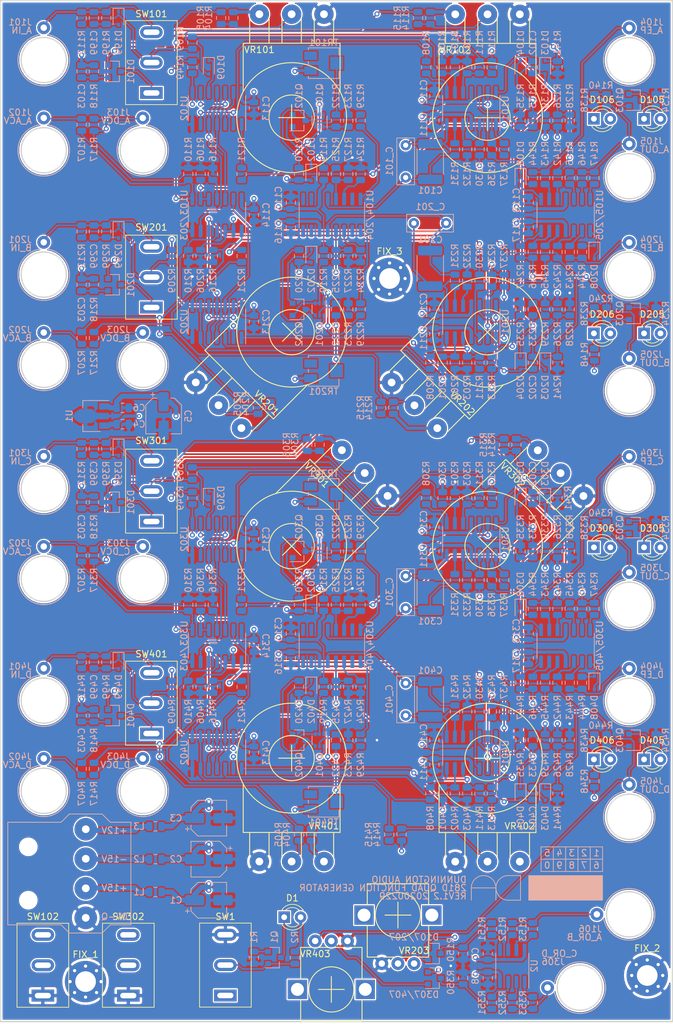
<source format=kicad_pcb>
(kicad_pcb (version 20171130) (host pcbnew 5.1.5-2.fc32)
  (title_block (title "281D Quad Function Generator") (date 2020-05-08) (rev 1.2) (company "Dunnington Audio"))
  (layers (0 F.Cu signal) (1 In1_+15.Cu power) (2 In2_-15.Cu power) (31 B.Cu signal) (34 B.Paste user) (35 F.Paste user) (36 B.SilkS user) (37 F.SilkS user hide) (38 B.Mask user) (39 F.Mask user) (44 Edge.Cuts user))
  (net 0 "")
  (net 1 +15V)
  (net 2 GND)
  (net 3 -15V)
  (net 4 +12V)
  (net 5 +10V)
  (net 6 "Net-(C101-Pad2)")
  (net 7 "Net-(C101-Pad1)")
  (net 8 "Net-(C102-Pad1)")
  (net 9 "Net-(C102-Pad2)")
  (net 10 "Net-(C103-Pad2)")
  (net 11 "Net-(C201-Pad2)")
  (net 12 "Net-(C201-Pad1)")
  (net 13 "Net-(C202-Pad2)")
  (net 14 "Net-(C202-Pad1)")
  (net 15 "Net-(C203-Pad2)")
  (net 16 "Net-(C301-Pad1)")
  (net 17 "Net-(C301-Pad2)")
  (net 18 "Net-(C302-Pad2)")
  (net 19 "Net-(C302-Pad1)")
  (net 20 "Net-(C303-Pad2)")
  (net 21 "Net-(C401-Pad2)")
  (net 22 "Net-(C401-Pad1)")
  (net 23 "Net-(C402-Pad2)")
  (net 24 "Net-(C402-Pad1)")
  (net 25 "Net-(C403-Pad2)")
  (net 26 "Net-(D1-Pad1)")
  (net 27 "Net-(D101-Pad3)")
  (net 28 "Net-(D101-Pad2)")
  (net 29 "Net-(D102-Pad1)")
  (net 30 "Net-(D105-Pad1)")
  (net 31 "Net-(D106-Pad1)")
  (net 32 "Net-(D108-Pad2)")
  (net 33 "Net-(D108-Pad1)")
  (net 34 "Net-(D201-Pad2)")
  (net 35 "Net-(D201-Pad3)")
  (net 36 "Net-(D202-Pad1)")
  (net 37 "Net-(D205-Pad1)")
  (net 38 "Net-(D206-Pad1)")
  (net 39 "Net-(D301-Pad2)")
  (net 40 "Net-(D301-Pad3)")
  (net 41 "Net-(D302-Pad1)")
  (net 42 "Net-(D305-Pad1)")
  (net 43 "Net-(D306-Pad1)")
  (net 44 "Net-(D308-Pad2)")
  (net 45 "Net-(D308-Pad1)")
  (net 46 "Net-(D401-Pad3)")
  (net 47 "Net-(D401-Pad2)")
  (net 48 "Net-(D402-Pad1)")
  (net 49 "Net-(D405-Pad1)")
  (net 50 "Net-(D406-Pad1)")
  (net 51 "Net-(D107/207-Pad1)")
  (net 52 "Net-(D107/207-Pad2)")
  (net 53 "Net-(D307/407-Pad1)")
  (net 54 "Net-(D307/407-Pad2)")
  (net 55 "Net-(J2-Pad1)")
  (net 56 "Net-(J3-Pad1)")
  (net 57 "Net-(J4-Pad1)")
  (net 58 "Net-(J102-Pad1)")
  (net 59 "Net-(J103-Pad1)")
  (net 60 "Net-(J202-Pad1)")
  (net 61 "Net-(J203-Pad1)")
  (net 62 "Net-(J205-Pad1)")
  (net 63 "Net-(J302-Pad1)")
  (net 64 "Net-(J303-Pad1)")
  (net 65 "Net-(J402-Pad1)")
  (net 66 "Net-(J403-Pad1)")
  (net 67 "Net-(J405-Pad1)")
  (net 68 "Net-(Q1-Pad2)")
  (net 69 "Net-(Q1-Pad1)")
  (net 70 "Net-(Q101-Pad1)")
  (net 71 "Net-(Q101-Pad3)")
  (net 72 "Net-(Q101-Pad4)")
  (net 73 "Net-(Q101-Pad2)")
  (net 74 "Net-(Q101-Pad6)")
  (net 75 "Net-(Q103-Pad2)")
  (net 76 "Net-(Q103-Pad1)")
  (net 77 "Net-(Q201-Pad6)")
  (net 78 "Net-(Q201-Pad4)")
  (net 79 "Net-(Q201-Pad2)")
  (net 80 "Net-(Q201-Pad3)")
  (net 81 "Net-(Q201-Pad1)")
  (net 82 "Net-(Q203-Pad1)")
  (net 83 "Net-(Q203-Pad2)")
  (net 84 "Net-(Q301-Pad1)")
  (net 85 "Net-(Q301-Pad3)")
  (net 86 "Net-(Q301-Pad4)")
  (net 87 "Net-(Q301-Pad2)")
  (net 88 "Net-(Q301-Pad6)")
  (net 89 "Net-(Q303-Pad1)")
  (net 90 "Net-(Q303-Pad2)")
  (net 91 "Net-(Q401-Pad6)")
  (net 92 "Net-(Q401-Pad4)")
  (net 93 "Net-(Q401-Pad2)")
  (net 94 "Net-(Q401-Pad3)")
  (net 95 "Net-(Q401-Pad1)")
  (net 96 "Net-(Q403-Pad1)")
  (net 97 "Net-(Q403-Pad2)")
  (net 98 "Net-(R101-Pad1)")
  (net 99 "Net-(R103-Pad1)")
  (net 100 "Net-(R104-Pad2)")
  (net 101 "Net-(R105-Pad2)")
  (net 102 "Net-(R108-Pad1)")
  (net 103 "Net-(R108-Pad2)")
  (net 104 "Net-(R114-Pad2)")
  (net 105 "Net-(R115-Pad2)")
  (net 106 "Net-(R121-Pad1)")
  (net 107 "Net-(R121-Pad2)")
  (net 108 "Net-(R122-Pad1)")
  (net 109 "Net-(R124-Pad1)")
  (net 110 "Net-(R125-Pad1)")
  (net 111 "Net-(R129-Pad1)")
  (net 112 "Net-(R130-Pad2)")
  (net 113 "Net-(R130-Pad1)")
  (net 114 "Net-(R131-Pad1)")
  (net 115 "Net-(R132-Pad1)")
  (net 116 "Net-(R133-Pad1)")
  (net 117 "Net-(R136-Pad2)")
  (net 118 "Net-(R201-Pad1)")
  (net 119 "Net-(R203-Pad1)")
  (net 120 "Net-(R204-Pad2)")
  (net 121 "Net-(R205-Pad2)")
  (net 122 "Net-(R208-Pad2)")
  (net 123 "Net-(R208-Pad1)")
  (net 124 "Net-(R211-Pad1)")
  (net 125 "Net-(R213-Pad1)")
  (net 126 "Net-(R214-Pad2)")
  (net 127 "Net-(R215-Pad2)")
  (net 128 "Net-(R221-Pad2)")
  (net 129 "Net-(R221-Pad1)")
  (net 130 "Net-(R222-Pad1)")
  (net 131 "Net-(R224-Pad1)")
  (net 132 "Net-(R225-Pad1)")
  (net 133 "Net-(R229-Pad1)")
  (net 134 "Net-(R230-Pad2)")
  (net 135 "Net-(R230-Pad1)")
  (net 136 "Net-(R231-Pad1)")
  (net 137 "Net-(R232-Pad1)")
  (net 138 "Net-(R233-Pad1)")
  (net 139 "Net-(R236-Pad2)")
  (net 140 "Net-(R301-Pad1)")
  (net 141 "Net-(R303-Pad1)")
  (net 142 "Net-(R304-Pad2)")
  (net 143 "Net-(R305-Pad2)")
  (net 144 "Net-(R308-Pad2)")
  (net 145 "Net-(R308-Pad1)")
  (net 146 "Net-(R314-Pad2)")
  (net 147 "Net-(R315-Pad2)")
  (net 148 "Net-(R321-Pad1)")
  (net 149 "Net-(R321-Pad2)")
  (net 150 "Net-(R322-Pad1)")
  (net 151 "Net-(R324-Pad1)")
  (net 152 "Net-(R325-Pad1)")
  (net 153 "Net-(R329-Pad1)")
  (net 154 "Net-(R330-Pad2)")
  (net 155 "Net-(R330-Pad1)")
  (net 156 "Net-(R331-Pad1)")
  (net 157 "Net-(R332-Pad1)")
  (net 158 "Net-(R333-Pad1)")
  (net 159 "Net-(R336-Pad2)")
  (net 160 "Net-(R401-Pad1)")
  (net 161 "Net-(R403-Pad1)")
  (net 162 "Net-(R404-Pad2)")
  (net 163 "Net-(R405-Pad2)")
  (net 164 "Net-(R408-Pad1)")
  (net 165 "Net-(R408-Pad2)")
  (net 166 "Net-(R411-Pad1)")
  (net 167 "Net-(R413-Pad1)")
  (net 168 "Net-(R414-Pad2)")
  (net 169 "Net-(R415-Pad2)")
  (net 170 "Net-(R421-Pad2)")
  (net 171 "Net-(R421-Pad1)")
  (net 172 "Net-(R422-Pad1)")
  (net 173 "Net-(R424-Pad1)")
  (net 174 "Net-(R425-Pad1)")
  (net 175 "Net-(R429-Pad1)")
  (net 176 "Net-(R430-Pad1)")
  (net 177 "Net-(R430-Pad2)")
  (net 178 "Net-(R431-Pad1)")
  (net 179 "Net-(R432-Pad1)")
  (net 180 "Net-(R433-Pad1)")
  (net 181 "Net-(R436-Pad2)")
  (net 182 "Net-(SW1-Pad1)")
  (net 183 "Net-(TR101-Pad3)")
  (net 184 "Net-(TR201-Pad3)")
  (net 185 "Net-(TR301-Pad3)")
  (net 186 "Net-(TR401-Pad3)")
  (net 187 "Net-(U102-Pad12)")
  (net 188 "Net-(U202-Pad10)")
  (net 189 "Net-(U302-Pad12)")
  (net 190 "Net-(U402-Pad10)")
  (net 191 "Net-(U104/204-Pad15)")
  (net 192 "Net-(U104/204-Pad10)")
  (net 193 "Net-(U104/204-Pad9)")
  (net 194 "Net-(U104/204-Pad8)")
  (net 195 "Net-(U104/204-Pad7)")
  (net 196 "Net-(U104/204-Pad2)")
  (net 197 "Net-(U304/404-Pad2)")
  (net 198 "Net-(U304/404-Pad7)")
  (net 199 "Net-(U304/404-Pad8)")
  (net 200 "Net-(U304/404-Pad9)")
  (net 201 "Net-(U304/404-Pad10)")
  (net 202 "Net-(U304/404-Pad15)")
  (net 203 "Net-(U103/203-Pad13)")
  (net 204 "Net-(U102-Pad13)")
  (net 205 "Net-(C199-Pad2)")
  (net 206 "Net-(C199-Pad1)")
  (net 207 "Net-(C299-Pad2)")
  (net 208 "Net-(C299-Pad1)")
  (net 209 "Net-(C399-Pad2)")
  (net 210 "Net-(C399-Pad1)")
  (net 211 "Net-(C499-Pad2)")
  (net 212 "Net-(C499-Pad1)")
  (net 213 "/Channels A&B/OR")
  (net 214 "/Channels C&D/OR")
  (net 215 "Net-(J106-Pad1)")
  (net 216 "Net-(J306-Pad1)")
  (net 217 "Net-(U302-Pad13)")
  (net 218 "Net-(U303/403-Pad13)")
  (net 219 "Net-(R142-Pad1)")
  (net 220 "Net-(R143-Pad2)")
  (net 221 "Net-(R145-Pad1)")
  (net 222 "Net-(R146-Pad2)")
  (net 223 "Net-(R147-Pad2)")
  (net 224 "Net-(R148-Pad2)")
  (net 225 "Net-(R149-Pad1)")
  (net 226 "Net-(R151-Pad1)")
  (net 227 "Net-(R152-Pad1)")
  (net 228 "Net-(R153-Pad1)")
  (net 229 "Net-(R242-Pad1)")
  (net 230 "Net-(R243-Pad2)")
  (net 231 "Net-(R245-Pad1)")
  (net 232 "Net-(R246-Pad2)")
  (net 233 "Net-(R247-Pad2)")
  (net 234 "Net-(R342-Pad1)")
  (net 235 "Net-(R343-Pad2)")
  (net 236 "Net-(R345-Pad1)")
  (net 237 "Net-(R346-Pad2)")
  (net 238 "Net-(R347-Pad2)")
  (net 239 "Net-(R348-Pad2)")
  (net 240 "Net-(R349-Pad1)")
  (net 241 "Net-(R351-Pad1)")
  (net 242 "Net-(R352-Pad1)")
  (net 243 "Net-(R353-Pad1)")
  (net 244 "Net-(R442-Pad1)")
  (net 245 "Net-(R443-Pad2)")
  (net 246 "Net-(R445-Pad1)")
  (net 247 "Net-(R446-Pad2)")
  (net 248 "Net-(R447-Pad2)")
  (net 249 "Net-(D109-Pad2)")
  (net 250 "Net-(D109-Pad1)")
  (net 251 "Net-(D208-Pad2)")
  (net 252 "Net-(D208-Pad1)")
  (net 253 "Net-(D309-Pad2)")
  (net 254 "Net-(D309-Pad1)")
  (net 255 "Net-(D408-Pad2)")
  (net 256 "Net-(D408-Pad1)")
  (net 257 "Net-(J104-Pad1)")
  (net 258 "Net-(J204-Pad1)")
  (net 259 "Net-(J304-Pad1)")
  (net 260 "Net-(J404-Pad1)")
  (net 261 "Net-(D104-Pad1)")
  (net 262 "Net-(D199-Pad1)")
  (net 263 "Net-(D204-Pad1)")
  (net 264 "Net-(D299-Pad1)")
  (net 265 "Net-(D304-Pad1)")
  (net 266 "Net-(D399-Pad1)")
  (net 267 "Net-(D404-Pad1)")
  (net 268 "Net-(D499-Pad1)")
  (module Diode_SMD:D_SOD-323 (layer B.Cu) (at 73.025 131.445 270)
    (fp_text reference D402 (at 3.81 0 90) (layer B.SilkS) (effects (justify mirror)))
    (fp_text value SZMM3Z10VST1G)
    (pad 2 smd rect (at 1.05 0 270) (size 0.6 0.45) (layers B.Cu B.Paste B.Mask) (net 3 -15V))
    (pad 1 smd rect (at -1.05 0 270) (size 0.6 0.45) (layers B.Cu B.Paste B.Mask) (net 48 "Net-(D402-Pad1)"))
  )
  (module Diode_SMD:D_SOD-323 (layer B.Cu) (at 73.025 118.745 270)
    (fp_text reference D302 (at -3.81 0 90) (layer B.SilkS) (effects (justify mirror)))
    (fp_text value SZMM3Z10VST1G)
    (pad 2 smd rect (at 1.05 0 270) (size 0.6 0.45) (layers B.Cu B.Paste B.Mask) (net 3 -15V))
    (pad 1 smd rect (at -1.05 0 270) (size 0.6 0.45) (layers B.Cu B.Paste B.Mask) (net 41 "Net-(D302-Pad1)"))
  )
  (module Diode_SMD:D_SOD-323 (layer B.Cu) (at 73.025 64.77 270)
    (fp_text reference D202 (at 3.81 0 90) (layer B.SilkS) (effects (justify mirror)))
    (fp_text value SZMM3Z10VST1G)
    (pad 2 smd rect (at 1.05 0 270) (size 0.6 0.45) (layers B.Cu B.Paste B.Mask) (net 3 -15V))
    (pad 1 smd rect (at -1.05 0 270) (size 0.6 0.45) (layers B.Cu B.Paste B.Mask) (net 36 "Net-(D202-Pad1)"))
  )
  (module Diode_SMD:D_SOD-323 (layer B.Cu) (at 73.025 52.07 270)
    (fp_text reference D102 (at -3.81 0 90) (layer B.SilkS) (effects (justify mirror)))
    (fp_text value SZMM3Z10VST1G)
    (pad 2 smd rect (at 1.05 0 270) (size 0.6 0.45) (layers B.Cu B.Paste B.Mask) (net 3 -15V))
    (pad 1 smd rect (at -1.05 0 270) (size 0.6 0.45) (layers B.Cu B.Paste B.Mask) (net 29 "Net-(D102-Pad1)"))
  )
  (module Package_TO_SOT_SMD:SOT-23 (layer B.Cu) (at 42.545 102.87)
    (fp_text reference D301 (at 2.54 0 270) (layer B.SilkS) (effects (justify mirror)))
    (fp_text value BAT54C)
    (pad 3 smd rect (at 1 0) (size 0.9 0.8) (layers B.Cu B.Paste B.Mask) (net 40 "Net-(D301-Pad3)"))
    (pad 2 smd rect (at -1 -0.95) (size 0.9 0.8) (layers B.Cu B.Paste B.Mask) (net 39 "Net-(D301-Pad2)"))
    (pad 1 smd rect (at -1 0.95) (size 0.9 0.8) (layers B.Cu B.Paste B.Mask) (net 20 "Net-(C303-Pad2)"))
  )
  (module Diode_SMD:D_SOD-323 (layer B.Cu) (at 43.18 127.635 270)
    (fp_text reference D499 (at 3.81 0 90) (layer B.SilkS) (effects (justify mirror)))
    (fp_text value BAT54WS)
    (pad 2 smd rect (at 1.05 0 270) (size 0.6 0.45) (layers B.Cu B.Paste B.Mask) (net 211 "Net-(C499-Pad2)"))
    (pad 1 smd rect (at -1.05 0 270) (size 0.6 0.45) (layers B.Cu B.Paste B.Mask) (net 268 "Net-(D499-Pad1)"))
  )
  (module Diode_SMD:D_SOD-323 (layer B.Cu) (at 105.41 147.955 270)
    (fp_text reference D404 (at 3.81 0 90) (layer B.SilkS) (effects (justify mirror)))
    (fp_text value BAT54WS)
    (pad 2 smd rect (at 1.05 0 270) (size 0.6 0.45) (layers B.Cu B.Paste B.Mask) (net 24 "Net-(C402-Pad1)"))
    (pad 1 smd rect (at -1.05 0 270) (size 0.6 0.45) (layers B.Cu B.Paste B.Mask) (net 267 "Net-(D404-Pad1)"))
  )
  (module Diode_SMD:D_SOD-323 (layer B.Cu) (at 109.22 147.955 270)
    (fp_text reference D403 (at 3.81 0 90) (layer B.SilkS) (effects (justify mirror)))
    (fp_text value BAT54WS)
    (pad 2 smd rect (at 1.05 0 270) (size 0.6 0.45) (layers B.Cu B.Paste B.Mask) (net 23 "Net-(C402-Pad2)"))
    (pad 1 smd rect (at -1.05 0 270) (size 0.6 0.45) (layers B.Cu B.Paste B.Mask) (net 47 "Net-(D401-Pad2)"))
  )
  (module Diode_SMD:D_SOD-323 (layer B.Cu) (at 43.18 94.615 270)
    (fp_text reference D399 (at 3.81 0 90) (layer B.SilkS) (effects (justify mirror)))
    (fp_text value BAT54WS)
    (pad 2 smd rect (at 1.05 0 270) (size 0.6 0.45) (layers B.Cu B.Paste B.Mask) (net 209 "Net-(C399-Pad2)"))
    (pad 1 smd rect (at -1.05 0 270) (size 0.6 0.45) (layers B.Cu B.Paste B.Mask) (net 266 "Net-(D399-Pad1)"))
  )
  (module Diode_SMD:D_SOD-323 (layer B.Cu) (at 57.15 102.235 270)
    (fp_text reference D309 (at 0 -1.905 90) (layer B.SilkS) (effects (justify mirror)))
    (fp_text value BAT54WS)
    (pad 2 smd rect (at 1.05 0 270) (size 0.6 0.45) (layers B.Cu B.Paste B.Mask) (net 253 "Net-(D309-Pad2)"))
    (pad 1 smd rect (at -1.05 0 270) (size 0.6 0.45) (layers B.Cu B.Paste B.Mask) (net 254 "Net-(D309-Pad1)"))
  )
  (module Diode_SMD:D_SOD-323 (layer B.Cu) (at 105.41 102.235 270)
    (fp_text reference D304 (at -3.81 0 90) (layer B.SilkS) (effects (justify mirror)))
    (fp_text value BAT54WS)
    (pad 2 smd rect (at 1.05 0 270) (size 0.6 0.45) (layers B.Cu B.Paste B.Mask) (net 19 "Net-(C302-Pad1)"))
    (pad 1 smd rect (at -1.05 0 270) (size 0.6 0.45) (layers B.Cu B.Paste B.Mask) (net 265 "Net-(D304-Pad1)"))
  )
  (module Diode_SMD:D_SOD-323 (layer B.Cu) (at 109.22 102.235 270)
    (fp_text reference D303 (at -3.81 0 90) (layer B.SilkS) (effects (justify mirror)))
    (fp_text value BAT54WS)
    (pad 2 smd rect (at 1.05 0 270) (size 0.6 0.45) (layers B.Cu B.Paste B.Mask) (net 18 "Net-(C302-Pad2)"))
    (pad 1 smd rect (at -1.05 0 270) (size 0.6 0.45) (layers B.Cu B.Paste B.Mask) (net 39 "Net-(D301-Pad2)"))
  )
  (module Diode_SMD:D_SOD-323 (layer B.Cu) (at 43.18 60.96 270)
    (fp_text reference D299 (at 3.81 0 90) (layer B.SilkS) (effects (justify mirror)))
    (fp_text value BAT54WS)
    (pad 2 smd rect (at 1.05 0 270) (size 0.6 0.45) (layers B.Cu B.Paste B.Mask) (net 207 "Net-(C299-Pad2)"))
    (pad 1 smd rect (at -1.05 0 270) (size 0.6 0.45) (layers B.Cu B.Paste B.Mask) (net 264 "Net-(D299-Pad1)"))
  )
  (module Diode_SMD:D_SOD-323 (layer B.Cu) (at 105.41 81.28 270)
    (fp_text reference D204 (at 3.81 0 90) (layer B.SilkS) (effects (justify mirror)))
    (fp_text value BAT54WS)
    (pad 2 smd rect (at 1.05 0 270) (size 0.6 0.45) (layers B.Cu B.Paste B.Mask) (net 14 "Net-(C202-Pad1)"))
    (pad 1 smd rect (at -1.05 0 270) (size 0.6 0.45) (layers B.Cu B.Paste B.Mask) (net 263 "Net-(D204-Pad1)"))
  )
  (module Diode_SMD:D_SOD-323 (layer B.Cu) (at 109.22 81.28 270)
    (fp_text reference D203 (at 3.81 0 90) (layer B.SilkS) (effects (justify mirror)))
    (fp_text value BAT54WS)
    (pad 2 smd rect (at 1.05 0 270) (size 0.6 0.45) (layers B.Cu B.Paste B.Mask) (net 13 "Net-(C202-Pad2)"))
    (pad 1 smd rect (at -1.05 0 270) (size 0.6 0.45) (layers B.Cu B.Paste B.Mask) (net 34 "Net-(D201-Pad2)"))
  )
  (module Diode_SMD:D_SOD-323 (layer B.Cu) (at 43.18 27.94 270)
    (fp_text reference D199 (at 3.81 0 90) (layer B.SilkS) (effects (justify mirror)))
    (fp_text value BAT54WS)
    (pad 2 smd rect (at 1.05 0 270) (size 0.6 0.45) (layers B.Cu B.Paste B.Mask) (net 205 "Net-(C199-Pad2)"))
    (pad 1 smd rect (at -1.05 0 270) (size 0.6 0.45) (layers B.Cu B.Paste B.Mask) (net 262 "Net-(D199-Pad1)"))
  )
  (module Diode_SMD:D_SOD-323 (layer B.Cu) (at 57.15 35.56 270)
    (fp_text reference D109 (at 0 -1.905 90) (layer B.SilkS) (effects (justify mirror)))
    (fp_text value BAT54WS)
    (pad 2 smd rect (at 1.05 0 270) (size 0.6 0.45) (layers B.Cu B.Paste B.Mask) (net 249 "Net-(D109-Pad2)"))
    (pad 1 smd rect (at -1.05 0 270) (size 0.6 0.45) (layers B.Cu B.Paste B.Mask) (net 250 "Net-(D109-Pad1)"))
  )
  (module Diode_SMD:D_SOD-323 (layer B.Cu) (at 105.41 35.56 270)
    (fp_text reference D104 (at -3.81 0 90) (layer B.SilkS) (effects (justify mirror)))
    (fp_text value BAT54WS)
    (pad 2 smd rect (at 1.05 0 270) (size 0.6 0.45) (layers B.Cu B.Paste B.Mask) (net 8 "Net-(C102-Pad1)"))
    (pad 1 smd rect (at -1.05 0 270) (size 0.6 0.45) (layers B.Cu B.Paste B.Mask) (net 261 "Net-(D104-Pad1)"))
  )
  (module Diode_SMD:D_SOD-323 (layer B.Cu) (at 109.22 35.56 270)
    (fp_text reference D103 (at -3.81 0 90) (layer B.SilkS) (effects (justify mirror)))
    (fp_text value BAT54WS)
    (pad 2 smd rect (at 1.05 0 270) (size 0.6 0.45) (layers B.Cu B.Paste B.Mask) (net 9 "Net-(C102-Pad2)"))
    (pad 1 smd rect (at -1.05 0 270) (size 0.6 0.45) (layers B.Cu B.Paste B.Mask) (net 28 "Net-(D101-Pad2)"))
  )
  (module Diode_SMD:D_SOD-323 (layer B.Cu) (at 116.84 130.81 270)
    (fp_text reference D408 (at 3.81 0 90) (layer B.SilkS) (effects (justify mirror)))
    (fp_text value BAT54WS)
    (pad 2 smd rect (at 1.05 0 270) (size 0.6 0.45) (layers B.Cu B.Paste B.Mask) (net 255 "Net-(D408-Pad2)"))
    (pad 1 smd rect (at -1.05 0 270) (size 0.6 0.45) (layers B.Cu B.Paste B.Mask) (net 256 "Net-(D408-Pad1)"))
  )
  (module Diode_SMD:D_SOD-323 (layer B.Cu) (at 105.41 119.38 270)
    (fp_text reference D308 (at -3.81 0 90) (layer B.SilkS) (effects (justify mirror)))
    (fp_text value BAT54WS)
    (pad 2 smd rect (at 1.05 0 270) (size 0.6 0.45) (layers B.Cu B.Paste B.Mask) (net 44 "Net-(D308-Pad2)"))
    (pad 1 smd rect (at -1.05 0 270) (size 0.6 0.45) (layers B.Cu B.Paste B.Mask) (net 45 "Net-(D308-Pad1)"))
  )
  (module Diode_SMD:D_SOD-323 (layer B.Cu) (at 116.84 64.135 270)
    (fp_text reference D208 (at 3.81 0 90) (layer B.SilkS) (effects (justify mirror)))
    (fp_text value BAT54WS)
    (pad 2 smd rect (at 1.05 0 270) (size 0.6 0.45) (layers B.Cu B.Paste B.Mask) (net 251 "Net-(D208-Pad2)"))
    (pad 1 smd rect (at -1.05 0 270) (size 0.6 0.45) (layers B.Cu B.Paste B.Mask) (net 252 "Net-(D208-Pad1)"))
  )
  (module Diode_SMD:D_SOD-323 (layer B.Cu) (at 105.41 52.705 270)
    (fp_text reference D108 (at -3.81 0 90) (layer B.SilkS) (effects (justify mirror)))
    (fp_text value BAT54WS)
    (pad 2 smd rect (at 1.05 0 270) (size 0.6 0.45) (layers B.Cu B.Paste B.Mask) (net 32 "Net-(D108-Pad2)"))
    (pad 1 smd rect (at -1.05 0 270) (size 0.6 0.45) (layers B.Cu B.Paste B.Mask) (net 33 "Net-(D108-Pad1)"))
  )
  (module Resistor_SMD:R_0805_2012Metric (layer B.Cu) (at 105.41 130.81 90)
    (fp_text reference R447 (at -3.81 0 90) (layer B.SilkS) (effects (justify mirror)))
    (fp_text value 1k)
    (pad 2 smd roundrect (at 0.9375 0 90) (size 0.975 1.4) (layers B.Cu B.Paste B.Mask) (net 248 "Net-(R447-Pad2)"))
    (pad 1 smd roundrect (at -0.9375 0 90) (size 0.975 1.4) (layers B.Cu B.Paste B.Mask) (net 67 "Net-(J405-Pad1)"))
  )
  (module Resistor_SMD:R_0805_2012Metric (layer B.Cu) (at 107.315 130.81 90)
    (fp_text reference R446 (at -3.81 0 90) (layer B.SilkS) (effects (justify mirror)))
    (fp_text value 10k)
    (pad 2 smd roundrect (at 0.9375 0 90) (size 0.975 1.4) (layers B.Cu B.Paste B.Mask) (net 247 "Net-(R446-Pad2)"))
    (pad 1 smd roundrect (at -0.9375 0 90) (size 0.975 1.4) (layers B.Cu B.Paste B.Mask) (net 67 "Net-(J405-Pad1)"))
  )
  (module Resistor_SMD:R_0805_2012Metric (layer B.Cu) (at 109.22 130.81 270)
    (fp_text reference R445 (at 3.81 0 90) (layer B.SilkS) (effects (justify mirror)))
    (fp_text value 11k)
    (pad 2 smd roundrect (at 0.9375 0 270) (size 0.975 1.4) (layers B.Cu B.Paste B.Mask) (net 22 "Net-(C401-Pad1)"))
    (pad 1 smd roundrect (at -0.9375 0 270) (size 0.975 1.4) (layers B.Cu B.Paste B.Mask) (net 246 "Net-(R445-Pad1)"))
  )
  (module Resistor_SMD:R_0805_2012Metric (layer B.Cu) (at 114.935 130.81 90)
    (fp_text reference R444 (at -3.81 0 90) (layer B.SilkS) (effects (justify mirror)))
    (fp_text value 1k)
    (pad 2 smd roundrect (at 0.9375 0 90) (size 0.975 1.4) (layers B.Cu B.Paste B.Mask) (net 256 "Net-(D408-Pad1)"))
    (pad 1 smd roundrect (at -0.9375 0 90) (size 0.975 1.4) (layers B.Cu B.Paste B.Mask) (net 260 "Net-(J404-Pad1)"))
  )
  (module Resistor_SMD:R_0805_2012Metric (layer B.Cu) (at 113.03 130.81 90)
    (fp_text reference R443 (at -3.81 0 90) (layer B.SilkS) (effects (justify mirror)))
    (fp_text value 10k)
    (pad 2 smd roundrect (at 0.9375 0 90) (size 0.975 1.4) (layers B.Cu B.Paste B.Mask) (net 245 "Net-(R443-Pad2)"))
    (pad 1 smd roundrect (at -0.9375 0 90) (size 0.975 1.4) (layers B.Cu B.Paste B.Mask) (net 260 "Net-(J404-Pad1)"))
  )
  (module Resistor_SMD:R_0805_2012Metric (layer B.Cu) (at 111.125 130.81 270)
    (fp_text reference R442 (at 3.81 0 90) (layer B.SilkS) (effects (justify mirror)))
    (fp_text value 11k)
    (pad 2 smd roundrect (at 0.9375 0 270) (size 0.975 1.4) (layers B.Cu B.Paste B.Mask) (net 47 "Net-(D401-Pad2)"))
    (pad 1 smd roundrect (at -0.9375 0 270) (size 0.975 1.4) (layers B.Cu B.Paste B.Mask) (net 244 "Net-(R442-Pad1)"))
  )
  (module Resistor_SMD:R_0805_2012Metric (layer B.Cu) (at 107.315 180.34 270)
    (fp_text reference R353 (at 0 1.524 90) (layer B.SilkS) (effects (justify mirror)))
    (fp_text value 1k)
    (pad 2 smd roundrect (at 0.9375 0 270) (size 0.975 1.4) (layers B.Cu B.Paste B.Mask) (net 216 "Net-(J306-Pad1)"))
    (pad 1 smd roundrect (at -0.9375 0 270) (size 0.975 1.4) (layers B.Cu B.Paste B.Mask) (net 243 "Net-(R353-Pad1)"))
  )
  (module Resistor_SMD:R_0805_2012Metric (layer B.Cu) (at 104.14 180.34 270)
    (fp_text reference R352 (at 0 1.524 90) (layer B.SilkS) (effects (justify mirror)))
    (fp_text value 10k)
    (pad 2 smd roundrect (at 0.9375 0 270) (size 0.975 1.4) (layers B.Cu B.Paste B.Mask) (net 216 "Net-(J306-Pad1)"))
    (pad 1 smd roundrect (at -0.9375 0 270) (size 0.975 1.4) (layers B.Cu B.Paste B.Mask) (net 242 "Net-(R352-Pad1)"))
  )
  (module Resistor_SMD:R_0805_2012Metric (layer B.Cu) (at 100.965 180.34 270)
    (fp_text reference R351 (at 0 1.524 90) (layer B.SilkS) (effects (justify mirror)))
    (fp_text value 11k)
    (pad 2 smd roundrect (at 0.9375 0 270) (size 0.975 1.4) (layers B.Cu B.Paste B.Mask) (net 214 "/Channels C&D/OR"))
    (pad 1 smd roundrect (at -0.9375 0 270) (size 0.975 1.4) (layers B.Cu B.Paste B.Mask) (net 241 "Net-(R351-Pad1)"))
  )
  (module Resistor_SMD:R_0805_2012Metric (layer B.Cu) (at 116.84 119.38 270)
    (fp_text reference R347 (at -3.81 0 90) (layer B.SilkS) (effects (justify mirror)))
    (fp_text value 1k)
    (pad 2 smd roundrect (at 0.9375 0 270) (size 0.975 1.4) (layers B.Cu B.Paste B.Mask) (net 238 "Net-(R347-Pad2)"))
    (pad 1 smd roundrect (at -0.9375 0 270) (size 0.975 1.4) (layers B.Cu B.Paste B.Mask) (net 54 "Net-(D307/407-Pad2)"))
  )
  (module Resistor_SMD:R_0805_2012Metric (layer B.Cu) (at 114.935 119.38 270)
    (fp_text reference R346 (at -3.81 0 90) (layer B.SilkS) (effects (justify mirror)))
    (fp_text value 10k)
    (pad 2 smd roundrect (at 0.9375 0 270) (size 0.975 1.4) (layers B.Cu B.Paste B.Mask) (net 237 "Net-(R346-Pad2)"))
    (pad 1 smd roundrect (at -0.9375 0 270) (size 0.975 1.4) (layers B.Cu B.Paste B.Mask) (net 54 "Net-(D307/407-Pad2)"))
  )
  (module Resistor_SMD:R_0805_2012Metric (layer B.Cu) (at 113.03 119.38 90)
    (fp_text reference R345 (at 3.81 0 90) (layer B.SilkS) (effects (justify mirror)))
    (fp_text value 11k)
    (pad 2 smd roundrect (at 0.9375 0 90) (size 0.975 1.4) (layers B.Cu B.Paste B.Mask) (net 16 "Net-(C301-Pad1)"))
    (pad 1 smd roundrect (at -0.9375 0 90) (size 0.975 1.4) (layers B.Cu B.Paste B.Mask) (net 236 "Net-(R345-Pad1)"))
  )
  (module Resistor_SMD:R_0805_2012Metric (layer B.Cu) (at 107.315 119.38 270)
    (fp_text reference R344 (at -3.81 0 90) (layer B.SilkS) (effects (justify mirror)))
    (fp_text value 1k)
    (pad 2 smd roundrect (at 0.9375 0 270) (size 0.975 1.4) (layers B.Cu B.Paste B.Mask) (net 45 "Net-(D308-Pad1)"))
    (pad 1 smd roundrect (at -0.9375 0 270) (size 0.975 1.4) (layers B.Cu B.Paste B.Mask) (net 259 "Net-(J304-Pad1)"))
  )
  (module Resistor_SMD:R_0805_2012Metric (layer B.Cu) (at 109.22 119.38 270)
    (fp_text reference R343 (at -3.81 0 90) (layer B.SilkS) (effects (justify mirror)))
    (fp_text value 10k)
    (pad 2 smd roundrect (at 0.9375 0 270) (size 0.975 1.4) (layers B.Cu B.Paste B.Mask) (net 235 "Net-(R343-Pad2)"))
    (pad 1 smd roundrect (at -0.9375 0 270) (size 0.975 1.4) (layers B.Cu B.Paste B.Mask) (net 259 "Net-(J304-Pad1)"))
  )
  (module Resistor_SMD:R_0805_2012Metric (layer B.Cu) (at 111.125 119.38 90)
    (fp_text reference R342 (at 3.81 0 90) (layer B.SilkS) (effects (justify mirror)))
    (fp_text value 11k)
    (pad 2 smd roundrect (at 0.9375 0 90) (size 0.975 1.4) (layers B.Cu B.Paste B.Mask) (net 39 "Net-(D301-Pad2)"))
    (pad 1 smd roundrect (at -0.9375 0 90) (size 0.975 1.4) (layers B.Cu B.Paste B.Mask) (net 234 "Net-(R342-Pad1)"))
  )
  (module Resistor_SMD:R_0805_2012Metric (layer B.Cu) (at 105.41 64.135 90)
    (fp_text reference R247 (at -3.81 0 90) (layer B.SilkS) (effects (justify mirror)))
    (fp_text value 1k)
    (pad 2 smd roundrect (at 0.9375 0 90) (size 0.975 1.4) (layers B.Cu B.Paste B.Mask) (net 233 "Net-(R247-Pad2)"))
    (pad 1 smd roundrect (at -0.9375 0 90) (size 0.975 1.4) (layers B.Cu B.Paste B.Mask) (net 62 "Net-(J205-Pad1)"))
  )
  (module Resistor_SMD:R_0805_2012Metric (layer B.Cu) (at 107.315 64.135 90)
    (fp_text reference R246 (at -3.81 0 90) (layer B.SilkS) (effects (justify mirror)))
    (fp_text value 10k)
    (pad 2 smd roundrect (at 0.9375 0 90) (size 0.975 1.4) (layers B.Cu B.Paste B.Mask) (net 232 "Net-(R246-Pad2)"))
    (pad 1 smd roundrect (at -0.9375 0 90) (size 0.975 1.4) (layers B.Cu B.Paste B.Mask) (net 62 "Net-(J205-Pad1)"))
  )
  (module Resistor_SMD:R_0805_2012Metric (layer B.Cu) (at 109.22 64.135 270)
    (fp_text reference R245 (at 3.81 0 90) (layer B.SilkS) (effects (justify mirror)))
    (fp_text value 11k)
    (pad 2 smd roundrect (at 0.9375 0 270) (size 0.975 1.4) (layers B.Cu B.Paste B.Mask) (net 12 "Net-(C201-Pad1)"))
    (pad 1 smd roundrect (at -0.9375 0 270) (size 0.975 1.4) (layers B.Cu B.Paste B.Mask) (net 231 "Net-(R245-Pad1)"))
  )
  (module Resistor_SMD:R_0805_2012Metric (layer B.Cu) (at 114.935 64.135 90)
    (fp_text reference R244 (at -3.81 0 270) (layer B.SilkS) (effects (justify mirror)))
    (fp_text value 1k)
    (pad 2 smd roundrect (at 0.9375 0 90) (size 0.975 1.4) (layers B.Cu B.Paste B.Mask) (net 252 "Net-(D208-Pad1)"))
    (pad 1 smd roundrect (at -0.9375 0 90) (size 0.975 1.4) (layers B.Cu B.Paste B.Mask) (net 258 "Net-(J204-Pad1)"))
  )
  (module Resistor_SMD:R_0805_2012Metric (layer B.Cu) (at 113.03 64.135 90)
    (fp_text reference R243 (at -3.81 0 90) (layer B.SilkS) (effects (justify mirror)))
    (fp_text value 10k)
    (pad 2 smd roundrect (at 0.9375 0 90) (size 0.975 1.4) (layers B.Cu B.Paste B.Mask) (net 230 "Net-(R243-Pad2)"))
    (pad 1 smd roundrect (at -0.9375 0 90) (size 0.975 1.4) (layers B.Cu B.Paste B.Mask) (net 258 "Net-(J204-Pad1)"))
  )
  (module Resistor_SMD:R_0805_2012Metric (layer B.Cu) (at 111.125 64.135 270)
    (fp_text reference R242 (at 3.81 0 90) (layer B.SilkS) (effects (justify mirror)))
    (fp_text value 11k)
    (pad 2 smd roundrect (at 0.9375 0 270) (size 0.975 1.4) (layers B.Cu B.Paste B.Mask) (net 34 "Net-(D201-Pad2)"))
    (pad 1 smd roundrect (at -0.9375 0 270) (size 0.975 1.4) (layers B.Cu B.Paste B.Mask) (net 229 "Net-(R242-Pad1)"))
  )
  (module Resistor_SMD:R_0805_2012Metric (layer B.Cu) (at 107.315 168.91 90)
    (fp_text reference R153 (at 0 -1.524 90) (layer B.SilkS) (effects (justify mirror)))
    (fp_text value 1k)
    (pad 2 smd roundrect (at 0.9375 0 90) (size 0.975 1.4) (layers B.Cu B.Paste B.Mask) (net 215 "Net-(J106-Pad1)"))
    (pad 1 smd roundrect (at -0.9375 0 90) (size 0.975 1.4) (layers B.Cu B.Paste B.Mask) (net 228 "Net-(R153-Pad1)"))
  )
  (module Resistor_SMD:R_0805_2012Metric (layer B.Cu) (at 104.14 168.91 90)
    (fp_text reference R152 (at 0 -1.524 90) (layer B.SilkS) (effects (justify mirror)))
    (fp_text value 10k)
    (pad 2 smd roundrect (at 0.9375 0 90) (size 0.975 1.4) (layers B.Cu B.Paste B.Mask) (net 215 "Net-(J106-Pad1)"))
    (pad 1 smd roundrect (at -0.9375 0 90) (size 0.975 1.4) (layers B.Cu B.Paste B.Mask) (net 227 "Net-(R152-Pad1)"))
  )
  (module Resistor_SMD:R_0805_2012Metric (layer B.Cu) (at 100.965 168.91 90)
    (fp_text reference R151 (at 0 -1.524 90) (layer B.SilkS) (effects (justify mirror)))
    (fp_text value 11k)
    (pad 2 smd roundrect (at 0.9375 0 90) (size 0.975 1.4) (layers B.Cu B.Paste B.Mask) (net 213 "/Channels A&B/OR"))
    (pad 1 smd roundrect (at -0.9375 0 90) (size 0.975 1.4) (layers B.Cu B.Paste B.Mask) (net 226 "Net-(R151-Pad1)"))
  )
  (module Resistor_SMD:R_0805_2012Metric (layer B.Cu) (at 116.84 52.705 270)
    (fp_text reference R147 (at -3.81 0 90) (layer B.SilkS) (effects (justify mirror)))
    (fp_text value 1k)
    (pad 2 smd roundrect (at 0.9375 0 270) (size 0.975 1.4) (layers B.Cu B.Paste B.Mask) (net 223 "Net-(R147-Pad2)"))
    (pad 1 smd roundrect (at -0.9375 0 270) (size 0.975 1.4) (layers B.Cu B.Paste B.Mask) (net 52 "Net-(D107/207-Pad2)"))
  )
  (module Resistor_SMD:R_0805_2012Metric (layer B.Cu) (at 114.935 52.705 270)
    (fp_text reference R146 (at -3.81 0 90) (layer B.SilkS) (effects (justify mirror)))
    (fp_text value 10k)
    (pad 2 smd roundrect (at 0.9375 0 270) (size 0.975 1.4) (layers B.Cu B.Paste B.Mask) (net 222 "Net-(R146-Pad2)"))
    (pad 1 smd roundrect (at -0.9375 0 270) (size 0.975 1.4) (layers B.Cu B.Paste B.Mask) (net 52 "Net-(D107/207-Pad2)"))
  )
  (module Resistor_SMD:R_0805_2012Metric (layer B.Cu) (at 113.03 52.705 90)
    (fp_text reference R145 (at 3.81 0 90) (layer B.SilkS) (effects (justify mirror)))
    (fp_text value 11k)
    (pad 2 smd roundrect (at 0.9375 0 90) (size 0.975 1.4) (layers B.Cu B.Paste B.Mask) (net 7 "Net-(C101-Pad1)"))
    (pad 1 smd roundrect (at -0.9375 0 90) (size 0.975 1.4) (layers B.Cu B.Paste B.Mask) (net 221 "Net-(R145-Pad1)"))
  )
  (module Resistor_SMD:R_0805_2012Metric (layer B.Cu) (at 107.315 52.705 270)
    (fp_text reference R144 (at -3.81 0 90) (layer B.SilkS) (effects (justify mirror)))
    (fp_text value 1k)
    (pad 2 smd roundrect (at 0.9375 0 270) (size 0.975 1.4) (layers B.Cu B.Paste B.Mask) (net 33 "Net-(D108-Pad1)"))
    (pad 1 smd roundrect (at -0.9375 0 270) (size 0.975 1.4) (layers B.Cu B.Paste B.Mask) (net 257 "Net-(J104-Pad1)"))
  )
  (module Resistor_SMD:R_0805_2012Metric (layer B.Cu) (at 109.22 52.705 270)
    (fp_text reference R143 (at -3.81 0 90) (layer B.SilkS) (effects (justify mirror)))
    (fp_text value 10k)
    (pad 2 smd roundrect (at 0.9375 0 270) (size 0.975 1.4) (layers B.Cu B.Paste B.Mask) (net 220 "Net-(R143-Pad2)"))
    (pad 1 smd roundrect (at -0.9375 0 270) (size 0.975 1.4) (layers B.Cu B.Paste B.Mask) (net 257 "Net-(J104-Pad1)"))
  )
  (module Resistor_SMD:R_0805_2012Metric (layer B.Cu) (at 111.125 52.705 90)
    (fp_text reference R142 (at 3.81 0 90) (layer B.SilkS) (effects (justify mirror)))
    (fp_text value 11k)
    (pad 2 smd roundrect (at 0.9375 0 90) (size 0.975 1.4) (layers B.Cu B.Paste B.Mask) (net 28 "Net-(D101-Pad2)"))
    (pad 1 smd roundrect (at -0.9375 0 90) (size 0.975 1.4) (layers B.Cu B.Paste B.Mask) (net 219 "Net-(R142-Pad1)"))
  )
  (module Dunnington:Serial_Box_150mil (layer B.Cu) (at 118.11 164.465 180)
    (fp_text reference M3 hide)
    (fp_text value Serial_Box_150mil)
  )
  (module Dunnington:Mod_Indicator_1-10_150mil (layer B.Cu) (at 118.11 160.02 180)
    (fp_text reference M2 hide)
    (fp_text value Mod_Indicator_1-10_150mil)
    (fp_text user 0 (at 8.5725 0.9525) (layer B.SilkS) (effects (justify mirror)))
    (fp_text user 9 (at 6.6675 0.9525) (layer B.SilkS) (effects (justify mirror)))
    (fp_text user 8 (at 4.7625 0.9525) (layer B.SilkS) (effects (justify mirror)))
    (fp_text user 7 (at 2.8575 0.9525) (layer B.SilkS) (effects (justify mirror)))
    (fp_text user 6 (at 0.9525 0.9525) (layer B.SilkS) (effects (justify mirror)))
    (fp_text user 5 (at 8.5725 2.8575) (layer B.SilkS) (effects (justify mirror)))
    (fp_text user 4 (at 6.6675 2.8575) (layer B.SilkS) (effects (justify mirror)))
    (fp_text user 3 (at 4.7625 2.8575) (layer B.SilkS) (effects (justify mirror)))
    (fp_text user 2 (at 2.8575 2.8575) (layer B.SilkS) (effects (justify mirror)))
    (fp_text user 1 (at 0.9525 2.8575) (layer B.SilkS) (effects (justify mirror)))
  )
  (module Dunnington:Logo_150mil (layer B.Cu) (at 105.41 164.465 180)
    (fp_text reference M1 hide)
    (fp_text value Logo_150mil hide)
    (fp_text user "REV1.2 20200229" (at 8.255 0.635) (layer B.SilkS) (effects (justify left mirror)))
    (fp_text user "281D QUAD FUNCTION GENERATOR" (at 8.255 1.905) (layer B.SilkS) (effects (justify left mirror)))
    (fp_text user "DUNNINGTON AUDIO" (at 8.255 3.175) (layer B.SilkS) (effects (justify left mirror)))
  )
  (module Capacitor_SMD:CP_Elec_5x5.3 (layer B.Cu) (at 57.15 158.115 180)
    (fp_text reference C2 (at 5.08 0) (layer B.SilkS) (effects (justify mirror)))
    (fp_text value 22u)
    (pad 2 smd roundrect (at 2.2 0 180) (size 3 1.6) (layers B.Cu B.Paste B.Mask) (roundrect_rratio 0.15625) (net 3 -15V))
    (pad 1 smd roundrect (at -2.2 0 180) (size 3 1.6) (layers B.Cu B.Paste B.Mask) (roundrect_rratio 0.15625) (net 2 GND))
  )
  (module Buchla_Connectors:Johnson_108-09XX-001 (layer B.Cu) (at 122.239021 151.555631)
    (fp_text reference J405 (at 1.585979 -5.505631) (layer B.SilkS) (effects (justify right mirror)))
    (fp_text value 108-0910-001)
    (pad 1 thru_hole circle (at 0 -5) (size 2 2) (drill 1) (layers *.Cu *.Mask) (net 67 "Net-(J405-Pad1)"))
  )
  (module Buchla_Connectors:Johnson_108-09XX-001 (layer B.Cu) (at 122.239021 133.608062)
    (fp_text reference J404 (at 1.585979 -5.338062) (layer B.SilkS) (effects (justify right mirror)))
    (fp_text value 108-0902-001)
    (pad 1 thru_hole circle (at 0 -5) (size 2 2) (drill 1) (layers *.Cu *.Mask) (net 260 "Net-(J404-Pad1)"))
  )
  (module Buchla_Connectors:Johnson_108-09XX-001 (layer B.Cu) (at 46.928552 147.535199)
    (fp_text reference J403 (at -1.843552 -5.295199) (layer B.SilkS) (effects (justify left mirror)))
    (fp_text value 108-0903-001)
    (pad 1 thru_hole circle (at 0 -5) (size 2 2) (drill 1) (layers *.Cu *.Mask) (net 66 "Net-(J403-Pad1)"))
  )
  (module Buchla_Connectors:Johnson_108-09XX-001 (layer B.Cu) (at 31.597183 147.535552)
    (fp_text reference J402 (at -1.752183 -5.295552) (layer B.SilkS) (effects (justify left mirror)))
    (fp_text value 108-0903-001)
    (pad 1 thru_hole circle (at 0 -5) (size 2 2) (drill 1) (layers *.Cu *.Mask) (net 65 "Net-(J402-Pad1)"))
  )
  (module Buchla_Connectors:Johnson_108-09XX-001 (layer B.Cu) (at 31.597182 133.571197)
    (fp_text reference J401 (at -1.752182 -5.301197) (layer B.SilkS) (effects (justify left mirror)))
    (fp_text value 108-0906-001)
    (pad 1 thru_hole circle (at 0 -5) (size 2 2) (drill 1) (layers *.Cu *.Mask) (net 212 "Net-(C499-Pad1)"))
  )
  (module Buchla_Connectors:Johnson_108-09XX-001 (layer B.Cu) (at 114.595032 177.999147 90)
    (fp_text reference J306 (at 4.009147 -2.200032 180) (layer B.SilkS) (effects (justify left mirror)))
    (fp_text value 108-0910-001)
    (pad 1 thru_hole circle (at 0 -5 90) (size 2 2) (drill 1) (layers *.Cu *.Mask) (net 216 "Net-(J306-Pad1)"))
  )
  (module Buchla_Connectors:Johnson_108-09XX-001 (layer B.Cu) (at 122.239021 118.7473)
    (fp_text reference J305 (at 1.585979 -5.7173) (layer B.SilkS) (effects (justify right mirror)))
    (fp_text value 108-0910-001)
    (pad 1 thru_hole circle (at 0 -5) (size 2 2) (drill 1) (layers *.Cu *.Mask) (net 54 "Net-(D307/407-Pad2)"))
  )
  (module Buchla_Connectors:Johnson_108-09XX-001 (layer B.Cu) (at 122.239021 100.79973)
    (fp_text reference J304 (at 1.585979 -5.54973) (layer B.SilkS) (effects (justify right mirror)))
    (fp_text value 108-0902-001)
    (pad 1 thru_hole circle (at 0 -5) (size 2 2) (drill 1) (layers *.Cu *.Mask) (net 259 "Net-(J304-Pad1)"))
  )
  (module Buchla_Connectors:Johnson_108-09XX-001 (layer B.Cu) (at 46.928552 114.726867)
    (fp_text reference J303 (at -1.843552 -5.506867) (layer B.SilkS) (effects (justify left mirror)))
    (fp_text value 108-0903-001)
    (pad 1 thru_hole circle (at 0 -5) (size 2 2) (drill 1) (layers *.Cu *.Mask) (net 64 "Net-(J303-Pad1)"))
  )
  (module Buchla_Connectors:Johnson_108-09XX-001 (layer B.Cu) (at 31.597183 114.72722)
    (fp_text reference J302 (at -1.752183 -5.50722) (layer B.SilkS) (effects (justify left mirror)))
    (fp_text value 108-0903-001)
    (pad 1 thru_hole circle (at 0 -5) (size 2 2) (drill 1) (layers *.Cu *.Mask) (net 63 "Net-(J302-Pad1)"))
  )
  (module Buchla_Connectors:Johnson_108-09XX-001 (layer B.Cu) (at 31.597183 100.762865)
    (fp_text reference J301 (at -1.752183 -5.512865) (layer B.SilkS) (effects (justify left mirror)))
    (fp_text value 108-0906-001)
    (pad 1 thru_hole circle (at 0 -5) (size 2 2) (drill 1) (layers *.Cu *.Mask) (net 210 "Net-(C399-Pad1)"))
  )
  (module Buchla_Connectors:Johnson_108-09XX-001 (layer B.Cu) (at 122.239021 85.630286)
    (fp_text reference J205 (at 1.585979 -5.620286) (layer B.SilkS) (effects (justify right mirror)))
    (fp_text value 108-0910-001)
    (pad 1 thru_hole circle (at 0 -5) (size 2 2) (drill 1) (layers *.Cu *.Mask) (net 62 "Net-(J205-Pad1)"))
  )
  (module Buchla_Connectors:Johnson_108-09XX-001 (layer B.Cu) (at 122.239021 67.682717)
    (fp_text reference J204 (at 1.585979 -5.452717) (layer B.SilkS) (effects (justify right mirror)))
    (fp_text value 108-0902-001)
    (pad 1 thru_hole circle (at 0 -5) (size 2 2) (drill 1) (layers *.Cu *.Mask) (net 258 "Net-(J204-Pad1)"))
  )
  (module Buchla_Connectors:Johnson_108-09XX-001 (layer B.Cu) (at 46.928552 81.61003)
    (fp_text reference J203 (at -1.843552 -5.41003) (layer B.SilkS) (effects (justify left mirror)))
    (fp_text value 108-0903-001)
    (pad 1 thru_hole circle (at 0 -5) (size 2 2) (drill 1) (layers *.Cu *.Mask) (net 61 "Net-(J203-Pad1)"))
  )
  (module Buchla_Connectors:Johnson_108-09XX-001 (layer B.Cu) (at 31.597183 81.610207)
    (fp_text reference J202 (at -1.752183 -5.410207) (layer B.SilkS) (effects (justify left mirror)))
    (fp_text value 108-0903-001)
    (pad 1 thru_hole circle (at 0 -5) (size 2 2) (drill 1) (layers *.Cu *.Mask) (net 60 "Net-(J202-Pad1)"))
  )
  (module Buchla_Connectors:Johnson_108-09XX-001 (layer B.Cu) (at 31.597183 67.646028)
    (fp_text reference J201 (at -1.752183 -5.416028) (layer B.SilkS) (effects (justify left mirror)))
    (fp_text value 108-0906-001)
    (pad 1 thru_hole circle (at 0 -5) (size 2 2) (drill 1) (layers *.Cu *.Mask) (net 208 "Net-(C299-Pad1)"))
  )
  (module Buchla_Connectors:Johnson_108-09XX-001 (layer B.Cu) (at 122.222476 166.65205 90)
    (fp_text reference J106 (at -2.25795 -4.112476 180) (layer B.SilkS) (effects (justify left mirror)))
    (fp_text value 108-0910-001)
    (pad 1 thru_hole circle (at 0 -5 90) (size 2 2) (drill 1) (layers *.Cu *.Mask) (net 215 "Net-(J106-Pad1)"))
  )
  (module Buchla_Connectors:Johnson_108-09XX-001 (layer B.Cu) (at 122.239021 52.425078)
    (fp_text reference J105 (at 1.585979 -5.435078) (layer B.SilkS) (effects (justify right mirror)))
    (fp_text value 108-0910-001)
    (pad 1 thru_hole circle (at 0 -5) (size 2 2) (drill 1) (layers *.Cu *.Mask) (net 52 "Net-(D107/207-Pad2)"))
  )
  (module Buchla_Connectors:Johnson_108-09XX-001 (layer B.Cu) (at 122.239021 34.477509)
    (fp_text reference J104 (at 1.585979 -5.902509) (layer B.SilkS) (effects (justify right mirror)))
    (fp_text value 108-0902-001)
    (pad 1 thru_hole circle (at 0 -5) (size 2 2) (drill 1) (layers *.Cu *.Mask) (net 257 "Net-(J104-Pad1)"))
  )
  (module Buchla_Connectors:Johnson_108-09XX-001 (layer B.Cu) (at 46.928552 48.404823)
    (fp_text reference J103 (at -1.843552 -5.859823) (layer B.SilkS) (effects (justify left mirror)))
    (fp_text value 108-0903-001)
    (pad 1 thru_hole circle (at 0 -5) (size 2 2) (drill 1) (layers *.Cu *.Mask) (net 59 "Net-(J103-Pad1)"))
  )
  (module Buchla_Connectors:Johnson_108-09XX-001 (layer B.Cu) (at 31.597183 48.404999)
    (fp_text reference J102 (at -1.752183 -5.859999) (layer B.SilkS) (effects (justify left mirror)))
    (fp_text value 108-0903-001)
    (pad 1 thru_hole circle (at 0 -5) (size 2 2) (drill 1) (layers *.Cu *.Mask) (net 58 "Net-(J102-Pad1)"))
  )
  (module Buchla_Connectors:Johnson_108-09XX-001 (layer B.Cu) (at 31.597183 34.44082)
    (fp_text reference J101 (at -1.752183 -5.86582) (layer B.SilkS) (effects (justify left mirror)))
    (fp_text value 108-0906-001)
    (pad 1 thru_hole circle (at 0 -5) (size 2 2) (drill 1) (layers *.Cu *.Mask) (net 206 "Net-(C199-Pad1)"))
  )
  (module Package_SO:SOIC-8_3.9x4.9mm_P1.27mm (layer B.Cu) (at 104.14 174.625 90)
    (fp_text reference U2 (at 0 3.4 90) (layer B.SilkS) (effects (justify mirror)))
    (fp_text value TL072)
    (pad 8 smd roundrect (at 2.475 1.905 90) (size 1.95 0.6) (layers B.Cu B.Paste B.Mask) (net 1 +15V))
    (pad 7 smd roundrect (at 2.475 0.635 90) (size 1.95 0.6) (layers B.Cu B.Paste B.Mask) (net 228 "Net-(R153-Pad1)"))
    (pad 6 smd roundrect (at 2.475 -0.635 90) (size 1.95 0.6) (layers B.Cu B.Paste B.Mask) (net 227 "Net-(R152-Pad1)"))
    (pad 5 smd roundrect (at 2.475 -1.905 90) (size 1.95 0.6) (layers B.Cu B.Paste B.Mask) (net 226 "Net-(R151-Pad1)"))
    (pad 4 smd roundrect (at -2.475 -1.905 90) (size 1.95 0.6) (layers B.Cu B.Paste B.Mask) (net 3 -15V))
    (pad 3 smd roundrect (at -2.475 -0.635 90) (size 1.95 0.6) (layers B.Cu B.Paste B.Mask) (net 241 "Net-(R351-Pad1)"))
    (pad 2 smd roundrect (at -2.475 0.635 90) (size 1.95 0.6) (layers B.Cu B.Paste B.Mask) (net 242 "Net-(R352-Pad1)"))
    (pad 1 smd roundrect (at -2.475 1.905 90) (size 1.95 0.6) (layers B.Cu B.Paste B.Mask) (net 243 "Net-(R353-Pad1)"))
  )
  (module Resistor_SMD:R_0805_2012Metric (layer B.Cu) (at 96.52 176.53 90)
    (fp_text reference R350 (at -0.635 -1.905 90) (layer B.SilkS) (effects (justify mirror)))
    (fp_text value 100k)
    (pad 2 smd roundrect (at 0.9375 0 90) (size 0.975 1.4) (layers B.Cu B.Paste B.Mask) (net 2 GND))
    (pad 1 smd roundrect (at -0.9375 0 90) (size 0.975 1.4) (layers B.Cu B.Paste B.Mask) (net 214 "/Channels C&D/OR"))
  )
  (module Resistor_SMD:R_0805_2012Metric (layer B.Cu) (at 96.52 172.72 270)
    (fp_text reference R150 (at -0.635 1.905 90) (layer B.SilkS) (effects (justify mirror)))
    (fp_text value 100k)
    (pad 2 smd roundrect (at 0.9375 0 270) (size 0.975 1.4) (layers B.Cu B.Paste B.Mask) (net 2 GND))
    (pad 1 smd roundrect (at -0.9375 0 270) (size 0.975 1.4) (layers B.Cu B.Paste B.Mask) (net 213 "/Channels A&B/OR"))
  )
  (module Capacitor_SMD:C_0805_2012Metric (layer B.Cu) (at 100.33 176.53 90)
    (fp_text reference C8 (at 0 -1.905 90) (layer B.SilkS) (effects (justify mirror)))
    (fp_text value 100n)
    (pad 2 smd roundrect (at 0.9375 0 90) (size 0.975 1.4) (layers B.Cu B.Paste B.Mask) (net 3 -15V))
    (pad 1 smd roundrect (at -0.9375 0 90) (size 0.975 1.4) (layers B.Cu B.Paste B.Mask) (net 2 GND))
  )
  (module Capacitor_SMD:C_0805_2012Metric (layer B.Cu) (at 100.33 172.72 90)
    (fp_text reference C7 (at 0 -1.905 90) (layer B.SilkS) (effects (justify mirror)))
    (fp_text value 100n)
    (pad 2 smd roundrect (at 0.9375 0 90) (size 0.975 1.4) (layers B.Cu B.Paste B.Mask) (net 2 GND))
    (pad 1 smd roundrect (at -0.9375 0 90) (size 0.975 1.4) (layers B.Cu B.Paste B.Mask) (net 1 +15V))
  )
  (module Package_SO:SOIC-14_3.9x8.7mm_P1.27mm (layer B.Cu) (at 112.395 125.095 90)
    (fp_text reference U305/405 (at 0 5.28 90) (layer B.SilkS) (effects (justify mirror)))
    (fp_text value TL074)
    (pad 14 smd roundrect (at 2.475 3.81 90) (size 1.95 0.6) (layers B.Cu B.Paste B.Mask) (net 238 "Net-(R347-Pad2)"))
    (pad 13 smd roundrect (at 2.475 2.54 90) (size 1.95 0.6) (layers B.Cu B.Paste B.Mask) (net 237 "Net-(R346-Pad2)"))
    (pad 12 smd roundrect (at 2.475 1.27 90) (size 1.95 0.6) (layers B.Cu B.Paste B.Mask) (net 236 "Net-(R345-Pad1)"))
    (pad 11 smd roundrect (at 2.475 0 90) (size 1.95 0.6) (layers B.Cu B.Paste B.Mask) (net 3 -15V))
    (pad 10 smd roundrect (at 2.475 -1.27 90) (size 1.95 0.6) (layers B.Cu B.Paste B.Mask) (net 234 "Net-(R342-Pad1)"))
    (pad 9 smd roundrect (at 2.475 -2.54 90) (size 1.95 0.6) (layers B.Cu B.Paste B.Mask) (net 235 "Net-(R343-Pad2)"))
    (pad 8 smd roundrect (at 2.475 -3.81 90) (size 1.95 0.6) (layers B.Cu B.Paste B.Mask) (net 44 "Net-(D308-Pad2)"))
    (pad 7 smd roundrect (at -2.475 -3.81 90) (size 1.95 0.6) (layers B.Cu B.Paste B.Mask) (net 248 "Net-(R447-Pad2)"))
    (pad 6 smd roundrect (at -2.475 -2.54 90) (size 1.95 0.6) (layers B.Cu B.Paste B.Mask) (net 247 "Net-(R446-Pad2)"))
    (pad 5 smd roundrect (at -2.475 -1.27 90) (size 1.95 0.6) (layers B.Cu B.Paste B.Mask) (net 246 "Net-(R445-Pad1)"))
    (pad 4 smd roundrect (at -2.475 0 90) (size 1.95 0.6) (layers B.Cu B.Paste B.Mask) (net 1 +15V))
    (pad 3 smd roundrect (at -2.475 1.27 90) (size 1.95 0.6) (layers B.Cu B.Paste B.Mask) (net 244 "Net-(R442-Pad1)"))
    (pad 2 smd roundrect (at -2.475 2.54 90) (size 1.95 0.6) (layers B.Cu B.Paste B.Mask) (net 245 "Net-(R443-Pad2)"))
    (pad 1 smd roundrect (at -2.475 3.81 90) (size 1.95 0.6) (layers B.Cu B.Paste B.Mask) (net 255 "Net-(D408-Pad2)"))
  )
  (module Package_SO:SOIC-14_3.9x8.7mm_P1.27mm (layer B.Cu) (at 112.395 58.42 90)
    (fp_text reference U105/205 (at 0 5.28 90) (layer B.SilkS) (effects (justify mirror)))
    (fp_text value TL074)
    (pad 14 smd roundrect (at 2.475 3.81 90) (size 1.95 0.6) (layers B.Cu B.Paste B.Mask) (net 223 "Net-(R147-Pad2)"))
    (pad 13 smd roundrect (at 2.475 2.54 90) (size 1.95 0.6) (layers B.Cu B.Paste B.Mask) (net 222 "Net-(R146-Pad2)"))
    (pad 12 smd roundrect (at 2.475 1.27 90) (size 1.95 0.6) (layers B.Cu B.Paste B.Mask) (net 221 "Net-(R145-Pad1)"))
    (pad 11 smd roundrect (at 2.475 0 90) (size 1.95 0.6) (layers B.Cu B.Paste B.Mask) (net 3 -15V))
    (pad 10 smd roundrect (at 2.475 -1.27 90) (size 1.95 0.6) (layers B.Cu B.Paste B.Mask) (net 219 "Net-(R142-Pad1)"))
    (pad 9 smd roundrect (at 2.475 -2.54 90) (size 1.95 0.6) (layers B.Cu B.Paste B.Mask) (net 220 "Net-(R143-Pad2)"))
    (pad 8 smd roundrect (at 2.475 -3.81 90) (size 1.95 0.6) (layers B.Cu B.Paste B.Mask) (net 32 "Net-(D108-Pad2)"))
    (pad 7 smd roundrect (at -2.475 -3.81 90) (size 1.95 0.6) (layers B.Cu B.Paste B.Mask) (net 233 "Net-(R247-Pad2)"))
    (pad 6 smd roundrect (at -2.475 -2.54 90) (size 1.95 0.6) (layers B.Cu B.Paste B.Mask) (net 232 "Net-(R246-Pad2)"))
    (pad 5 smd roundrect (at -2.475 -1.27 90) (size 1.95 0.6) (layers B.Cu B.Paste B.Mask) (net 231 "Net-(R245-Pad1)"))
    (pad 4 smd roundrect (at -2.475 0 90) (size 1.95 0.6) (layers B.Cu B.Paste B.Mask) (net 1 +15V))
    (pad 3 smd roundrect (at -2.475 1.27 90) (size 1.95 0.6) (layers B.Cu B.Paste B.Mask) (net 229 "Net-(R242-Pad1)"))
    (pad 2 smd roundrect (at -2.475 2.54 90) (size 1.95 0.6) (layers B.Cu B.Paste B.Mask) (net 230 "Net-(R243-Pad2)"))
    (pad 1 smd roundrect (at -2.475 3.81 90) (size 1.95 0.6) (layers B.Cu B.Paste B.Mask) (net 251 "Net-(D208-Pad2)"))
  )
  (module Resistor_SMD:R_0805_2012Metric (layer B.Cu) (at 111.125 147.955 270)
    (fp_text reference R441 (at 3.81 0 90) (layer B.SilkS) (effects (justify mirror)))
    (fp_text value 100k)
    (pad 2 smd roundrect (at 0.9375 0 270) (size 0.975 1.4) (layers B.Cu B.Paste B.Mask) (net 2 GND))
    (pad 1 smd roundrect (at -0.9375 0 270) (size 0.975 1.4) (layers B.Cu B.Paste B.Mask) (net 47 "Net-(D401-Pad2)"))
  )
  (module Resistor_SMD:R_0805_2012Metric (layer B.Cu) (at 111.125 102.235 270)
    (fp_text reference R341 (at 0 -1.651 90) (layer B.SilkS) (effects (justify mirror)))
    (fp_text value 100k)
    (pad 2 smd roundrect (at 0.9375 0 270) (size 0.975 1.4) (layers B.Cu B.Paste B.Mask) (net 2 GND))
    (pad 1 smd roundrect (at -0.9375 0 270) (size 0.975 1.4) (layers B.Cu B.Paste B.Mask) (net 39 "Net-(D301-Pad2)"))
  )
  (module Resistor_SMD:R_0805_2012Metric (layer B.Cu) (at 111.125 81.28 270)
    (fp_text reference R241 (at 3.81 0 90) (layer B.SilkS) (effects (justify mirror)))
    (fp_text value 100k)
    (pad 2 smd roundrect (at 0.9375 0 270) (size 0.975 1.4) (layers B.Cu B.Paste B.Mask) (net 2 GND))
    (pad 1 smd roundrect (at -0.9375 0 270) (size 0.975 1.4) (layers B.Cu B.Paste B.Mask) (net 34 "Net-(D201-Pad2)"))
  )
  (module Resistor_SMD:R_0805_2012Metric (layer B.Cu) (at 111.125 35.56 270)
    (fp_text reference R141 (at -3.81 0 90) (layer B.SilkS) (effects (justify mirror)))
    (fp_text value 100k)
    (pad 2 smd roundrect (at 0.9375 0 270) (size 0.975 1.4) (layers B.Cu B.Paste B.Mask) (net 2 GND))
    (pad 1 smd roundrect (at -0.9375 0 270) (size 0.975 1.4) (layers B.Cu B.Paste B.Mask) (net 28 "Net-(D101-Pad2)"))
  )
  (module Resistor_SMD:R_0805_2012Metric (layer B.Cu) (at 41.275 127.635 270)
    (fp_text reference R499 (at 3.81 0 90) (layer B.SilkS) (effects (justify mirror)))
    (fp_text value 4M7)
    (pad 2 smd roundrect (at 0.9375 0 270) (size 0.975 1.4) (layers B.Cu B.Paste B.Mask) (net 211 "Net-(C499-Pad2)"))
    (pad 1 smd roundrect (at -0.9375 0 270) (size 0.975 1.4) (layers B.Cu B.Paste B.Mask) (net 212 "Net-(C499-Pad1)"))
  )
  (module Resistor_SMD:R_0805_2012Metric (layer B.Cu) (at 41.275 94.615 270)
    (fp_text reference R399 (at 3.81 0 90) (layer B.SilkS) (effects (justify mirror)))
    (fp_text value 4M7)
    (pad 2 smd roundrect (at 0.9375 0 270) (size 0.975 1.4) (layers B.Cu B.Paste B.Mask) (net 209 "Net-(C399-Pad2)"))
    (pad 1 smd roundrect (at -0.9375 0 270) (size 0.975 1.4) (layers B.Cu B.Paste B.Mask) (net 210 "Net-(C399-Pad1)"))
  )
  (module Resistor_SMD:R_0805_2012Metric (layer B.Cu) (at 41.275 60.96 270)
    (fp_text reference R299 (at 3.81 0 90) (layer B.SilkS) (effects (justify mirror)))
    (fp_text value 4M7)
    (pad 2 smd roundrect (at 0.9375 0 270) (size 0.975 1.4) (layers B.Cu B.Paste B.Mask) (net 207 "Net-(C299-Pad2)"))
    (pad 1 smd roundrect (at -0.9375 0 270) (size 0.975 1.4) (layers B.Cu B.Paste B.Mask) (net 208 "Net-(C299-Pad1)"))
  )
  (module Resistor_SMD:R_0805_2012Metric (layer B.Cu) (at 41.275 27.94 270)
    (fp_text reference R199 (at 3.81 0 90) (layer B.SilkS) (effects (justify mirror)))
    (fp_text value 4M7)
    (pad 2 smd roundrect (at 0.9375 0 270) (size 0.975 1.4) (layers B.Cu B.Paste B.Mask) (net 205 "Net-(C199-Pad2)"))
    (pad 1 smd roundrect (at -0.9375 0 270) (size 0.975 1.4) (layers B.Cu B.Paste B.Mask) (net 206 "Net-(C199-Pad1)"))
  )
  (module Capacitor_THT:C_Rect_L7.0mm_W2.5mm_P5.00mm (layer B.Cu) (at 87.63 135.89 90)
    (fp_text reference C_401 (at 2.5 -2.54 90) (layer B.SilkS) (effects (justify mirror)))
    (fp_text value 220n)
    (pad 2 thru_hole circle (at 5 0 90) (size 1.6 1.6) (drill 0.8) (layers *.Cu *.Mask) (net 21 "Net-(C401-Pad2)"))
    (pad 1 thru_hole circle (at 0 0 90) (size 1.6 1.6) (drill 0.8) (layers *.Cu *.Mask) (net 22 "Net-(C401-Pad1)"))
  )
  (module Capacitor_THT:C_Rect_L7.0mm_W2.5mm_P5.00mm (layer B.Cu) (at 87.63 114.3 270)
    (fp_text reference C_301 (at 2.5 2.5 90) (layer B.SilkS) (effects (justify mirror)))
    (fp_text value 220n)
    (pad 2 thru_hole circle (at 5 0 270) (size 1.6 1.6) (drill 0.8) (layers *.Cu *.Mask) (net 17 "Net-(C301-Pad2)"))
    (pad 1 thru_hole circle (at 0 0 270) (size 1.6 1.6) (drill 0.8) (layers *.Cu *.Mask) (net 16 "Net-(C301-Pad1)"))
  )
  (module Capacitor_THT:C_Rect_L7.0mm_W2.5mm_P5.00mm (layer B.Cu) (at 88.9 59.69)
    (fp_text reference C_201 (at 2.54 -2.54) (layer B.SilkS) (effects (justify mirror)))
    (fp_text value 220n)
    (pad 2 thru_hole circle (at 5 0) (size 1.6 1.6) (drill 0.8) (layers *.Cu *.Mask) (net 11 "Net-(C201-Pad2)"))
    (pad 1 thru_hole circle (at 0 0) (size 1.6 1.6) (drill 0.8) (layers *.Cu *.Mask) (net 12 "Net-(C201-Pad1)"))
  )
  (module Capacitor_THT:C_Rect_L7.0mm_W2.5mm_P5.00mm (layer B.Cu) (at 87.63 47.625 270)
    (fp_text reference C_101 (at 2.5 2.5 90) (layer B.SilkS) (effects (justify mirror)))
    (fp_text value 220n)
    (pad 2 thru_hole circle (at 5 0 270) (size 1.6 1.6) (drill 0.8) (layers *.Cu *.Mask) (net 6 "Net-(C101-Pad2)"))
    (pad 1 thru_hole circle (at 0 0 270) (size 1.6 1.6) (drill 0.8) (layers *.Cu *.Mask) (net 7 "Net-(C101-Pad1)"))
  )
  (module Capacitor_SMD:C_0805_2012Metric (layer B.Cu) (at 39.37 127.635 270)
    (fp_text reference C499 (at 3.81 0 90) (layer B.SilkS) (effects (justify mirror)))
    (fp_text value 47n)
    (pad 2 smd roundrect (at 0.9375 0 270) (size 0.975 1.4) (layers B.Cu B.Paste B.Mask) (net 211 "Net-(C499-Pad2)"))
    (pad 1 smd roundrect (at -0.9375 0 270) (size 0.975 1.4) (layers B.Cu B.Paste B.Mask) (net 212 "Net-(C499-Pad1)"))
  )
  (module Capacitor_SMD:C_0805_2012Metric (layer B.Cu) (at 39.37 94.615 270)
    (fp_text reference C399 (at 3.81 0 90) (layer B.SilkS) (effects (justify mirror)))
    (fp_text value 47n)
    (pad 2 smd roundrect (at 0.9375 0 270) (size 0.975 1.4) (layers B.Cu B.Paste B.Mask) (net 209 "Net-(C399-Pad2)"))
    (pad 1 smd roundrect (at -0.9375 0 270) (size 0.975 1.4) (layers B.Cu B.Paste B.Mask) (net 210 "Net-(C399-Pad1)"))
  )
  (module Capacitor_SMD:C_0805_2012Metric (layer B.Cu) (at 39.37 60.96 270)
    (fp_text reference C299 (at 3.81 0 90) (layer B.SilkS) (effects (justify mirror)))
    (fp_text value 47n)
    (pad 2 smd roundrect (at 0.9375 0 270) (size 0.975 1.4) (layers B.Cu B.Paste B.Mask) (net 207 "Net-(C299-Pad2)"))
    (pad 1 smd roundrect (at -0.9375 0 270) (size 0.975 1.4) (layers B.Cu B.Paste B.Mask) (net 208 "Net-(C299-Pad1)"))
  )
  (module Capacitor_SMD:C_0805_2012Metric (layer B.Cu) (at 39.37 27.94 270)
    (fp_text reference C199 (at 3.81 0 90) (layer B.SilkS) (effects (justify mirror)))
    (fp_text value 47n)
    (pad 2 smd roundrect (at 0.9375 0 270) (size 0.975 1.4) (layers B.Cu B.Paste B.Mask) (net 205 "Net-(C199-Pad2)"))
    (pad 1 smd roundrect (at -0.9375 0 270) (size 0.975 1.4) (layers B.Cu B.Paste B.Mask) (net 206 "Net-(C199-Pad1)"))
  )
  (module "Alpha_Potentiometers:RV16AF-41-(L)R1-XXX" (layer F.Cu) (at 69.976582 43.348459 180)
    (fp_text reference VR101 (at 5 10.5) (layer F.SilkS))
    (fp_text value 10kB)
    (pad 3 thru_hole circle (at 5 16 180) (size 3 3) (drill 1.2) (layers *.Cu *.Mask) (net 1 +15V))
    (pad 2 thru_hole circle (at 0 16 180) (size 3 3) (drill 1.2) (layers *.Cu *.Mask) (net 100 "Net-(R104-Pad2)"))
    (pad 1 thru_hole circle (at -5 16 180) (size 3 3) (drill 1.2) (layers *.Cu *.Mask) (net 2 GND))
  )
  (module "Alpha_Potentiometers:RV16AF-41-(L)R1-XXX" (layer F.Cu) (at 100.300653 43.363099 180)
    (fp_text reference VR102 (at 5 10.5) (layer F.SilkS))
    (fp_text value 10kB)
    (pad 3 thru_hole circle (at 5 16 180) (size 3 3) (drill 1.2) (layers *.Cu *.Mask) (net 1 +15V))
    (pad 2 thru_hole circle (at 0 16 180) (size 3 3) (drill 1.2) (layers *.Cu *.Mask) (net 104 "Net-(R114-Pad2)"))
    (pad 1 thru_hole circle (at -5 16 180) (size 3 3) (drill 1.2) (layers *.Cu *.Mask) (net 2 GND))
  )
  (module "Alpha_Potentiometers:RV16AF-41-(L)R1-XXX" (layer F.Cu) (at 69.976582 76.553667 315)
    (fp_text reference VR201 (at 5 10.5 135) (layer F.SilkS))
    (fp_text value 10kB)
    (pad 3 thru_hole circle (at 5 16 315) (size 3 3) (drill 1.2) (layers *.Cu *.Mask) (net 1 +15V))
    (pad 2 thru_hole circle (at 0 16 315) (size 3 3) (drill 1.2) (layers *.Cu *.Mask) (net 120 "Net-(R204-Pad2)"))
    (pad 1 thru_hole circle (at -5 16 315) (size 3 3) (drill 1.2) (layers *.Cu *.Mask) (net 2 GND))
  )
  (module "Alpha_Potentiometers:RV16AF-41-(L)R1-XXX" (layer F.Cu) (at 100.300653 76.568307 315)
    (fp_text reference VR202 (at 5 10.5 135) (layer F.SilkS))
    (fp_text value 10kB)
    (pad 3 thru_hole circle (at 5 16 315) (size 3 3) (drill 1.2) (layers *.Cu *.Mask) (net 1 +15V))
    (pad 2 thru_hole circle (at 0 16 315) (size 3 3) (drill 1.2) (layers *.Cu *.Mask) (net 126 "Net-(R214-Pad2)"))
    (pad 1 thru_hole circle (at -5 16 315) (size 3 3) (drill 1.2) (layers *.Cu *.Mask) (net 2 GND))
  )
  (module Alpha_Potentiometers:RD901F-40-00D (layer F.Cu) (at 86.432076 166.769173)
    (fp_text reference VR203 (at 2.5 5.5) (layer F.SilkS))
    (fp_text value 100kB)
    (pad 0 thru_hole rect (at 5.25 0) (size 3 3) (drill 2) (layers *.Cu *.Mask))
    (pad 0 thru_hole rect (at -5.25 0) (size 3 3) (drill 2) (layers *.Cu *.Mask))
    (pad 3 thru_hole circle (at 2.5 7.5) (size 2 2) (drill 1) (layers *.Cu *.Mask) (net 62 "Net-(J205-Pad1)"))
    (pad 2 thru_hole circle (at 0 7.5) (size 2 2) (drill 1) (layers *.Cu *.Mask) (net 51 "Net-(D107/207-Pad1)"))
    (pad 1 thru_hole circle (at -2.5 7.5) (size 2 2) (drill 1) (layers *.Cu *.Mask) (net 2 GND))
  )
  (module "Alpha_Potentiometers:RV16AF-41-(L)R1-XXX" (layer F.Cu) (at 69.976582 109.670503 135)
    (fp_text reference VR301 (at 5 10.5 135) (layer F.SilkS))
    (fp_text value 10kB)
    (pad 3 thru_hole circle (at 5 16 135) (size 3 3) (drill 1.2) (layers *.Cu *.Mask) (net 1 +15V))
    (pad 2 thru_hole circle (at 0 16 135) (size 3 3) (drill 1.2) (layers *.Cu *.Mask) (net 142 "Net-(R304-Pad2)"))
    (pad 1 thru_hole circle (at -5 16 135) (size 3 3) (drill 1.2) (layers *.Cu *.Mask) (net 2 GND))
  )
  (module "Alpha_Potentiometers:RV16AF-41-(L)R1-XXX" (layer F.Cu) (at 100.300653 109.685002 135)
    (fp_text reference VR302 (at 5 10.5 135) (layer F.SilkS))
    (fp_text value 10kB)
    (pad 3 thru_hole circle (at 5 16 135) (size 3 3) (drill 1.2) (layers *.Cu *.Mask) (net 1 +15V))
    (pad 2 thru_hole circle (at 0 16 135) (size 3 3) (drill 1.2) (layers *.Cu *.Mask) (net 146 "Net-(R314-Pad2)"))
    (pad 1 thru_hole circle (at -5 16 135) (size 3 3) (drill 1.2) (layers *.Cu *.Mask) (net 2 GND))
  )
  (module "Alpha_Potentiometers:RV16AF-41-(L)R1-XXX" (layer F.Cu) (at 69.976581 142.478836)
    (fp_text reference VR401 (at 5 10.5) (layer F.SilkS))
    (fp_text value 10kB)
    (pad 3 thru_hole circle (at 5 16) (size 3 3) (drill 1.2) (layers *.Cu *.Mask) (net 1 +15V))
    (pad 2 thru_hole circle (at 0 16) (size 3 3) (drill 1.2) (layers *.Cu *.Mask) (net 162 "Net-(R404-Pad2)"))
    (pad 1 thru_hole circle (at -5 16) (size 3 3) (drill 1.2) (layers *.Cu *.Mask) (net 2 GND))
  )
  (module "Alpha_Potentiometers:RV16AF-41-(L)R1-XXX" (layer F.Cu) (at 100.300653 142.493335)
    (fp_text reference VR402 (at 5 10.5) (layer F.SilkS))
    (fp_text value 10kB)
    (pad 3 thru_hole circle (at 5 16) (size 3 3) (drill 1.2) (layers *.Cu *.Mask) (net 1 +15V))
    (pad 2 thru_hole circle (at 0 16) (size 3 3) (drill 1.2) (layers *.Cu *.Mask) (net 168 "Net-(R414-Pad2)"))
    (pad 1 thru_hole circle (at -5 16) (size 3 3) (drill 1.2) (layers *.Cu *.Mask) (net 2 GND))
  )
  (module Alpha_Potentiometers:RD901F-40-00D (layer F.Cu) (at 76.120912 178.270645 180)
    (fp_text reference VR403 (at 2.5 5.5) (layer F.SilkS))
    (fp_text value 100kB)
    (pad 0 thru_hole rect (at 5.25 0 180) (size 3 3) (drill 2) (layers *.Cu *.Mask))
    (pad 0 thru_hole rect (at -5.25 0 180) (size 3 3) (drill 2) (layers *.Cu *.Mask))
    (pad 3 thru_hole circle (at 2.5 7.5 180) (size 2 2) (drill 1) (layers *.Cu *.Mask) (net 67 "Net-(J405-Pad1)"))
    (pad 2 thru_hole circle (at 0 7.5 180) (size 2 2) (drill 1) (layers *.Cu *.Mask) (net 53 "Net-(D307/407-Pad1)"))
    (pad 1 thru_hole circle (at -2.5 7.5 180) (size 2 2) (drill 1) (layers *.Cu *.Mask) (net 2 GND))
  )
  (module Potentiometer_SMD:Potentiometer_Bourns_3314J_Vertical (layer B.Cu) (at 74.93 149.225 270)
    (fp_text reference TR401 (at 3.175 0 180) (layer B.SilkS) (effects (justify mirror)))
    (fp_text value 50k)
    (pad 3 smd rect (at -1.15 2 270) (size 1.3 2) (layers B.Cu B.Paste B.Mask) (net 186 "Net-(TR401-Pad3)"))
    (pad 2 smd rect (at 0 -2 270) (size 2 2) (layers B.Cu B.Paste B.Mask) (net 172 "Net-(R422-Pad1)"))
    (pad 1 smd rect (at 1.15 2 270) (size 1.3 2) (layers B.Cu B.Paste B.Mask) (net 1 +15V))
  )
  (module Potentiometer_SMD:Potentiometer_Bourns_3314J_Vertical (layer B.Cu) (at 74.93 101.6 270)
    (fp_text reference TR301 (at -3.175 0) (layer B.SilkS) (effects (justify mirror)))
    (fp_text value 50k)
    (pad 3 smd rect (at -1.15 2 270) (size 1.3 2) (layers B.Cu B.Paste B.Mask) (net 185 "Net-(TR301-Pad3)"))
    (pad 2 smd rect (at 0 -2 270) (size 2 2) (layers B.Cu B.Paste B.Mask) (net 150 "Net-(R322-Pad1)"))
    (pad 1 smd rect (at 1.15 2 270) (size 1.3 2) (layers B.Cu B.Paste B.Mask) (net 1 +15V))
  )
  (module Potentiometer_SMD:Potentiometer_Bourns_3314J_Vertical (layer B.Cu) (at 74.93 82.55 270)
    (fp_text reference TR201 (at 3.175 0 180) (layer B.SilkS) (effects (justify mirror)))
    (fp_text value 50k)
    (pad 3 smd rect (at -1.15 2 270) (size 1.3 2) (layers B.Cu B.Paste B.Mask) (net 184 "Net-(TR201-Pad3)"))
    (pad 2 smd rect (at 0 -2 270) (size 2 2) (layers B.Cu B.Paste B.Mask) (net 130 "Net-(R222-Pad1)"))
    (pad 1 smd rect (at 1.15 2 270) (size 1.3 2) (layers B.Cu B.Paste B.Mask) (net 1 +15V))
  )
  (module Potentiometer_SMD:Potentiometer_Bourns_3314J_Vertical (layer B.Cu) (at 74.93 34.925 270)
    (fp_text reference TR101 (at -3.175 0 180) (layer B.SilkS) (effects (justify mirror)))
    (fp_text value 50k)
    (pad 3 smd rect (at -1.15 2 270) (size 1.3 2) (layers B.Cu B.Paste B.Mask) (net 183 "Net-(TR101-Pad3)"))
    (pad 2 smd rect (at 0 -2 270) (size 2 2) (layers B.Cu B.Paste B.Mask) (net 108 "Net-(R122-Pad1)"))
    (pad 1 smd rect (at 1.15 2 270) (size 1.3 2) (layers B.Cu B.Paste B.Mask) (net 1 +15V))
  )
  (module Capacitor_SMD:C_2416_6041Metric (layer B.Cu) (at 91.44 133.35 90)
    (fp_text reference C401 (at 4.445 0 180) (layer B.SilkS) (effects (justify mirror)))
    (fp_text value 220n)
    (pad 2 smd roundrect (at 2.75 0 90) (size 1.5 3.8) (layers B.Cu B.Paste B.Mask) (roundrect_rratio 0.185) (net 21 "Net-(C401-Pad2)"))
    (pad 1 smd roundrect (at -2.75 0 90) (size 1.5 3.8) (layers B.Cu B.Paste B.Mask) (roundrect_rratio 0.185) (net 22 "Net-(C401-Pad1)"))
  )
  (module Capacitor_SMD:C_2416_6041Metric (layer B.Cu) (at 91.44 116.84 270)
    (fp_text reference C301 (at 4.445 0) (layer B.SilkS) (effects (justify mirror)))
    (fp_text value 220n)
    (pad 2 smd roundrect (at 2.75 0 270) (size 1.5 3.8) (layers B.Cu B.Paste B.Mask) (roundrect_rratio 0.185) (net 17 "Net-(C301-Pad2)"))
    (pad 1 smd roundrect (at -2.75 0 270) (size 1.5 3.8) (layers B.Cu B.Paste B.Mask) (roundrect_rratio 0.185) (net 16 "Net-(C301-Pad1)"))
  )
  (module Capacitor_SMD:C_2416_6041Metric (layer B.Cu) (at 91.44 66.675 90)
    (fp_text reference C201 (at 4.445 0) (layer B.SilkS) (effects (justify mirror)))
    (fp_text value 220n)
    (pad 2 smd roundrect (at 2.75 0 90) (size 1.5 3.8) (layers B.Cu B.Paste B.Mask) (roundrect_rratio 0.185) (net 11 "Net-(C201-Pad2)"))
    (pad 1 smd roundrect (at -2.75 0 90) (size 1.5 3.8) (layers B.Cu B.Paste B.Mask) (roundrect_rratio 0.185) (net 12 "Net-(C201-Pad1)"))
  )
  (module Capacitor_SMD:C_2416_6041Metric (layer B.Cu) (at 91.44 50.165 270)
    (fp_text reference C101 (at 4.445 0) (layer B.SilkS) (effects (justify mirror)))
    (fp_text value 220n)
    (pad 2 smd roundrect (at 2.75 0 270) (size 1.5 3.8) (layers B.Cu B.Paste B.Mask) (roundrect_rratio 0.185) (net 6 "Net-(C101-Pad2)"))
    (pad 1 smd roundrect (at -2.75 0 270) (size 1.5 3.8) (layers B.Cu B.Paste B.Mask) (roundrect_rratio 0.185) (net 7 "Net-(C101-Pad1)"))
  )
  (module MountingHole:MountingHole_2.5mm (layer B.Cu) (at 29.21 164.465)
    (fp_text reference H102 hide)
    (fp_text value M2.5)
    (pad 1 np_thru_hole circle (at 0 0) (size 2.5 2.5) (drill 2.5) (layers *.Cu *.Mask))
  )
  (module MountingHole:MountingHole_2.5mm (layer B.Cu) (at 29.21 156.21)
    (fp_text reference H101 hide)
    (fp_text value M2.5)
    (pad 1 np_thru_hole circle (at 0 0) (size 2.5 2.5) (drill 2.5) (layers *.Cu *.Mask))
  )
  (module MountingHole:MountingHole_3.2mm_M3_Pad_Via (layer F.Cu) (at 85.137277 68.252382)
    (fp_text reference FIX_3 (at 0 -4.2) (layer F.SilkS))
    (fp_text value M3)
    (pad 1 thru_hole circle (at 1.697056 -1.697056) (size 0.8 0.8) (drill 0.5) (layers *.Cu *.Mask) (net 2 GND))
    (pad 1 thru_hole circle (at 0 -2.4) (size 0.8 0.8) (drill 0.5) (layers *.Cu *.Mask) (net 2 GND))
    (pad 1 thru_hole circle (at -1.697056 -1.697056) (size 0.8 0.8) (drill 0.5) (layers *.Cu *.Mask) (net 2 GND))
    (pad 1 thru_hole circle (at -2.4 0) (size 0.8 0.8) (drill 0.5) (layers *.Cu *.Mask) (net 2 GND))
    (pad 1 thru_hole circle (at -1.697056 1.697056) (size 0.8 0.8) (drill 0.5) (layers *.Cu *.Mask) (net 2 GND))
    (pad 1 thru_hole circle (at 0 2.4) (size 0.8 0.8) (drill 0.5) (layers *.Cu *.Mask) (net 2 GND))
    (pad 1 thru_hole circle (at 1.697056 1.697056) (size 0.8 0.8) (drill 0.5) (layers *.Cu *.Mask) (net 2 GND))
    (pad 1 thru_hole circle (at 2.4 0) (size 0.8 0.8) (drill 0.5) (layers *.Cu *.Mask) (net 2 GND))
    (pad 1 thru_hole circle (at 0 0) (size 6.4 6.4) (drill 3.2) (layers *.Cu *.Mask) (net 2 GND))
  )
  (module MountingHole:MountingHole_3.2mm_M3_Pad_Via (layer F.Cu) (at 125.025965 176.114362)
    (fp_text reference FIX_2 (at 0 -4.2) (layer F.SilkS))
    (fp_text value M3)
    (pad 1 thru_hole circle (at 1.697056 -1.697056) (size 0.8 0.8) (drill 0.5) (layers *.Cu *.Mask) (net 2 GND))
    (pad 1 thru_hole circle (at 0 -2.4) (size 0.8 0.8) (drill 0.5) (layers *.Cu *.Mask) (net 2 GND))
    (pad 1 thru_hole circle (at -1.697056 -1.697056) (size 0.8 0.8) (drill 0.5) (layers *.Cu *.Mask) (net 2 GND))
    (pad 1 thru_hole circle (at -2.4 0) (size 0.8 0.8) (drill 0.5) (layers *.Cu *.Mask) (net 2 GND))
    (pad 1 thru_hole circle (at -1.697056 1.697056) (size 0.8 0.8) (drill 0.5) (layers *.Cu *.Mask) (net 2 GND))
    (pad 1 thru_hole circle (at 0 2.4) (size 0.8 0.8) (drill 0.5) (layers *.Cu *.Mask) (net 2 GND))
    (pad 1 thru_hole circle (at 1.697056 1.697056) (size 0.8 0.8) (drill 0.5) (layers *.Cu *.Mask) (net 2 GND))
    (pad 1 thru_hole circle (at 2.4 0) (size 0.8 0.8) (drill 0.5) (layers *.Cu *.Mask) (net 2 GND))
    (pad 1 thru_hole circle (at 0 0) (size 6.4 6.4) (drill 3.2) (layers *.Cu *.Mask) (net 2 GND))
  )
  (module MountingHole:MountingHole_3.2mm_M3_Pad_Via (layer F.Cu) (at 38.071431 177.062452)
    (fp_text reference FIX_1 (at 0 -4.2) (layer F.SilkS))
    (fp_text value M3)
    (pad 1 thru_hole circle (at 1.697056 -1.697056) (size 0.8 0.8) (drill 0.5) (layers *.Cu *.Mask) (net 2 GND))
    (pad 1 thru_hole circle (at 0 -2.4) (size 0.8 0.8) (drill 0.5) (layers *.Cu *.Mask) (net 2 GND))
    (pad 1 thru_hole circle (at -1.697056 -1.697056) (size 0.8 0.8) (drill 0.5) (layers *.Cu *.Mask) (net 2 GND))
    (pad 1 thru_hole circle (at -2.4 0) (size 0.8 0.8) (drill 0.5) (layers *.Cu *.Mask) (net 2 GND))
    (pad 1 thru_hole circle (at -1.697056 1.697056) (size 0.8 0.8) (drill 0.5) (layers *.Cu *.Mask) (net 2 GND))
    (pad 1 thru_hole circle (at 0 2.4) (size 0.8 0.8) (drill 0.5) (layers *.Cu *.Mask) (net 2 GND))
    (pad 1 thru_hole circle (at 1.697056 1.697056) (size 0.8 0.8) (drill 0.5) (layers *.Cu *.Mask) (net 2 GND))
    (pad 1 thru_hole circle (at 2.4 0) (size 0.8 0.8) (drill 0.5) (layers *.Cu *.Mask) (net 2 GND))
    (pad 1 thru_hole circle (at 0 0) (size 6.4 6.4) (drill 3.2) (layers *.Cu *.Mask) (net 2 GND))
  )
  (module Capacitor_SMD:CP_Elec_5x5.3 (layer B.Cu) (at 57.15 164.465)
    (fp_text reference C1 (at -5.08 0) (layer B.SilkS) (effects (justify mirror)))
    (fp_text value 22u)
    (pad 2 smd roundrect (at 2.2 0) (size 3 1.6) (layers B.Cu B.Paste B.Mask) (roundrect_rratio 0.15625) (net 2 GND))
    (pad 1 smd roundrect (at -2.2 0) (size 3 1.6) (layers B.Cu B.Paste B.Mask) (roundrect_rratio 0.15625) (net 1 +15V))
  )
  (module Capacitor_SMD:CP_Elec_5x5.3 (layer B.Cu) (at 57.15 151.765)
    (fp_text reference C3 (at -5.08 0) (layer B.SilkS) (effects (justify mirror)))
    (fp_text value 22u)
    (pad 2 smd roundrect (at 2.2 0) (size 3 1.6) (layers B.Cu B.Paste B.Mask) (roundrect_rratio 0.15625) (net 2 GND))
    (pad 1 smd roundrect (at -2.2 0) (size 3 1.6) (layers B.Cu B.Paste B.Mask) (roundrect_rratio 0.15625) (net 4 +12V))
  )
  (module Capacitor_SMD:C_0805_2012Metric (layer B.Cu) (at 43.815 90.805)
    (fp_text reference C4 (at 2.54 0) (layer B.SilkS) (effects (justify mirror)))
    (fp_text value 100n)
    (pad 2 smd roundrect (at 0.9375 0) (size 0.975 1.4) (layers B.Cu B.Paste B.Mask) (net 2 GND))
    (pad 1 smd roundrect (at -0.9375 0) (size 0.975 1.4) (layers B.Cu B.Paste B.Mask) (net 1 +15V))
  )
  (module Capacitor_SMD:CP_Elec_5x5.3 (layer B.Cu) (at 50.165 89.535 270)
    (fp_text reference C5 (at 0 -3.81 90) (layer B.SilkS) (effects (justify mirror)))
    (fp_text value 22u)
    (pad 2 smd roundrect (at 2.2 0 270) (size 3 1.6) (layers B.Cu B.Paste B.Mask) (roundrect_rratio 0.15625) (net 2 GND))
    (pad 1 smd roundrect (at -2.2 0 270) (size 3 1.6) (layers B.Cu B.Paste B.Mask) (roundrect_rratio 0.15625) (net 5 +10V))
  )
  (module Capacitor_SMD:C_0805_2012Metric (layer B.Cu) (at 43.815 88.265)
    (fp_text reference C6 (at 2.54 0) (layer B.SilkS) (effects (justify mirror)))
    (fp_text value 100n)
    (pad 2 smd roundrect (at 0.9375 0) (size 0.975 1.4) (layers B.Cu B.Paste B.Mask) (net 2 GND))
    (pad 1 smd roundrect (at -0.9375 0) (size 0.975 1.4) (layers B.Cu B.Paste B.Mask) (net 5 +10V))
  )
  (module Capacitor_SMD:C_0805_2012Metric (layer B.Cu) (at 107.315 35.56 270)
    (fp_text reference C102 (at -3.81 0 270) (layer B.SilkS) (effects (justify mirror)))
    (fp_text value 47n)
    (pad 2 smd roundrect (at 0.9375 0 270) (size 0.975 1.4) (layers B.Cu B.Paste B.Mask) (net 9 "Net-(C102-Pad2)"))
    (pad 1 smd roundrect (at -0.9375 0 270) (size 0.975 1.4) (layers B.Cu B.Paste B.Mask) (net 8 "Net-(C102-Pad1)"))
  )
  (module Capacitor_SMD:C_0805_2012Metric (layer B.Cu) (at 37.465 36.195 270)
    (fp_text reference C103 (at 3.81 0 90) (layer B.SilkS) (effects (justify mirror)))
    (fp_text value 47n)
    (pad 2 smd roundrect (at 0.9375 0 270) (size 0.975 1.4) (layers B.Cu B.Paste B.Mask) (net 10 "Net-(C103-Pad2)"))
    (pad 1 smd roundrect (at -0.9375 0 270) (size 0.975 1.4) (layers B.Cu B.Paste B.Mask) (net 1 +15V))
  )
  (module Capacitor_SMD:C_0805_2012Metric (layer B.Cu) (at 92.075 43.815 270)
    (fp_text reference C111 (at 0.635 1.65 90) (layer B.SilkS) (effects (justify mirror)))
    (fp_text value 100n)
    (pad 2 smd roundrect (at 0.9375 0 270) (size 0.975 1.4) (layers B.Cu B.Paste B.Mask) (net 2 GND))
    (pad 1 smd roundrect (at -0.9375 0 270) (size 0.975 1.4) (layers B.Cu B.Paste B.Mask) (net 1 +15V))
  )
  (module Capacitor_SMD:C_0805_2012Metric (layer B.Cu) (at 92.075 40.005 270)
    (fp_text reference C112 (at -0.635 1.65 90) (layer B.SilkS) (effects (justify mirror)))
    (fp_text value 100n)
    (pad 2 smd roundrect (at 0.9375 0 270) (size 0.975 1.4) (layers B.Cu B.Paste B.Mask) (net 3 -15V))
    (pad 1 smd roundrect (at -0.9375 0 270) (size 0.975 1.4) (layers B.Cu B.Paste B.Mask) (net 2 GND))
  )
  (module Capacitor_SMD:C_0805_2012Metric (layer B.Cu) (at 64.135 41.91 270)
    (fp_text reference C113 (at 0 -1.905 90) (layer B.SilkS) (effects (justify mirror)))
    (fp_text value 100n)
    (pad 2 smd roundrect (at 0.9375 0 270) (size 0.975 1.4) (layers B.Cu B.Paste B.Mask) (net 2 GND))
    (pad 1 smd roundrect (at -0.9375 0 270) (size 0.975 1.4) (layers B.Cu B.Paste B.Mask) (net 5 +10V))
  )
  (module Capacitor_SMD:C_0805_2012Metric (layer B.Cu) (at 64.135 58.42 270)
    (fp_text reference C114 (at 0 -1.905 90) (layer B.SilkS) (effects (justify mirror)))
    (fp_text value 100n)
    (pad 2 smd roundrect (at 0.9375 0 270) (size 0.975 1.4) (layers B.Cu B.Paste B.Mask) (net 2 GND))
    (pad 1 smd roundrect (at -0.9375 0 270) (size 0.975 1.4) (layers B.Cu B.Paste B.Mask) (net 5 +10V))
  )
  (module Capacitor_SMD:C_0805_2012Metric (layer B.Cu) (at 69.85 56.515 90)
    (fp_text reference C115 (at 0.635 -1.905 90) (layer B.SilkS) (effects (justify mirror)))
    (fp_text value 100n)
    (pad 2 smd roundrect (at 0.9375 0 90) (size 0.975 1.4) (layers B.Cu B.Paste B.Mask) (net 2 GND))
    (pad 1 smd roundrect (at -0.9375 0 90) (size 0.975 1.4) (layers B.Cu B.Paste B.Mask) (net 1 +15V))
  )
  (module Capacitor_SMD:C_0805_2012Metric (layer B.Cu) (at 69.85 60.325 90)
    (fp_text reference C116 (at -0.635 -1.905 90) (layer B.SilkS) (effects (justify mirror)))
    (fp_text value 100n)
    (pad 2 smd roundrect (at 0.9375 0 90) (size 0.975 1.4) (layers B.Cu B.Paste B.Mask) (net 3 -15V))
    (pad 1 smd roundrect (at -0.9375 0 90) (size 0.975 1.4) (layers B.Cu B.Paste B.Mask) (net 2 GND))
  )
  (module Capacitor_SMD:C_0805_2012Metric (layer B.Cu) (at 106.68 60.325 270)
    (fp_text reference C117 (at 0.381 1.905 90) (layer B.SilkS) (effects (justify mirror)))
    (fp_text value 100n)
    (pad 2 smd roundrect (at 0.9375 0 270) (size 0.975 1.4) (layers B.Cu B.Paste B.Mask) (net 2 GND))
    (pad 1 smd roundrect (at -0.9375 0 270) (size 0.975 1.4) (layers B.Cu B.Paste B.Mask) (net 1 +15V))
  )
  (module Capacitor_SMD:C_0805_2012Metric (layer B.Cu) (at 106.68 56.515 270)
    (fp_text reference C118 (at -0.381 1.905 90) (layer B.SilkS) (effects (justify mirror)))
    (fp_text value 100n)
    (pad 2 smd roundrect (at 0.9375 0 270) (size 0.975 1.4) (layers B.Cu B.Paste B.Mask) (net 3 -15V))
    (pad 1 smd roundrect (at -0.9375 0 270) (size 0.975 1.4) (layers B.Cu B.Paste B.Mask) (net 2 GND))
  )
  (module Capacitor_SMD:C_0805_2012Metric (layer B.Cu) (at 107.315 81.28 90)
    (fp_text reference C202 (at -3.81 0 90) (layer B.SilkS) (effects (justify mirror)))
    (fp_text value 47n)
    (pad 2 smd roundrect (at 0.9375 0 90) (size 0.975 1.4) (layers B.Cu B.Paste B.Mask) (net 13 "Net-(C202-Pad2)"))
    (pad 1 smd roundrect (at -0.9375 0 90) (size 0.975 1.4) (layers B.Cu B.Paste B.Mask) (net 14 "Net-(C202-Pad1)"))
  )
  (module Capacitor_SMD:C_0805_2012Metric (layer B.Cu) (at 37.465 69.215 270)
    (fp_text reference C203 (at 3.81 0 90) (layer B.SilkS) (effects (justify mirror)))
    (fp_text value 47n)
    (pad 2 smd roundrect (at 0.9375 0 270) (size 0.975 1.4) (layers B.Cu B.Paste B.Mask) (net 15 "Net-(C203-Pad2)"))
    (pad 1 smd roundrect (at -0.9375 0 270) (size 0.975 1.4) (layers B.Cu B.Paste B.Mask) (net 1 +15V))
  )
  (module Capacitor_SMD:C_0805_2012Metric (layer B.Cu) (at 92.075 76.835 270)
    (fp_text reference C211 (at 0.635 1.65 90) (layer B.SilkS) (effects (justify mirror)))
    (fp_text value 100n)
    (pad 2 smd roundrect (at 0.9375 0 270) (size 0.975 1.4) (layers B.Cu B.Paste B.Mask) (net 2 GND))
    (pad 1 smd roundrect (at -0.9375 0 270) (size 0.975 1.4) (layers B.Cu B.Paste B.Mask) (net 1 +15V))
  )
  (module Capacitor_SMD:C_0805_2012Metric (layer B.Cu) (at 92.075 73.025 270)
    (fp_text reference C212 (at -0.635 1.65 90) (layer B.SilkS) (effects (justify mirror)))
    (fp_text value 100n)
    (pad 2 smd roundrect (at 0.9375 0 270) (size 0.975 1.4) (layers B.Cu B.Paste B.Mask) (net 3 -15V))
    (pad 1 smd roundrect (at -0.9375 0 270) (size 0.975 1.4) (layers B.Cu B.Paste B.Mask) (net 2 GND))
  )
  (module Capacitor_SMD:C_0805_2012Metric (layer B.Cu) (at 64.135 74.93 270)
    (fp_text reference C213 (at 0 -1.905 90) (layer B.SilkS) (effects (justify mirror)))
    (fp_text value 100n)
    (pad 2 smd roundrect (at 0.9375 0 270) (size 0.975 1.4) (layers B.Cu B.Paste B.Mask) (net 2 GND))
    (pad 1 smd roundrect (at -0.9375 0 270) (size 0.975 1.4) (layers B.Cu B.Paste B.Mask) (net 5 +10V))
  )
  (module Capacitor_SMD:C_0805_2012Metric (layer B.Cu) (at 107.315 102.235 270)
    (fp_text reference C302 (at -3.81 0 90) (layer B.SilkS) (effects (justify mirror)))
    (fp_text value 47n)
    (pad 2 smd roundrect (at 0.9375 0 270) (size 0.975 1.4) (layers B.Cu B.Paste B.Mask) (net 18 "Net-(C302-Pad2)"))
    (pad 1 smd roundrect (at -0.9375 0 270) (size 0.975 1.4) (layers B.Cu B.Paste B.Mask) (net 19 "Net-(C302-Pad1)"))
  )
  (module Capacitor_SMD:C_0805_2012Metric (layer B.Cu) (at 37.465 102.87 270)
    (fp_text reference C303 (at 3.81 0 90) (layer B.SilkS) (effects (justify mirror)))
    (fp_text value 47n)
    (pad 2 smd roundrect (at 0.9375 0 270) (size 0.975 1.4) (layers B.Cu B.Paste B.Mask) (net 20 "Net-(C303-Pad2)"))
    (pad 1 smd roundrect (at -0.9375 0 270) (size 0.975 1.4) (layers B.Cu B.Paste B.Mask) (net 1 +15V))
  )
  (module Capacitor_SMD:C_0805_2012Metric (layer B.Cu) (at 92.075 110.49 270)
    (fp_text reference C311 (at 0.635 1.65 90) (layer B.SilkS) (effects (justify mirror)))
    (fp_text value 100n)
    (pad 2 smd roundrect (at 0.9375 0 270) (size 0.975 1.4) (layers B.Cu B.Paste B.Mask) (net 2 GND))
    (pad 1 smd roundrect (at -0.9375 0 270) (size 0.975 1.4) (layers B.Cu B.Paste B.Mask) (net 1 +15V))
  )
  (module Capacitor_SMD:C_0805_2012Metric (layer B.Cu) (at 92.075 106.68 270)
    (fp_text reference C312 (at -0.635 1.65 90) (layer B.SilkS) (effects (justify mirror)))
    (fp_text value 100n)
    (pad 2 smd roundrect (at 0.9375 0 270) (size 0.975 1.4) (layers B.Cu B.Paste B.Mask) (net 3 -15V))
    (pad 1 smd roundrect (at -0.9375 0 270) (size 0.975 1.4) (layers B.Cu B.Paste B.Mask) (net 2 GND))
  )
  (module Capacitor_SMD:C_0805_2012Metric (layer B.Cu) (at 64.135 108.585 270)
    (fp_text reference C313 (at 0 -1.905 90) (layer B.SilkS) (effects (justify mirror)))
    (fp_text value 100n)
    (pad 2 smd roundrect (at 0.9375 0 270) (size 0.975 1.4) (layers B.Cu B.Paste B.Mask) (net 2 GND))
    (pad 1 smd roundrect (at -0.9375 0 270) (size 0.975 1.4) (layers B.Cu B.Paste B.Mask) (net 5 +10V))
  )
  (module Capacitor_SMD:C_0805_2012Metric (layer B.Cu) (at 64.135 125.095 270)
    (fp_text reference C314 (at 0 -1.905 90) (layer B.SilkS) (effects (justify mirror)))
    (fp_text value 100n)
    (pad 2 smd roundrect (at 0.9375 0 270) (size 0.975 1.4) (layers B.Cu B.Paste B.Mask) (net 2 GND))
    (pad 1 smd roundrect (at -0.9375 0 270) (size 0.975 1.4) (layers B.Cu B.Paste B.Mask) (net 5 +10V))
  )
  (module Capacitor_SMD:C_0805_2012Metric (layer B.Cu) (at 69.85 123.19 90)
    (fp_text reference C315 (at 0.635 -1.905 90) (layer B.SilkS) (effects (justify mirror)))
    (fp_text value 100n)
    (pad 2 smd roundrect (at 0.9375 0 90) (size 0.975 1.4) (layers B.Cu B.Paste B.Mask) (net 2 GND))
    (pad 1 smd roundrect (at -0.9375 0 90) (size 0.975 1.4) (layers B.Cu B.Paste B.Mask) (net 1 +15V))
  )
  (module Capacitor_SMD:C_0805_2012Metric (layer B.Cu) (at 69.85 127 90)
    (fp_text reference C316 (at -0.635 -1.905 90) (layer B.SilkS) (effects (justify mirror)))
    (fp_text value 100n)
    (pad 2 smd roundrect (at 0.9375 0 90) (size 0.975 1.4) (layers B.Cu B.Paste B.Mask) (net 3 -15V))
    (pad 1 smd roundrect (at -0.9375 0 90) (size 0.975 1.4) (layers B.Cu B.Paste B.Mask) (net 2 GND))
  )
  (module Capacitor_SMD:C_0805_2012Metric (layer B.Cu) (at 106.68 127 270)
    (fp_text reference C317 (at 0.381 1.905 90) (layer B.SilkS) (effects (justify mirror)))
    (fp_text value 100n)
    (pad 2 smd roundrect (at 0.9375 0 270) (size 0.975 1.4) (layers B.Cu B.Paste B.Mask) (net 2 GND))
    (pad 1 smd roundrect (at -0.9375 0 270) (size 0.975 1.4) (layers B.Cu B.Paste B.Mask) (net 1 +15V))
  )
  (module Capacitor_SMD:C_0805_2012Metric (layer B.Cu) (at 106.68 123.19 270)
    (fp_text reference C318 (at -0.381 1.905 90) (layer B.SilkS) (effects (justify mirror)))
    (fp_text value 100n)
    (pad 2 smd roundrect (at 0.9375 0 270) (size 0.975 1.4) (layers B.Cu B.Paste B.Mask) (net 3 -15V))
    (pad 1 smd roundrect (at -0.9375 0 270) (size 0.975 1.4) (layers B.Cu B.Paste B.Mask) (net 2 GND))
  )
  (module Capacitor_SMD:C_0805_2012Metric (layer B.Cu) (at 107.315 147.955 90)
    (fp_text reference C402 (at -3.81 0 90) (layer B.SilkS) (effects (justify mirror)))
    (fp_text value 47n)
    (pad 2 smd roundrect (at 0.9375 0 90) (size 0.975 1.4) (layers B.Cu B.Paste B.Mask) (net 23 "Net-(C402-Pad2)"))
    (pad 1 smd roundrect (at -0.9375 0 90) (size 0.975 1.4) (layers B.Cu B.Paste B.Mask) (net 24 "Net-(C402-Pad1)"))
  )
  (module Capacitor_SMD:C_0805_2012Metric (layer B.Cu) (at 37.465 135.89 270)
    (fp_text reference C403 (at 3.81 0 90) (layer B.SilkS) (effects (justify mirror)))
    (fp_text value 47n)
    (pad 2 smd roundrect (at 0.9375 0 270) (size 0.975 1.4) (layers B.Cu B.Paste B.Mask) (net 25 "Net-(C403-Pad2)"))
    (pad 1 smd roundrect (at -0.9375 0 270) (size 0.975 1.4) (layers B.Cu B.Paste B.Mask) (net 1 +15V))
  )
  (module Capacitor_SMD:C_0805_2012Metric (layer B.Cu) (at 92.075 143.51 270)
    (fp_text reference C411 (at 0.635 1.65 90) (layer B.SilkS) (effects (justify mirror)))
    (fp_text value 100n)
    (pad 2 smd roundrect (at 0.9375 0 270) (size 0.975 1.4) (layers B.Cu B.Paste B.Mask) (net 2 GND))
    (pad 1 smd roundrect (at -0.9375 0 270) (size 0.975 1.4) (layers B.Cu B.Paste B.Mask) (net 1 +15V))
  )
  (module Capacitor_SMD:C_0805_2012Metric (layer B.Cu) (at 92.075 139.7 270)
    (fp_text reference C412 (at -0.635 1.65 90) (layer B.SilkS) (effects (justify mirror)))
    (fp_text value 100n)
    (pad 2 smd roundrect (at 0.9375 0 270) (size 0.975 1.4) (layers B.Cu B.Paste B.Mask) (net 3 -15V))
    (pad 1 smd roundrect (at -0.9375 0 270) (size 0.975 1.4) (layers B.Cu B.Paste B.Mask) (net 2 GND))
  )
  (module Capacitor_SMD:C_0805_2012Metric (layer B.Cu) (at 64.135 141.605 270)
    (fp_text reference C413 (at 0 -1.905 90) (layer B.SilkS) (effects (justify mirror)))
    (fp_text value 100n)
    (pad 2 smd roundrect (at 0.9375 0 270) (size 0.975 1.4) (layers B.Cu B.Paste B.Mask) (net 2 GND))
    (pad 1 smd roundrect (at -0.9375 0 270) (size 0.975 1.4) (layers B.Cu B.Paste B.Mask) (net 5 +10V))
  )
  (module LED_THT:LED_D3.0mm (layer F.Cu) (at 68.819224 167.094116)
    (fp_text reference D1 (at 1.27 -2.96) (layer F.SilkS))
    (fp_text value Red_3mm)
    (pad 2 thru_hole circle (at 2.54 0) (size 1.8 1.8) (drill 0.9) (layers *.Cu *.Mask) (net 4 +12V))
    (pad 1 thru_hole rect (at 0 0) (size 1.8 1.8) (drill 0.9) (layers *.Cu *.Mask) (net 26 "Net-(D1-Pad1)"))
  )
  (module Package_TO_SOT_SMD:SOT-23 (layer B.Cu) (at 42.545 36.195)
    (fp_text reference D101 (at 2.54 0 -270 unlocked) (layer B.SilkS) (effects (justify mirror)))
    (fp_text value BAT54C)
    (pad 3 smd rect (at 1 0) (size 0.9 0.8) (layers B.Cu B.Paste B.Mask) (net 27 "Net-(D101-Pad3)"))
    (pad 2 smd rect (at -1 -0.95) (size 0.9 0.8) (layers B.Cu B.Paste B.Mask) (net 28 "Net-(D101-Pad2)"))
    (pad 1 smd rect (at -1 0.95) (size 0.9 0.8) (layers B.Cu B.Paste B.Mask) (net 10 "Net-(C103-Pad2)"))
  )
  (module LED_THT:LED_D3.0mm (layer F.Cu) (at 124.534017 43.539382)
    (fp_text reference D105 (at 1.27 -2.96) (layer F.SilkS))
    (fp_text value Red_3mm)
    (pad 2 thru_hole circle (at 2.54 0) (size 1.8 1.8) (drill 0.9) (layers *.Cu *.Mask) (net 4 +12V))
    (pad 1 thru_hole rect (at 0 0) (size 1.8 1.8) (drill 0.9) (layers *.Cu *.Mask) (net 30 "Net-(D105-Pad1)"))
  )
  (module LED_THT:LED_D3.0mm (layer F.Cu) (at 116.772905 43.539382)
    (fp_text reference D106 (at 1.27 -2.96) (layer F.SilkS))
    (fp_text value Yel_3mm)
    (pad 2 thru_hole circle (at 2.54 0) (size 1.8 1.8) (drill 0.9) (layers *.Cu *.Mask) (net 4 +12V))
    (pad 1 thru_hole rect (at 0 0) (size 1.8 1.8) (drill 0.9) (layers *.Cu *.Mask) (net 31 "Net-(D106-Pad1)"))
  )
  (module Package_TO_SOT_SMD:SOT-23 (layer B.Cu) (at 42.545 69.215)
    (fp_text reference D201 (at 2.54 0 -270 unlocked) (layer B.SilkS) (effects (justify mirror)))
    (fp_text value BAT54C)
    (pad 3 smd rect (at 1 0) (size 0.9 0.8) (layers B.Cu B.Paste B.Mask) (net 35 "Net-(D201-Pad3)"))
    (pad 2 smd rect (at -1 -0.95) (size 0.9 0.8) (layers B.Cu B.Paste B.Mask) (net 34 "Net-(D201-Pad2)"))
    (pad 1 smd rect (at -1 0.95) (size 0.9 0.8) (layers B.Cu B.Paste B.Mask) (net 15 "Net-(C203-Pad2)"))
  )
  (module LED_THT:LED_D3.0mm (layer F.Cu) (at 124.534017 76.74459)
    (fp_text reference D205 (at 1.27 -2.96) (layer F.SilkS))
    (fp_text value Red_3mm)
    (pad 2 thru_hole circle (at 2.54 0) (size 1.8 1.8) (drill 0.9) (layers *.Cu *.Mask) (net 4 +12V))
    (pad 1 thru_hole rect (at 0 0) (size 1.8 1.8) (drill 0.9) (layers *.Cu *.Mask) (net 37 "Net-(D205-Pad1)"))
  )
  (module LED_THT:LED_D3.0mm (layer F.Cu) (at 116.772906 76.74459)
    (fp_text reference D206 (at 1.27 -2.96) (layer F.SilkS))
    (fp_text value Yel_3mm)
    (pad 2 thru_hole circle (at 2.54 0) (size 1.8 1.8) (drill 0.9) (layers *.Cu *.Mask) (net 31 "Net-(D106-Pad1)"))
    (pad 1 thru_hole rect (at 0 0) (size 1.8 1.8) (drill 0.9) (layers *.Cu *.Mask) (net 38 "Net-(D206-Pad1)"))
  )
  (module LED_THT:LED_D3.0mm (layer F.Cu) (at 124.534017 109.861779)
    (fp_text reference D305 (at 1.27 -2.96) (layer F.SilkS))
    (fp_text value Red_3mm)
    (pad 2 thru_hole circle (at 2.54 0) (size 1.8 1.8) (drill 0.9) (layers *.Cu *.Mask) (net 4 +12V))
    (pad 1 thru_hole rect (at 0 0) (size 1.8 1.8) (drill 0.9) (layers *.Cu *.Mask) (net 42 "Net-(D305-Pad1)"))
  )
  (module LED_THT:LED_D3.0mm (layer F.Cu) (at 116.772906 109.861779)
    (fp_text reference D306 (at 1.27 -2.96) (layer F.SilkS))
    (fp_text value Yel_3mm)
    (pad 2 thru_hole circle (at 2.54 0) (size 1.8 1.8) (drill 0.9) (layers *.Cu *.Mask) (net 4 +12V))
    (pad 1 thru_hole rect (at 0 0) (size 1.8 1.8) (drill 0.9) (layers *.Cu *.Mask) (net 43 "Net-(D306-Pad1)"))
  )
  (module Package_TO_SOT_SMD:SOT-23 (layer B.Cu) (at 42.545 135.89)
    (fp_text reference D401 (at 2.54 0 270) (layer B.SilkS) (effects (justify mirror)))
    (fp_text value BAT54C)
    (pad 3 smd rect (at 1 0) (size 0.9 0.8) (layers B.Cu B.Paste B.Mask) (net 46 "Net-(D401-Pad3)"))
    (pad 2 smd rect (at -1 -0.95) (size 0.9 0.8) (layers B.Cu B.Paste B.Mask) (net 47 "Net-(D401-Pad2)"))
    (pad 1 smd rect (at -1 0.95) (size 0.9 0.8) (layers B.Cu B.Paste B.Mask) (net 25 "Net-(C403-Pad2)"))
  )
  (module LED_THT:LED_D3.0mm (layer F.Cu) (at 124.534017 142.670112)
    (fp_text reference D405 (at 1.27 -2.96) (layer F.SilkS))
    (fp_text value Red_3mm)
    (pad 2 thru_hole circle (at 2.54 0) (size 1.8 1.8) (drill 0.9) (layers *.Cu *.Mask) (net 4 +12V))
    (pad 1 thru_hole rect (at 0 0) (size 1.8 1.8) (drill 0.9) (layers *.Cu *.Mask) (net 49 "Net-(D405-Pad1)"))
  )
  (module LED_THT:LED_D3.0mm (layer F.Cu) (at 116.772906 142.670112)
    (fp_text reference D406 (at 1.27 -2.96) (layer F.SilkS))
    (fp_text value Yel_3mm)
    (pad 2 thru_hole circle (at 2.54 0) (size 1.8 1.8) (drill 0.9) (layers *.Cu *.Mask) (net 43 "Net-(D306-Pad1)"))
    (pad 1 thru_hole rect (at 0 0) (size 1.8 1.8) (drill 0.9) (layers *.Cu *.Mask) (net 50 "Net-(D406-Pad1)"))
  )
  (module Package_TO_SOT_SMD:SOT-23 (layer B.Cu) (at 92.075 172.72)
    (fp_text reference D107/207 (at -3.175 -2.54) (layer B.SilkS) (effects (justify mirror)))
    (fp_text value BAT54C)
    (pad 3 smd rect (at 1 0) (size 0.9 0.8) (layers B.Cu B.Paste B.Mask) (net 213 "/Channels A&B/OR"))
    (pad 2 smd rect (at -1 -0.95) (size 0.9 0.8) (layers B.Cu B.Paste B.Mask) (net 52 "Net-(D107/207-Pad2)"))
    (pad 1 smd rect (at -1 0.95) (size 0.9 0.8) (layers B.Cu B.Paste B.Mask) (net 51 "Net-(D107/207-Pad1)"))
  )
  (module Package_TO_SOT_SMD:SOT-23 (layer B.Cu) (at 92.075 176.53)
    (fp_text reference D307/407 (at -3.175 2.54 180) (layer B.SilkS) (effects (justify mirror)))
    (fp_text value BAT54C)
    (pad 3 smd rect (at 1 0) (size 0.9 0.8) (layers B.Cu B.Paste B.Mask) (net 214 "/Channels C&D/OR"))
    (pad 2 smd rect (at -1 -0.95) (size 0.9 0.8) (layers B.Cu B.Paste B.Mask) (net 54 "Net-(D307/407-Pad2)"))
    (pad 1 smd rect (at -1 0.95) (size 0.9 0.8) (layers B.Cu B.Paste B.Mask) (net 53 "Net-(D307/407-Pad1)"))
  )
  (module Connector_Wire:SolderWirePad_1x01_Drill1.2mm (layer B.Cu) (at 38.1 167.1955)
    (fp_text reference J1 hide)
    (fp_text value Q)
    (pad 1 thru_hole circle (at 0 0) (size 3.50012 3.50012) (drill 1.19888) (layers *.Cu *.Mask) (net 2 GND))
  )
  (module Connector_Wire:SolderWirePad_1x01_Drill1.2mm (layer B.Cu) (at 38.1 158.0515)
    (fp_text reference J2 hide)
    (fp_text value -15V)
    (pad 1 thru_hole circle (at 0 0) (size 3.50012 3.50012) (drill 1.19888) (layers *.Cu *.Mask) (net 55 "Net-(J2-Pad1)"))
  )
  (module Connector_Wire:SolderWirePad_1x01_Drill1.2mm (layer B.Cu) (at 38.1 162.6235)
    (fp_text reference J3 hide)
    (fp_text value +15V)
    (pad 1 thru_hole circle (at 0 0) (size 3.50012 3.50012) (drill 1.19888) (layers *.Cu *.Mask) (net 56 "Net-(J3-Pad1)"))
  )
  (module Connector_Wire:SolderWirePad_1x01_Drill1.2mm (layer B.Cu) (at 38.1 153.4795)
    (fp_text reference J4 hide)
    (fp_text value +12V)
    (pad 1 thru_hole circle (at 0 0) (size 3.50012 3.50012) (drill 1.19888) (layers *.Cu *.Mask) (net 57 "Net-(J4-Pad1)"))
  )
  (module Inductor_SMD:L_0805_2012Metric (layer B.Cu) (at 48.895 163.195 180)
    (fp_text reference L1 (at 2.54 0) (layer B.SilkS) (effects (justify mirror)))
    (fp_text value 10u)
    (pad 2 smd roundrect (at 0.9375 0 180) (size 0.975 1.4) (layers B.Cu B.Paste B.Mask) (net 56 "Net-(J3-Pad1)"))
    (pad 1 smd roundrect (at -0.9375 0 180) (size 0.975 1.4) (layers B.Cu B.Paste B.Mask) (net 1 +15V))
  )
  (module Inductor_SMD:L_0805_2012Metric (layer B.Cu) (at 48.895 158.115 180)
    (fp_text reference L2 (at 2.54 0) (layer B.SilkS) (effects (justify mirror)))
    (fp_text value 10u)
    (pad 2 smd roundrect (at 0.9375 0 180) (size 0.975 1.4) (layers B.Cu B.Paste B.Mask) (net 55 "Net-(J2-Pad1)"))
    (pad 1 smd roundrect (at -0.9375 0 180) (size 0.975 1.4) (layers B.Cu B.Paste B.Mask) (net 3 -15V))
  )
  (module Inductor_SMD:L_0805_2012Metric (layer B.Cu) (at 48.895 153.035 180)
    (fp_text reference L3 (at 2.54 0) (layer B.SilkS) (effects (justify mirror)))
    (fp_text value 10u)
    (pad 2 smd roundrect (at 0.9375 0 180) (size 0.975 1.4) (layers B.Cu B.Paste B.Mask) (net 57 "Net-(J4-Pad1)"))
    (pad 1 smd roundrect (at -0.9375 0 180) (size 0.975 1.4) (layers B.Cu B.Paste B.Mask) (net 4 +12V))
  )
  (module Package_TO_SOT_SMD:SOT-23 (layer B.Cu) (at 67.31 173.355)
    (fp_text reference Q1 (at 0 -3.175 90) (layer B.SilkS) (effects (justify mirror)))
    (fp_text value MMBT3904)
    (pad 3 smd rect (at 1 0) (size 0.9 0.8) (layers B.Cu B.Paste B.Mask) (net 26 "Net-(D1-Pad1)"))
    (pad 2 smd rect (at -1 -0.95) (size 0.9 0.8) (layers B.Cu B.Paste B.Mask) (net 68 "Net-(Q1-Pad2)"))
    (pad 1 smd rect (at -1 0.95) (size 0.9 0.8) (layers B.Cu B.Paste B.Mask) (net 69 "Net-(Q1-Pad1)"))
  )
  (module Package_TO_SOT_SMD:SOT-363_SC-70-6 (layer B.Cu) (at 74.295 43.815 90)
    (fp_text reference Q101 (at 3.81 0 90) (layer B.SilkS) (effects (justify mirror)))
    (fp_text value DMMT3906W)
    (pad 6 smd rect (at 0.95 0.65 90) (size 0.65 0.4) (layers B.Cu B.Paste B.Mask) (net 74 "Net-(Q101-Pad6)"))
    (pad 4 smd rect (at 0.95 -0.65 90) (size 0.65 0.4) (layers B.Cu B.Paste B.Mask) (net 72 "Net-(Q101-Pad4)"))
    (pad 2 smd rect (at -0.95 0 90) (size 0.65 0.4) (layers B.Cu B.Paste B.Mask) (net 73 "Net-(Q101-Pad2)"))
    (pad 5 smd rect (at 0.95 0 90) (size 0.65 0.4) (layers B.Cu B.Paste B.Mask) (net 72 "Net-(Q101-Pad4)"))
    (pad 3 smd rect (at -0.95 -0.65 90) (size 0.65 0.4) (layers B.Cu B.Paste B.Mask) (net 71 "Net-(Q101-Pad3)"))
    (pad 1 smd rect (at -0.95 0.65 90) (size 0.65 0.4) (layers B.Cu B.Paste B.Mask) (net 70 "Net-(Q101-Pad1)"))
  )
  (module Package_TO_SOT_SMD:SOT-23 (layer B.Cu) (at 71.12 43.815)
    (fp_text reference Q102 (at 0 -3.81 270) (layer B.SilkS) (effects (justify mirror)))
    (fp_text value MMBFJ201)
    (pad 3 smd rect (at 1 0) (size 0.9 0.8) (layers B.Cu B.Paste B.Mask) (net 74 "Net-(Q101-Pad6)"))
    (pad 2 smd rect (at -1 -0.95) (size 0.9 0.8) (layers B.Cu B.Paste B.Mask) (net 29 "Net-(D102-Pad1)"))
    (pad 1 smd rect (at -1 0.95) (size 0.9 0.8) (layers B.Cu B.Paste B.Mask) (net 72 "Net-(Q101-Pad4)"))
  )
  (module Package_TO_SOT_SMD:SOT-23 (layer B.Cu) (at 123.19 40.64)
    (fp_text reference Q103 (at -2.413 0 90) (layer B.SilkS) (effects (justify mirror)))
    (fp_text value MMBT3904)
    (pad 3 smd rect (at 1 0) (size 0.9 0.8) (layers B.Cu B.Paste B.Mask) (net 30 "Net-(D105-Pad1)"))
    (pad 2 smd rect (at -1 -0.95) (size 0.9 0.8) (layers B.Cu B.Paste B.Mask) (net 75 "Net-(Q103-Pad2)"))
    (pad 1 smd rect (at -1 0.95) (size 0.9 0.8) (layers B.Cu B.Paste B.Mask) (net 76 "Net-(Q103-Pad1)"))
  )
  (module Package_TO_SOT_SMD:SOT-363_SC-70-6 (layer B.Cu) (at 74.295 73.025 90)
    (fp_text reference Q201 (at -3.81 0 270) (layer B.SilkS) (effects (justify mirror)))
    (fp_text value DMMT3906W)
    (pad 6 smd rect (at 0.95 0.65 90) (size 0.65 0.4) (layers B.Cu B.Paste B.Mask) (net 77 "Net-(Q201-Pad6)"))
    (pad 4 smd rect (at 0.95 -0.65 90) (size 0.65 0.4) (layers B.Cu B.Paste B.Mask) (net 78 "Net-(Q201-Pad4)"))
    (pad 2 smd rect (at -0.95 0 90) (size 0.65 0.4) (layers B.Cu B.Paste B.Mask) (net 79 "Net-(Q201-Pad2)"))
    (pad 5 smd rect (at 0.95 0 90) (size 0.65 0.4) (layers B.Cu B.Paste B.Mask) (net 78 "Net-(Q201-Pad4)"))
    (pad 3 smd rect (at -0.95 -0.65 90) (size 0.65 0.4) (layers B.Cu B.Paste B.Mask) (net 80 "Net-(Q201-Pad3)"))
    (pad 1 smd rect (at -0.95 0.65 90) (size 0.65 0.4) (layers B.Cu B.Paste B.Mask) (net 81 "Net-(Q201-Pad1)"))
  )
  (module Package_TO_SOT_SMD:SOT-23 (layer B.Cu) (at 71.12 73.025)
    (fp_text reference Q202 (at 0 3.81 270) (layer B.SilkS) (effects (justify mirror)))
    (fp_text value MMBFJ201)
    (pad 3 smd rect (at 1 0) (size 0.9 0.8) (layers B.Cu B.Paste B.Mask) (net 80 "Net-(Q201-Pad3)"))
    (pad 2 smd rect (at -1 -0.95) (size 0.9 0.8) (layers B.Cu B.Paste B.Mask) (net 36 "Net-(D202-Pad1)"))
    (pad 1 smd rect (at -1 0.95) (size 0.9 0.8) (layers B.Cu B.Paste B.Mask) (net 78 "Net-(Q201-Pad4)"))
  )
  (module Package_TO_SOT_SMD:SOT-23 (layer B.Cu) (at 123.19 73.66)
    (fp_text reference Q203 (at -2.413 0 90) (layer B.SilkS) (effects (justify mirror)))
    (fp_text value MMBT3904)
    (pad 3 smd rect (at 1 0) (size 0.9 0.8) (layers B.Cu B.Paste B.Mask) (net 37 "Net-(D205-Pad1)"))
    (pad 2 smd rect (at -1 -0.95) (size 0.9 0.8) (layers B.Cu B.Paste B.Mask) (net 83 "Net-(Q203-Pad2)"))
    (pad 1 smd rect (at -1 0.95) (size 0.9 0.8) (layers B.Cu B.Paste B.Mask) (net 82 "Net-(Q203-Pad1)"))
  )
  (module Package_TO_SOT_SMD:SOT-363_SC-70-6 (layer B.Cu) (at 74.295 110.49 90)
    (fp_text reference Q301 (at 3.81 0 90) (layer B.SilkS) (effects (justify mirror)))
    (fp_text value DMMT3906W)
    (pad 6 smd rect (at 0.95 0.65 90) (size 0.65 0.4) (layers B.Cu B.Paste B.Mask) (net 88 "Net-(Q301-Pad6)"))
    (pad 4 smd rect (at 0.95 -0.65 90) (size 0.65 0.4) (layers B.Cu B.Paste B.Mask) (net 86 "Net-(Q301-Pad4)"))
    (pad 2 smd rect (at -0.95 0 90) (size 0.65 0.4) (layers B.Cu B.Paste B.Mask) (net 87 "Net-(Q301-Pad2)"))
    (pad 5 smd rect (at 0.95 0 90) (size 0.65 0.4) (layers B.Cu B.Paste B.Mask) (net 86 "Net-(Q301-Pad4)"))
    (pad 3 smd rect (at -0.95 -0.65 90) (size 0.65 0.4) (layers B.Cu B.Paste B.Mask) (net 85 "Net-(Q301-Pad3)"))
    (pad 1 smd rect (at -0.95 0.65 90) (size 0.65 0.4) (layers B.Cu B.Paste B.Mask) (net 84 "Net-(Q301-Pad1)"))
  )
  (module Package_TO_SOT_SMD:SOT-23 (layer B.Cu) (at 71.12 110.49)
    (fp_text reference Q302 (at 0 -3.81 90) (layer B.SilkS) (effects (justify mirror)))
    (fp_text value MMBFJ201)
    (pad 3 smd rect (at 1 0) (size 0.9 0.8) (layers B.Cu B.Paste B.Mask) (net 88 "Net-(Q301-Pad6)"))
    (pad 2 smd rect (at -1 -0.95) (size 0.9 0.8) (layers B.Cu B.Paste B.Mask) (net 41 "Net-(D302-Pad1)"))
    (pad 1 smd rect (at -1 0.95) (size 0.9 0.8) (layers B.Cu B.Paste B.Mask) (net 86 "Net-(Q301-Pad4)"))
  )
  (module Package_TO_SOT_SMD:SOT-23 (layer B.Cu) (at 123.19 106.807)
    (fp_text reference Q303 (at -2.413 0 90) (layer B.SilkS) (effects (justify mirror)))
    (fp_text value MMBT3904)
    (pad 3 smd rect (at 1 0) (size 0.9 0.8) (layers B.Cu B.Paste B.Mask) (net 42 "Net-(D305-Pad1)"))
    (pad 2 smd rect (at -1 -0.95) (size 0.9 0.8) (layers B.Cu B.Paste B.Mask) (net 90 "Net-(Q303-Pad2)"))
    (pad 1 smd rect (at -1 0.95) (size 0.9 0.8) (layers B.Cu B.Paste B.Mask) (net 89 "Net-(Q303-Pad1)"))
  )
  (module Package_TO_SOT_SMD:SOT-363_SC-70-6 (layer B.Cu) (at 74.295 139.7 90)
    (fp_text reference Q401 (at -3.81 0 90) (layer B.SilkS) (effects (justify mirror)))
    (fp_text value DMMT3906W)
    (pad 6 smd rect (at 0.95 0.65 90) (size 0.65 0.4) (layers B.Cu B.Paste B.Mask) (net 91 "Net-(Q401-Pad6)"))
    (pad 4 smd rect (at 0.95 -0.65 90) (size 0.65 0.4) (layers B.Cu B.Paste B.Mask) (net 92 "Net-(Q401-Pad4)"))
    (pad 2 smd rect (at -0.95 0 90) (size 0.65 0.4) (layers B.Cu B.Paste B.Mask) (net 93 "Net-(Q401-Pad2)"))
    (pad 5 smd rect (at 0.95 0 90) (size 0.65 0.4) (layers B.Cu B.Paste B.Mask) (net 92 "Net-(Q401-Pad4)"))
    (pad 3 smd rect (at -0.95 -0.65 90) (size 0.65 0.4) (layers B.Cu B.Paste B.Mask) (net 94 "Net-(Q401-Pad3)"))
    (pad 1 smd rect (at -0.95 0.65 90) (size 0.65 0.4) (layers B.Cu B.Paste B.Mask) (net 95 "Net-(Q401-Pad1)"))
  )
  (module Package_TO_SOT_SMD:SOT-23 (layer B.Cu) (at 71.12 139.7)
    (fp_text reference Q402 (at 0 3.81 90) (layer B.SilkS) (effects (justify mirror)))
    (fp_text value MMBFJ201)
    (pad 3 smd rect (at 1 0) (size 0.9 0.8) (layers B.Cu B.Paste B.Mask) (net 94 "Net-(Q401-Pad3)"))
    (pad 2 smd rect (at -1 -0.95) (size 0.9 0.8) (layers B.Cu B.Paste B.Mask) (net 48 "Net-(D402-Pad1)"))
    (pad 1 smd rect (at -1 0.95) (size 0.9 0.8) (layers B.Cu B.Paste B.Mask) (net 92 "Net-(Q401-Pad4)"))
  )
  (module Package_TO_SOT_SMD:SOT-23 (layer B.Cu) (at 123.19 139.7)
    (fp_text reference Q403 (at -2.413 0 90) (layer B.SilkS) (effects (justify mirror)))
    (fp_text value MMBT3904)
    (pad 3 smd rect (at 1 0) (size 0.9 0.8) (layers B.Cu B.Paste B.Mask) (net 49 "Net-(D405-Pad1)"))
    (pad 2 smd rect (at -1 -0.95) (size 0.9 0.8) (layers B.Cu B.Paste B.Mask) (net 97 "Net-(Q403-Pad2)"))
    (pad 1 smd rect (at -1 0.95) (size 0.9 0.8) (layers B.Cu B.Paste B.Mask) (net 96 "Net-(Q403-Pad1)"))
  )
  (module Resistor_SMD:R_0805_2012Metric (layer B.Cu) (at 64.135 173.355 90)
    (fp_text reference R1 (at 3.175 0 90) (layer B.SilkS) (effects (justify mirror)))
    (fp_text value 6k8)
    (pad 2 smd roundrect (at 0.9375 0 90) (size 0.975 1.4) (layers B.Cu B.Paste B.Mask) (net 68 "Net-(Q1-Pad2)"))
    (pad 1 smd roundrect (at -0.9375 0 90) (size 0.975 1.4) (layers B.Cu B.Paste B.Mask) (net 2 GND))
  )
  (module Resistor_SMD:R_0805_2012Metric (layer B.Cu) (at 70.485 173.355 90)
    (fp_text reference R2 (at 3.175 0 90) (layer B.SilkS) (effects (justify mirror)))
    (fp_text value 22k)
    (pad 2 smd roundrect (at 0.9375 0 90) (size 0.975 1.4) (layers B.Cu B.Paste B.Mask) (net 4 +12V))
    (pad 1 smd roundrect (at -0.9375 0 90) (size 0.975 1.4) (layers B.Cu B.Paste B.Mask) (net 69 "Net-(Q1-Pad1)"))
  )
  (module Resistor_SMD:R_0805_2012Metric (layer B.Cu) (at 93.218 35.56 90)
    (fp_text reference R101 (at 3.81 0 270) (layer B.SilkS) (effects (justify mirror)))
    (fp_text value 100k)
    (pad 2 smd roundrect (at 0.9375 0 90) (size 0.975 1.4) (layers B.Cu B.Paste B.Mask) (net 1 +15V))
    (pad 1 smd roundrect (at -0.9375 0 90) (size 0.975 1.4) (layers B.Cu B.Paste B.Mask) (net 98 "Net-(R101-Pad1)"))
  )
  (module Resistor_SMD:R_0805_2012Metric (layer B.Cu) (at 95.25 35.56 90)
    (fp_text reference R102 (at 3.81 0 90) (layer B.SilkS) (effects (justify mirror)))
    (fp_text value 4k7)
    (pad 2 smd roundrect (at 0.9375 0 90) (size 0.975 1.4) (layers B.Cu B.Paste B.Mask) (net 2 GND))
    (pad 1 smd roundrect (at -0.9375 0 90) (size 0.975 1.4) (layers B.Cu B.Paste B.Mask) (net 98 "Net-(R101-Pad1)"))
  )
  (module Resistor_SMD:R_0805_2012Metric (layer B.Cu) (at 97.155 35.56 90)
    (fp_text reference R103 (at 3.81 0 90) (layer B.SilkS) (effects (justify mirror)))
    (fp_text value 15k)
    (pad 2 smd roundrect (at 0.9375 0 90) (size 0.975 1.4) (layers B.Cu B.Paste B.Mask) (net 2 GND))
    (pad 1 smd roundrect (at -0.9375 0 90) (size 0.975 1.4) (layers B.Cu B.Paste B.Mask) (net 99 "Net-(R103-Pad1)"))
  )
  (module Resistor_SMD:R_0805_2012Metric (layer B.Cu) (at 60.96 27.94 270)
    (fp_text reference R104 (at 0 3.81 90) (layer B.SilkS) (effects (justify mirror)))
    (fp_text value 47k)
    (pad 2 smd roundrect (at 0.9375 0 270) (size 0.975 1.4) (layers B.Cu B.Paste B.Mask) (net 100 "Net-(R104-Pad2)"))
    (pad 1 smd roundrect (at -0.9375 0 270) (size 0.975 1.4) (layers B.Cu B.Paste B.Mask) (net 1 +15V))
  )
  (module Resistor_SMD:R_0805_2012Metric (layer B.Cu) (at 59.055 27.94 90)
    (fp_text reference R105 (at 0 -3.175 90) (layer B.SilkS) (effects (justify mirror)))
    (fp_text value 49k9)
    (pad 2 smd roundrect (at 0.9375 0 90) (size 0.975 1.4) (layers B.Cu B.Paste B.Mask) (net 101 "Net-(R105-Pad2)"))
    (pad 1 smd roundrect (at -0.9375 0 90) (size 0.975 1.4) (layers B.Cu B.Paste B.Mask) (net 100 "Net-(R104-Pad2)"))
  )
  (module Resistor_SMD:R_0805_2012Metric (layer B.Cu) (at 55.88 52.07 90)
    (fp_text reference R106 (at 3.81 0 90) (layer B.SilkS) (effects (justify mirror)))
    (fp_text value 5k6)
    (pad 2 smd roundrect (at 0.9375 0 90) (size 0.975 1.4) (layers B.Cu B.Paste B.Mask) (net 2 GND))
    (pad 1 smd roundrect (at -0.9375 0 90) (size 0.975 1.4) (layers B.Cu B.Paste B.Mask) (net 73 "Net-(Q101-Pad2)"))
  )
  (module Resistor_SMD:R_0805_2012Metric (layer B.Cu) (at 37.465 44.45 270)
    (fp_text reference R107 (at 3.81 0 90) (layer B.SilkS) (effects (justify mirror)))
    (fp_text value 49k9)
    (pad 2 smd roundrect (at 0.9375 0 270) (size 0.975 1.4) (layers B.Cu B.Paste B.Mask) (net 101 "Net-(R105-Pad2)"))
    (pad 1 smd roundrect (at -0.9375 0 270) (size 0.975 1.4) (layers B.Cu B.Paste B.Mask) (net 58 "Net-(J102-Pad1)"))
  )
  (module Resistor_SMD:R_0805_2012Metric (layer B.Cu) (at 90.805 35.56 270)
    (fp_text reference R108 (at -3.81 0 90) (layer B.SilkS) (effects (justify mirror)))
    (fp_text value 47k)
    (pad 2 smd roundrect (at 0.9375 0 270) (size 0.975 1.4) (layers B.Cu B.Paste B.Mask) (net 103 "Net-(R108-Pad2)"))
    (pad 1 smd roundrect (at -0.9375 0 270) (size 0.975 1.4) (layers B.Cu B.Paste B.Mask) (net 102 "Net-(R108-Pad1)"))
  )
  (module Resistor_SMD:R_0805_2012Metric (layer B.Cu) (at 54.61 31.75 90)
    (fp_text reference R109 (at 0.635 -1.905 270) (layer B.SilkS) (effects (justify mirror)))
    (fp_text value 47k)
    (pad 2 smd roundrect (at 0.9375 0 90) (size 0.975 1.4) (layers B.Cu B.Paste B.Mask) (net 99 "Net-(R103-Pad1)"))
    (pad 1 smd roundrect (at -0.9375 0 90) (size 0.975 1.4) (layers B.Cu B.Paste B.Mask) (net 262 "Net-(D199-Pad1)"))
  )
  (module Resistor_SMD:R_0805_2012Metric (layer B.Cu) (at 53.975 52.07 270)
    (fp_text reference R110 (at -3.81 0 90) (layer B.SilkS) (effects (justify mirror)))
    (fp_text value 1k)
    (pad 2 smd roundrect (at 0.9375 0 270) (size 0.975 1.4) (layers B.Cu B.Paste B.Mask) (net 101 "Net-(R105-Pad2)"))
    (pad 1 smd roundrect (at -0.9375 0 270) (size 0.975 1.4) (layers B.Cu B.Paste B.Mask) (net 2 GND))
  )
  (module Resistor_SMD:R_0805_2012Metric (layer B.Cu) (at 99.06 35.56 270)
    (fp_text reference R111 (at -3.81 0 90) (layer B.SilkS) (effects (justify mirror)))
    (fp_text value 100k)
    (pad 2 smd roundrect (at 0.9375 0 270) (size 0.975 1.4) (layers B.Cu B.Paste B.Mask) (net 99 "Net-(R103-Pad1)"))
    (pad 1 smd roundrect (at -0.9375 0 270) (size 0.975 1.4) (layers B.Cu B.Paste B.Mask) (net 249 "Net-(D109-Pad2)"))
  )
  (module Resistor_SMD:R_0805_2012Metric (layer B.Cu) (at 37.465 27.94 270)
    (fp_text reference R112 (at 3.81 0 90) (layer B.SilkS) (effects (justify mirror)))
    (fp_text value 100k)
    (pad 2 smd roundrect (at 0.9375 0 270) (size 0.975 1.4) (layers B.Cu B.Paste B.Mask) (net 262 "Net-(D199-Pad1)"))
    (pad 1 smd roundrect (at -0.9375 0 270) (size 0.975 1.4) (layers B.Cu B.Paste B.Mask) (net 206 "Net-(C199-Pad1)"))
  )
  (module Resistor_SMD:R_0805_2012Metric (layer B.Cu) (at 100.965 35.56 270)
    (fp_text reference R113 (at -3.81 0 90) (layer B.SilkS) (effects (justify mirror)))
    (fp_text value 47k)
    (pad 2 smd roundrect (at 0.9375 0 270) (size 0.975 1.4) (layers B.Cu B.Paste B.Mask) (net 249 "Net-(D109-Pad2)"))
    (pad 1 smd roundrect (at -0.9375 0 270) (size 0.975 1.4) (layers B.Cu B.Paste B.Mask) (net 263 "Net-(D204-Pad1)"))
  )
  (module Resistor_SMD:R_0805_2012Metric (layer B.Cu) (at 91.44 27.94 270)
    (fp_text reference R114 (at 0 3.81 90) (layer B.SilkS) (effects (justify mirror)))
    (fp_text value 47k)
    (pad 2 smd roundrect (at 0.9375 0 270) (size 0.975 1.4) (layers B.Cu B.Paste B.Mask) (net 104 "Net-(R114-Pad2)"))
    (pad 1 smd roundrect (at -0.9375 0 270) (size 0.975 1.4) (layers B.Cu B.Paste B.Mask) (net 1 +15V))
  )
  (module Resistor_SMD:R_0805_2012Metric (layer B.Cu) (at 89.535 27.94 90)
    (fp_text reference R115 (at 0 -3.175 90) (layer B.SilkS) (effects (justify mirror)))
    (fp_text value 49k9)
    (pad 2 smd roundrect (at 0.9375 0 90) (size 0.975 1.4) (layers B.Cu B.Paste B.Mask) (net 105 "Net-(R115-Pad2)"))
    (pad 1 smd roundrect (at -0.9375 0 90) (size 0.975 1.4) (layers B.Cu B.Paste B.Mask) (net 104 "Net-(R114-Pad2)"))
  )
  (module Resistor_SMD:R_0805_2012Metric (layer B.Cu) (at 57.785 52.07 90)
    (fp_text reference R116 (at 3.81 0 90) (layer B.SilkS) (effects (justify mirror)))
    (fp_text value 1k)
    (pad 2 smd roundrect (at 0.9375 0 90) (size 0.975 1.4) (layers B.Cu B.Paste B.Mask) (net 2 GND))
    (pad 1 smd roundrect (at -0.9375 0 90) (size 0.975 1.4) (layers B.Cu B.Paste B.Mask) (net 105 "Net-(R115-Pad2)"))
  )
  (module Resistor_SMD:R_0805_2012Metric (layer B.Cu) (at 39.37 44.45 270)
    (fp_text reference R117 (at 3.81 0 90) (layer B.SilkS) (effects (justify mirror)))
    (fp_text value 49k9)
    (pad 2 smd roundrect (at 0.9375 0 270) (size 0.975 1.4) (layers B.Cu B.Paste B.Mask) (net 105 "Net-(R115-Pad2)"))
    (pad 1 smd roundrect (at -0.9375 0 270) (size 0.975 1.4) (layers B.Cu B.Paste B.Mask) (net 59 "Net-(J103-Pad1)"))
  )
  (module Resistor_SMD:R_0805_2012Metric (layer B.Cu) (at 39.37 36.195 270)
    (fp_text reference R118 (at 3.81 0 90) (layer B.SilkS) (effects (justify mirror)))
    (fp_text value 4M7)
    (pad 2 smd roundrect (at 0.9375 0 270) (size 0.975 1.4) (layers B.Cu B.Paste B.Mask) (net 10 "Net-(C103-Pad2)"))
    (pad 1 smd roundrect (at -0.9375 0 270) (size 0.975 1.4) (layers B.Cu B.Paste B.Mask) (net 1 +15V))
  )
  (module Resistor_SMD:R_0805_2012Metric (layer B.Cu) (at 74.93 52.07 90)
    (fp_text reference R119 (at 3.81 0 90) (layer B.SilkS) (effects (justify mirror)))
    (fp_text value 4k7)
    (pad 2 smd roundrect (at 0.9375 0 90) (size 0.975 1.4) (layers B.Cu B.Paste B.Mask) (net 72 "Net-(Q101-Pad4)"))
    (pad 1 smd roundrect (at -0.9375 0 90) (size 0.975 1.4) (layers B.Cu B.Paste B.Mask) (net 1 +15V))
  )
  (module Resistor_SMD:R_0805_2012Metric (layer B.Cu) (at 71.12 52.07 270)
    (fp_text reference R120 (at -3.81 0 90) (layer B.SilkS) (effects (justify mirror)))
    (fp_text value 4M7)
    (pad 2 smd roundrect (at 0.9375 0 270) (size 0.975 1.4) (layers B.Cu B.Paste B.Mask) (net 3 -15V))
    (pad 1 smd roundrect (at -0.9375 0 270) (size 0.975 1.4) (layers B.Cu B.Paste B.Mask) (net 74 "Net-(Q101-Pad6)"))
  )
  (module Resistor_SMD:R_0805_2012Metric (layer B.Cu) (at 62.23 52.07 90)
    (fp_text reference R121 (at 3.81 0 90) (layer B.SilkS) (effects (justify mirror)))
    (fp_text value 47k)
    (pad 2 smd roundrect (at 0.9375 0 90) (size 0.975 1.4) (layers B.Cu B.Paste B.Mask) (net 107 "Net-(R121-Pad2)"))
    (pad 1 smd roundrect (at -0.9375 0 90) (size 0.975 1.4) (layers B.Cu B.Paste B.Mask) (net 106 "Net-(R121-Pad1)"))
  )
  (module Resistor_SMD:R_0805_2012Metric (layer B.Cu) (at 76.835 43.815 270)
    (fp_text reference R122 (at -3.81 0 90) (layer B.SilkS) (effects (justify mirror)))
    (fp_text value 150k)
    (pad 2 smd roundrect (at 0.9375 0 270) (size 0.975 1.4) (layers B.Cu B.Paste B.Mask) (net 70 "Net-(Q101-Pad1)"))
    (pad 1 smd roundrect (at -0.9375 0 270) (size 0.975 1.4) (layers B.Cu B.Paste B.Mask) (net 108 "Net-(R122-Pad1)"))
  )
  (module Resistor_SMD:R_0805_2012Metric (layer B.Cu) (at 78.74 43.815 270)
    (fp_text reference R123 (at -3.81 0 90) (layer B.SilkS) (effects (justify mirror)))
    (fp_text value 680R)
    (pad 2 smd roundrect (at 0.9375 0 270) (size 0.975 1.4) (layers B.Cu B.Paste B.Mask) (net 70 "Net-(Q101-Pad1)"))
    (pad 1 smd roundrect (at -0.9375 0 270) (size 0.975 1.4) (layers B.Cu B.Paste B.Mask) (net 2 GND))
  )
  (module Resistor_SMD:R_0805_2012Metric (layer B.Cu) (at 80.645 52.07 90)
    (fp_text reference R124 (at 3.81 0 90) (layer B.SilkS) (effects (justify mirror)))
    (fp_text value 680R)
    (pad 2 smd roundrect (at 0.9375 0 90) (size 0.975 1.4) (layers B.Cu B.Paste B.Mask) (net 2 GND))
    (pad 1 smd roundrect (at -0.9375 0 90) (size 0.975 1.4) (layers B.Cu B.Paste B.Mask) (net 109 "Net-(R124-Pad1)"))
  )
  (module Resistor_SMD:R_0805_2012Metric (layer B.Cu) (at 76.835 52.07 90)
    (fp_text reference R125 (at 3.81 0 90) (layer B.SilkS) (effects (justify mirror)))
    (fp_text value 47k)
    (pad 2 smd roundrect (at 0.9375 0 90) (size 0.975 1.4) (layers B.Cu B.Paste B.Mask) (net 106 "Net-(R121-Pad1)"))
    (pad 1 smd roundrect (at -0.9375 0 90) (size 0.975 1.4) (layers B.Cu B.Paste B.Mask) (net 110 "Net-(R125-Pad1)"))
  )
  (module Resistor_SMD:R_0805_2012Metric (layer B.Cu) (at 111.125 43.815 90)
    (fp_text reference R126 (at 3.81 0 90) (layer B.SilkS) (effects (justify mirror)))
    (fp_text value 10k)
    (pad 2 smd roundrect (at 0.9375 0 90) (size 0.975 1.4) (layers B.Cu B.Paste B.Mask) (net 9 "Net-(C102-Pad2)"))
    (pad 1 smd roundrect (at -0.9375 0 90) (size 0.975 1.4) (layers B.Cu B.Paste B.Mask) (net 3 -15V))
  )
  (module Resistor_SMD:R_0805_2012Metric (layer B.Cu) (at 78.739999 52.07 270)
    (fp_text reference R127 (at -3.81 -0.000001 90) (layer B.SilkS) (effects (justify mirror)))
    (fp_text value 680R)
    (pad 2 smd roundrect (at 0.9375 0 270) (size 0.975 1.4) (layers B.Cu B.Paste B.Mask) (net 110 "Net-(R125-Pad1)"))
    (pad 1 smd roundrect (at -0.9375 0 270) (size 0.975 1.4) (layers B.Cu B.Paste B.Mask) (net 2 GND))
  )
  (module Resistor_SMD:R_0805_2012Metric (layer B.Cu) (at 113.03 43.815 90)
    (fp_text reference R128 (at 3.81 0 90) (layer B.SilkS) (effects (justify mirror)))
    (fp_text value 22k)
    (pad 2 smd roundrect (at 0.9375 0 90) (size 0.975 1.4) (layers B.Cu B.Paste B.Mask) (net 9 "Net-(C102-Pad2)"))
    (pad 1 smd roundrect (at -0.9375 0 90) (size 0.975 1.4) (layers B.Cu B.Paste B.Mask) (net 2 GND))
  )
  (module Resistor_SMD:R_0805_2012Metric (layer B.Cu) (at 80.645 43.815 90)
    (fp_text reference R129 (at 3.81 0 90) (layer B.SilkS) (effects (justify mirror)))
    (fp_text value 4k7)
    (pad 2 smd roundrect (at 0.9375 0 90) (size 0.975 1.4) (layers B.Cu B.Paste B.Mask) (net 71 "Net-(Q101-Pad3)"))
    (pad 1 smd roundrect (at -0.9375 0 90) (size 0.975 1.4) (layers B.Cu B.Paste B.Mask) (net 111 "Net-(R129-Pad1)"))
  )
  (module Resistor_SMD:R_0805_2012Metric (layer B.Cu) (at 99.06 48.26 270)
    (fp_text reference R130 (at 3.81 0 90) (layer B.SilkS) (effects (justify mirror)))
    (fp_text value 4k7)
    (pad 2 smd roundrect (at 0.9375 0 270) (size 0.975 1.4) (layers B.Cu B.Paste B.Mask) (net 112 "Net-(R130-Pad2)"))
    (pad 1 smd roundrect (at -0.9375 0 270) (size 0.975 1.4) (layers B.Cu B.Paste B.Mask) (net 113 "Net-(R130-Pad1)"))
  )
  (module Resistor_SMD:R_0805_2012Metric (layer B.Cu) (at 95.25 48.26 270)
    (fp_text reference R131 (at 3.81 0 90) (layer B.SilkS) (effects (justify mirror)))
    (fp_text value 4k7)
    (pad 2 smd roundrect (at 0.9375 0 270) (size 0.975 1.4) (layers B.Cu B.Paste B.Mask) (net 6 "Net-(C101-Pad2)"))
    (pad 1 smd roundrect (at -0.9375 0 270) (size 0.975 1.4) (layers B.Cu B.Paste B.Mask) (net 114 "Net-(R131-Pad1)"))
  )
  (module Resistor_SMD:R_0805_2012Metric (layer B.Cu) (at 97.155 48.26 270)
    (fp_text reference R132 (at 3.81 0 90) (layer B.SilkS) (effects (justify mirror)))
    (fp_text value 4k7)
    (pad 2 smd roundrect (at 0.9375 0 270) (size 0.975 1.4) (layers B.Cu B.Paste B.Mask) (net 2 GND))
    (pad 1 smd roundrect (at -0.9375 0 270) (size 0.975 1.4) (layers B.Cu B.Paste B.Mask) (net 115 "Net-(R132-Pad1)"))
  )
  (module Resistor_SMD:R_0805_2012Metric (layer B.Cu) (at 107.315 43.815 90)
    (fp_text reference R133 (at 3.81 0 90) (layer B.SilkS) (effects (justify mirror)))
    (fp_text value 22k)
    (pad 2 smd roundrect (at 0.9375 0 90) (size 0.975 1.4) (layers B.Cu B.Paste B.Mask) (net 261 "Net-(D104-Pad1)"))
    (pad 1 smd roundrect (at -0.9375 0 90) (size 0.975 1.4) (layers B.Cu B.Paste B.Mask) (net 116 "Net-(R133-Pad1)"))
  )
  (module Resistor_SMD:R_0805_2012Metric (layer B.Cu) (at 126.365 40.64 90)
    (fp_text reference R134 (at 0 1.524 90) (layer B.SilkS) (effects (justify mirror)))
    (fp_text value 6k8)
    (pad 2 smd roundrect (at 0.9375 0 90) (size 0.975 1.4) (layers B.Cu B.Paste B.Mask) (net 2 GND))
    (pad 1 smd roundrect (at -0.9375 0 90) (size 0.975 1.4) (layers B.Cu B.Paste B.Mask) (net 75 "Net-(Q103-Pad2)"))
  )
  (module Resistor_SMD:R_0805_2012Metric (layer B.Cu) (at 105.41 43.815 90)
    (fp_text reference R135 (at 3.81 0 90) (layer B.SilkS) (effects (justify mirror)))
    (fp_text value 49k9)
    (pad 2 smd roundrect (at 0.9375 0 90) (size 0.975 1.4) (layers B.Cu B.Paste B.Mask) (net 2 GND))
    (pad 1 smd roundrect (at -0.9375 0 90) (size 0.975 1.4) (layers B.Cu B.Paste B.Mask) (net 116 "Net-(R133-Pad1)"))
  )
  (module Resistor_SMD:R_0805_2012Metric (layer B.Cu) (at 100.965 48.26 90)
    (fp_text reference R136 (at -3.81 0 90) (layer B.SilkS) (effects (justify mirror)))
    (fp_text value 10k)
    (pad 2 smd roundrect (at 0.9375 0 90) (size 0.975 1.4) (layers B.Cu B.Paste B.Mask) (net 117 "Net-(R136-Pad2)"))
    (pad 1 smd roundrect (at -0.9375 0 90) (size 0.975 1.4) (layers B.Cu B.Paste B.Mask) (net 7 "Net-(C101-Pad1)"))
  )
  (module Resistor_SMD:R_0805_2012Metric (layer B.Cu) (at 102.87 48.26 270)
    (fp_text reference R137 (at 3.81 0 90) (layer B.SilkS) (effects (justify mirror)))
    (fp_text value 470k)
    (pad 2 smd roundrect (at 0.9375 0 270) (size 0.975 1.4) (layers B.Cu B.Paste B.Mask) (net 117 "Net-(R136-Pad2)"))
    (pad 1 smd roundrect (at -0.9375 0 270) (size 0.975 1.4) (layers B.Cu B.Paste B.Mask) (net 106 "Net-(R121-Pad1)"))
  )
  (module Resistor_SMD:R_0805_2012Metric (layer B.Cu) (at 116.84 40.64 270)
    (fp_text reference R138 (at 0 1.524 90) (layer B.SilkS) (effects (justify mirror)))
    (fp_text value 100k)
    (pad 2 smd roundrect (at 0.9375 0 270) (size 0.975 1.4) (layers B.Cu B.Paste B.Mask) (net 2 GND))
    (pad 1 smd roundrect (at -0.9375 0 270) (size 0.975 1.4) (layers B.Cu B.Paste B.Mask) (net 76 "Net-(Q103-Pad1)"))
  )
  (module Resistor_SMD:R_0805_2012Metric (layer B.Cu) (at 109.22 43.815 270)
    (fp_text reference R139 (at -3.81 0 90) (layer B.SilkS) (effects (justify mirror)))
    (fp_text value 1M)
    (pad 2 smd roundrect (at 0.9375 0 270) (size 0.975 1.4) (layers B.Cu B.Paste B.Mask) (net 1 +15V))
    (pad 1 smd roundrect (at -0.9375 0 270) (size 0.975 1.4) (layers B.Cu B.Paste B.Mask) (net 116 "Net-(R133-Pad1)"))
  )
  (module Resistor_SMD:R_0805_2012Metric (layer B.Cu) (at 118.745 40.64 90)
    (fp_text reference R140 (at 2.286 -0.889) (layer B.SilkS) (effects (justify mirror)))
    (fp_text value 22k)
    (pad 2 smd roundrect (at 0.9375 0 90) (size 0.975 1.4) (layers B.Cu B.Paste B.Mask) (net 76 "Net-(Q103-Pad1)"))
    (pad 1 smd roundrect (at -0.9375 0 90) (size 0.975 1.4) (layers B.Cu B.Paste B.Mask) (net 52 "Net-(D107/207-Pad2)"))
  )
  (module Resistor_SMD:R_0805_2012Metric (layer B.Cu) (at 54.61 35.56 90)
    (fp_text reference R149 (at 0 -1.905 270) (layer B.SilkS) (effects (justify mirror)))
    (fp_text value 47k)
    (pad 2 smd roundrect (at 0.9375 0 90) (size 0.975 1.4) (layers B.Cu B.Paste B.Mask) (net 224 "Net-(R148-Pad2)"))
    (pad 1 smd roundrect (at -0.9375 0 90) (size 0.975 1.4) (layers B.Cu B.Paste B.Mask) (net 225 "Net-(R149-Pad1)"))
  )
  (module Resistor_SMD:R_0805_2012Metric (layer B.Cu) (at 116.84 80.01 270)
    (fp_text reference R148 (at 0 1.524 90) (layer B.SilkS) (effects (justify mirror)))
    (fp_text value 5k6)
    (pad 2 smd roundrect (at 0.9375 0 270) (size 0.975 1.4) (layers B.Cu B.Paste B.Mask) (net 224 "Net-(R148-Pad2)"))
    (pad 1 smd roundrect (at -0.9375 0 270) (size 0.975 1.4) (layers B.Cu B.Paste B.Mask) (net 38 "Net-(D206-Pad1)"))
  )
  (module Resistor_SMD:R_0805_2012Metric (layer B.Cu) (at 93.345 81.28 270)
    (fp_text reference R201 (at 3.81 0 90) (layer B.SilkS) (effects (justify mirror)))
    (fp_text value 100k)
    (pad 2 smd roundrect (at 0.9375 0 270) (size 0.975 1.4) (layers B.Cu B.Paste B.Mask) (net 1 +15V))
    (pad 1 smd roundrect (at -0.9375 0 270) (size 0.975 1.4) (layers B.Cu B.Paste B.Mask) (net 118 "Net-(R201-Pad1)"))
  )
  (module Resistor_SMD:R_0805_2012Metric (layer B.Cu) (at 95.25 81.28 270)
    (fp_text reference R202 (at 3.81 0 90) (layer B.SilkS) (effects (justify mirror)))
    (fp_text value 4k7)
    (pad 2 smd roundrect (at 0.9375 0 270) (size 0.975 1.4) (layers B.Cu B.Paste B.Mask) (net 2 GND))
    (pad 1 smd roundrect (at -0.9375 0 270) (size 0.975 1.4) (layers B.Cu B.Paste B.Mask) (net 118 "Net-(R201-Pad1)"))
  )
  (module Resistor_SMD:R_0805_2012Metric (layer B.Cu) (at 97.155 81.28 270)
    (fp_text reference R203 (at 3.81 0 90) (layer B.SilkS) (effects (justify mirror)))
    (fp_text value 15k)
    (pad 2 smd roundrect (at 0.9375 0 270) (size 0.975 1.4) (layers B.Cu B.Paste B.Mask) (net 2 GND))
    (pad 1 smd roundrect (at -0.9375 0 270) (size 0.975 1.4) (layers B.Cu B.Paste B.Mask) (net 119 "Net-(R203-Pad1)"))
  )
  (module Resistor_SMD:R_0805_2012Metric (layer B.Cu) (at 66.675 88.265 90)
    (fp_text reference R204 (at 0.635 -3.81 90) (layer B.SilkS) (effects (justify mirror)))
    (fp_text value 47k)
    (pad 2 smd roundrect (at 0.9375 0 90) (size 0.975 1.4) (layers B.Cu B.Paste B.Mask) (net 120 "Net-(R204-Pad2)"))
    (pad 1 smd roundrect (at -0.9375 0 90) (size 0.975 1.4) (layers B.Cu B.Paste B.Mask) (net 1 +15V))
  )
  (module Resistor_SMD:R_0805_2012Metric (layer B.Cu) (at 64.77 88.265 90)
    (fp_text reference R205 (at 0.635 -3.175 90) (layer B.SilkS) (effects (justify mirror)))
    (fp_text value 49k9)
    (pad 2 smd roundrect (at 0.9375 0 90) (size 0.975 1.4) (layers B.Cu B.Paste B.Mask) (net 121 "Net-(R205-Pad2)"))
    (pad 1 smd roundrect (at -0.9375 0 90) (size 0.975 1.4) (layers B.Cu B.Paste B.Mask) (net 120 "Net-(R204-Pad2)"))
  )
  (module Resistor_SMD:R_0805_2012Metric (layer B.Cu) (at 55.88 64.77 270)
    (fp_text reference R206 (at 3.81 0 90) (layer B.SilkS) (effects (justify mirror)))
    (fp_text value 5k6)
    (pad 2 smd roundrect (at 0.9375 0 270) (size 0.975 1.4) (layers B.Cu B.Paste B.Mask) (net 2 GND))
    (pad 1 smd roundrect (at -0.9375 0 270) (size 0.975 1.4) (layers B.Cu B.Paste B.Mask) (net 81 "Net-(Q201-Pad1)"))
  )
  (module Resistor_SMD:R_0805_2012Metric (layer B.Cu) (at 37.465 77.47 90)
    (fp_text reference R207 (at -3.81 0 90) (layer B.SilkS) (effects (justify mirror)))
    (fp_text value 49k9)
    (pad 2 smd roundrect (at 0.9375 0 90) (size 0.975 1.4) (layers B.Cu B.Paste B.Mask) (net 121 "Net-(R205-Pad2)"))
    (pad 1 smd roundrect (at -0.9375 0 90) (size 0.975 1.4) (layers B.Cu B.Paste B.Mask) (net 60 "Net-(J202-Pad1)"))
  )
  (module Resistor_SMD:R_0805_2012Metric (layer B.Cu) (at 91.44 81.28 90)
    (fp_text reference R208 (at -3.81 0 90) (layer B.SilkS) (effects (justify mirror)))
    (fp_text value 47k)
    (pad 2 smd roundrect (at 0.9375 0 90) (size 0.975 1.4) (layers B.Cu B.Paste B.Mask) (net 122 "Net-(R208-Pad2)"))
    (pad 1 smd roundrect (at -0.9375 0 90) (size 0.975 1.4) (layers B.Cu B.Paste B.Mask) (net 123 "Net-(R208-Pad1)"))
  )
  (module Resistor_SMD:R_0805_2012Metric (layer B.Cu) (at 51.435 64.77 90)
    (fp_text reference R209 (at -3.81 0 270) (layer B.SilkS) (effects (justify mirror)))
    (fp_text value 47k)
    (pad 2 smd roundrect (at 0.9375 0 90) (size 0.975 1.4) (layers B.Cu B.Paste B.Mask) (net 119 "Net-(R203-Pad1)"))
    (pad 1 smd roundrect (at -0.9375 0 90) (size 0.975 1.4) (layers B.Cu B.Paste B.Mask) (net 264 "Net-(D299-Pad1)"))
  )
  (module Resistor_SMD:R_0805_2012Metric (layer B.Cu) (at 53.975 64.77 90)
    (fp_text reference R210 (at -3.81 0 90) (layer B.SilkS) (effects (justify mirror)))
    (fp_text value 1k)
    (pad 2 smd roundrect (at 0.9375 0 90) (size 0.975 1.4) (layers B.Cu B.Paste B.Mask) (net 121 "Net-(R205-Pad2)"))
    (pad 1 smd roundrect (at -0.9375 0 90) (size 0.975 1.4) (layers B.Cu B.Paste B.Mask) (net 2 GND))
  )
  (module Resistor_SMD:R_0805_2012Metric (layer B.Cu) (at 99.06 81.28 90)
    (fp_text reference R211 (at -3.81 0 90) (layer B.SilkS) (effects (justify mirror)))
    (fp_text value 100k)
    (pad 2 smd roundrect (at 0.9375 0 90) (size 0.975 1.4) (layers B.Cu B.Paste B.Mask) (net 119 "Net-(R203-Pad1)"))
    (pad 1 smd roundrect (at -0.9375 0 90) (size 0.975 1.4) (layers B.Cu B.Paste B.Mask) (net 124 "Net-(R211-Pad1)"))
  )
  (module Resistor_SMD:R_0805_2012Metric (layer B.Cu) (at 37.465 60.96 270)
    (fp_text reference R212 (at 3.81 0 90) (layer B.SilkS) (effects (justify mirror)))
    (fp_text value 100k)
    (pad 2 smd roundrect (at 0.9375 0 270) (size 0.975 1.4) (layers B.Cu B.Paste B.Mask) (net 264 "Net-(D299-Pad1)"))
    (pad 1 smd roundrect (at -0.9375 0 270) (size 0.975 1.4) (layers B.Cu B.Paste B.Mask) (net 208 "Net-(C299-Pad1)"))
  )
  (module Resistor_SMD:R_0805_2012Metric (layer B.Cu) (at 100.965 81.28 90)
    (fp_text reference R213 (at -3.81 0 90) (layer B.SilkS) (effects (justify mirror)))
    (fp_text value 47k)
    (pad 2 smd roundrect (at 0.9375 0 90) (size 0.975 1.4) (layers B.Cu B.Paste B.Mask) (net 261 "Net-(D104-Pad1)"))
    (pad 1 smd roundrect (at -0.9375 0 90) (size 0.975 1.4) (layers B.Cu B.Paste B.Mask) (net 125 "Net-(R213-Pad1)"))
  )
  (module Resistor_SMD:R_0805_2012Metric (layer B.Cu) (at 85.725 88.265 90)
    (fp_text reference R214 (at 0 -3.81 90) (layer B.SilkS) (effects (justify mirror)))
    (fp_text value 47k)
    (pad 2 smd roundrect (at 0.9375 0 90) (size 0.975 1.4) (layers B.Cu B.Paste B.Mask) (net 126 "Net-(R214-Pad2)"))
    (pad 1 smd roundrect (at -0.9375 0 90) (size 0.975 1.4) (layers B.Cu B.Paste B.Mask) (net 1 +15V))
  )
  (module Resistor_SMD:R_0805_2012Metric (layer B.Cu) (at 83.82 88.265 90)
    (fp_text reference R215 (at 0 -3.175 90) (layer B.SilkS) (effects (justify mirror)))
    (fp_text value 49k9)
    (pad 2 smd roundrect (at 0.9375 0 90) (size 0.975 1.4) (layers B.Cu B.Paste B.Mask) (net 127 "Net-(R215-Pad2)"))
    (pad 1 smd roundrect (at -0.9375 0 90) (size 0.975 1.4) (layers B.Cu B.Paste B.Mask) (net 126 "Net-(R214-Pad2)"))
  )
  (module Resistor_SMD:R_0805_2012Metric (layer B.Cu) (at 57.785 64.77 270)
    (fp_text reference R216 (at 3.81 0 90) (layer B.SilkS) (effects (justify mirror)))
    (fp_text value 1k)
    (pad 2 smd roundrect (at 0.9375 0 270) (size 0.975 1.4) (layers B.Cu B.Paste B.Mask) (net 2 GND))
    (pad 1 smd roundrect (at -0.9375 0 270) (size 0.975 1.4) (layers B.Cu B.Paste B.Mask) (net 127 "Net-(R215-Pad2)"))
  )
  (module Resistor_SMD:R_0805_2012Metric (layer B.Cu) (at 39.37 77.47 90)
    (fp_text reference R217 (at -3.81 0 90) (layer B.SilkS) (effects (justify mirror)))
    (fp_text value 49k9)
    (pad 2 smd roundrect (at 0.9375 0 90) (size 0.975 1.4) (layers B.Cu B.Paste B.Mask) (net 127 "Net-(R215-Pad2)"))
    (pad 1 smd roundrect (at -0.9375 0 90) (size 0.975 1.4) (layers B.Cu B.Paste B.Mask) (net 61 "Net-(J203-Pad1)"))
  )
  (module Resistor_SMD:R_0805_2012Metric (layer B.Cu) (at 39.37 69.215 270)
    (fp_text reference R218 (at 3.81 0 90) (layer B.SilkS) (effects (justify mirror)))
    (fp_text value 4M7)
    (pad 2 smd roundrect (at 0.9375 0 270) (size 0.975 1.4) (layers B.Cu B.Paste B.Mask) (net 15 "Net-(C203-Pad2)"))
    (pad 1 smd roundrect (at -0.9375 0 270) (size 0.975 1.4) (layers B.Cu B.Paste B.Mask) (net 1 +15V))
  )
  (module Resistor_SMD:R_0805_2012Metric (layer B.Cu) (at 74.93 64.77 270)
    (fp_text reference R219 (at 3.81 0 90) (layer B.SilkS) (effects (justify mirror)))
    (fp_text value 4k7)
    (pad 2 smd roundrect (at 0.9375 0 270) (size 0.975 1.4) (layers B.Cu B.Paste B.Mask) (net 78 "Net-(Q201-Pad4)"))
    (pad 1 smd roundrect (at -0.9375 0 270) (size 0.975 1.4) (layers B.Cu B.Paste B.Mask) (net 1 +15V))
  )
  (module Resistor_SMD:R_0805_2012Metric (layer B.Cu) (at 71.12 64.77 270)
    (fp_text reference R220 (at 3.81 0 90) (layer B.SilkS) (effects (justify mirror)))
    (fp_text value 4M7)
    (pad 2 smd roundrect (at 0.9375 0 270) (size 0.975 1.4) (layers B.Cu B.Paste B.Mask) (net 3 -15V))
    (pad 1 smd roundrect (at -0.9375 0 270) (size 0.975 1.4) (layers B.Cu B.Paste B.Mask) (net 80 "Net-(Q201-Pad3)"))
  )
  (module Resistor_SMD:R_0805_2012Metric (layer B.Cu) (at 62.23 64.77 270)
    (fp_text reference R221 (at 3.81 0 90) (layer B.SilkS) (effects (justify mirror)))
    (fp_text value 47k)
    (pad 2 smd roundrect (at 0.9375 0 270) (size 0.975 1.4) (layers B.Cu B.Paste B.Mask) (net 128 "Net-(R221-Pad2)"))
    (pad 1 smd roundrect (at -0.9375 0 270) (size 0.975 1.4) (layers B.Cu B.Paste B.Mask) (net 129 "Net-(R221-Pad1)"))
  )
  (module Resistor_SMD:R_0805_2012Metric (layer B.Cu) (at 76.835 73.025 90)
    (fp_text reference R222 (at -3.81 0 90) (layer B.SilkS) (effects (justify mirror)))
    (fp_text value 150k)
    (pad 2 smd roundrect (at 0.9375 0 90) (size 0.975 1.4) (layers B.Cu B.Paste B.Mask) (net 79 "Net-(Q201-Pad2)"))
    (pad 1 smd roundrect (at -0.9375 0 90) (size 0.975 1.4) (layers B.Cu B.Paste B.Mask) (net 130 "Net-(R222-Pad1)"))
  )
  (module Resistor_SMD:R_0805_2012Metric (layer B.Cu) (at 78.74 73.025 270)
    (fp_text reference R223 (at 3.81 0 90) (layer B.SilkS) (effects (justify mirror)))
    (fp_text value 680R)
    (pad 2 smd roundrect (at 0.9375 0 270) (size 0.975 1.4) (layers B.Cu B.Paste B.Mask) (net 79 "Net-(Q201-Pad2)"))
    (pad 1 smd roundrect (at -0.9375 0 270) (size 0.975 1.4) (layers B.Cu B.Paste B.Mask) (net 2 GND))
  )
  (module Resistor_SMD:R_0805_2012Metric (layer B.Cu) (at 80.645 64.77 270)
    (fp_text reference R224 (at 3.81 0 90) (layer B.SilkS) (effects (justify mirror)))
    (fp_text value 680R)
    (pad 2 smd roundrect (at 0.9375 0 270) (size 0.975 1.4) (layers B.Cu B.Paste B.Mask) (net 2 GND))
    (pad 1 smd roundrect (at -0.9375 0 270) (size 0.975 1.4) (layers B.Cu B.Paste B.Mask) (net 131 "Net-(R224-Pad1)"))
  )
  (module Resistor_SMD:R_0805_2012Metric (layer B.Cu) (at 76.835 64.77 270)
    (fp_text reference R225 (at 3.81 0 90) (layer B.SilkS) (effects (justify mirror)))
    (fp_text value 47k)
    (pad 2 smd roundrect (at 0.9375 0 270) (size 0.975 1.4) (layers B.Cu B.Paste B.Mask) (net 129 "Net-(R221-Pad1)"))
    (pad 1 smd roundrect (at -0.9375 0 270) (size 0.975 1.4) (layers B.Cu B.Paste B.Mask) (net 132 "Net-(R225-Pad1)"))
  )
  (module Resistor_SMD:R_0805_2012Metric (layer B.Cu) (at 111.125 73.025 90)
    (fp_text reference R226 (at -3.81 0 90) (layer B.SilkS) (effects (justify mirror)))
    (fp_text value 10k)
    (pad 2 smd roundrect (at 0.9375 0 90) (size 0.975 1.4) (layers B.Cu B.Paste B.Mask) (net 3 -15V))
    (pad 1 smd roundrect (at -0.9375 0 90) (size 0.975 1.4) (layers B.Cu B.Paste B.Mask) (net 13 "Net-(C202-Pad2)"))
  )
  (module Resistor_SMD:R_0805_2012Metric (layer B.Cu) (at 78.74 64.77 90)
    (fp_text reference R227 (at -3.81 0 90) (layer B.SilkS) (effects (justify mirror)))
    (fp_text value 680R)
    (pad 2 smd roundrect (at 0.9375 0 90) (size 0.975 1.4) (layers B.Cu B.Paste B.Mask) (net 132 "Net-(R225-Pad1)"))
    (pad 1 smd roundrect (at -0.9375 0 90) (size 0.975 1.4) (layers B.Cu B.Paste B.Mask) (net 2 GND))
  )
  (module Resistor_SMD:R_0805_2012Metric (layer B.Cu) (at 113.03 73.025 270)
    (fp_text reference R228 (at 3.81 0 90) (layer B.SilkS) (effects (justify mirror)))
    (fp_text value 22k)
    (pad 2 smd roundrect (at 0.9375 0 270) (size 0.975 1.4) (layers B.Cu B.Paste B.Mask) (net 13 "Net-(C202-Pad2)"))
    (pad 1 smd roundrect (at -0.9375 0 270) (size 0.975 1.4) (layers B.Cu B.Paste B.Mask) (net 2 GND))
  )
  (module Resistor_SMD:R_0805_2012Metric (layer B.Cu) (at 80.645 73.025 270)
    (fp_text reference R229 (at 3.81 0 90) (layer B.SilkS) (effects (justify mirror)))
    (fp_text value 4k7)
    (pad 2 smd roundrect (at 0.9375 0 270) (size 0.975 1.4) (layers B.Cu B.Paste B.Mask) (net 77 "Net-(Q201-Pad6)"))
    (pad 1 smd roundrect (at -0.9375 0 270) (size 0.975 1.4) (layers B.Cu B.Paste B.Mask) (net 133 "Net-(R229-Pad1)"))
  )
  (module Resistor_SMD:R_0805_2012Metric (layer B.Cu) (at 99.06 68.58 90)
    (fp_text reference R230 (at 3.81 0 90) (layer B.SilkS) (effects (justify mirror)))
    (fp_text value 4k7)
    (pad 2 smd roundrect (at 0.9375 0 90) (size 0.975 1.4) (layers B.Cu B.Paste B.Mask) (net 134 "Net-(R230-Pad2)"))
    (pad 1 smd roundrect (at -0.9375 0 90) (size 0.975 1.4) (layers B.Cu B.Paste B.Mask) (net 135 "Net-(R230-Pad1)"))
  )
  (module Resistor_SMD:R_0805_2012Metric (layer B.Cu) (at 95.25 68.58 90)
    (fp_text reference R231 (at 3.81 0 90) (layer B.SilkS) (effects (justify mirror)))
    (fp_text value 4k7)
    (pad 2 smd roundrect (at 0.9375 0 90) (size 0.975 1.4) (layers B.Cu B.Paste B.Mask) (net 11 "Net-(C201-Pad2)"))
    (pad 1 smd roundrect (at -0.9375 0 90) (size 0.975 1.4) (layers B.Cu B.Paste B.Mask) (net 136 "Net-(R231-Pad1)"))
  )
  (module Resistor_SMD:R_0805_2012Metric (layer B.Cu) (at 97.155 68.58 90)
    (fp_text reference R232 (at 3.81 0 90) (layer B.SilkS) (effects (justify mirror)))
    (fp_text value 4k7)
    (pad 2 smd roundrect (at 0.9375 0 90) (size 0.975 1.4) (layers B.Cu B.Paste B.Mask) (net 2 GND))
    (pad 1 smd roundrect (at -0.9375 0 90) (size 0.975 1.4) (layers B.Cu B.Paste B.Mask) (net 137 "Net-(R232-Pad1)"))
  )
  (module Resistor_SMD:R_0805_2012Metric (layer B.Cu) (at 107.315 73.025 270)
    (fp_text reference R233 (at 3.81 0 90) (layer B.SilkS) (effects (justify mirror)))
    (fp_text value 22k)
    (pad 2 smd roundrect (at 0.9375 0 270) (size 0.975 1.4) (layers B.Cu B.Paste B.Mask) (net 263 "Net-(D204-Pad1)"))
    (pad 1 smd roundrect (at -0.9375 0 270) (size 0.975 1.4) (layers B.Cu B.Paste B.Mask) (net 138 "Net-(R233-Pad1)"))
  )
  (module Resistor_SMD:R_0805_2012Metric (layer B.Cu) (at 126.365 73.66 90)
    (fp_text reference R234 (at 0 1.524 90) (layer B.SilkS) (effects (justify mirror)))
    (fp_text value 6k8)
    (pad 2 smd roundrect (at 0.9375 0 90) (size 0.975 1.4) (layers B.Cu B.Paste B.Mask) (net 2 GND))
    (pad 1 smd roundrect (at -0.9375 0 90) (size 0.975 1.4) (layers B.Cu B.Paste B.Mask) (net 83 "Net-(Q203-Pad2)"))
  )
  (module Resistor_SMD:R_0805_2012Metric (layer B.Cu) (at 105.41 73.025 90)
    (fp_text reference R235 (at -3.81 0 90) (layer B.SilkS) (effects (justify mirror)))
    (fp_text value 49k9)
    (pad 2 smd roundrect (at 0.9375 0 90) (size 0.975 1.4) (layers B.Cu B.Paste B.Mask) (net 2 GND))
    (pad 1 smd roundrect (at -0.9375 0 90) (size 0.975 1.4) (layers B.Cu B.Paste B.Mask) (net 138 "Net-(R233-Pad1)"))
  )
  (module Resistor_SMD:R_0805_2012Metric (layer B.Cu) (at 100.965 68.58 90)
    (fp_text reference R236 (at 3.81 0 90) (layer B.SilkS) (effects (justify mirror)))
    (fp_text value 10k)
    (pad 2 smd roundrect (at 0.9375 0 90) (size 0.975 1.4) (layers B.Cu B.Paste B.Mask) (net 139 "Net-(R236-Pad2)"))
    (pad 1 smd roundrect (at -0.9375 0 90) (size 0.975 1.4) (layers B.Cu B.Paste B.Mask) (net 12 "Net-(C201-Pad1)"))
  )
  (module Resistor_SMD:R_0805_2012Metric (layer B.Cu) (at 102.87 68.58 90)
    (fp_text reference R237 (at 3.81 0 90) (layer B.SilkS) (effects (justify mirror)))
    (fp_text value 470k)
    (pad 2 smd roundrect (at 0.9375 0 90) (size 0.975 1.4) (layers B.Cu B.Paste B.Mask) (net 139 "Net-(R236-Pad2)"))
    (pad 1 smd roundrect (at -0.9375 0 90) (size 0.975 1.4) (layers B.Cu B.Paste B.Mask) (net 129 "Net-(R221-Pad1)"))
  )
  (module Resistor_SMD:R_0805_2012Metric (layer B.Cu) (at 116.84 73.66 270)
    (fp_text reference R238 (at 0 1.524 90) (layer B.SilkS) (effects (justify mirror)))
    (fp_text value 100k)
    (pad 2 smd roundrect (at 0.9375 0 270) (size 0.975 1.4) (layers B.Cu B.Paste B.Mask) (net 2 GND))
    (pad 1 smd roundrect (at -0.9375 0 270) (size 0.975 1.4) (layers B.Cu B.Paste B.Mask) (net 82 "Net-(Q203-Pad1)"))
  )
  (module Resistor_SMD:R_0805_2012Metric (layer B.Cu) (at 109.22 73.025 90)
    (fp_text reference R239 (at -3.81 0 90) (layer B.SilkS) (effects (justify mirror)))
    (fp_text value 1M)
    (pad 2 smd roundrect (at 0.9375 0 90) (size 0.975 1.4) (layers B.Cu B.Paste B.Mask) (net 1 +15V))
    (pad 1 smd roundrect (at -0.9375 0 90) (size 0.975 1.4) (layers B.Cu B.Paste B.Mask) (net 138 "Net-(R233-Pad1)"))
  )
  (module Resistor_SMD:R_0805_2012Metric (layer B.Cu) (at 118.745 73.66 270)
    (fp_text reference R240 (at -2.286 0.889 180) (layer B.SilkS) (effects (justify mirror)))
    (fp_text value 22k)
    (pad 2 smd roundrect (at 0.9375 0 270) (size 0.975 1.4) (layers B.Cu B.Paste B.Mask) (net 82 "Net-(Q203-Pad1)"))
    (pad 1 smd roundrect (at -0.9375 0 270) (size 0.975 1.4) (layers B.Cu B.Paste B.Mask) (net 62 "Net-(J205-Pad1)"))
  )
  (module Resistor_SMD:R_0805_2012Metric (layer B.Cu) (at 93.345 102.235 90)
    (fp_text reference R301 (at 3.81 0 90) (layer B.SilkS) (effects (justify mirror)))
    (fp_text value 100k)
    (pad 2 smd roundrect (at 0.9375 0 90) (size 0.975 1.4) (layers B.Cu B.Paste B.Mask) (net 1 +15V))
    (pad 1 smd roundrect (at -0.9375 0 90) (size 0.975 1.4) (layers B.Cu B.Paste B.Mask) (net 140 "Net-(R301-Pad1)"))
  )
  (module Resistor_SMD:R_0805_2012Metric (layer B.Cu) (at 95.25 102.235 90)
    (fp_text reference R302 (at 3.81 0 90) (layer B.SilkS) (effects (justify mirror)))
    (fp_text value 4k7)
    (pad 2 smd roundrect (at 0.9375 0 90) (size 0.975 1.4) (layers B.Cu B.Paste B.Mask) (net 2 GND))
    (pad 1 smd roundrect (at -0.9375 0 90) (size 0.975 1.4) (layers B.Cu B.Paste B.Mask) (net 140 "Net-(R301-Pad1)"))
  )
  (module Resistor_SMD:R_0805_2012Metric (layer B.Cu) (at 97.155 102.235 90)
    (fp_text reference R303 (at 3.81 0 90) (layer B.SilkS) (effects (justify mirror)))
    (fp_text value 15k)
    (pad 2 smd roundrect (at 0.9375 0 90) (size 0.975 1.4) (layers B.Cu B.Paste B.Mask) (net 2 GND))
    (pad 1 smd roundrect (at -0.9375 0 90) (size 0.975 1.4) (layers B.Cu B.Paste B.Mask) (net 141 "Net-(R303-Pad1)"))
  )
  (module Resistor_SMD:R_0805_2012Metric (layer B.Cu) (at 74.295 93.98 270)
    (fp_text reference R304 (at 0 3.81 90) (layer B.SilkS) (effects (justify mirror)))
    (fp_text value 47k)
    (pad 2 smd roundrect (at 0.9375 0 270) (size 0.975 1.4) (layers B.Cu B.Paste B.Mask) (net 142 "Net-(R304-Pad2)"))
    (pad 1 smd roundrect (at -0.9375 0 270) (size 0.975 1.4) (layers B.Cu B.Paste B.Mask) (net 1 +15V))
  )
  (module Resistor_SMD:R_0805_2012Metric (layer B.Cu) (at 72.39 93.98 90)
    (fp_text reference R305 (at 0 -3.175 90) (layer B.SilkS) (effects (justify mirror)))
    (fp_text value 49k9)
    (pad 2 smd roundrect (at 0.9375 0 90) (size 0.975 1.4) (layers B.Cu B.Paste B.Mask) (net 143 "Net-(R305-Pad2)"))
    (pad 1 smd roundrect (at -0.9375 0 90) (size 0.975 1.4) (layers B.Cu B.Paste B.Mask) (net 142 "Net-(R304-Pad2)"))
  )
  (module Resistor_SMD:R_0805_2012Metric (layer B.Cu) (at 55.88 118.745 90)
    (fp_text reference R306 (at 3.81 0 90) (layer B.SilkS) (effects (justify mirror)))
    (fp_text value 5k6)
    (pad 2 smd roundrect (at 0.9375 0 90) (size 0.975 1.4) (layers B.Cu B.Paste B.Mask) (net 2 GND))
    (pad 1 smd roundrect (at -0.9375 0 90) (size 0.975 1.4) (layers B.Cu B.Paste B.Mask) (net 87 "Net-(Q301-Pad2)"))
  )
  (module Resistor_SMD:R_0805_2012Metric (layer B.Cu) (at 37.465 111.125 270)
    (fp_text reference R307 (at 3.81 0 90) (layer B.SilkS) (effects (justify mirror)))
    (fp_text value 49k9)
    (pad 2 smd roundrect (at 0.9375 0 270) (size 0.975 1.4) (layers B.Cu B.Paste B.Mask) (net 143 "Net-(R305-Pad2)"))
    (pad 1 smd roundrect (at -0.9375 0 270) (size 0.975 1.4) (layers B.Cu B.Paste B.Mask) (net 63 "Net-(J302-Pad1)"))
  )
  (module Resistor_SMD:R_0805_2012Metric (layer B.Cu) (at 90.805 102.235 270)
    (fp_text reference R308 (at -3.81 0 90) (layer B.SilkS) (effects (justify mirror)))
    (fp_text value 47k)
    (pad 2 smd roundrect (at 0.9375 0 270) (size 0.975 1.4) (layers B.Cu B.Paste B.Mask) (net 144 "Net-(R308-Pad2)"))
    (pad 1 smd roundrect (at -0.9375 0 270) (size 0.975 1.4) (layers B.Cu B.Paste B.Mask) (net 145 "Net-(R308-Pad1)"))
  )
  (module Resistor_SMD:R_0805_2012Metric (layer B.Cu) (at 54.61 98.425 90)
    (fp_text reference R309 (at 0.635 -1.905 90) (layer B.SilkS) (effects (justify mirror)))
    (fp_text value 47k)
    (pad 2 smd roundrect (at 0.9375 0 90) (size 0.975 1.4) (layers B.Cu B.Paste B.Mask) (net 141 "Net-(R303-Pad1)"))
    (pad 1 smd roundrect (at -0.9375 0 90) (size 0.975 1.4) (layers B.Cu B.Paste B.Mask) (net 266 "Net-(D399-Pad1)"))
  )
  (module Resistor_SMD:R_0805_2012Metric (layer B.Cu) (at 53.975 118.745 270)
    (fp_text reference R310 (at -3.81 0 90) (layer B.SilkS) (effects (justify mirror)))
    (fp_text value 1k)
    (pad 2 smd roundrect (at 0.9375 0 270) (size 0.975 1.4) (layers B.Cu B.Paste B.Mask) (net 143 "Net-(R305-Pad2)"))
    (pad 1 smd roundrect (at -0.9375 0 270) (size 0.975 1.4) (layers B.Cu B.Paste B.Mask) (net 2 GND))
  )
  (module Resistor_SMD:R_0805_2012Metric (layer B.Cu) (at 99.06 102.235 270)
    (fp_text reference R311 (at -3.81 0 90) (layer B.SilkS) (effects (justify mirror)))
    (fp_text value 100k)
    (pad 2 smd roundrect (at 0.9375 0 270) (size 0.975 1.4) (layers B.Cu B.Paste B.Mask) (net 141 "Net-(R303-Pad1)"))
    (pad 1 smd roundrect (at -0.9375 0 270) (size 0.975 1.4) (layers B.Cu B.Paste B.Mask) (net 253 "Net-(D309-Pad2)"))
  )
  (module Resistor_SMD:R_0805_2012Metric (layer B.Cu) (at 37.465 94.615 270)
    (fp_text reference R312 (at 3.81 0 90) (layer B.SilkS) (effects (justify mirror)))
    (fp_text value 100k)
    (pad 2 smd roundrect (at 0.9375 0 270) (size 0.975 1.4) (layers B.Cu B.Paste B.Mask) (net 266 "Net-(D399-Pad1)"))
    (pad 1 smd roundrect (at -0.9375 0 270) (size 0.975 1.4) (layers B.Cu B.Paste B.Mask) (net 210 "Net-(C399-Pad1)"))
  )
  (module Resistor_SMD:R_0805_2012Metric (layer B.Cu) (at 100.965 102.235 270)
    (fp_text reference R313 (at -3.81 0 90) (layer B.SilkS) (effects (justify mirror)))
    (fp_text value 47k)
    (pad 2 smd roundrect (at 0.9375 0 270) (size 0.975 1.4) (layers B.Cu B.Paste B.Mask) (net 253 "Net-(D309-Pad2)"))
    (pad 1 smd roundrect (at -0.9375 0 270) (size 0.975 1.4) (layers B.Cu B.Paste B.Mask) (net 267 "Net-(D404-Pad1)"))
  )
  (module Resistor_SMD:R_0805_2012Metric (layer B.Cu) (at 104.775 93.98 270)
    (fp_text reference R314 (at 0 3.81 90) (layer B.SilkS) (effects (justify mirror)))
    (fp_text value 47k)
    (pad 2 smd roundrect (at 0.9375 0 270) (size 0.975 1.4) (layers B.Cu B.Paste B.Mask) (net 146 "Net-(R314-Pad2)"))
    (pad 1 smd roundrect (at -0.9375 0 270) (size 0.975 1.4) (layers B.Cu B.Paste B.Mask) (net 1 +15V))
  )
  (module Resistor_SMD:R_0805_2012Metric (layer B.Cu) (at 102.87 93.98 90)
    (fp_text reference R315 (at 0 -3.175 90) (layer B.SilkS) (effects (justify mirror)))
    (fp_text value 49k9)
    (pad 2 smd roundrect (at 0.9375 0 90) (size 0.975 1.4) (layers B.Cu B.Paste B.Mask) (net 147 "Net-(R315-Pad2)"))
    (pad 1 smd roundrect (at -0.9375 0 90) (size 0.975 1.4) (layers B.Cu B.Paste B.Mask) (net 146 "Net-(R314-Pad2)"))
  )
  (module Resistor_SMD:R_0805_2012Metric (layer B.Cu) (at 57.785 118.745 90)
    (fp_text reference R316 (at 3.81 0 90) (layer B.SilkS) (effects (justify mirror)))
    (fp_text value 1k)
    (pad 2 smd roundrect (at 0.9375 0 90) (size 0.975 1.4) (layers B.Cu B.Paste B.Mask) (net 2 GND))
    (pad 1 smd roundrect (at -0.9375 0 90) (size 0.975 1.4) (layers B.Cu B.Paste B.Mask) (net 147 "Net-(R315-Pad2)"))
  )
  (module Resistor_SMD:R_0805_2012Metric (layer B.Cu) (at 39.37 111.125 270)
    (fp_text reference R317 (at 3.81 0 90) (layer B.SilkS) (effects (justify mirror)))
    (fp_text value 49k9)
    (pad 2 smd roundrect (at 0.9375 0 270) (size 0.975 1.4) (layers B.Cu B.Paste B.Mask) (net 147 "Net-(R315-Pad2)"))
    (pad 1 smd roundrect (at -0.9375 0 270) (size 0.975 1.4) (layers B.Cu B.Paste B.Mask) (net 64 "Net-(J303-Pad1)"))
  )
  (module Resistor_SMD:R_0805_2012Metric (layer B.Cu) (at 39.37 102.87 270)
    (fp_text reference R318 (at 3.81 0 90) (layer B.SilkS) (effects (justify mirror)))
    (fp_text value 4M7)
    (pad 2 smd roundrect (at 0.9375 0 270) (size 0.975 1.4) (layers B.Cu B.Paste B.Mask) (net 20 "Net-(C303-Pad2)"))
    (pad 1 smd roundrect (at -0.9375 0 270) (size 0.975 1.4) (layers B.Cu B.Paste B.Mask) (net 1 +15V))
  )
  (module Resistor_SMD:R_0805_2012Metric (layer B.Cu) (at 74.93 118.745 90)
    (fp_text reference R319 (at 3.81 0 90) (layer B.SilkS) (effects (justify mirror)))
    (fp_text value 4k7)
    (pad 2 smd roundrect (at 0.9375 0 90) (size 0.975 1.4) (layers B.Cu B.Paste B.Mask) (net 86 "Net-(Q301-Pad4)"))
    (pad 1 smd roundrect (at -0.9375 0 90) (size 0.975 1.4) (layers B.Cu B.Paste B.Mask) (net 1 +15V))
  )
  (module Resistor_SMD:R_0805_2012Metric (layer B.Cu) (at 71.12 118.745 270)
    (fp_text reference R320 (at -3.81 0 90) (layer B.SilkS) (effects (justify mirror)))
    (fp_text value 4M7)
    (pad 2 smd roundrect (at 0.9375 0 270) (size 0.975 1.4) (layers B.Cu B.Paste B.Mask) (net 3 -15V))
    (pad 1 smd roundrect (at -0.9375 0 270) (size 0.975 1.4) (layers B.Cu B.Paste B.Mask) (net 88 "Net-(Q301-Pad6)"))
  )
  (module Resistor_SMD:R_0805_2012Metric (layer B.Cu) (at 62.23 118.745 90)
    (fp_text reference R321 (at 3.81 0 90) (layer B.SilkS) (effects (justify mirror)))
    (fp_text value 47k)
    (pad 2 smd roundrect (at 0.9375 0 90) (size 0.975 1.4) (layers B.Cu B.Paste B.Mask) (net 149 "Net-(R321-Pad2)"))
    (pad 1 smd roundrect (at -0.9375 0 90) (size 0.975 1.4) (layers B.Cu B.Paste B.Mask) (net 148 "Net-(R321-Pad1)"))
  )
  (module Resistor_SMD:R_0805_2012Metric (layer B.Cu) (at 76.835 110.49 270)
    (fp_text reference R322 (at -3.81 0 90) (layer B.SilkS) (effects (justify mirror)))
    (fp_text value 150k)
    (pad 2 smd roundrect (at 0.9375 0 270) (size 0.975 1.4) (layers B.Cu B.Paste B.Mask) (net 84 "Net-(Q301-Pad1)"))
    (pad 1 smd roundrect (at -0.9375 0 270) (size 0.975 1.4) (layers B.Cu B.Paste B.Mask) (net 150 "Net-(R322-Pad1)"))
  )
  (module Resistor_SMD:R_0805_2012Metric (layer B.Cu) (at 78.74 110.49 270)
    (fp_text reference R323 (at -3.81 0 90) (layer B.SilkS) (effects (justify mirror)))
    (fp_text value 680R)
    (pad 2 smd roundrect (at 0.9375 0 270) (size 0.975 1.4) (layers B.Cu B.Paste B.Mask) (net 84 "Net-(Q301-Pad1)"))
    (pad 1 smd roundrect (at -0.9375 0 270) (size 0.975 1.4) (layers B.Cu B.Paste B.Mask) (net 2 GND))
  )
  (module Resistor_SMD:R_0805_2012Metric (layer B.Cu) (at 80.645 118.745 90)
    (fp_text reference R324 (at 3.81 0 90) (layer B.SilkS) (effects (justify mirror)))
    (fp_text value 680R)
    (pad 2 smd roundrect (at 0.9375 0 90) (size 0.975 1.4) (layers B.Cu B.Paste B.Mask) (net 2 GND))
    (pad 1 smd roundrect (at -0.9375 0 90) (size 0.975 1.4) (layers B.Cu B.Paste B.Mask) (net 151 "Net-(R324-Pad1)"))
  )
  (module Resistor_SMD:R_0805_2012Metric (layer B.Cu) (at 76.835 118.745 90)
    (fp_text reference R325 (at 3.81 0 90) (layer B.SilkS) (effects (justify mirror)))
    (fp_text value 47k)
    (pad 2 smd roundrect (at 0.9375 0 90) (size 0.975 1.4) (layers B.Cu B.Paste B.Mask) (net 148 "Net-(R321-Pad1)"))
    (pad 1 smd roundrect (at -0.9375 0 90) (size 0.975 1.4) (layers B.Cu B.Paste B.Mask) (net 152 "Net-(R325-Pad1)"))
  )
  (module Resistor_SMD:R_0805_2012Metric (layer B.Cu) (at 111.125 110.49 90)
    (fp_text reference R326 (at 3.81 0 90) (layer B.SilkS) (effects (justify mirror)))
    (fp_text value 10k)
    (pad 2 smd roundrect (at 0.9375 0 90) (size 0.975 1.4) (layers B.Cu B.Paste B.Mask) (net 18 "Net-(C302-Pad2)"))
    (pad 1 smd roundrect (at -0.9375 0 90) (size 0.975 1.4) (layers B.Cu B.Paste B.Mask) (net 3 -15V))
  )
  (module Resistor_SMD:R_0805_2012Metric (layer B.Cu) (at 78.739999 118.745 270)
    (fp_text reference R327 (at -3.81 -0.000001 90) (layer B.SilkS) (effects (justify mirror)))
    (fp_text value 680R)
    (pad 2 smd roundrect (at 0.9375 0 270) (size 0.975 1.4) (layers B.Cu B.Paste B.Mask) (net 152 "Net-(R325-Pad1)"))
    (pad 1 smd roundrect (at -0.9375 0 270) (size 0.975 1.4) (layers B.Cu B.Paste B.Mask) (net 2 GND))
  )
  (module Resistor_SMD:R_0805_2012Metric (layer B.Cu) (at 113.03 110.49 90)
    (fp_text reference R328 (at 3.81 0 90) (layer B.SilkS) (effects (justify mirror)))
    (fp_text value 22k)
    (pad 2 smd roundrect (at 0.9375 0 90) (size 0.975 1.4) (layers B.Cu B.Paste B.Mask) (net 18 "Net-(C302-Pad2)"))
    (pad 1 smd roundrect (at -0.9375 0 90) (size 0.975 1.4) (layers B.Cu B.Paste B.Mask) (net 2 GND))
  )
  (module Resistor_SMD:R_0805_2012Metric (layer B.Cu) (at 80.645 110.49 90)
    (fp_text reference R329 (at 3.81 0 90) (layer B.SilkS) (effects (justify mirror)))
    (fp_text value 4k7)
    (pad 2 smd roundrect (at 0.9375 0 90) (size 0.975 1.4) (layers B.Cu B.Paste B.Mask) (net 85 "Net-(Q301-Pad3)"))
    (pad 1 smd roundrect (at -0.9375 0 90) (size 0.975 1.4) (layers B.Cu B.Paste B.Mask) (net 153 "Net-(R329-Pad1)"))
  )
  (module Resistor_SMD:R_0805_2012Metric (layer B.Cu) (at 99.06 114.935 270)
    (fp_text reference R330 (at 3.81 0 90) (layer B.SilkS) (effects (justify mirror)))
    (fp_text value 4k7)
    (pad 2 smd roundrect (at 0.9375 0 270) (size 0.975 1.4) (layers B.Cu B.Paste B.Mask) (net 154 "Net-(R330-Pad2)"))
    (pad 1 smd roundrect (at -0.9375 0 270) (size 0.975 1.4) (layers B.Cu B.Paste B.Mask) (net 155 "Net-(R330-Pad1)"))
  )
  (module Resistor_SMD:R_0805_2012Metric (layer B.Cu) (at 95.25 114.935 270)
    (fp_text reference R331 (at 3.81 0 90) (layer B.SilkS) (effects (justify mirror)))
    (fp_text value 4k7)
    (pad 2 smd roundrect (at 0.9375 0 270) (size 0.975 1.4) (layers B.Cu B.Paste B.Mask) (net 17 "Net-(C301-Pad2)"))
    (pad 1 smd roundrect (at -0.9375 0 270) (size 0.975 1.4) (layers B.Cu B.Paste B.Mask) (net 156 "Net-(R331-Pad1)"))
  )
  (module Resistor_SMD:R_0805_2012Metric (layer B.Cu) (at 97.155 114.935 270)
    (fp_text reference R332 (at 3.81 0 90) (layer B.SilkS) (effects (justify mirror)))
    (fp_text value 4k7)
    (pad 2 smd roundrect (at 0.9375 0 270) (size 0.975 1.4) (layers B.Cu B.Paste B.Mask) (net 2 GND))
    (pad 1 smd roundrect (at -0.9375 0 270) (size 0.975 1.4) (layers B.Cu B.Paste B.Mask) (net 157 "Net-(R332-Pad1)"))
  )
  (module Resistor_SMD:R_0805_2012Metric (layer B.Cu) (at 107.315 110.49 90)
    (fp_text reference R333 (at 3.81 0 90) (layer B.SilkS) (effects (justify mirror)))
    (fp_text value 22k)
    (pad 2 smd roundrect (at 0.9375 0 90) (size 0.975 1.4) (layers B.Cu B.Paste B.Mask) (net 265 "Net-(D304-Pad1)"))
    (pad 1 smd roundrect (at -0.9375 0 90) (size 0.975 1.4) (layers B.Cu B.Paste B.Mask) (net 158 "Net-(R333-Pad1)"))
  )
  (module Resistor_SMD:R_0805_2012Metric (layer B.Cu) (at 126.365 106.807 90)
    (fp_text reference R334 (at 0 1.524 90) (layer B.SilkS) (effects (justify mirror)))
    (fp_text value 6k8)
    (pad 2 smd roundrect (at 0.9375 0 90) (size 0.975 1.4) (layers B.Cu B.Paste B.Mask) (net 2 GND))
    (pad 1 smd roundrect (at -0.9375 0 90) (size 0.975 1.4) (layers B.Cu B.Paste B.Mask) (net 90 "Net-(Q303-Pad2)"))
  )
  (module Resistor_SMD:R_0805_2012Metric (layer B.Cu) (at 105.41 110.49 90)
    (fp_text reference R335 (at 3.81 0 90) (layer B.SilkS) (effects (justify mirror)))
    (fp_text value 49k9)
    (pad 2 smd roundrect (at 0.9375 0 90) (size 0.975 1.4) (layers B.Cu B.Paste B.Mask) (net 2 GND))
    (pad 1 smd roundrect (at -0.9375 0 90) (size 0.975 1.4) (layers B.Cu B.Paste B.Mask) (net 158 "Net-(R333-Pad1)"))
  )
  (module Resistor_SMD:R_0805_2012Metric (layer B.Cu) (at 100.965 114.935 90)
    (fp_text reference R336 (at -3.81 0 90) (layer B.SilkS) (effects (justify mirror)))
    (fp_text value 10k)
    (pad 2 smd roundrect (at 0.9375 0 90) (size 0.975 1.4) (layers B.Cu B.Paste B.Mask) (net 159 "Net-(R336-Pad2)"))
    (pad 1 smd roundrect (at -0.9375 0 90) (size 0.975 1.4) (layers B.Cu B.Paste B.Mask) (net 16 "Net-(C301-Pad1)"))
  )
  (module Resistor_SMD:R_0805_2012Metric (layer B.Cu) (at 102.87 114.935 270)
    (fp_text reference R337 (at 3.81 0 90) (layer B.SilkS) (effects (justify mirror)))
    (fp_text value 470k)
    (pad 2 smd roundrect (at 0.9375 0 270) (size 0.975 1.4) (layers B.Cu B.Paste B.Mask) (net 159 "Net-(R336-Pad2)"))
    (pad 1 smd roundrect (at -0.9375 0 270) (size 0.975 1.4) (layers B.Cu B.Paste B.Mask) (net 148 "Net-(R321-Pad1)"))
  )
  (module Resistor_SMD:R_0805_2012Metric (layer B.Cu) (at 116.84 106.807 270)
    (fp_text reference R338 (at 0 1.524 90) (layer B.SilkS) (effects (justify mirror)))
    (fp_text value 100k)
    (pad 2 smd roundrect (at 0.9375 0 270) (size 0.975 1.4) (layers B.Cu B.Paste B.Mask) (net 2 GND))
    (pad 1 smd roundrect (at -0.9375 0 270) (size 0.975 1.4) (layers B.Cu B.Paste B.Mask) (net 89 "Net-(Q303-Pad1)"))
  )
  (module Resistor_SMD:R_0805_2012Metric (layer B.Cu) (at 109.22 110.49 270)
    (fp_text reference R339 (at -3.81 0 90) (layer B.SilkS) (effects (justify mirror)))
    (fp_text value 1M)
    (pad 2 smd roundrect (at 0.9375 0 270) (size 0.975 1.4) (layers B.Cu B.Paste B.Mask) (net 1 +15V))
    (pad 1 smd roundrect (at -0.9375 0 270) (size 0.975 1.4) (layers B.Cu B.Paste B.Mask) (net 158 "Net-(R333-Pad1)"))
  )
  (module Resistor_SMD:R_0805_2012Metric (layer B.Cu) (at 118.745 106.807 90)
    (fp_text reference R340 (at 2.286 -0.889 180) (layer B.SilkS) (effects (justify mirror)))
    (fp_text value 22k)
    (pad 2 smd roundrect (at 0.9375 0 90) (size 0.975 1.4) (layers B.Cu B.Paste B.Mask) (net 89 "Net-(Q303-Pad1)"))
    (pad 1 smd roundrect (at -0.9375 0 90) (size 0.975 1.4) (layers B.Cu B.Paste B.Mask) (net 54 "Net-(D307/407-Pad2)"))
  )
  (module Resistor_SMD:R_0805_2012Metric (layer B.Cu) (at 54.61 102.235 90)
    (fp_text reference R349 (at 0 -1.905 90) (layer B.SilkS) (effects (justify mirror)))
    (fp_text value 47k)
    (pad 2 smd roundrect (at 0.9375 0 90) (size 0.975 1.4) (layers B.Cu B.Paste B.Mask) (net 239 "Net-(R348-Pad2)"))
    (pad 1 smd roundrect (at -0.9375 0 90) (size 0.975 1.4) (layers B.Cu B.Paste B.Mask) (net 240 "Net-(R349-Pad1)"))
  )
  (module Resistor_SMD:R_0805_2012Metric (layer B.Cu) (at 116.84 146.05 270)
    (fp_text reference R348 (at 0 1.524 90) (layer B.SilkS) (effects (justify mirror)))
    (fp_text value 5k6)
    (pad 2 smd roundrect (at 0.9375 0 270) (size 0.975 1.4) (layers B.Cu B.Paste B.Mask) (net 239 "Net-(R348-Pad2)"))
    (pad 1 smd roundrect (at -0.9375 0 270) (size 0.975 1.4) (layers B.Cu B.Paste B.Mask) (net 50 "Net-(D406-Pad1)"))
  )
  (module Resistor_SMD:R_0805_2012Metric (layer B.Cu) (at 93.345 147.955 270)
    (fp_text reference R401 (at 3.81 0 90) (layer B.SilkS) (effects (justify mirror)))
    (fp_text value 100k)
    (pad 2 smd roundrect (at 0.9375 0 270) (size 0.975 1.4) (layers B.Cu B.Paste B.Mask) (net 1 +15V))
    (pad 1 smd roundrect (at -0.9375 0 270) (size 0.975 1.4) (layers B.Cu B.Paste B.Mask) (net 160 "Net-(R401-Pad1)"))
  )
  (module Resistor_SMD:R_0805_2012Metric (layer B.Cu) (at 95.25 147.955 270)
    (fp_text reference R402 (at 3.81 0 90) (layer B.SilkS) (effects (justify mirror)))
    (fp_text value 4k7)
    (pad 2 smd roundrect (at 0.9375 0 270) (size 0.975 1.4) (layers B.Cu B.Paste B.Mask) (net 2 GND))
    (pad 1 smd roundrect (at -0.9375 0 270) (size 0.975 1.4) (layers B.Cu B.Paste B.Mask) (net 160 "Net-(R401-Pad1)"))
  )
  (module Resistor_SMD:R_0805_2012Metric (layer B.Cu) (at 97.155 147.955 270)
    (fp_text reference R403 (at 3.81 0 90) (layer B.SilkS) (effects (justify mirror)))
    (fp_text value 15k)
    (pad 2 smd roundrect (at 0.9375 0 270) (size 0.975 1.4) (layers B.Cu B.Paste B.Mask) (net 2 GND))
    (pad 1 smd roundrect (at -0.9375 0 270) (size 0.975 1.4) (layers B.Cu B.Paste B.Mask) (net 161 "Net-(R403-Pad1)"))
  )
  (module Resistor_SMD:R_0805_2012Metric (layer B.Cu) (at 73.025 154.305 90)
    (fp_text reference R404 (at 0 -3.81 90) (layer B.SilkS) (effects (justify mirror)))
    (fp_text value 47k)
    (pad 2 smd roundrect (at 0.9375 0 90) (size 0.975 1.4) (layers B.Cu B.Paste B.Mask) (net 162 "Net-(R404-Pad2)"))
    (pad 1 smd roundrect (at -0.9375 0 90) (size 0.975 1.4) (layers B.Cu B.Paste B.Mask) (net 1 +15V))
  )
  (module Resistor_SMD:R_0805_2012Metric (layer B.Cu) (at 71.12 154.305 90)
    (fp_text reference R405 (at 0 -3.175 90) (layer B.SilkS) (effects (justify mirror)))
    (fp_text value 49k9)
    (pad 2 smd roundrect (at 0.9375 0 90) (size 0.975 1.4) (layers B.Cu B.Paste B.Mask) (net 163 "Net-(R405-Pad2)"))
    (pad 1 smd roundrect (at -0.9375 0 90) (size 0.975 1.4) (layers B.Cu B.Paste B.Mask) (net 162 "Net-(R404-Pad2)"))
  )
  (module Resistor_SMD:R_0805_2012Metric (layer B.Cu) (at 55.88 131.445 270)
    (fp_text reference R406 (at 3.81 0 90) (layer B.SilkS) (effects (justify mirror)))
    (fp_text value 5k6)
    (pad 2 smd roundrect (at 0.9375 0 270) (size 0.975 1.4) (layers B.Cu B.Paste B.Mask) (net 2 GND))
    (pad 1 smd roundrect (at -0.9375 0 270) (size 0.975 1.4) (layers B.Cu B.Paste B.Mask) (net 95 "Net-(Q401-Pad1)"))
  )
  (module Resistor_SMD:R_0805_2012Metric (layer B.Cu) (at 37.465 144.145 90)
    (fp_text reference R407 (at -3.81 0 90) (layer B.SilkS) (effects (justify mirror)))
    (fp_text value 49k9)
    (pad 2 smd roundrect (at 0.9375 0 90) (size 0.975 1.4) (layers B.Cu B.Paste B.Mask) (net 163 "Net-(R405-Pad2)"))
    (pad 1 smd roundrect (at -0.9375 0 90) (size 0.975 1.4) (layers B.Cu B.Paste B.Mask) (net 65 "Net-(J402-Pad1)"))
  )
  (module Resistor_SMD:R_0805_2012Metric (layer B.Cu) (at 91.44 147.955 90)
    (fp_text reference R408 (at -3.81 0 90) (layer B.SilkS) (effects (justify mirror)))
    (fp_text value 47k)
    (pad 2 smd roundrect (at 0.9375 0 90) (size 0.975 1.4) (layers B.Cu B.Paste B.Mask) (net 165 "Net-(R408-Pad2)"))
    (pad 1 smd roundrect (at -0.9375 0 90) (size 0.975 1.4) (layers B.Cu B.Paste B.Mask) (net 164 "Net-(R408-Pad1)"))
  )
  (module Resistor_SMD:R_0805_2012Metric (layer B.Cu) (at 51.435 131.445 90)
    (fp_text reference R409 (at -3.81 0 90) (layer B.SilkS) (effects (justify mirror)))
    (fp_text value 47k)
    (pad 2 smd roundrect (at 0.9375 0 90) (size 0.975 1.4) (layers B.Cu B.Paste B.Mask) (net 161 "Net-(R403-Pad1)"))
    (pad 1 smd roundrect (at -0.9375 0 90) (size 0.975 1.4) (layers B.Cu B.Paste B.Mask) (net 268 "Net-(D499-Pad1)"))
  )
  (module Resistor_SMD:R_0805_2012Metric (layer B.Cu) (at 53.975 131.445 90)
    (fp_text reference R410 (at -3.81 0 90) (layer B.SilkS) (effects (justify mirror)))
    (fp_text value 1k)
    (pad 2 smd roundrect (at 0.9375 0 90) (size 0.975 1.4) (layers B.Cu B.Paste B.Mask) (net 163 "Net-(R405-Pad2)"))
    (pad 1 smd roundrect (at -0.9375 0 90) (size 0.975 1.4) (layers B.Cu B.Paste B.Mask) (net 2 GND))
  )
  (module Resistor_SMD:R_0805_2012Metric (layer B.Cu) (at 99.06 147.955 90)
    (fp_text reference R411 (at -3.81 0 90) (layer B.SilkS) (effects (justify mirror)))
    (fp_text value 100k)
    (pad 2 smd roundrect (at 0.9375 0 90) (size 0.975 1.4) (layers B.Cu B.Paste B.Mask) (net 161 "Net-(R403-Pad1)"))
    (pad 1 smd roundrect (at -0.9375 0 90) (size 0.975 1.4) (layers B.Cu B.Paste B.Mask) (net 166 "Net-(R411-Pad1)"))
  )
  (module Resistor_SMD:R_0805_2012Metric (layer B.Cu) (at 37.465 127.635 270)
    (fp_text reference R412 (at 3.81 0 90) (layer B.SilkS) (effects (justify mirror)))
    (fp_text value 100k)
    (pad 2 smd roundrect (at 0.9375 0 270) (size 0.975 1.4) (layers B.Cu B.Paste B.Mask) (net 268 "Net-(D499-Pad1)"))
    (pad 1 smd roundrect (at -0.9375 0 270) (size 0.975 1.4) (layers B.Cu B.Paste B.Mask) (net 212 "Net-(C499-Pad1)"))
  )
  (module Resistor_SMD:R_0805_2012Metric (layer B.Cu) (at 100.965 147.955 90)
    (fp_text reference R413 (at -3.81 0 90) (layer B.SilkS) (effects (justify mirror)))
    (fp_text value 47k)
    (pad 2 smd roundrect (at 0.9375 0 90) (size 0.975 1.4) (layers B.Cu B.Paste B.Mask) (net 265 "Net-(D304-Pad1)"))
    (pad 1 smd roundrect (at -0.9375 0 90) (size 0.975 1.4) (layers B.Cu B.Paste B.Mask) (net 167 "Net-(R413-Pad1)"))
  )
  (module Resistor_SMD:R_0805_2012Metric (layer B.Cu) (at 86.995 154.305 90)
    (fp_text reference R414 (at 0 -3.81 90) (layer B.SilkS) (effects (justify mirror)))
    (fp_text value 47k)
    (pad 2 smd roundrect (at 0.9375 0 90) (size 0.975 1.4) (layers B.Cu B.Paste B.Mask) (net 168 "Net-(R414-Pad2)"))
    (pad 1 smd roundrect (at -0.9375 0 90) (size 0.975 1.4) (layers B.Cu B.Paste B.Mask) (net 1 +15V))
  )
  (module Resistor_SMD:R_0805_2012Metric (layer B.Cu) (at 85.09 154.305 90)
    (fp_text reference R415 (at 0 -3.175 90) (layer B.SilkS) (effects (justify mirror)))
    (fp_text value 49k9)
    (pad 2 smd roundrect (at 0.9375 0 90) (size 0.975 1.4) (layers B.Cu B.Paste B.Mask) (net 169 "Net-(R415-Pad2)"))
    (pad 1 smd roundrect (at -0.9375 0 90) (size 0.975 1.4) (layers B.Cu B.Paste B.Mask) (net 168 "Net-(R414-Pad2)"))
  )
  (module Resistor_SMD:R_0805_2012Metric (layer B.Cu) (at 57.785 131.445 270)
    (fp_text reference R416 (at 3.81 0 90) (layer B.SilkS) (effects (justify mirror)))
    (fp_text value 1k)
    (pad 2 smd roundrect (at 0.9375 0 270) (size 0.975 1.4) (layers B.Cu B.Paste B.Mask) (net 2 GND))
    (pad 1 smd roundrect (at -0.9375 0 270) (size 0.975 1.4) (layers B.Cu B.Paste B.Mask) (net 169 "Net-(R415-Pad2)"))
  )
  (module Resistor_SMD:R_0805_2012Metric (layer B.Cu) (at 39.37 144.145 90)
    (fp_text reference R417 (at -3.81 0 90) (layer B.SilkS) (effects (justify mirror)))
    (fp_text value 49k9)
    (pad 2 smd roundrect (at 0.9375 0 90) (size 0.975 1.4) (layers B.Cu B.Paste B.Mask) (net 169 "Net-(R415-Pad2)"))
    (pad 1 smd roundrect (at -0.9375 0 90) (size 0.975 1.4) (layers B.Cu B.Paste B.Mask) (net 66 "Net-(J403-Pad1)"))
  )
  (module Resistor_SMD:R_0805_2012Metric (layer B.Cu) (at 39.37 135.89 270)
    (fp_text reference R418 (at 3.81 0 90) (layer B.SilkS) (effects (justify mirror)))
    (fp_text value 4M7)
    (pad 2 smd roundrect (at 0.9375 0 270) (size 0.975 1.4) (layers B.Cu B.Paste B.Mask) (net 25 "Net-(C403-Pad2)"))
    (pad 1 smd roundrect (at -0.9375 0 270) (size 0.975 1.4) (layers B.Cu B.Paste B.Mask) (net 1 +15V))
  )
  (module Resistor_SMD:R_0805_2012Metric (layer B.Cu) (at 74.93 131.445 270)
    (fp_text reference R419 (at 3.81 0 90) (layer B.SilkS) (effects (justify mirror)))
    (fp_text value 4k7)
    (pad 2 smd roundrect (at 0.9375 0 270) (size 0.975 1.4) (layers B.Cu B.Paste B.Mask) (net 92 "Net-(Q401-Pad4)"))
    (pad 1 smd roundrect (at -0.9375 0 270) (size 0.975 1.4) (layers B.Cu B.Paste B.Mask) (net 1 +15V))
  )
  (module Resistor_SMD:R_0805_2012Metric (layer B.Cu) (at 71.12 131.445 270)
    (fp_text reference R420 (at 3.81 0 90) (layer B.SilkS) (effects (justify mirror)))
    (fp_text value 4M7)
    (pad 2 smd roundrect (at 0.9375 0 270) (size 0.975 1.4) (layers B.Cu B.Paste B.Mask) (net 3 -15V))
    (pad 1 smd roundrect (at -0.9375 0 270) (size 0.975 1.4) (layers B.Cu B.Paste B.Mask) (net 94 "Net-(Q401-Pad3)"))
  )
  (module Resistor_SMD:R_0805_2012Metric (layer B.Cu) (at 62.23 131.445 270)
    (fp_text reference R421 (at 3.81 0 90) (layer B.SilkS) (effects (justify mirror)))
    (fp_text value 47k)
    (pad 2 smd roundrect (at 0.9375 0 270) (size 0.975 1.4) (layers B.Cu B.Paste B.Mask) (net 170 "Net-(R421-Pad2)"))
    (pad 1 smd roundrect (at -0.9375 0 270) (size 0.975 1.4) (layers B.Cu B.Paste B.Mask) (net 171 "Net-(R421-Pad1)"))
  )
  (module Resistor_SMD:R_0805_2012Metric (layer B.Cu) (at 76.835 139.7 90)
    (fp_text reference R422 (at -3.81 0 90) (layer B.SilkS) (effects (justify mirror)))
    (fp_text value 150k)
    (pad 2 smd roundrect (at 0.9375 0 90) (size 0.975 1.4) (layers B.Cu B.Paste B.Mask) (net 93 "Net-(Q401-Pad2)"))
    (pad 1 smd roundrect (at -0.9375 0 90) (size 0.975 1.4) (layers B.Cu B.Paste B.Mask) (net 172 "Net-(R422-Pad1)"))
  )
  (module Resistor_SMD:R_0805_2012Metric (layer B.Cu) (at 78.74 139.7 270)
    (fp_text reference R423 (at 3.81 0 90) (layer B.SilkS) (effects (justify mirror)))
    (fp_text value 680R)
    (pad 2 smd roundrect (at 0.9375 0 270) (size 0.975 1.4) (layers B.Cu B.Paste B.Mask) (net 93 "Net-(Q401-Pad2)"))
    (pad 1 smd roundrect (at -0.9375 0 270) (size 0.975 1.4) (layers B.Cu B.Paste B.Mask) (net 2 GND))
  )
  (module Resistor_SMD:R_0805_2012Metric (layer B.Cu) (at 80.645 131.445 270)
    (fp_text reference R424 (at 3.81 0 90) (layer B.SilkS) (effects (justify mirror)))
    (fp_text value 680R)
    (pad 2 smd roundrect (at 0.9375 0 270) (size 0.975 1.4) (layers B.Cu B.Paste B.Mask) (net 2 GND))
    (pad 1 smd roundrect (at -0.9375 0 270) (size 0.975 1.4) (layers B.Cu B.Paste B.Mask) (net 173 "Net-(R424-Pad1)"))
  )
  (module Resistor_SMD:R_0805_2012Metric (layer B.Cu) (at 76.835 131.445 270)
    (fp_text reference R425 (at 3.81 0 90) (layer B.SilkS) (effects (justify mirror)))
    (fp_text value 47k)
    (pad 2 smd roundrect (at 0.9375 0 270) (size 0.975 1.4) (layers B.Cu B.Paste B.Mask) (net 171 "Net-(R421-Pad1)"))
    (pad 1 smd roundrect (at -0.9375 0 270) (size 0.975 1.4) (layers B.Cu B.Paste B.Mask) (net 174 "Net-(R425-Pad1)"))
  )
  (module Resistor_SMD:R_0805_2012Metric (layer B.Cu) (at 111.125 139.7 90)
    (fp_text reference R426 (at -3.81 0 90) (layer B.SilkS) (effects (justify mirror)))
    (fp_text value 10k)
    (pad 2 smd roundrect (at 0.9375 0 90) (size 0.975 1.4) (layers B.Cu B.Paste B.Mask) (net 3 -15V))
    (pad 1 smd roundrect (at -0.9375 0 90) (size 0.975 1.4) (layers B.Cu B.Paste B.Mask) (net 23 "Net-(C402-Pad2)"))
  )
  (module Resistor_SMD:R_0805_2012Metric (layer B.Cu) (at 78.74 131.445 90)
    (fp_text reference R427 (at -3.81 0 90) (layer B.SilkS) (effects (justify mirror)))
    (fp_text value 680R)
    (pad 2 smd roundrect (at 0.9375 0 90) (size 0.975 1.4) (layers B.Cu B.Paste B.Mask) (net 174 "Net-(R425-Pad1)"))
    (pad 1 smd roundrect (at -0.9375 0 90) (size 0.975 1.4) (layers B.Cu B.Paste B.Mask) (net 2 GND))
  )
  (module Resistor_SMD:R_0805_2012Metric (layer B.Cu) (at 113.03 139.7 270)
    (fp_text reference R428 (at 3.81 0 90) (layer B.SilkS) (effects (justify mirror)))
    (fp_text value 22k)
    (pad 2 smd roundrect (at 0.9375 0 270) (size 0.975 1.4) (layers B.Cu B.Paste B.Mask) (net 23 "Net-(C402-Pad2)"))
    (pad 1 smd roundrect (at -0.9375 0 270) (size 0.975 1.4) (layers B.Cu B.Paste B.Mask) (net 2 GND))
  )
  (module Resistor_SMD:R_0805_2012Metric (layer B.Cu) (at 80.645 139.7 270)
    (fp_text reference R429 (at 3.81 0 90) (layer B.SilkS) (effects (justify mirror)))
    (fp_text value 4k7)
    (pad 2 smd roundrect (at 0.9375 0 270) (size 0.975 1.4) (layers B.Cu B.Paste B.Mask) (net 91 "Net-(Q401-Pad6)"))
    (pad 1 smd roundrect (at -0.9375 0 270) (size 0.975 1.4) (layers B.Cu B.Paste B.Mask) (net 175 "Net-(R429-Pad1)"))
  )
  (module Resistor_SMD:R_0805_2012Metric (layer B.Cu) (at 99.06 135.255 90)
    (fp_text reference R430 (at 3.81 0 90) (layer B.SilkS) (effects (justify mirror)))
    (fp_text value 4k7)
    (pad 2 smd roundrect (at 0.9375 0 90) (size 0.975 1.4) (layers B.Cu B.Paste B.Mask) (net 177 "Net-(R430-Pad2)"))
    (pad 1 smd roundrect (at -0.9375 0 90) (size 0.975 1.4) (layers B.Cu B.Paste B.Mask) (net 176 "Net-(R430-Pad1)"))
  )
  (module Resistor_SMD:R_0805_2012Metric (layer B.Cu) (at 95.25 135.255 90)
    (fp_text reference R431 (at 3.81 0 90) (layer B.SilkS) (effects (justify mirror)))
    (fp_text value 4k7)
    (pad 2 smd roundrect (at 0.9375 0 90) (size 0.975 1.4) (layers B.Cu B.Paste B.Mask) (net 21 "Net-(C401-Pad2)"))
    (pad 1 smd roundrect (at -0.9375 0 90) (size 0.975 1.4) (layers B.Cu B.Paste B.Mask) (net 178 "Net-(R431-Pad1)"))
  )
  (module Resistor_SMD:R_0805_2012Metric (layer B.Cu) (at 97.155 135.255 90)
    (fp_text reference R432 (at 3.81 0 90) (layer B.SilkS) (effects (justify mirror)))
    (fp_text value 4k7)
    (pad 2 smd roundrect (at 0.9375 0 90) (size 0.975 1.4) (layers B.Cu B.Paste B.Mask) (net 2 GND))
    (pad 1 smd roundrect (at -0.9375 0 90) (size 0.975 1.4) (layers B.Cu B.Paste B.Mask) (net 179 "Net-(R432-Pad1)"))
  )
  (module Resistor_SMD:R_0805_2012Metric (layer B.Cu) (at 107.315 139.7 270)
    (fp_text reference R433 (at 3.81 0 90) (layer B.SilkS) (effects (justify mirror)))
    (fp_text value 22k)
    (pad 2 smd roundrect (at 0.9375 0 270) (size 0.975 1.4) (layers B.Cu B.Paste B.Mask) (net 267 "Net-(D404-Pad1)"))
    (pad 1 smd roundrect (at -0.9375 0 270) (size 0.975 1.4) (layers B.Cu B.Paste B.Mask) (net 180 "Net-(R433-Pad1)"))
  )
  (module Resistor_SMD:R_0805_2012Metric (layer B.Cu) (at 126.365 139.7 90)
    (fp_text reference R434 (at 0 1.524 90) (layer B.SilkS) (effects (justify mirror)))
    (fp_text value 6k8)
    (pad 2 smd roundrect (at 0.9375 0 90) (size 0.975 1.4) (layers B.Cu B.Paste B.Mask) (net 2 GND))
    (pad 1 smd roundrect (at -0.9375 0 90) (size 0.975 1.4) (layers B.Cu B.Paste B.Mask) (net 97 "Net-(Q403-Pad2)"))
  )
  (module Resistor_SMD:R_0805_2012Metric (layer B.Cu) (at 105.41 139.7 90)
    (fp_text reference R435 (at -3.81 0 90) (layer B.SilkS) (effects (justify mirror)))
    (fp_text value 49k9)
    (pad 2 smd roundrect (at 0.9375 0 90) (size 0.975 1.4) (layers B.Cu B.Paste B.Mask) (net 2 GND))
    (pad 1 smd roundrect (at -0.9375 0 90) (size 0.975 1.4) (layers B.Cu B.Paste B.Mask) (net 180 "Net-(R433-Pad1)"))
  )
  (module Resistor_SMD:R_0805_2012Metric (layer B.Cu) (at 100.965 135.255 90)
    (fp_text reference R436 (at 3.81 0 90) (layer B.SilkS) (effects (justify mirror)))
    (fp_text value 10k)
    (pad 2 smd roundrect (at 0.9375 0 90) (size 0.975 1.4) (layers B.Cu B.Paste B.Mask) (net 181 "Net-(R436-Pad2)"))
    (pad 1 smd roundrect (at -0.9375 0 90) (size 0.975 1.4) (layers B.Cu B.Paste B.Mask) (net 22 "Net-(C401-Pad1)"))
  )
  (module Resistor_SMD:R_0805_2012Metric (layer B.Cu) (at 102.87 135.255 90)
    (fp_text reference R437 (at 3.81 0 90) (layer B.SilkS) (effects (justify mirror)))
    (fp_text value 470k)
    (pad 2 smd roundrect (at 0.9375 0 90) (size 0.975 1.4) (layers B.Cu B.Paste B.Mask) (net 181 "Net-(R436-Pad2)"))
    (pad 1 smd roundrect (at -0.9375 0 90) (size 0.975 1.4) (layers B.Cu B.Paste B.Mask) (net 171 "Net-(R421-Pad1)"))
  )
  (module Resistor_SMD:R_0805_2012Metric (layer B.Cu) (at 116.84 139.7 270)
    (fp_text reference R438 (at 0 1.524 90) (layer B.SilkS) (effects (justify mirror)))
    (fp_text value 100k)
    (pad 2 smd roundrect (at 0.9375 0 270) (size 0.975 1.4) (layers B.Cu B.Paste B.Mask) (net 2 GND))
    (pad 1 smd roundrect (at -0.9375 0 270) (size 0.975 1.4) (layers B.Cu B.Paste B.Mask) (net 96 "Net-(Q403-Pad1)"))
  )
  (module Resistor_SMD:R_0805_2012Metric (layer B.Cu) (at 109.22 139.7 90)
    (fp_text reference R439 (at -3.81 0 90) (layer B.SilkS) (effects (justify mirror)))
    (fp_text value 1M)
    (pad 2 smd roundrect (at 0.9375 0 90) (size 0.975 1.4) (layers B.Cu B.Paste B.Mask) (net 1 +15V))
    (pad 1 smd roundrect (at -0.9375 0 90) (size 0.975 1.4) (layers B.Cu B.Paste B.Mask) (net 180 "Net-(R433-Pad1)"))
  )
  (module Resistor_SMD:R_0805_2012Metric (layer B.Cu) (at 118.745 139.7 270)
    (fp_text reference R440 (at -2.286 0.889 180) (layer B.SilkS) (effects (justify mirror)))
    (fp_text value 22k)
    (pad 2 smd roundrect (at 0.9375 0 270) (size 0.975 1.4) (layers B.Cu B.Paste B.Mask) (net 96 "Net-(Q403-Pad1)"))
    (pad 1 smd roundrect (at -0.9375 0 270) (size 0.975 1.4) (layers B.Cu B.Paste B.Mask) (net 67 "Net-(J405-Pad1)"))
  )
  (module NKK:M201xSS1x01 (layer F.Cu) (at 59.716745 174.507882)
    (fp_text reference SW1 (at 0 -7.502882) (layer F.SilkS))
    (fp_text value SPDT_ON-OFF-ON)
    (pad 3 thru_hole oval (at 0 -4.7) (size 3.5 1.85) (drill oval 2.5 0.85) (layers *.Cu *.Mask) (net 2 GND))
    (pad 2 thru_hole oval (at 0 0) (size 3.5 1.85) (drill oval 2.5 0.85) (layers *.Cu *.Mask) (net 69 "Net-(Q1-Pad1)"))
    (pad 1 thru_hole rect (at 0 4.7) (size 3.5 1.85) (drill oval 2.5 0.85) (layers *.Cu *.Mask) (net 182 "Net-(SW1-Pad1)"))
  )
  (module NKK:M201xSS1x01 (layer F.Cu) (at 48.265932 34.837519)
    (fp_text reference SW101 (at -0.005932 -7.532519) (layer F.SilkS))
    (fp_text value SPDT_ON-OFF-ON)
    (pad 3 thru_hole oval (at 0 -4.7) (size 3.5 1.85) (drill oval 2.5 0.85) (layers *.Cu *.Mask) (net 206 "Net-(C199-Pad1)"))
    (pad 2 thru_hole oval (at 0 0) (size 3.5 1.85) (drill oval 2.5 0.85) (layers *.Cu *.Mask) (net 262 "Net-(D199-Pad1)"))
    (pad 1 thru_hole rect (at 0 4.7) (size 3.5 1.85) (drill oval 2.5 0.85) (layers *.Cu *.Mask) (net 27 "Net-(D101-Pad3)"))
  )
  (module NKK:M201xSS1x01 (layer F.Cu) (at 31.457659 174.530284)
    (fp_text reference SW102 (at 0 -7.525284) (layer F.SilkS))
    (fp_text value SPDT_ON-ON)
    (pad 3 thru_hole oval (at 0 -4.7) (size 3.5 1.85) (drill oval 2.5 0.85) (layers *.Cu *.Mask) (net 1 +15V))
    (pad 2 thru_hole oval (at 0 0) (size 3.5 1.85) (drill oval 2.5 0.85) (layers *.Cu *.Mask) (net 224 "Net-(R148-Pad2)"))
    (pad 1 thru_hole rect (at 0 4.7) (size 3.5 1.85) (drill oval 2.5 0.85) (layers *.Cu *.Mask) (net 2 GND))
  )
  (module NKK:M201xSS1x01 (layer F.Cu) (at 48.265932 68.042726)
    (fp_text reference SW201 (at -0.005932 -7.717726) (layer F.SilkS))
    (fp_text value SPDT_ON-OFF-ON)
    (pad 3 thru_hole oval (at 0 -4.7) (size 3.5 1.85) (drill oval 2.5 0.85) (layers *.Cu *.Mask) (net 208 "Net-(C299-Pad1)"))
    (pad 2 thru_hole oval (at 0 0) (size 3.5 1.85) (drill oval 2.5 0.85) (layers *.Cu *.Mask) (net 264 "Net-(D299-Pad1)"))
    (pad 1 thru_hole rect (at 0 4.7) (size 3.5 1.85) (drill oval 2.5 0.85) (layers *.Cu *.Mask) (net 35 "Net-(D201-Pad3)"))
  )
  (module NKK:M201xSS1x01 (layer F.Cu) (at 48.265932 101.15974)
    (fp_text reference SW301 (at -0.005932 -7.81474) (layer F.SilkS))
    (fp_text value SPDT_ON-OFF-ON)
    (pad 3 thru_hole oval (at 0 -4.7) (size 3.5 1.85) (drill oval 2.5 0.85) (layers *.Cu *.Mask) (net 210 "Net-(C399-Pad1)"))
    (pad 2 thru_hole oval (at 0 0) (size 3.5 1.85) (drill oval 2.5 0.85) (layers *.Cu *.Mask) (net 266 "Net-(D399-Pad1)"))
    (pad 1 thru_hole rect (at 0 4.7) (size 3.5 1.85) (drill oval 2.5 0.85) (layers *.Cu *.Mask) (net 40 "Net-(D301-Pad3)"))
  )
  (module NKK:M201xSS1x01 (layer F.Cu) (at 44.687178 174.530284)
    (fp_text reference SW302 (at 0 -7.525284) (layer F.SilkS))
    (fp_text value SPDT_ON-ON)
    (pad 3 thru_hole oval (at 0 -4.7) (size 3.5 1.85) (drill oval 2.5 0.85) (layers *.Cu *.Mask) (net 1 +15V))
    (pad 2 thru_hole oval (at 0 0) (size 3.5 1.85) (drill oval 2.5 0.85) (layers *.Cu *.Mask) (net 239 "Net-(R348-Pad2)"))
    (pad 1 thru_hole rect (at 0 4.7) (size 3.5 1.85) (drill oval 2.5 0.85) (layers *.Cu *.Mask) (net 2 GND))
  )
  (module NKK:M201xSS1x01 (layer F.Cu) (at 48.265932 133.968072)
    (fp_text reference SW401 (at 0 -7.603072) (layer F.SilkS))
    (fp_text value SPDT_ON-OFF-ON)
    (pad 3 thru_hole oval (at 0 -4.7) (size 3.5 1.85) (drill oval 2.5 0.85) (layers *.Cu *.Mask) (net 212 "Net-(C499-Pad1)"))
    (pad 2 thru_hole oval (at 0 0) (size 3.5 1.85) (drill oval 2.5 0.85) (layers *.Cu *.Mask) (net 268 "Net-(D499-Pad1)"))
    (pad 1 thru_hole rect (at 0 4.7) (size 3.5 1.85) (drill oval 2.5 0.85) (layers *.Cu *.Mask) (net 46 "Net-(D401-Pad3)"))
  )
  (module Package_TO_SOT_SMD:SOT-89-3 (layer B.Cu) (at 39.4335 89.535 180)
    (fp_text reference U1 (at 3.8735 0 270) (layer B.SilkS) (effects (justify mirror)))
    (fp_text value L78L10)
    (pad 2 smd trapezoid (at -0.0762 0 90) (size 1.5 1) (rect_delta 0 -0.7) (layers B.Cu B.Paste B.Mask) (net 2 GND))
    (pad 2 smd rect (at 1.3335 0 270) (size 2.2 1.84) (layers B.Cu B.Paste B.Mask) (net 2 GND))
    (pad 3 smd rect (at -1.48 -1.5 270) (size 1 1.5) (layers B.Cu B.Paste B.Mask) (net 1 +15V))
    (pad 2 smd rect (at -1.3335 0 270) (size 1 1.8) (layers B.Cu B.Paste B.Mask) (net 2 GND))
    (pad 1 smd rect (at -1.48 1.5 270) (size 1 1.5) (layers B.Cu B.Paste B.Mask) (net 5 +10V))
    (pad 2 smd trapezoid (at 2.667 0 270) (size 1.6 0.85) (rect_delta 0 -0.6) (layers B.Cu B.Paste B.Mask) (net 2 GND))
  )
  (module Package_SO:SOIC-14_3.9x8.7mm_P1.27mm (layer B.Cu) (at 97.79 41.91 90)
    (fp_text reference U101 (at 0 5.28 90) (layer B.SilkS) (effects (justify mirror)))
    (fp_text value TL074)
    (pad 14 smd roundrect (at 2.475 3.81 90) (size 1.95 0.6) (layers B.Cu B.Paste B.Mask) (net 8 "Net-(C102-Pad1)"))
    (pad 13 smd roundrect (at 2.475 2.54 90) (size 1.95 0.6) (layers B.Cu B.Paste B.Mask) (net 7 "Net-(C101-Pad1)"))
    (pad 12 smd roundrect (at 2.475 1.27 90) (size 1.95 0.6) (layers B.Cu B.Paste B.Mask) (net 116 "Net-(R133-Pad1)"))
    (pad 11 smd roundrect (at 2.475 0 90) (size 1.95 0.6) (layers B.Cu B.Paste B.Mask) (net 3 -15V))
    (pad 10 smd roundrect (at 2.475 -1.27 90) (size 1.95 0.6) (layers B.Cu B.Paste B.Mask) (net 99 "Net-(R103-Pad1)"))
    (pad 9 smd roundrect (at 2.475 -2.54 90) (size 1.95 0.6) (layers B.Cu B.Paste B.Mask) (net 98 "Net-(R101-Pad1)"))
    (pad 8 smd roundrect (at 2.475 -3.81 90) (size 1.95 0.6) (layers B.Cu B.Paste B.Mask) (net 103 "Net-(R108-Pad2)"))
    (pad 7 smd roundrect (at -2.475 -3.81 90) (size 1.95 0.6) (layers B.Cu B.Paste B.Mask) (net 7 "Net-(C101-Pad1)"))
    (pad 6 smd roundrect (at -2.475 -2.54 90) (size 1.95 0.6) (layers B.Cu B.Paste B.Mask) (net 114 "Net-(R131-Pad1)"))
    (pad 5 smd roundrect (at -2.475 -1.27 90) (size 1.95 0.6) (layers B.Cu B.Paste B.Mask) (net 115 "Net-(R132-Pad1)"))
    (pad 4 smd roundrect (at -2.475 0 90) (size 1.95 0.6) (layers B.Cu B.Paste B.Mask) (net 1 +15V))
    (pad 3 smd roundrect (at -2.475 1.27 90) (size 1.95 0.6) (layers B.Cu B.Paste B.Mask) (net 113 "Net-(R130-Pad1)"))
    (pad 2 smd roundrect (at -2.475 2.54 90) (size 1.95 0.6) (layers B.Cu B.Paste B.Mask) (net 117 "Net-(R136-Pad2)"))
    (pad 1 smd roundrect (at -2.475 3.81 90) (size 1.95 0.6) (layers B.Cu B.Paste B.Mask) (net 106 "Net-(R121-Pad1)"))
  )
  (module Package_SO:SOIC-14_3.9x8.7mm_P1.27mm (layer B.Cu) (at 58.42 41.91 90)
    (fp_text reference U102 (at 0 -5.08 90) (layer B.SilkS) (effects (justify mirror)))
    (fp_text value 4001)
    (pad 14 smd roundrect (at 2.475 3.81 90) (size 1.95 0.6) (layers B.Cu B.Paste B.Mask) (net 5 +10V))
    (pad 13 smd roundrect (at 2.475 2.54 90) (size 1.95 0.6) (layers B.Cu B.Paste B.Mask) (net 204 "Net-(U102-Pad13)"))
    (pad 12 smd roundrect (at 2.475 1.27 90) (size 1.95 0.6) (layers B.Cu B.Paste B.Mask) (net 187 "Net-(U102-Pad12)"))
    (pad 11 smd roundrect (at 2.475 0 90) (size 1.95 0.6) (layers B.Cu B.Paste B.Mask) (net 112 "Net-(R130-Pad2)"))
    (pad 10 smd roundrect (at 2.475 -1.27 90) (size 1.95 0.6) (layers B.Cu B.Paste B.Mask) (net 250 "Net-(D109-Pad1)"))
    (pad 9 smd roundrect (at 2.475 -2.54 90) (size 1.95 0.6) (layers B.Cu B.Paste B.Mask) (net 187 "Net-(U102-Pad12)"))
    (pad 8 smd roundrect (at 2.475 -3.81 90) (size 1.95 0.6) (layers B.Cu B.Paste B.Mask) (net 225 "Net-(R149-Pad1)"))
    (pad 7 smd roundrect (at -2.475 -3.81 90) (size 1.95 0.6) (layers B.Cu B.Paste B.Mask) (net 2 GND))
    (pad 6 smd roundrect (at -2.475 -2.54 90) (size 1.95 0.6) (layers B.Cu B.Paste B.Mask) (net 102 "Net-(R108-Pad1)"))
    (pad 5 smd roundrect (at -2.475 -1.27 90) (size 1.95 0.6) (layers B.Cu B.Paste B.Mask) (net 112 "Net-(R130-Pad2)"))
    (pad 4 smd roundrect (at -2.475 0 90) (size 1.95 0.6) (layers B.Cu B.Paste B.Mask) (net 187 "Net-(U102-Pad12)"))
    (pad 3 smd roundrect (at -2.475 1.27 90) (size 1.95 0.6) (layers B.Cu B.Paste B.Mask) (net 204 "Net-(U102-Pad13)"))
    (pad 2 smd roundrect (at -2.475 2.54 90) (size 1.95 0.6) (layers B.Cu B.Paste B.Mask) (net 102 "Net-(R108-Pad1)"))
    (pad 1 smd roundrect (at -2.475 3.81 90) (size 1.95 0.6) (layers B.Cu B.Paste B.Mask) (net 107 "Net-(R121-Pad2)"))
  )
  (module Package_SO:SOIC-14_3.9x8.7mm_P1.27mm (layer B.Cu) (at 97.79 74.93 90)
    (fp_text reference U201 (at 0 5.28 90) (layer B.SilkS) (effects (justify mirror)))
    (fp_text value TL074)
    (pad 14 smd roundrect (at 2.475 3.81 90) (size 1.95 0.6) (layers B.Cu B.Paste B.Mask) (net 14 "Net-(C202-Pad1)"))
    (pad 13 smd roundrect (at 2.475 2.54 90) (size 1.95 0.6) (layers B.Cu B.Paste B.Mask) (net 12 "Net-(C201-Pad1)"))
    (pad 12 smd roundrect (at 2.475 1.27 90) (size 1.95 0.6) (layers B.Cu B.Paste B.Mask) (net 138 "Net-(R233-Pad1)"))
    (pad 11 smd roundrect (at 2.475 0 90) (size 1.95 0.6) (layers B.Cu B.Paste B.Mask) (net 3 -15V))
    (pad 10 smd roundrect (at 2.475 -1.27 90) (size 1.95 0.6) (layers B.Cu B.Paste B.Mask) (net 137 "Net-(R232-Pad1)"))
    (pad 9 smd roundrect (at 2.475 -2.54 90) (size 1.95 0.6) (layers B.Cu B.Paste B.Mask) (net 136 "Net-(R231-Pad1)"))
    (pad 8 smd roundrect (at 2.475 -3.81 90) (size 1.95 0.6) (layers B.Cu B.Paste B.Mask) (net 12 "Net-(C201-Pad1)"))
    (pad 7 smd roundrect (at -2.475 -3.81 90) (size 1.95 0.6) (layers B.Cu B.Paste B.Mask) (net 122 "Net-(R208-Pad2)"))
    (pad 6 smd roundrect (at -2.475 -2.54 90) (size 1.95 0.6) (layers B.Cu B.Paste B.Mask) (net 118 "Net-(R201-Pad1)"))
    (pad 5 smd roundrect (at -2.475 -1.27 90) (size 1.95 0.6) (layers B.Cu B.Paste B.Mask) (net 119 "Net-(R203-Pad1)"))
    (pad 4 smd roundrect (at -2.475 0 90) (size 1.95 0.6) (layers B.Cu B.Paste B.Mask) (net 1 +15V))
    (pad 3 smd roundrect (at -2.475 1.27 90) (size 1.95 0.6) (layers B.Cu B.Paste B.Mask) (net 135 "Net-(R230-Pad1)"))
    (pad 2 smd roundrect (at -2.475 2.54 90) (size 1.95 0.6) (layers B.Cu B.Paste B.Mask) (net 139 "Net-(R236-Pad2)"))
    (pad 1 smd roundrect (at -2.475 3.81 90) (size 1.95 0.6) (layers B.Cu B.Paste B.Mask) (net 129 "Net-(R221-Pad1)"))
  )
  (module Package_SO:SOIC-14_3.9x8.7mm_P1.27mm (layer B.Cu) (at 58.42 74.93 90)
    (fp_text reference U202 (at 0 -5.08 90) (layer B.SilkS) (effects (justify mirror)))
    (fp_text value 4001)
    (pad 14 smd roundrect (at 2.475 3.81 90) (size 1.95 0.6) (layers B.Cu B.Paste B.Mask) (net 5 +10V))
    (pad 13 smd roundrect (at 2.475 2.54 90) (size 1.95 0.6) (layers B.Cu B.Paste B.Mask) (net 188 "Net-(U202-Pad10)"))
    (pad 12 smd roundrect (at 2.475 1.27 90) (size 1.95 0.6) (layers B.Cu B.Paste B.Mask) (net 203 "Net-(U103/203-Pad13)"))
    (pad 11 smd roundrect (at 2.475 0 90) (size 1.95 0.6) (layers B.Cu B.Paste B.Mask) (net 134 "Net-(R230-Pad2)"))
    (pad 10 smd roundrect (at 2.475 -1.27 90) (size 1.95 0.6) (layers B.Cu B.Paste B.Mask) (net 188 "Net-(U202-Pad10)"))
    (pad 9 smd roundrect (at 2.475 -2.54 90) (size 1.95 0.6) (layers B.Cu B.Paste B.Mask) (net 123 "Net-(R208-Pad1)"))
    (pad 8 smd roundrect (at 2.475 -3.81 90) (size 1.95 0.6) (layers B.Cu B.Paste B.Mask) (net 128 "Net-(R221-Pad2)"))
    (pad 7 smd roundrect (at -2.475 -3.81 90) (size 1.95 0.6) (layers B.Cu B.Paste B.Mask) (net 2 GND))
    (pad 6 smd roundrect (at -2.475 -2.54 90) (size 1.95 0.6) (layers B.Cu B.Paste B.Mask) (net 123 "Net-(R208-Pad1)"))
    (pad 5 smd roundrect (at -2.475 -1.27 90) (size 1.95 0.6) (layers B.Cu B.Paste B.Mask) (net 134 "Net-(R230-Pad2)"))
    (pad 4 smd roundrect (at -2.475 0 90) (size 1.95 0.6) (layers B.Cu B.Paste B.Mask) (net 203 "Net-(U103/203-Pad13)"))
    (pad 3 smd roundrect (at -2.475 1.27 90) (size 1.95 0.6) (layers B.Cu B.Paste B.Mask) (net 124 "Net-(R211-Pad1)"))
    (pad 2 smd roundrect (at -2.475 2.54 90) (size 1.95 0.6) (layers B.Cu B.Paste B.Mask) (net 225 "Net-(R149-Pad1)"))
    (pad 1 smd roundrect (at -2.475 3.81 90) (size 1.95 0.6) (layers B.Cu B.Paste B.Mask) (net 125 "Net-(R213-Pad1)"))
  )
  (module Package_SO:SOIC-14_3.9x8.7mm_P1.27mm (layer B.Cu) (at 97.79 108.585 90)
    (fp_text reference U301 (at 0 5.28 90) (layer B.SilkS) (effects (justify mirror)))
    (fp_text value TL074)
    (pad 14 smd roundrect (at 2.475 3.81 90) (size 1.95 0.6) (layers B.Cu B.Paste B.Mask) (net 19 "Net-(C302-Pad1)"))
    (pad 13 smd roundrect (at 2.475 2.54 90) (size 1.95 0.6) (layers B.Cu B.Paste B.Mask) (net 16 "Net-(C301-Pad1)"))
    (pad 12 smd roundrect (at 2.475 1.27 90) (size 1.95 0.6) (layers B.Cu B.Paste B.Mask) (net 158 "Net-(R333-Pad1)"))
    (pad 11 smd roundrect (at 2.475 0 90) (size 1.95 0.6) (layers B.Cu B.Paste B.Mask) (net 3 -15V))
    (pad 10 smd roundrect (at 2.475 -1.27 90) (size 1.95 0.6) (layers B.Cu B.Paste B.Mask) (net 141 "Net-(R303-Pad1)"))
    (pad 9 smd roundrect (at 2.475 -2.54 90) (size 1.95 0.6) (layers B.Cu B.Paste B.Mask) (net 140 "Net-(R301-Pad1)"))
    (pad 8 smd roundrect (at 2.475 -3.81 90) (size 1.95 0.6) (layers B.Cu B.Paste B.Mask) (net 144 "Net-(R308-Pad2)"))
    (pad 7 smd roundrect (at -2.475 -3.81 90) (size 1.95 0.6) (layers B.Cu B.Paste B.Mask) (net 16 "Net-(C301-Pad1)"))
    (pad 6 smd roundrect (at -2.475 -2.54 90) (size 1.95 0.6) (layers B.Cu B.Paste B.Mask) (net 156 "Net-(R331-Pad1)"))
    (pad 5 smd roundrect (at -2.475 -1.27 90) (size 1.95 0.6) (layers B.Cu B.Paste B.Mask) (net 157 "Net-(R332-Pad1)"))
    (pad 4 smd roundrect (at -2.475 0 90) (size 1.95 0.6) (layers B.Cu B.Paste B.Mask) (net 1 +15V))
    (pad 3 smd roundrect (at -2.475 1.27 90) (size 1.95 0.6) (layers B.Cu B.Paste B.Mask) (net 155 "Net-(R330-Pad1)"))
    (pad 2 smd roundrect (at -2.475 2.54 90) (size 1.95 0.6) (layers B.Cu B.Paste B.Mask) (net 159 "Net-(R336-Pad2)"))
    (pad 1 smd roundrect (at -2.475 3.81 90) (size 1.95 0.6) (layers B.Cu B.Paste B.Mask) (net 148 "Net-(R321-Pad1)"))
  )
  (module Package_SO:SOIC-14_3.9x8.7mm_P1.27mm (layer B.Cu) (at 58.42 108.585 90)
    (fp_text reference U302 (at 0 -5.08 90) (layer B.SilkS) (effects (justify mirror)))
    (fp_text value 4001)
    (pad 14 smd roundrect (at 2.475 3.81 90) (size 1.95 0.6) (layers B.Cu B.Paste B.Mask) (net 5 +10V))
    (pad 13 smd roundrect (at 2.475 2.54 90) (size 1.95 0.6) (layers B.Cu B.Paste B.Mask) (net 217 "Net-(U302-Pad13)"))
    (pad 12 smd roundrect (at 2.475 1.27 90) (size 1.95 0.6) (layers B.Cu B.Paste B.Mask) (net 189 "Net-(U302-Pad12)"))
    (pad 11 smd roundrect (at 2.475 0 90) (size 1.95 0.6) (layers B.Cu B.Paste B.Mask) (net 154 "Net-(R330-Pad2)"))
    (pad 10 smd roundrect (at 2.475 -1.27 90) (size 1.95 0.6) (layers B.Cu B.Paste B.Mask) (net 254 "Net-(D309-Pad1)"))
    (pad 9 smd roundrect (at 2.475 -2.54 90) (size 1.95 0.6) (layers B.Cu B.Paste B.Mask) (net 189 "Net-(U302-Pad12)"))
    (pad 8 smd roundrect (at 2.475 -3.81 90) (size 1.95 0.6) (layers B.Cu B.Paste B.Mask) (net 240 "Net-(R349-Pad1)"))
    (pad 7 smd roundrect (at -2.475 -3.81 90) (size 1.95 0.6) (layers B.Cu B.Paste B.Mask) (net 2 GND))
    (pad 6 smd roundrect (at -2.475 -2.54 90) (size 1.95 0.6) (layers B.Cu B.Paste B.Mask) (net 145 "Net-(R308-Pad1)"))
    (pad 5 smd roundrect (at -2.475 -1.27 90) (size 1.95 0.6) (layers B.Cu B.Paste B.Mask) (net 154 "Net-(R330-Pad2)"))
    (pad 4 smd roundrect (at -2.475 0 90) (size 1.95 0.6) (layers B.Cu B.Paste B.Mask) (net 189 "Net-(U302-Pad12)"))
    (pad 3 smd roundrect (at -2.475 1.27 90) (size 1.95 0.6) (layers B.Cu B.Paste B.Mask) (net 217 "Net-(U302-Pad13)"))
    (pad 2 smd roundrect (at -2.475 2.54 90) (size 1.95 0.6) (layers B.Cu B.Paste B.Mask) (net 145 "Net-(R308-Pad1)"))
    (pad 1 smd roundrect (at -2.475 3.81 90) (size 1.95 0.6) (layers B.Cu B.Paste B.Mask) (net 149 "Net-(R321-Pad2)"))
  )
  (module Package_SO:SOIC-14_3.9x8.7mm_P1.27mm (layer B.Cu) (at 97.79 141.605 90)
    (fp_text reference U401 (at 0 5.28 90) (layer B.SilkS) (effects (justify mirror)))
    (fp_text value TL074)
    (pad 14 smd roundrect (at 2.475 3.81 90) (size 1.95 0.6) (layers B.Cu B.Paste B.Mask) (net 24 "Net-(C402-Pad1)"))
    (pad 13 smd roundrect (at 2.475 2.54 90) (size 1.95 0.6) (layers B.Cu B.Paste B.Mask) (net 22 "Net-(C401-Pad1)"))
    (pad 12 smd roundrect (at 2.475 1.27 90) (size 1.95 0.6) (layers B.Cu B.Paste B.Mask) (net 180 "Net-(R433-Pad1)"))
    (pad 11 smd roundrect (at 2.475 0 90) (size 1.95 0.6) (layers B.Cu B.Paste B.Mask) (net 3 -15V))
    (pad 10 smd roundrect (at 2.475 -1.27 90) (size 1.95 0.6) (layers B.Cu B.Paste B.Mask) (net 179 "Net-(R432-Pad1)"))
    (pad 9 smd roundrect (at 2.475 -2.54 90) (size 1.95 0.6) (layers B.Cu B.Paste B.Mask) (net 178 "Net-(R431-Pad1)"))
    (pad 8 smd roundrect (at 2.475 -3.81 90) (size 1.95 0.6) (layers B.Cu B.Paste B.Mask) (net 22 "Net-(C401-Pad1)"))
    (pad 7 smd roundrect (at -2.475 -3.81 90) (size 1.95 0.6) (layers B.Cu B.Paste B.Mask) (net 165 "Net-(R408-Pad2)"))
    (pad 6 smd roundrect (at -2.475 -2.54 90) (size 1.95 0.6) (layers B.Cu B.Paste B.Mask) (net 160 "Net-(R401-Pad1)"))
    (pad 5 smd roundrect (at -2.475 -1.27 90) (size 1.95 0.6) (layers B.Cu B.Paste B.Mask) (net 161 "Net-(R403-Pad1)"))
    (pad 4 smd roundrect (at -2.475 0 90) (size 1.95 0.6) (layers B.Cu B.Paste B.Mask) (net 1 +15V))
    (pad 3 smd roundrect (at -2.475 1.27 90) (size 1.95 0.6) (layers B.Cu B.Paste B.Mask) (net 176 "Net-(R430-Pad1)"))
    (pad 2 smd roundrect (at -2.475 2.54 90) (size 1.95 0.6) (layers B.Cu B.Paste B.Mask) (net 181 "Net-(R436-Pad2)"))
    (pad 1 smd roundrect (at -2.475 3.81 90) (size 1.95 0.6) (layers B.Cu B.Paste B.Mask) (net 171 "Net-(R421-Pad1)"))
  )
  (module Package_SO:SOIC-14_3.9x8.7mm_P1.27mm (layer B.Cu) (at 58.42 141.605 90)
    (fp_text reference U402 (at 0 -5.08 90) (layer B.SilkS) (effects (justify mirror)))
    (fp_text value 4001)
    (pad 14 smd roundrect (at 2.475 3.81 90) (size 1.95 0.6) (layers B.Cu B.Paste B.Mask) (net 5 +10V))
    (pad 13 smd roundrect (at 2.475 2.54 90) (size 1.95 0.6) (layers B.Cu B.Paste B.Mask) (net 190 "Net-(U402-Pad10)"))
    (pad 12 smd roundrect (at 2.475 1.27 90) (size 1.95 0.6) (layers B.Cu B.Paste B.Mask) (net 218 "Net-(U303/403-Pad13)"))
    (pad 11 smd roundrect (at 2.475 0 90) (size 1.95 0.6) (layers B.Cu B.Paste B.Mask) (net 177 "Net-(R430-Pad2)"))
    (pad 10 smd roundrect (at 2.475 -1.27 90) (size 1.95 0.6) (layers B.Cu B.Paste B.Mask) (net 190 "Net-(U402-Pad10)"))
    (pad 9 smd roundrect (at 2.475 -2.54 90) (size 1.95 0.6) (layers B.Cu B.Paste B.Mask) (net 164 "Net-(R408-Pad1)"))
    (pad 8 smd roundrect (at 2.475 -3.81 90) (size 1.95 0.6) (layers B.Cu B.Paste B.Mask) (net 170 "Net-(R421-Pad2)"))
    (pad 7 smd roundrect (at -2.475 -3.81 90) (size 1.95 0.6) (layers B.Cu B.Paste B.Mask) (net 2 GND))
    (pad 6 smd roundrect (at -2.475 -2.54 90) (size 1.95 0.6) (layers B.Cu B.Paste B.Mask) (net 164 "Net-(R408-Pad1)"))
    (pad 5 smd roundrect (at -2.475 -1.27 90) (size 1.95 0.6) (layers B.Cu B.Paste B.Mask) (net 177 "Net-(R430-Pad2)"))
    (pad 4 smd roundrect (at -2.475 0 90) (size 1.95 0.6) (layers B.Cu B.Paste B.Mask) (net 218 "Net-(U303/403-Pad13)"))
    (pad 3 smd roundrect (at -2.475 1.27 90) (size 1.95 0.6) (layers B.Cu B.Paste B.Mask) (net 166 "Net-(R411-Pad1)"))
    (pad 2 smd roundrect (at -2.475 2.54 90) (size 1.95 0.6) (layers B.Cu B.Paste B.Mask) (net 240 "Net-(R349-Pad1)"))
    (pad 1 smd roundrect (at -2.475 3.81 90) (size 1.95 0.6) (layers B.Cu B.Paste B.Mask) (net 167 "Net-(R413-Pad1)"))
  )
  (module Package_SO:SOIC-14_3.9x8.7mm_P1.27mm (layer B.Cu) (at 58.42 58.42 90)
    (fp_text reference U103/203 (at 0 -5.08 90) (layer B.SilkS) (effects (justify mirror)))
    (fp_text value 4066)
    (pad 14 smd roundrect (at 2.475 3.81 90) (size 1.95 0.6) (layers B.Cu B.Paste B.Mask) (net 5 +10V))
    (pad 13 smd roundrect (at 2.475 2.54 90) (size 1.95 0.6) (layers B.Cu B.Paste B.Mask) (net 203 "Net-(U103/203-Pad13)"))
    (pad 12 smd roundrect (at 2.475 1.27 90) (size 1.95 0.6) (layers B.Cu B.Paste B.Mask) (net 187 "Net-(U102-Pad12)"))
    (pad 11 smd roundrect (at 2.475 0 90) (size 1.95 0.6) (layers B.Cu B.Paste B.Mask) (net 105 "Net-(R115-Pad2)"))
    (pad 10 smd roundrect (at 2.475 -1.27 90) (size 1.95 0.6) (layers B.Cu B.Paste B.Mask) (net 73 "Net-(Q101-Pad2)"))
    (pad 9 smd roundrect (at 2.475 -2.54 90) (size 1.95 0.6) (layers B.Cu B.Paste B.Mask) (net 73 "Net-(Q101-Pad2)"))
    (pad 8 smd roundrect (at 2.475 -3.81 90) (size 1.95 0.6) (layers B.Cu B.Paste B.Mask) (net 101 "Net-(R105-Pad2)"))
    (pad 7 smd roundrect (at -2.475 -3.81 90) (size 1.95 0.6) (layers B.Cu B.Paste B.Mask) (net 2 GND))
    (pad 6 smd roundrect (at -2.475 -2.54 90) (size 1.95 0.6) (layers B.Cu B.Paste B.Mask) (net 112 "Net-(R130-Pad2)"))
    (pad 5 smd roundrect (at -2.475 -1.27 90) (size 1.95 0.6) (layers B.Cu B.Paste B.Mask) (net 134 "Net-(R230-Pad2)"))
    (pad 4 smd roundrect (at -2.475 0 90) (size 1.95 0.6) (layers B.Cu B.Paste B.Mask) (net 121 "Net-(R205-Pad2)"))
    (pad 3 smd roundrect (at -2.475 1.27 90) (size 1.95 0.6) (layers B.Cu B.Paste B.Mask) (net 81 "Net-(Q201-Pad1)"))
    (pad 2 smd roundrect (at -2.475 2.54 90) (size 1.95 0.6) (layers B.Cu B.Paste B.Mask) (net 81 "Net-(Q201-Pad1)"))
    (pad 1 smd roundrect (at -2.475 3.81 90) (size 1.95 0.6) (layers B.Cu B.Paste B.Mask) (net 127 "Net-(R215-Pad2)"))
  )
  (module Package_SO:SOIC-16_3.9x9.9mm_P1.27mm (layer B.Cu) (at 76.2 58.42 90)
    (fp_text reference U104/204 (at 0 5.9 90) (layer B.SilkS) (effects (justify mirror)))
    (fp_text value LM13700)
    (pad 16 smd roundrect (at 2.475 4.445 90) (size 1.95 0.6) (layers B.Cu B.Paste B.Mask) (net 111 "Net-(R129-Pad1)"))
    (pad 15 smd roundrect (at 2.475 3.175 90) (size 1.95 0.6) (layers B.Cu B.Paste B.Mask) (net 191 "Net-(U104/204-Pad15)"))
    (pad 14 smd roundrect (at 2.475 1.905 90) (size 1.95 0.6) (layers B.Cu B.Paste B.Mask) (net 109 "Net-(R124-Pad1)"))
    (pad 13 smd roundrect (at 2.475 0.635 90) (size 1.95 0.6) (layers B.Cu B.Paste B.Mask) (net 110 "Net-(R125-Pad1)"))
    (pad 12 smd roundrect (at 2.475 -0.635 90) (size 1.95 0.6) (layers B.Cu B.Paste B.Mask) (net 6 "Net-(C101-Pad2)"))
    (pad 11 smd roundrect (at 2.475 -1.905 90) (size 1.95 0.6) (layers B.Cu B.Paste B.Mask) (net 1 +15V))
    (pad 10 smd roundrect (at 2.475 -3.175 90) (size 1.95 0.6) (layers B.Cu B.Paste B.Mask) (net 192 "Net-(U104/204-Pad10)"))
    (pad 9 smd roundrect (at 2.475 -4.445 90) (size 1.95 0.6) (layers B.Cu B.Paste B.Mask) (net 193 "Net-(U104/204-Pad9)"))
    (pad 8 smd roundrect (at -2.475 -4.445 90) (size 1.95 0.6) (layers B.Cu B.Paste B.Mask) (net 194 "Net-(U104/204-Pad8)"))
    (pad 7 smd roundrect (at -2.475 -3.175 90) (size 1.95 0.6) (layers B.Cu B.Paste B.Mask) (net 195 "Net-(U104/204-Pad7)"))
    (pad 6 smd roundrect (at -2.475 -1.905 90) (size 1.95 0.6) (layers B.Cu B.Paste B.Mask) (net 3 -15V))
    (pad 5 smd roundrect (at -2.475 -0.635 90) (size 1.95 0.6) (layers B.Cu B.Paste B.Mask) (net 11 "Net-(C201-Pad2)"))
    (pad 4 smd roundrect (at -2.475 0.635 90) (size 1.95 0.6) (layers B.Cu B.Paste B.Mask) (net 132 "Net-(R225-Pad1)"))
    (pad 3 smd roundrect (at -2.475 1.905 90) (size 1.95 0.6) (layers B.Cu B.Paste B.Mask) (net 131 "Net-(R224-Pad1)"))
    (pad 2 smd roundrect (at -2.475 3.175 90) (size 1.95 0.6) (layers B.Cu B.Paste B.Mask) (net 196 "Net-(U104/204-Pad2)"))
    (pad 1 smd roundrect (at -2.475 4.445 90) (size 1.95 0.6) (layers B.Cu B.Paste B.Mask) (net 133 "Net-(R229-Pad1)"))
  )
  (module Package_SO:SOIC-14_3.9x8.7mm_P1.27mm (layer B.Cu) (at 58.42 125.095 90)
    (fp_text reference U303/403 (at 0 -5.08 90) (layer B.SilkS) (effects (justify mirror)))
    (fp_text value 4066)
    (pad 14 smd roundrect (at 2.475 3.81 90) (size 1.95 0.6) (layers B.Cu B.Paste B.Mask) (net 5 +10V))
    (pad 13 smd roundrect (at 2.475 2.54 90) (size 1.95 0.6) (layers B.Cu B.Paste B.Mask) (net 218 "Net-(U303/403-Pad13)"))
    (pad 12 smd roundrect (at 2.475 1.27 90) (size 1.95 0.6) (layers B.Cu B.Paste B.Mask) (net 189 "Net-(U302-Pad12)"))
    (pad 11 smd roundrect (at 2.475 0 90) (size 1.95 0.6) (layers B.Cu B.Paste B.Mask) (net 147 "Net-(R315-Pad2)"))
    (pad 10 smd roundrect (at 2.475 -1.27 90) (size 1.95 0.6) (layers B.Cu B.Paste B.Mask) (net 87 "Net-(Q301-Pad2)"))
    (pad 9 smd roundrect (at 2.475 -2.54 90) (size 1.95 0.6) (layers B.Cu B.Paste B.Mask) (net 87 "Net-(Q301-Pad2)"))
    (pad 8 smd roundrect (at 2.475 -3.81 90) (size 1.95 0.6) (layers B.Cu B.Paste B.Mask) (net 143 "Net-(R305-Pad2)"))
    (pad 7 smd roundrect (at -2.475 -3.81 90) (size 1.95 0.6) (layers B.Cu B.Paste B.Mask) (net 2 GND))
    (pad 6 smd roundrect (at -2.475 -2.54 90) (size 1.95 0.6) (layers B.Cu B.Paste B.Mask) (net 154 "Net-(R330-Pad2)"))
    (pad 5 smd roundrect (at -2.475 -1.27 90) (size 1.95 0.6) (layers B.Cu B.Paste B.Mask) (net 177 "Net-(R430-Pad2)"))
    (pad 4 smd roundrect (at -2.475 0 90) (size 1.95 0.6) (layers B.Cu B.Paste B.Mask) (net 163 "Net-(R405-Pad2)"))
    (pad 3 smd roundrect (at -2.475 1.27 90) (size 1.95 0.6) (layers B.Cu B.Paste B.Mask) (net 95 "Net-(Q401-Pad1)"))
    (pad 2 smd roundrect (at -2.475 2.54 90) (size 1.95 0.6) (layers B.Cu B.Paste B.Mask) (net 95 "Net-(Q401-Pad1)"))
    (pad 1 smd roundrect (at -2.475 3.81 90) (size 1.95 0.6) (layers B.Cu B.Paste B.Mask) (net 169 "Net-(R415-Pad2)"))
  )
  (module Package_SO:SOIC-16_3.9x9.9mm_P1.27mm (layer B.Cu) (at 76.2 125.095 90)
    (fp_text reference U304/404 (at 0 5.9 90) (layer B.SilkS) (effects (justify mirror)))
    (fp_text value LM13700)
    (pad 16 smd roundrect (at 2.475 4.445 90) (size 1.95 0.6) (layers B.Cu B.Paste B.Mask) (net 153 "Net-(R329-Pad1)"))
    (pad 15 smd roundrect (at 2.475 3.175 90) (size 1.95 0.6) (layers B.Cu B.Paste B.Mask) (net 202 "Net-(U304/404-Pad15)"))
    (pad 14 smd roundrect (at 2.475 1.905 90) (size 1.95 0.6) (layers B.Cu B.Paste B.Mask) (net 151 "Net-(R324-Pad1)"))
    (pad 13 smd roundrect (at 2.475 0.635 90) (size 1.95 0.6) (layers B.Cu B.Paste B.Mask) (net 152 "Net-(R325-Pad1)"))
    (pad 12 smd roundrect (at 2.475 -0.635 90) (size 1.95 0.6) (layers B.Cu B.Paste B.Mask) (net 17 "Net-(C301-Pad2)"))
    (pad 11 smd roundrect (at 2.475 -1.905 90) (size 1.95 0.6) (layers B.Cu B.Paste B.Mask) (net 1 +15V))
    (pad 10 smd roundrect (at 2.475 -3.175 90) (size 1.95 0.6) (layers B.Cu B.Paste B.Mask) (net 201 "Net-(U304/404-Pad10)"))
    (pad 9 smd roundrect (at 2.475 -4.445 90) (size 1.95 0.6) (layers B.Cu B.Paste B.Mask) (net 200 "Net-(U304/404-Pad9)"))
    (pad 8 smd roundrect (at -2.475 -4.445 90) (size 1.95 0.6) (layers B.Cu B.Paste B.Mask) (net 199 "Net-(U304/404-Pad8)"))
    (pad 7 smd roundrect (at -2.475 -3.175 90) (size 1.95 0.6) (layers B.Cu B.Paste B.Mask) (net 198 "Net-(U304/404-Pad7)"))
    (pad 6 smd roundrect (at -2.475 -1.905 90) (size 1.95 0.6) (layers B.Cu B.Paste B.Mask) (net 3 -15V))
    (pad 5 smd roundrect (at -2.475 -0.635 90) (size 1.95 0.6) (layers B.Cu B.Paste B.Mask) (net 21 "Net-(C401-Pad2)"))
    (pad 4 smd roundrect (at -2.475 0.635 90) (size 1.95 0.6) (layers B.Cu B.Paste B.Mask) (net 174 "Net-(R425-Pad1)"))
    (pad 3 smd roundrect (at -2.475 1.905 90) (size 1.95 0.6) (layers B.Cu B.Paste B.Mask) (net 173 "Net-(R424-Pad1)"))
    (pad 2 smd roundrect (at -2.475 3.175 90) (size 1.95 0.6) (layers B.Cu B.Paste B.Mask) (net 197 "Net-(U304/404-Pad2)"))
    (pad 1 smd roundrect (at -2.475 4.445 90) (size 1.95 0.6) (layers B.Cu B.Paste B.Mask) (net 175 "Net-(R429-Pad1)"))
  )
  (gr_text D_DCV (at 45.085 143.51) (layer B.SilkS) (effects (font (size 1 1)) (justify left mirror)))
  (gr_text C_DCV (at 45.085 110.49) (layer B.SilkS) (effects (font (size 1 1)) (justify left mirror)))
  (gr_text D_ACV (at 29.845 143.51) (layer B.SilkS) (effects (font (size 1 1)) (justify left mirror)))
  (gr_text C_ACV (at 29.845 110.49) (layer B.SilkS) (effects (font (size 1 1)) (justify left mirror)))
  (gr_text D_IN (at 29.845 129.54) (layer B.SilkS) (effects (font (size 1 1)) (justify left mirror)))
  (gr_text C_IN (at 29.845 96.52) (layer B.SilkS) (effects (font (size 1 1)) (justify left mirror)))
  (gr_line (start 41.91 152.4) (end 45.085 152.4) (layer B.SilkS) (width 0.12))
  (gr_line (start 26.035 152.4) (end 34.29 152.4) (layer B.SilkS) (width 0.12))
  (gr_line (start 34.29 168.275) (end 26.035 168.275) (layer B.SilkS) (width 0.12))
  (gr_line (start 41.91 168.275) (end 45.085 168.275) (layer B.SilkS) (width 0.12))
  (gr_line (start 40.64 169.545) (end 41.91 168.275) (layer B.SilkS) (width 0.12))
  (gr_line (start 35.56 169.545) (end 40.64 169.545) (layer B.SilkS) (width 0.12))
  (gr_line (start 34.29 168.275) (end 35.56 169.545) (layer B.SilkS) (width 0.12))
  (gr_line (start 40.64 151.13) (end 41.91 152.4) (layer B.SilkS) (width 0.12))
  (gr_line (start 35.56 151.13) (end 40.64 151.13) (layer B.SilkS) (width 0.12))
  (gr_line (start 34.29 152.4) (end 35.56 151.13) (layer B.SilkS) (width 0.12))
  (gr_line (start 26.035 168.275) (end 26.035 152.4) (layer B.SilkS) (width 0.12))
  (gr_line (start 45.085 152.4) (end 45.085 168.275) (layer B.SilkS) (width 0.12))
  (gr_text C_OR_D (at 114.3 172.72) (layer B.SilkS) (effects (font (size 1 1)) (justify left mirror)))
  (gr_text A_OR_B (at 118.11 170.18) (layer B.SilkS) (effects (font (size 1 1)) (justify left mirror)))
  (gr_text D_OUT (at 123.825 147.32) (layer B.SilkS) (effects (font (size 1 1)) (justify right mirror)))
  (gr_text D_EP (at 123.825 129.54) (layer B.SilkS) (effects (font (size 1 1)) (justify right mirror)))
  (gr_text C_OUT (at 123.825 114.3) (layer B.SilkS) (effects (font (size 1 1)) (justify right mirror)))
  (gr_text C_EP (at 123.825 96.52) (layer B.SilkS) (effects (font (size 1 1)) (justify right mirror)))
  (gr_text 0V-Q (at 42.545 167.005) (layer B.SilkS) (effects (font (size 1 1)) (justify mirror)))
  (gr_text +15V (at 42.545 162.56) (layer B.SilkS) (effects (font (size 1 1)) (justify mirror)))
  (gr_text -15V (at 42.545 158.115) (layer B.SilkS) (effects (font (size 1 1)) (justify mirror)))
  (gr_text +12V (at 42.545 153.67) (layer B.SilkS) (effects (font (size 1 1)) (justify mirror)))
  (gr_text B_DCV (at 45.085 77.47) (layer B.SilkS) (effects (font (size 1 1)) (justify left mirror)))
  (gr_text B_ACV (at 29.845 77.47) (layer B.SilkS) (effects (font (size 1 1)) (justify left mirror)))
  (gr_text B_IN (at 29.845 63.5) (layer B.SilkS) (effects (font (size 1 1)) (justify left mirror)))
  (gr_text A_DCV (at 45.085 43.815) (layer B.SilkS) (effects (font (size 1 1)) (justify left mirror)))
  (gr_text A_ACV (at 29.845 43.815) (layer B.SilkS) (effects (font (size 1 1)) (justify left mirror)))
  (gr_text A_IN (at 29.845 29.845) (layer B.SilkS) (effects (font (size 1 1)) (justify left mirror)))
  (gr_text B_EP (at 123.825 63.5) (layer B.SilkS) (effects (font (size 1 1)) (justify right mirror)))
  (gr_text B_OUT (at 123.825 81.28) (layer B.SilkS) (effects (font (size 1 1)) (justify right mirror)))
  (gr_text A_EP (at 123.825 29.845) (layer B.SilkS) (effects (font (size 1 1)) (justify right mirror)))
  (gr_text A_OUT (at 123.825 48.26) (layer B.SilkS) (effects (font (size 1 1)) (justify right mirror)))
  (gr_circle (center 122.239021 34.477509) (end 125.739021 34.477509) (layer Edge.Cuts) (width 0.2))
  (gr_circle (center 122.239021 52.425078) (end 125.739021 52.425078) (layer Edge.Cuts) (width 0.2))
  (gr_circle (center 122.239021 67.682717) (end 125.739021 67.682717) (layer Edge.Cuts) (width 0.2))
  (gr_circle (center 122.239021 85.630286) (end 125.739021 85.630286) (layer Edge.Cuts) (width 0.2))
  (gr_circle (center 122.239021 100.79973) (end 125.739021 100.79973) (layer Edge.Cuts) (width 0.2))
  (gr_circle (center 122.239021 118.7473) (end 125.739021 118.7473) (layer Edge.Cuts) (width 0.2))
  (gr_circle (center 122.239021 133.608062) (end 125.739021 133.608062) (layer Edge.Cuts) (width 0.2))
  (gr_circle (center 122.239021 151.555631) (end 125.739021 151.555631) (layer Edge.Cuts) (width 0.2))
  (gr_circle (center 122.222476 166.65205) (end 125.722476 166.65205) (layer Edge.Cuts) (width 0.2))
  (gr_circle (center 114.595032 177.999147) (end 118.095032 177.999147) (layer Edge.Cuts) (width 0.2))
  (gr_circle (center 46.928552 147.535199) (end 50.428552 147.535199) (layer Edge.Cuts) (width 0.2))
  (gr_circle (center 31.597183 147.535552) (end 35.097183 147.535552) (layer Edge.Cuts) (width 0.2))
  (gr_circle (center 31.597182 133.571197) (end 35.097182 133.571197) (layer Edge.Cuts) (width 0.2))
  (gr_circle (center 46.928552 114.726867) (end 50.428552 114.726867) (layer Edge.Cuts) (width 0.2))
  (gr_circle (center 31.597183 114.72722) (end 35.097183 114.72722) (layer Edge.Cuts) (width 0.2))
  (gr_circle (center 31.597183 100.762865) (end 35.097183 100.762865) (layer Edge.Cuts) (width 0.2))
  (gr_circle (center 46.928552 81.61003) (end 50.428552 81.61003) (layer Edge.Cuts) (width 0.2))
  (gr_circle (center 31.597183 81.610207) (end 35.097183 81.610207) (layer Edge.Cuts) (width 0.2))
  (gr_circle (center 31.597183 67.646028) (end 35.097183 67.646028) (layer Edge.Cuts) (width 0.2))
  (gr_circle (center 46.928552 48.404823) (end 50.428552 48.404823) (layer Edge.Cuts) (width 0.2))
  (gr_circle (center 31.597183 48.404999) (end 35.097183 48.404999) (layer Edge.Cuts) (width 0.2))
  (gr_circle (center 31.597183 34.44082) (end 35.097183 34.44082) (layer Edge.Cuts) (width 0.2))
  (gr_line (start 24.924998 25.250179) (end 24.924998 183.250179) (layer Edge.Cuts) (width 0.2))
  (gr_line (start 128.924998 25.250179) (end 24.924998 25.250179) (layer Edge.Cuts) (width 0.2))
  (gr_line (start 128.924998 183.250179) (end 128.924998 25.250179) (layer Edge.Cuts) (width 0.2))
  (gr_line (start 24.924998 183.250179) (end 128.924998 183.250179) (layer Edge.Cuts) (width 0.2))
  (segment (start 49.8325 163.195) (end 51.435 163.195) (width 0.8) (layer B.Cu) (net 1))
  (segment (start 51.435 163.195) (end 52.705 164.465) (width 0.8) (layer B.Cu) (net 1))
  (segment (start 52.705 164.465) (end 54.95 164.465) (width 0.8) (layer B.Cu) (net 1))
  (via (at 57.15 161.925) (size 0.8) (drill 0.4) (layers F.Cu B.Cu) (net 1))
  (via (at 90.17 43.18) (size 0.8) (drill 0.4) (layers F.Cu B.Cu) (net 1))
  (segment (start 92.075 42.8775) (end 90.4725 42.8775) (width 0.5) (layer B.Cu) (net 1))
  (segment (start 90.4725 42.8775) (end 90.17 43.18) (width 0.5) (layer B.Cu) (net 1))
  (segment (start 97.79 44.385) (end 97.79 43.18) (width 0.5) (layer B.Cu) (net 1))
  (segment (start 97.4875 42.8775) (end 92.075 42.8775) (width 0.5) (layer B.Cu) (net 1))
  (segment (start 97.79 43.18) (end 97.4875 42.8775) (width 0.5) (layer B.Cu) (net 1))
  (segment (start 94.940054 27.0025) (end 95.300653 27.363099) (width 0.5) (layer B.Cu) (net 1))
  (segment (start 91.44 27.0025) (end 94.940054 27.0025) (width 0.5) (layer B.Cu) (net 1))
  (segment (start 64.630623 27.0025) (end 64.976582 27.348459) (width 0.5) (layer B.Cu) (net 1))
  (segment (start 60.96 27.0025) (end 64.630623 27.0025) (width 0.5) (layer B.Cu) (net 1))
  (via (at 67.945 57.15) (size 0.8) (drill 0.4) (layers F.Cu B.Cu) (net 1))
  (segment (start 69.85 57.4525) (end 68.2475 57.4525) (width 0.5) (layer B.Cu) (net 1))
  (segment (start 68.2475 57.4525) (end 67.945 57.15) (width 0.5) (layer B.Cu) (net 1))
  (segment (start 74.295 57.02) (end 74.295 55.945) (width 0.5) (layer B.Cu) (net 1))
  (segment (start 73.8625 57.4525) (end 74.295 57.02) (width 0.5) (layer B.Cu) (net 1))
  (segment (start 69.85 57.4525) (end 73.8625 57.4525) (width 0.5) (layer B.Cu) (net 1))
  (segment (start 74.295 55.945) (end 74.295 54.61) (width 0.5) (layer B.Cu) (net 1))
  (segment (start 74.295 54.61) (end 74.93 53.975) (width 0.5) (layer B.Cu) (net 1))
  (segment (start 74.93 53.975) (end 74.93 53.0075) (width 0.5) (layer B.Cu) (net 1))
  (segment (start 40.9135 91.035) (end 41.68 91.035) (width 0.8) (layer B.Cu) (net 1))
  (segment (start 41.91 90.805) (end 42.8775 90.805) (width 0.8) (layer B.Cu) (net 1))
  (segment (start 41.68 91.035) (end 41.91 90.805) (width 0.8) (layer B.Cu) (net 1))
  (via (at 90.17 76.2) (size 0.8) (drill 0.4) (layers F.Cu B.Cu) (net 1))
  (segment (start 92.075 75.8975) (end 90.4725 75.8975) (width 0.5) (layer B.Cu) (net 1))
  (segment (start 90.4725 75.8975) (end 90.17 76.2) (width 0.5) (layer B.Cu) (net 1))
  (segment (start 97.79 76.33) (end 97.79 77.405) (width 0.5) (layer B.Cu) (net 1))
  (segment (start 97.3575 75.8975) (end 97.79 76.33) (width 0.5) (layer B.Cu) (net 1))
  (segment (start 92.075 75.8975) (end 97.3575 75.8975) (width 0.5) (layer B.Cu) (net 1))
  (via (at 67.945 123.825) (size 0.8) (drill 0.4) (layers F.Cu B.Cu) (net 1))
  (segment (start 69.85 124.1275) (end 68.2475 124.1275) (width 0.5) (layer B.Cu) (net 1))
  (segment (start 68.2475 124.1275) (end 67.945 123.825) (width 0.5) (layer B.Cu) (net 1))
  (segment (start 74.295 123.695) (end 74.295 122.62) (width 0.5) (layer B.Cu) (net 1))
  (segment (start 73.8625 124.1275) (end 74.295 123.695) (width 0.5) (layer B.Cu) (net 1))
  (segment (start 69.85 124.1275) (end 73.8625 124.1275) (width 0.5) (layer B.Cu) (net 1))
  (segment (start 74.295 122.62) (end 74.295 121.285) (width 0.5) (layer B.Cu) (net 1))
  (segment (start 74.295 121.285) (end 74.93 120.65) (width 0.5) (layer B.Cu) (net 1))
  (segment (start 74.93 120.65) (end 74.93 119.6825) (width 0.5) (layer B.Cu) (net 1))
  (via (at 90.17 142.875) (size 0.8) (drill 0.4) (layers F.Cu B.Cu) (net 1))
  (segment (start 92.075 142.5725) (end 90.4725 142.5725) (width 0.5) (layer B.Cu) (net 1))
  (segment (start 90.4725 142.5725) (end 90.17 142.875) (width 0.5) (layer B.Cu) (net 1))
  (segment (start 97.79 143.005) (end 97.79 144.08) (width 0.5) (layer B.Cu) (net 1))
  (segment (start 97.3575 142.5725) (end 97.79 143.005) (width 0.5) (layer B.Cu) (net 1))
  (segment (start 92.075 142.5725) (end 97.3575 142.5725) (width 0.5) (layer B.Cu) (net 1))
  (via (at 90.17 109.855) (size 0.8) (drill 0.4) (layers F.Cu B.Cu) (net 1))
  (segment (start 92.075 109.5525) (end 90.4725 109.5525) (width 0.5) (layer B.Cu) (net 1))
  (segment (start 90.4725 109.5525) (end 90.17 109.855) (width 0.5) (layer B.Cu) (net 1))
  (segment (start 97.79 109.985) (end 97.79 111.06) (width 0.5) (layer B.Cu) (net 1))
  (segment (start 97.3575 109.5525) (end 97.79 109.985) (width 0.5) (layer B.Cu) (net 1))
  (segment (start 92.075 109.5525) (end 97.3575 109.5525) (width 0.5) (layer B.Cu) (net 1))
  (via (at 93.345 99.695) (size 0.8) (drill 0.4) (layers F.Cu B.Cu) (net 1))
  (segment (start 93.345 101.2975) (end 93.345 99.695) (width 0.5) (layer B.Cu) (net 1))
  (segment (start 39.37 68.2775) (end 37.465 68.2775) (width 0.5) (layer B.Cu) (net 1))
  (via (at 37.465 66.675) (size 0.8) (drill 0.4) (layers F.Cu B.Cu) (net 1))
  (segment (start 37.465 68.2775) (end 37.465 66.675) (width 0.5) (layer B.Cu) (net 1))
  (segment (start 39.37 35.2575) (end 37.465 35.2575) (width 0.5) (layer B.Cu) (net 1))
  (via (at 37.465 33.655) (size 0.8) (drill 0.4) (layers F.Cu B.Cu) (net 1))
  (segment (start 37.465 35.2575) (end 37.465 33.655) (width 0.5) (layer B.Cu) (net 1))
  (segment (start 39.37 101.9325) (end 37.465 101.9325) (width 0.5) (layer B.Cu) (net 1))
  (via (at 37.465 100.33) (size 0.8) (drill 0.4) (layers F.Cu B.Cu) (net 1))
  (segment (start 37.465 101.9325) (end 37.465 100.33) (width 0.5) (layer B.Cu) (net 1))
  (segment (start 39.37 134.9525) (end 37.465 134.9525) (width 0.5) (layer B.Cu) (net 1))
  (via (at 37.465 133.35) (size 0.8) (drill 0.4) (layers F.Cu B.Cu) (net 1))
  (segment (start 37.465 134.9525) (end 37.465 133.35) (width 0.5) (layer B.Cu) (net 1))
  (via (at 109.22 70.485) (size 0.8) (drill 0.4) (layers F.Cu B.Cu) (net 1))
  (segment (start 109.22 72.0875) (end 109.22 70.485) (width 0.5) (layer B.Cu) (net 1))
  (via (at 93.345 83.82) (size 0.8) (drill 0.4) (layers F.Cu B.Cu) (net 1))
  (segment (start 93.345 82.2175) (end 93.345 83.82) (width 0.5) (layer B.Cu) (net 1))
  (via (at 70.485 83.82) (size 0.8) (drill 0.4) (layers F.Cu B.Cu) (net 1))
  (segment (start 72.93 83.7) (end 70.605 83.7) (width 0.5) (layer B.Cu) (net 1))
  (segment (start 70.605 83.7) (end 70.485 83.82) (width 0.5) (layer B.Cu) (net 1))
  (segment (start 64.474591 91.402909) (end 62.198407 91.402909) (width 0.5) (layer B.Cu) (net 1))
  (segment (start 66.675 89.2025) (end 64.474591 91.402909) (width 0.5) (layer B.Cu) (net 1))
  (segment (start 75.975996 93.0425) (end 77.754757 94.821261) (width 0.5) (layer B.Cu) (net 1))
  (segment (start 74.295 93.0425) (end 75.975996 93.0425) (width 0.5) (layer B.Cu) (net 1))
  (segment (start 87.940049 91.417549) (end 85.725 89.2025) (width 0.5) (layer B.Cu) (net 1))
  (segment (start 92.522478 91.417549) (end 87.940049 91.417549) (width 0.5) (layer B.Cu) (net 1))
  (via (at 70.485 102.87) (size 0.8) (drill 0.4) (layers F.Cu B.Cu) (net 1))
  (segment (start 72.93 102.75) (end 70.605 102.75) (width 0.5) (layer B.Cu) (net 1))
  (segment (start 70.605 102.75) (end 70.485 102.87) (width 0.5) (layer B.Cu) (net 1))
  (via (at 93.345 150.495) (size 0.8) (drill 0.4) (layers F.Cu B.Cu) (net 1))
  (segment (start 93.345 148.8925) (end 93.345 150.495) (width 0.5) (layer B.Cu) (net 1))
  (via (at 109.22 137.16) (size 0.8) (drill 0.4) (layers F.Cu B.Cu) (net 1))
  (segment (start 109.22 138.7625) (end 109.22 137.16) (width 0.5) (layer B.Cu) (net 1))
  (via (at 109.22 113.03) (size 0.8) (drill 0.4) (layers F.Cu B.Cu) (net 1))
  (segment (start 109.22 111.4275) (end 109.22 113.03) (width 0.5) (layer B.Cu) (net 1))
  (via (at 86.995 156.845) (size 0.8) (drill 0.4) (layers F.Cu B.Cu) (net 1))
  (segment (start 86.995 155.2425) (end 86.995 156.845) (width 0.5) (layer B.Cu) (net 1))
  (segment (start 73.025 156.527255) (end 74.976581 158.478836) (width 0.5) (layer B.Cu) (net 1))
  (segment (start 73.025 155.2425) (end 73.025 156.527255) (width 0.5) (layer B.Cu) (net 1))
  (via (at 70.485 150.495) (size 0.8) (drill 0.4) (layers F.Cu B.Cu) (net 1))
  (segment (start 72.93 150.375) (end 70.605 150.375) (width 0.5) (layer B.Cu) (net 1))
  (segment (start 70.605 150.375) (end 70.485 150.495) (width 0.5) (layer B.Cu) (net 1))
  (via (at 70.485 36.195) (size 0.8) (drill 0.4) (layers F.Cu B.Cu) (net 1))
  (segment (start 72.93 36.075) (end 70.605 36.075) (width 0.5) (layer B.Cu) (net 1))
  (segment (start 70.605 36.075) (end 70.485 36.195) (width 0.5) (layer B.Cu) (net 1))
  (segment (start 74.93 58.52) (end 73.8625 57.4525) (width 0.25) (layer B.Cu) (net 1))
  (segment (start 74.93 63.8325) (end 74.93 58.52) (width 0.25) (layer B.Cu) (net 1))
  (segment (start 74.93 125.195) (end 73.8625 124.1275) (width 0.25) (layer B.Cu) (net 1))
  (segment (start 74.93 130.5075) (end 74.93 125.195) (width 0.25) (layer B.Cu) (net 1))
  (segment (start 106.285568 93.0425) (end 104.775 93.0425) (width 0.25) (layer B.Cu) (net 1))
  (segment (start 108.078828 94.83576) (end 106.285568 93.0425) (width 0.25) (layer B.Cu) (net 1))
  (via (at 46.355 89.535) (size 0.6) (drill 0.3) (layers F.Cu B.Cu) (net 1))
  (segment (start 42.8775 90.805) (end 44.1475 89.535) (width 0.5) (layer B.Cu) (net 1))
  (segment (start 44.1475 89.535) (end 46.355 89.535) (width 0.5) (layer B.Cu) (net 1))
  (via (at 98.425 173.355) (size 0.8) (drill 0.4) (layers F.Cu B.Cu) (net 1))
  (segment (start 100.33 173.6575) (end 98.7275 173.6575) (width 0.5) (layer B.Cu) (net 1))
  (segment (start 98.7275 173.6575) (end 98.425 173.355) (width 0.5) (layer B.Cu) (net 1))
  (segment (start 106.045 173.225) (end 106.045 172.15) (width 0.5) (layer B.Cu) (net 1))
  (segment (start 105.6125 173.6575) (end 106.045 173.225) (width 0.5) (layer B.Cu) (net 1))
  (segment (start 100.33 173.6575) (end 105.6125 173.6575) (width 0.5) (layer B.Cu) (net 1))
  (segment (start 112.395 59.82) (end 112.395 60.895) (width 0.5) (layer B.Cu) (net 1))
  (segment (start 111.9625 59.3875) (end 112.395 59.82) (width 0.5) (layer B.Cu) (net 1))
  (segment (start 106.68 59.3875) (end 111.9625 59.3875) (width 0.5) (layer B.Cu) (net 1))
  (segment (start 112.395 126.495) (end 112.395 127.57) (width 0.5) (layer B.Cu) (net 1))
  (segment (start 111.9625 126.0625) (end 112.395 126.495) (width 0.5) (layer B.Cu) (net 1))
  (segment (start 106.68 126.0625) (end 111.9625 126.0625) (width 0.5) (layer B.Cu) (net 1))
  (via (at 104.775 126.365) (size 0.8) (drill 0.4) (layers F.Cu B.Cu) (net 1))
  (segment (start 106.68 126.0625) (end 105.0775 126.0625) (width 0.5) (layer B.Cu) (net 1))
  (segment (start 105.0775 126.0625) (end 104.775 126.365) (width 0.5) (layer B.Cu) (net 1))
  (via (at 104.775 59.69) (size 0.8) (drill 0.4) (layers F.Cu B.Cu) (net 1))
  (segment (start 106.68 59.3875) (end 105.0775 59.3875) (width 0.5) (layer B.Cu) (net 1))
  (segment (start 105.0775 59.3875) (end 104.775 59.69) (width 0.5) (layer B.Cu) (net 1))
  (segment (start 54.95 163.565) (end 56.082 162.433) (width 0.8) (layer B.Cu) (net 1))
  (segment (start 54.95 164.465) (end 54.95 163.565) (width 0.8) (layer B.Cu) (net 1))
  (segment (start 57.15 162.433) (end 57.15 161.925) (width 0.8) (layer B.Cu) (net 1))
  (via (at 57.15 162.941) (size 0.8) (drill 0.4) (layers F.Cu B.Cu) (net 1))
  (segment (start 57.15 162.433) (end 57.15 162.941) (width 0.8) (layer B.Cu) (net 1))
  (segment (start 56.642 162.433) (end 57.15 161.925) (width 0.8) (layer B.Cu) (net 1))
  (segment (start 56.082 162.433) (end 56.642 162.433) (width 0.8) (layer B.Cu) (net 1))
  (segment (start 56.642 162.433) (end 57.15 162.433) (width 0.8) (layer B.Cu) (net 1))
  (segment (start 56.642 162.433) (end 57.15 162.941) (width 0.8) (layer B.Cu) (net 1))
  (via (at 109.22 46.355) (size 0.8) (drill 0.4) (layers F.Cu B.Cu) (net 1))
  (segment (start 109.22 44.7525) (end 109.22 46.355) (width 0.5) (layer B.Cu) (net 1))
  (segment (start 93.21384 34.74534) (end 93.21384 33.716845) (width 0.5) (layer B.Cu) (net 1))
  (segment (start 93.21384 33.716845) (end 93.21384 33.15116) (width 0.5) (layer B.Cu) (net 1))
  (via (at 93.21384 33.15116) (size 0.8) (drill 0.4) (layers F.Cu B.Cu) (net 1))
  (segment (start 97.155 34.7495) (end 97.15084 34.74534) (width 0.5) (layer B.Cu) (net 2))
  (segment (start 98.395 171.7825) (end 96.52 173.6575) (width 0.5) (layer B.Cu) (net 2))
  (segment (start 100.33 171.7825) (end 98.395 171.7825) (width 0.5) (layer B.Cu) (net 2))
  (segment (start 98.395 177.4675) (end 96.52 175.5925) (width 0.5) (layer B.Cu) (net 2))
  (segment (start 100.33 177.4675) (end 98.395 177.4675) (width 0.5) (layer B.Cu) (net 2))
  (via (at 94.615 174.625) (size 0.8) (drill 0.4) (layers F.Cu B.Cu) (net 2))
  (via (at 95.25 33.147) (size 0.8) (drill 0.4) (layers F.Cu B.Cu) (net 2))
  (via (at 95.25 99.695) (size 0.8) (drill 0.4) (layers F.Cu B.Cu) (net 2))
  (via (at 83.185 139.7) (size 0.8) (drill 0.4) (layers F.Cu B.Cu) (net 2))
  (via (at 54.61 134.62) (size 0.8) (drill 0.4) (layers F.Cu B.Cu) (net 2))
  (via (at 54.61 67.945) (size 0.8) (drill 0.4) (layers F.Cu B.Cu) (net 2))
  (via (at 79.375 49.53) (size 0.8) (drill 0.4) (layers F.Cu B.Cu) (net 2))
  (via (at 79.375 116.205) (size 0.8) (drill 0.4) (layers F.Cu B.Cu) (net 2))
  (via (at 113.03 70.485) (size 0.8) (drill 0.4) (layers F.Cu B.Cu) (net 2))
  (segment (start 113.03 72.0875) (end 113.03 70.485) (width 0.5) (layer B.Cu) (net 2))
  (via (at 113.03 137.16) (size 0.8) (drill 0.4) (layers F.Cu B.Cu) (net 2))
  (segment (start 113.03 138.7625) (end 113.03 137.16) (width 0.5) (layer B.Cu) (net 2))
  (via (at 69.85 120.65) (size 0.8) (drill 0.4) (layers F.Cu B.Cu) (net 2))
  (segment (start 110.49 36.83) (end 110.49 36.81) (width 0.25) (layer B.Cu) (net 2))
  (via (at 67.945 126.365) (size 0.8) (drill 0.4) (layers F.Cu B.Cu) (net 3))
  (segment (start 69.85 126.0625) (end 73.8625 126.0625) (width 0.5) (layer B.Cu) (net 3))
  (segment (start 69.85 126.0625) (end 68.2475 126.0625) (width 0.5) (layer B.Cu) (net 3))
  (segment (start 68.2475 126.0625) (end 67.945 126.365) (width 0.5) (layer B.Cu) (net 3))
  (segment (start 74.295 126.495) (end 74.295 127.57) (width 0.5) (layer B.Cu) (net 3))
  (segment (start 73.8625 126.0625) (end 74.295 126.495) (width 0.5) (layer B.Cu) (net 3))
  (segment (start 49.8325 158.115) (end 54.95 158.115) (width 0.8) (layer B.Cu) (net 3))
  (via (at 90.17 40.64) (size 0.8) (drill 0.4) (layers F.Cu B.Cu) (net 3))
  (segment (start 92.075 40.9425) (end 90.4725 40.9425) (width 0.5) (layer B.Cu) (net 3))
  (segment (start 90.4725 40.9425) (end 90.17 40.64) (width 0.5) (layer B.Cu) (net 3))
  (segment (start 97.79 40.51) (end 97.79 39.435) (width 0.5) (layer B.Cu) (net 3))
  (segment (start 97.3575 40.9425) (end 97.79 40.51) (width 0.5) (layer B.Cu) (net 3))
  (segment (start 92.075 40.9425) (end 97.3575 40.9425) (width 0.5) (layer B.Cu) (net 3))
  (via (at 111.125 46.355) (size 0.8) (drill 0.4) (layers F.Cu B.Cu) (net 3))
  (segment (start 111.125 44.7525) (end 111.125 46.355) (width 0.5) (layer B.Cu) (net 3))
  (via (at 67.945 59.69) (size 0.8) (drill 0.4) (layers F.Cu B.Cu) (net 3))
  (segment (start 69.85 59.3875) (end 68.2475 59.3875) (width 0.5) (layer B.Cu) (net 3))
  (segment (start 68.2475 59.3875) (end 67.945 59.69) (width 0.5) (layer B.Cu) (net 3))
  (segment (start 74.295 59.82) (end 74.295 60.895) (width 0.5) (layer B.Cu) (net 3))
  (segment (start 73.8625 59.3875) (end 74.295 59.82) (width 0.5) (layer B.Cu) (net 3))
  (segment (start 69.85 59.3875) (end 73.8625 59.3875) (width 0.5) (layer B.Cu) (net 3))
  (via (at 90.17 73.66) (size 0.8) (drill 0.4) (layers F.Cu B.Cu) (net 3))
  (segment (start 92.075 73.9625) (end 90.4725 73.9625) (width 0.5) (layer B.Cu) (net 3))
  (segment (start 90.4725 73.9625) (end 90.17 73.66) (width 0.5) (layer B.Cu) (net 3))
  (segment (start 97.79 73.53) (end 97.79 72.455) (width 0.5) (layer B.Cu) (net 3))
  (segment (start 97.3575 73.9625) (end 97.79 73.53) (width 0.5) (layer B.Cu) (net 3))
  (segment (start 92.075 73.9625) (end 97.3575 73.9625) (width 0.5) (layer B.Cu) (net 3))
  (via (at 90.17 140.335) (size 0.8) (drill 0.4) (layers F.Cu B.Cu) (net 3))
  (segment (start 92.075 140.6375) (end 90.4725 140.6375) (width 0.5) (layer B.Cu) (net 3))
  (segment (start 90.4725 140.6375) (end 90.17 140.335) (width 0.5) (layer B.Cu) (net 3))
  (segment (start 97.79 140.205) (end 97.79 139.13) (width 0.5) (layer B.Cu) (net 3))
  (segment (start 97.3575 140.6375) (end 97.79 140.205) (width 0.5) (layer B.Cu) (net 3))
  (segment (start 92.075 140.6375) (end 97.3575 140.6375) (width 0.5) (layer B.Cu) (net 3))
  (via (at 90.17 107.315) (size 0.8) (drill 0.4) (layers F.Cu B.Cu) (net 3))
  (segment (start 92.075 107.6175) (end 90.4725 107.6175) (width 0.5) (layer B.Cu) (net 3))
  (segment (start 90.4725 107.6175) (end 90.17 107.315) (width 0.5) (layer B.Cu) (net 3))
  (segment (start 97.79 107.185) (end 97.79 106.11) (width 0.5) (layer B.Cu) (net 3))
  (segment (start 97.3575 107.6175) (end 97.79 107.185) (width 0.5) (layer B.Cu) (net 3))
  (segment (start 92.075 107.6175) (end 97.3575 107.6175) (width 0.5) (layer B.Cu) (net 3))
  (via (at 111.125 70.485) (size 0.8) (drill 0.4) (layers F.Cu B.Cu) (net 3))
  (segment (start 111.125 72.0875) (end 111.125 70.485) (width 0.5) (layer B.Cu) (net 3))
  (via (at 111.125 113.03) (size 0.8) (drill 0.4) (layers F.Cu B.Cu) (net 3))
  (segment (start 111.125 111.4275) (end 111.125 113.03) (width 0.5) (layer B.Cu) (net 3))
  (via (at 111.125 137.16) (size 0.8) (drill 0.4) (layers F.Cu B.Cu) (net 3))
  (segment (start 111.125 138.7625) (end 111.125 137.16) (width 0.5) (layer B.Cu) (net 3))
  (via (at 98.425 175.895) (size 0.8) (drill 0.4) (layers F.Cu B.Cu) (net 3))
  (segment (start 100.33 175.5925) (end 98.7275 175.5925) (width 0.5) (layer B.Cu) (net 3))
  (segment (start 98.7275 175.5925) (end 98.425 175.895) (width 0.5) (layer B.Cu) (net 3))
  (segment (start 100.33 175.5925) (end 101.9325 175.5925) (width 0.5) (layer B.Cu) (net 3))
  (segment (start 101.9325 175.5925) (end 102.235 175.895) (width 0.5) (layer B.Cu) (net 3))
  (segment (start 102.235 175.895) (end 102.235 177.1) (width 0.5) (layer B.Cu) (net 3))
  (segment (start 112.395 57.02) (end 112.395 55.945) (width 0.5) (layer B.Cu) (net 3))
  (segment (start 111.9625 57.4525) (end 112.395 57.02) (width 0.5) (layer B.Cu) (net 3))
  (segment (start 106.68 57.4525) (end 111.9625 57.4525) (width 0.5) (layer B.Cu) (net 3))
  (segment (start 112.395 123.695) (end 112.395 122.62) (width 0.5) (layer B.Cu) (net 3))
  (segment (start 111.9625 124.1275) (end 112.395 123.695) (width 0.5) (layer B.Cu) (net 3))
  (segment (start 106.68 124.1275) (end 111.9625 124.1275) (width 0.5) (layer B.Cu) (net 3))
  (via (at 104.775 123.825) (size 0.8) (drill 0.4) (layers F.Cu B.Cu) (net 3))
  (segment (start 106.68 124.1275) (end 105.0775 124.1275) (width 0.5) (layer B.Cu) (net 3))
  (segment (start 105.0775 124.1275) (end 104.775 123.825) (width 0.5) (layer B.Cu) (net 3))
  (via (at 104.775 57.15) (size 0.8) (drill 0.4) (layers F.Cu B.Cu) (net 3))
  (segment (start 106.68 57.4525) (end 105.0775 57.4525) (width 0.5) (layer B.Cu) (net 3))
  (segment (start 105.0775 57.4525) (end 104.775 57.15) (width 0.5) (layer B.Cu) (net 3))
  (segment (start 54.95 158.115) (end 54.95 157.013) (width 0.8) (layer B.Cu) (net 3))
  (segment (start 54.95 157.013) (end 55.626 156.337) (width 0.8) (layer B.Cu) (net 3))
  (via (at 57.15 155.829) (size 0.8) (drill 0.4) (layers F.Cu B.Cu) (net 3))
  (segment (start 57.15 156.337) (end 57.15 155.829) (width 0.8) (layer B.Cu) (net 3))
  (via (at 57.15 156.845) (size 0.8) (drill 0.4) (layers F.Cu B.Cu) (net 3))
  (segment (start 57.15 156.337) (end 57.15 156.845) (width 0.8) (layer B.Cu) (net 3))
  (segment (start 56.642 156.337) (end 57.15 155.829) (width 0.8) (layer B.Cu) (net 3))
  (segment (start 55.626 156.337) (end 56.642 156.337) (width 0.8) (layer B.Cu) (net 3))
  (segment (start 56.642 156.337) (end 57.15 156.337) (width 0.8) (layer B.Cu) (net 3))
  (segment (start 56.642 156.337) (end 57.15 156.845) (width 0.8) (layer B.Cu) (net 3))
  (segment (start 69.42749 53.0075) (end 69.215 52.79501) (width 0.5) (layer B.Cu) (net 3))
  (segment (start 71.12 53.0075) (end 69.42749 53.0075) (width 0.5) (layer B.Cu) (net 3))
  (via (at 69.215 52.79501) (size 0.8) (drill 0.4) (layers F.Cu B.Cu) (net 3))
  (segment (start 69.42749 119.6825) (end 69.215 119.47001) (width 0.5) (layer B.Cu) (net 3))
  (segment (start 71.12 119.6825) (end 69.42749 119.6825) (width 0.5) (layer B.Cu) (net 3))
  (via (at 69.215 119.47001) (size 0.8) (drill 0.4) (layers F.Cu B.Cu) (net 3))
  (segment (start 71.12 132.695) (end 71.12 132.145) (width 0.25) (layer B.Cu) (net 3))
  (segment (start 72.9125 132.3825) (end 73.025 132.495) (width 0.5) (layer B.Cu) (net 3))
  (segment (start 71.12 132.3825) (end 72.9125 132.3825) (width 0.5) (layer B.Cu) (net 3))
  (via (at 71.12 133.985) (size 0.8) (drill 0.4) (layers F.Cu B.Cu) (net 3))
  (segment (start 71.12 132.3825) (end 71.12 133.985) (width 0.5) (layer B.Cu) (net 3))
  (segment (start 72.9125 119.6825) (end 73.025 119.795) (width 0.5) (layer B.Cu) (net 3))
  (segment (start 71.12 119.6825) (end 72.9125 119.6825) (width 0.5) (layer B.Cu) (net 3))
  (segment (start 72.9125 53.0075) (end 73.025 53.12) (width 0.5) (layer B.Cu) (net 3))
  (segment (start 71.12 53.0075) (end 72.9125 53.0075) (width 0.5) (layer B.Cu) (net 3))
  (segment (start 72.9125 65.7075) (end 73.025 65.82) (width 0.5) (layer B.Cu) (net 3))
  (segment (start 71.12 65.7075) (end 72.9125 65.7075) (width 0.5) (layer B.Cu) (net 3))
  (via (at 71.12 67.31) (size 0.8) (drill 0.4) (layers F.Cu B.Cu) (net 3))
  (segment (start 71.12 65.7075) (end 71.12 67.31) (width 0.5) (layer B.Cu) (net 3))
  (segment (start 49.8325 153.035) (end 51.435 153.035) (width 0.8) (layer B.Cu) (net 4))
  (segment (start 52.705 151.765) (end 54.95 151.765) (width 0.8) (layer B.Cu) (net 4))
  (segment (start 51.435 153.035) (end 52.705 151.765) (width 0.8) (layer B.Cu) (net 4))
  (segment (start 54.95 150.865) (end 56.082 149.733) (width 0.8) (layer B.Cu) (net 4))
  (segment (start 54.95 151.765) (end 54.95 150.865) (width 0.8) (layer B.Cu) (net 4))
  (via (at 57.15 149.225) (size 0.8) (drill 0.4) (layers F.Cu B.Cu) (net 4))
  (segment (start 57.15 149.733) (end 57.15 149.225) (width 0.8) (layer B.Cu) (net 4))
  (via (at 57.15 150.241) (size 0.8) (drill 0.4) (layers F.Cu B.Cu) (net 4))
  (segment (start 57.15 149.733) (end 57.15 150.241) (width 0.8) (layer B.Cu) (net 4))
  (segment (start 56.642 149.733) (end 57.15 149.225) (width 0.8) (layer B.Cu) (net 4))
  (segment (start 56.082 149.733) (end 56.642 149.733) (width 0.8) (layer B.Cu) (net 4))
  (segment (start 56.642 149.733) (end 57.15 149.733) (width 0.8) (layer B.Cu) (net 4))
  (segment (start 56.642 149.733) (end 57.15 150.241) (width 0.8) (layer B.Cu) (net 4))
  (segment (start 71.359224 171.543276) (end 70.485 172.4175) (width 0.5) (layer B.Cu) (net 4))
  (segment (start 71.359224 167.094116) (end 71.359224 171.543276) (width 0.5) (layer B.Cu) (net 4))
  (segment (start 40.9135 88.035) (end 41.68 88.035) (width 0.8) (layer B.Cu) (net 5))
  (segment (start 41.91 88.265) (end 42.8775 88.265) (width 0.8) (layer B.Cu) (net 5))
  (segment (start 41.68 88.035) (end 41.91 88.265) (width 0.8) (layer B.Cu) (net 5))
  (segment (start 42.8775 87.2975) (end 42.8775 88.265) (width 0.8) (layer B.Cu) (net 5))
  (segment (start 43.71071 86.46429) (end 42.8775 87.2975) (width 0.8) (layer B.Cu) (net 5))
  (segment (start 50.165 87.335) (end 49.29429 86.46429) (width 0.8) (layer B.Cu) (net 5))
  (segment (start 49.29429 86.46429) (end 43.71071 86.46429) (width 0.8) (layer B.Cu) (net 5))
  (segment (start 50.165 87.335) (end 51.14 87.335) (width 0.8) (layer B.Cu) (net 5))
  (via (at 52.07 89.535) (size 0.8) (drill 0.4) (layers F.Cu B.Cu) (net 5))
  (segment (start 51.14 87.335) (end 52.07 88.265) (width 0.8) (layer B.Cu) (net 5))
  (segment (start 52.07 88.265) (end 52.07 89.535) (width 0.8) (layer B.Cu) (net 5))
  (via (at 64.135 55.88) (size 0.8) (drill 0.4) (layers F.Cu B.Cu) (net 5))
  (segment (start 64.135 55.88) (end 64.135 57.4825) (width 0.5) (layer B.Cu) (net 5))
  (segment (start 62.23 55.945) (end 62.23 57.15) (width 0.5) (layer B.Cu) (net 5))
  (segment (start 62.5625 57.4825) (end 64.135 57.4825) (width 0.5) (layer B.Cu) (net 5))
  (segment (start 62.23 57.15) (end 62.5625 57.4825) (width 0.5) (layer B.Cu) (net 5))
  (via (at 64.135 72.39) (size 0.8) (drill 0.4) (layers F.Cu B.Cu) (net 5))
  (segment (start 64.135 73.9925) (end 64.135 72.39) (width 0.5) (layer B.Cu) (net 5))
  (segment (start 62.23 72.455) (end 62.23 73.66) (width 0.5) (layer B.Cu) (net 5))
  (segment (start 62.5625 73.9925) (end 64.135 73.9925) (width 0.5) (layer B.Cu) (net 5))
  (segment (start 62.23 73.66) (end 62.5625 73.9925) (width 0.5) (layer B.Cu) (net 5))
  (via (at 64.135 39.37) (size 0.8) (drill 0.4) (layers F.Cu B.Cu) (net 5))
  (segment (start 64.135 39.37) (end 64.135 40.9725) (width 0.5) (layer B.Cu) (net 5))
  (segment (start 62.23 39.435) (end 62.23 40.64) (width 0.5) (layer B.Cu) (net 5))
  (segment (start 62.5625 40.9725) (end 64.135 40.9725) (width 0.5) (layer B.Cu) (net 5))
  (segment (start 62.23 40.64) (end 62.5625 40.9725) (width 0.5) (layer B.Cu) (net 5))
  (via (at 64.135 139.065) (size 0.8) (drill 0.4) (layers F.Cu B.Cu) (net 5))
  (segment (start 64.135 139.065) (end 64.135 140.6675) (width 0.5) (layer B.Cu) (net 5))
  (segment (start 62.23 139.13) (end 62.23 140.335) (width 0.5) (layer B.Cu) (net 5))
  (segment (start 62.5625 140.6675) (end 64.135 140.6675) (width 0.5) (layer B.Cu) (net 5))
  (segment (start 62.23 140.335) (end 62.5625 140.6675) (width 0.5) (layer B.Cu) (net 5))
  (segment (start 62.23 122.62) (end 62.23 123.825) (width 0.5) (layer B.Cu) (net 5))
  (segment (start 62.5625 124.1575) (end 64.135 124.1575) (width 0.5) (layer B.Cu) (net 5))
  (segment (start 62.23 123.825) (end 62.5625 124.1575) (width 0.5) (layer B.Cu) (net 5))
  (via (at 64.135 122.555) (size 0.8) (drill 0.4) (layers F.Cu B.Cu) (net 5))
  (segment (start 64.135 124.1575) (end 64.135 122.555) (width 0.5) (layer B.Cu) (net 5))
  (segment (start 62.23 106.11) (end 62.23 107.315) (width 0.5) (layer B.Cu) (net 5))
  (segment (start 62.5625 107.6475) (end 64.135 107.6475) (width 0.5) (layer B.Cu) (net 5))
  (segment (start 62.23 107.315) (end 62.5625 107.6475) (width 0.5) (layer B.Cu) (net 5))
  (via (at 64.135 106.045) (size 0.8) (drill 0.4) (layers F.Cu B.Cu) (net 5))
  (segment (start 64.135 107.6475) (end 64.135 106.045) (width 0.5) (layer B.Cu) (net 5))
  (segment (start 95.25 49.1975) (end 93.0425 49.1975) (width 0.25) (layer B.Cu) (net 6))
  (segment (start 91.44 50.8) (end 91.44 52.915) (width 0.25) (layer B.Cu) (net 6))
  (segment (start 93.0425 49.1975) (end 91.44 50.8) (width 0.25) (layer B.Cu) (net 6))
  (segment (start 87.92 52.915) (end 87.63 52.625) (width 0.25) (layer B.Cu) (net 6))
  (segment (start 91.44 52.915) (end 87.92 52.915) (width 0.25) (layer B.Cu) (net 6))
  (segment (start 86.830001 53.424999) (end 87.63 52.625) (width 0.25) (layer B.Cu) (net 6))
  (segment (start 83.00999 57.24501) (end 86.830001 53.424999) (width 0.25) (layer B.Cu) (net 6))
  (segment (start 75.79001 57.24501) (end 83.00999 57.24501) (width 0.25) (layer B.Cu) (net 6))
  (segment (start 75.565 57.02) (end 75.79001 57.24501) (width 0.25) (layer B.Cu) (net 6))
  (segment (start 75.565 55.945) (end 75.565 57.02) (width 0.25) (layer B.Cu) (net 6))
  (segment (start 93.555 47.415) (end 91.44 47.415) (width 0.25) (layer B.Cu) (net 7))
  (segment (start 93.98 44.385) (end 93.98 46.99) (width 0.25) (layer B.Cu) (net 7))
  (segment (start 93.98 46.99) (end 93.555 47.415) (width 0.25) (layer B.Cu) (net 7))
  (segment (start 94.4 48.26) (end 93.555 47.415) (width 0.25) (layer B.Cu) (net 7))
  (segment (start 100.965 49.1975) (end 100.0275 48.26) (width 0.25) (layer B.Cu) (net 7))
  (segment (start 100.0275 48.26) (end 94.4 48.26) (width 0.25) (layer B.Cu) (net 7))
  (segment (start 87.84 47.415) (end 87.63 47.625) (width 0.25) (layer B.Cu) (net 7))
  (segment (start 91.44 47.415) (end 87.84 47.415) (width 0.25) (layer B.Cu) (net 7))
  (via (at 100.33 41.275) (size 0.8) (drill 0.4) (layers F.Cu B.Cu) (net 7))
  (segment (start 100.33 39.435) (end 100.33 41.275) (width 0.25) (layer B.Cu) (net 7))
  (segment (start 93.98 41.275) (end 87.63 47.625) (width 0.25) (layer F.Cu) (net 7))
  (segment (start 100.33 41.275) (end 93.98 41.275) (width 0.25) (layer F.Cu) (net 7))
  (segment (start 100.965 49.1975) (end 101.77751 50.01001) (width 0.25) (layer B.Cu) (net 7))
  (segment (start 112.473763 52.323737) (end 113.03 51.7675) (width 0.25) (layer B.Cu) (net 7))
  (segment (start 112.21749 52.58001) (end 112.473763 52.323737) (width 0.25) (layer B.Cu) (net 7))
  (segment (start 106.28999 52.24684) (end 106.62316 52.58001) (width 0.25) (layer B.Cu) (net 7))
  (segment (start 106.28999 51.424988) (end 106.28999 52.24684) (width 0.25) (layer B.Cu) (net 7))
  (segment (start 106.62316 52.58001) (end 112.21749 52.58001) (width 0.25) (layer B.Cu) (net 7))
  (segment (start 104.875012 50.01001) (end 106.28999 51.424988) (width 0.25) (layer B.Cu) (net 7))
  (segment (start 101.77751 50.01001) (end 104.875012 50.01001) (width 0.25) (layer B.Cu) (net 7))
  (segment (start 101.521237 49.753737) (end 100.965 49.1975) (width 0.25) (layer B.Cu) (net 7))
  (segment (start 102.805 39.435) (end 101.6 39.435) (width 0.25) (layer B.Cu) (net 8))
  (segment (start 103.14 39.1) (end 102.805 39.435) (width 0.25) (layer B.Cu) (net 8))
  (segment (start 103.14 35.669998) (end 103.14 39.1) (width 0.25) (layer B.Cu) (net 8))
  (segment (start 104.924999 33.884999) (end 103.14 35.669998) (width 0.25) (layer B.Cu) (net 8))
  (segment (start 106.577499 33.884999) (end 104.924999 33.884999) (width 0.25) (layer B.Cu) (net 8))
  (segment (start 107.315 34.6225) (end 106.577499 33.884999) (width 0.25) (layer B.Cu) (net 8))
  (segment (start 106.758763 35.178737) (end 107.315 34.6225) (width 0.25) (layer B.Cu) (net 8))
  (segment (start 105.41 36.5275) (end 106.758763 35.178737) (width 0.25) (layer B.Cu) (net 8))
  (segment (start 105.41 36.61) (end 105.41 36.5275) (width 0.25) (layer B.Cu) (net 8))
  (segment (start 113.03 42.8775) (end 111.125 42.8775) (width 0.25) (layer B.Cu) (net 9))
  (segment (start 109.1075 36.4975) (end 109.22 36.61) (width 0.25) (layer B.Cu) (net 9))
  (segment (start 107.315 36.4975) (end 109.1075 36.4975) (width 0.25) (layer B.Cu) (net 9))
  (segment (start 111.125 42.8775) (end 111.125 40.005) (width 0.25) (layer B.Cu) (net 9))
  (segment (start 109.22 38.1) (end 109.22 36.61) (width 0.25) (layer B.Cu) (net 9))
  (segment (start 111.125 40.005) (end 109.22 38.1) (width 0.25) (layer B.Cu) (net 9))
  (segment (start 37.465 37.1325) (end 39.37 37.1325) (width 0.25) (layer B.Cu) (net 10))
  (segment (start 41.5325 37.1325) (end 41.545 37.145) (width 0.25) (layer B.Cu) (net 10))
  (segment (start 39.37 37.1325) (end 41.5325 37.1325) (width 0.25) (layer B.Cu) (net 10))
  (segment (start 91.44 62.15) (end 93.9 59.69) (width 0.25) (layer B.Cu) (net 11))
  (segment (start 91.44 63.925) (end 91.44 62.15) (width 0.25) (layer B.Cu) (net 11))
  (segment (start 95.25 67.6425) (end 93.0425 67.6425) (width 0.25) (layer B.Cu) (net 11))
  (segment (start 91.44 66.04) (end 91.44 63.925) (width 0.25) (layer B.Cu) (net 11))
  (segment (start 93.0425 67.6425) (end 91.44 66.04) (width 0.25) (layer B.Cu) (net 11))
  (segment (start 93.100001 58.890001) (end 93.9 59.69) (width 0.25) (layer B.Cu) (net 11))
  (segment (start 92.774999 58.564999) (end 93.100001 58.890001) (width 0.25) (layer B.Cu) (net 11))
  (segment (start 76.820001 58.564999) (end 92.774999 58.564999) (width 0.25) (layer B.Cu) (net 11))
  (segment (start 75.565 59.82) (end 76.820001 58.564999) (width 0.25) (layer B.Cu) (net 11))
  (segment (start 75.565 60.895) (end 75.565 59.82) (width 0.25) (layer B.Cu) (net 11))
  (segment (start 100.965 69.5175) (end 100.965 70.485) (width 0.25) (layer B.Cu) (net 12))
  (segment (start 100.33 71.12) (end 100.33 72.455) (width 0.25) (layer B.Cu) (net 12))
  (segment (start 100.965 70.485) (end 100.33 71.12) (width 0.25) (layer B.Cu) (net 12))
  (segment (start 93.98 72.455) (end 93.98 69.85) (width 0.25) (layer B.Cu) (net 12))
  (segment (start 93.555 69.425) (end 91.44 69.425) (width 0.25) (layer B.Cu) (net 12))
  (segment (start 93.98 69.85) (end 93.555 69.425) (width 0.25) (layer B.Cu) (net 12))
  (segment (start 94.27501 68.70499) (end 93.555 69.425) (width 0.25) (layer B.Cu) (net 12))
  (segment (start 100.15249 68.70499) (end 94.27501 68.70499) (width 0.25) (layer B.Cu) (net 12))
  (segment (start 100.965 69.5175) (end 100.15249 68.70499) (width 0.25) (layer B.Cu) (net 12))
  (segment (start 88.9 66.885) (end 91.44 69.425) (width 0.25) (layer B.Cu) (net 12))
  (segment (start 88.9 59.69) (end 88.9 66.885) (width 0.25) (layer B.Cu) (net 12))
  (segment (start 100.965 69.5175) (end 101.77751 68.70499) (width 0.25) (layer B.Cu) (net 12))
  (segment (start 101.77751 68.70499) (end 103.31186 68.70499) (width 0.25) (layer B.Cu) (net 12))
  (segment (start 109.22 67.945) (end 108.46001 68.70499) (width 0.25) (layer B.Cu) (net 12))
  (segment (start 109.22 65.0725) (end 109.22 67.945) (width 0.25) (layer B.Cu) (net 12))
  (segment (start 103.31186 68.70499) (end 108.46001 68.70499) (width 0.25) (layer B.Cu) (net 12))
  (segment (start 107.5525 80.3425) (end 107.315 80.3425) (width 0.25) (layer B.Cu) (net 13))
  (segment (start 111.125 74.93) (end 111.125 73.9625) (width 0.25) (layer B.Cu) (net 13))
  (segment (start 107.315 80.3425) (end 107.315 78.74) (width 0.25) (layer B.Cu) (net 13))
  (segment (start 107.315 78.74) (end 111.125 74.93) (width 0.25) (layer B.Cu) (net 13))
  (segment (start 111.125 73.9625) (end 113.03 73.9625) (width 0.25) (layer B.Cu) (net 13))
  (segment (start 107.315 80.35) (end 107.315 80.3425) (width 0.25) (layer B.Cu) (net 13))
  (segment (start 109.22 82.255) (end 107.315 80.35) (width 0.25) (layer B.Cu) (net 13))
  (segment (start 109.22 82.33) (end 109.22 82.255) (width 0.25) (layer B.Cu) (net 13))
  (via (at 101.6 74.295) (size 0.8) (drill 0.4) (layers F.Cu B.Cu) (net 14))
  (segment (start 101.6 72.455) (end 101.6 74.295) (width 0.25) (layer B.Cu) (net 14))
  (segment (start 105.5225 82.2175) (end 105.41 82.33) (width 0.25) (layer B.Cu) (net 14))
  (segment (start 107.315 82.2175) (end 105.5225 82.2175) (width 0.25) (layer B.Cu) (net 14))
  (via (at 102.87 82.55) (size 0.8) (drill 0.4) (layers F.Cu B.Cu) (net 14))
  (segment (start 101.6 81.28) (end 101.6 74.295) (width 0.25) (layer F.Cu) (net 14))
  (segment (start 102.87 82.55) (end 101.6 81.28) (width 0.25) (layer F.Cu) (net 14))
  (segment (start 105.19 82.55) (end 105.41 82.33) (width 0.25) (layer B.Cu) (net 14))
  (segment (start 102.87 82.55) (end 105.19 82.55) (width 0.25) (layer B.Cu) (net 14))
  (segment (start 37.465 70.1525) (end 39.37 70.1525) (width 0.25) (layer B.Cu) (net 15))
  (segment (start 41.105002 70.165) (end 41.545 70.165) (width 0.25) (layer B.Cu) (net 15))
  (segment (start 41.092502 70.1525) (end 41.105002 70.165) (width 0.25) (layer B.Cu) (net 15))
  (segment (start 39.37 70.1525) (end 41.092502 70.1525) (width 0.25) (layer B.Cu) (net 15))
  (segment (start 100.965 115.8725) (end 101.77751 116.68501) (width 0.25) (layer B.Cu) (net 16))
  (segment (start 112.21749 119.25501) (end 112.473763 118.998737) (width 0.25) (layer B.Cu) (net 16))
  (segment (start 112.473763 118.998737) (end 113.03 118.4425) (width 0.25) (layer B.Cu) (net 16))
  (segment (start 106.28999 118.92184) (end 106.62316 119.25501) (width 0.25) (layer B.Cu) (net 16))
  (segment (start 104.875012 116.68501) (end 106.28999 118.099988) (width 0.25) (layer B.Cu) (net 16))
  (segment (start 101.77751 116.68501) (end 104.875012 116.68501) (width 0.25) (layer B.Cu) (net 16))
  (segment (start 106.28999 118.099988) (end 106.28999 118.92184) (width 0.25) (layer B.Cu) (net 16))
  (segment (start 106.62316 119.25501) (end 112.21749 119.25501) (width 0.25) (layer B.Cu) (net 16))
  (segment (start 93.98 111.55) (end 93.98 111.06) (width 0.25) (layer B.Cu) (net 16))
  (segment (start 91.44 114.09) (end 93.98 111.55) (width 0.25) (layer B.Cu) (net 16))
  (segment (start 91.23 114.3) (end 91.44 114.09) (width 0.25) (layer B.Cu) (net 16))
  (segment (start 87.63 114.3) (end 91.23 114.3) (width 0.25) (layer B.Cu) (net 16))
  (segment (start 87.63 114.3) (end 88.429999 113.500001) (width 0.25) (layer F.Cu) (net 16))
  (segment (start 93.98 107.95) (end 100.33 107.95) (width 0.25) (layer F.Cu) (net 16))
  (via (at 100.33 107.95) (size 0.8) (drill 0.4) (layers F.Cu B.Cu) (net 16))
  (segment (start 88.429999 113.500001) (end 93.98 107.95) (width 0.25) (layer F.Cu) (net 16))
  (segment (start 100.33 107.95) (end 100.33 106.11) (width 0.25) (layer B.Cu) (net 16))
  (segment (start 100.408763 115.316263) (end 100.965 115.8725) (width 0.25) (layer B.Cu) (net 16))
  (segment (start 100.00321 114.91071) (end 100.408763 115.316263) (width 0.25) (layer B.Cu) (net 16))
  (segment (start 92.26071 114.91071) (end 100.00321 114.91071) (width 0.25) (layer B.Cu) (net 16))
  (segment (start 91.44 114.09) (end 92.26071 114.91071) (width 0.25) (layer B.Cu) (net 16))
  (segment (start 100.965 115.8725) (end 101.77751 116.68501) (width 0.25) (layer B.Cu) (net 16))
  (segment (start 91.15 119.3) (end 91.44 119.59) (width 0.25) (layer B.Cu) (net 17))
  (segment (start 87.63 119.3) (end 91.15 119.3) (width 0.25) (layer B.Cu) (net 17))
  (segment (start 93.0425 115.8725) (end 95.25 115.8725) (width 0.25) (layer B.Cu) (net 17))
  (segment (start 91.44 119.59) (end 91.44 117.475) (width 0.25) (layer B.Cu) (net 17))
  (segment (start 91.44 117.475) (end 93.0425 115.8725) (width 0.25) (layer B.Cu) (net 17))
  (segment (start 86.830001 120.099999) (end 87.63 119.3) (width 0.25) (layer B.Cu) (net 17))
  (segment (start 83.00999 123.92001) (end 86.830001 120.099999) (width 0.25) (layer B.Cu) (net 17))
  (segment (start 75.79001 123.92001) (end 83.00999 123.92001) (width 0.25) (layer B.Cu) (net 17))
  (segment (start 75.565 123.695) (end 75.79001 123.92001) (width 0.25) (layer B.Cu) (net 17))
  (segment (start 75.565 122.62) (end 75.565 123.695) (width 0.25) (layer B.Cu) (net 17))
  (segment (start 113.03 109.5525) (end 111.125 109.5525) (width 0.25) (layer B.Cu) (net 18))
  (segment (start 109.22 104.775) (end 109.22 103.285) (width 0.25) (layer B.Cu) (net 18))
  (segment (start 111.125 106.68) (end 109.22 104.775) (width 0.25) (layer B.Cu) (net 18))
  (segment (start 111.125 109.5525) (end 111.125 106.68) (width 0.25) (layer B.Cu) (net 18))
  (segment (start 109.1075 103.1725) (end 109.22 103.285) (width 0.25) (layer B.Cu) (net 18))
  (segment (start 107.315 103.1725) (end 109.1075 103.1725) (width 0.25) (layer B.Cu) (net 18))
  (segment (start 107.3275 103.185) (end 107.315 103.1725) (width 0.25) (layer B.Cu) (net 18))
  (segment (start 106.758763 101.853737) (end 107.315 101.2975) (width 0.25) (layer B.Cu) (net 19))
  (segment (start 105.41 103.285) (end 105.41 103.2025) (width 0.25) (layer B.Cu) (net 19))
  (segment (start 105.41 103.2025) (end 106.758763 101.853737) (width 0.25) (layer B.Cu) (net 19))
  (segment (start 104.924999 100.559999) (end 103.14 102.344998) (width 0.25) (layer B.Cu) (net 19))
  (segment (start 103.14 102.344998) (end 103.14 105.775) (width 0.25) (layer B.Cu) (net 19))
  (segment (start 106.577499 100.559999) (end 104.924999 100.559999) (width 0.25) (layer B.Cu) (net 19))
  (segment (start 107.315 101.2975) (end 106.577499 100.559999) (width 0.25) (layer B.Cu) (net 19))
  (segment (start 103.14 105.775) (end 102.805 106.11) (width 0.25) (layer B.Cu) (net 19))
  (segment (start 102.805 106.11) (end 101.6 106.11) (width 0.25) (layer B.Cu) (net 19))
  (segment (start 37.465 103.8075) (end 39.37 103.8075) (width 0.25) (layer B.Cu) (net 20))
  (segment (start 41.5325 103.8075) (end 41.545 103.82) (width 0.25) (layer B.Cu) (net 20))
  (segment (start 39.37 103.8075) (end 41.5325 103.8075) (width 0.25) (layer B.Cu) (net 20))
  (segment (start 91.15 130.89) (end 91.44 130.6) (width 0.25) (layer B.Cu) (net 21))
  (segment (start 87.63 130.89) (end 91.15 130.89) (width 0.25) (layer B.Cu) (net 21))
  (segment (start 93.0425 134.3175) (end 95.25 134.3175) (width 0.25) (layer B.Cu) (net 21))
  (segment (start 91.44 130.6) (end 91.44 132.715) (width 0.25) (layer B.Cu) (net 21))
  (segment (start 91.44 132.715) (end 93.0425 134.3175) (width 0.25) (layer B.Cu) (net 21))
  (segment (start 86.830001 130.090001) (end 87.63 130.89) (width 0.25) (layer B.Cu) (net 21))
  (segment (start 83.00999 126.26999) (end 86.830001 130.090001) (width 0.25) (layer B.Cu) (net 21))
  (segment (start 75.79001 126.26999) (end 83.00999 126.26999) (width 0.25) (layer B.Cu) (net 21))
  (segment (start 75.565 126.495) (end 75.79001 126.26999) (width 0.25) (layer B.Cu) (net 21))
  (segment (start 75.565 127.57) (end 75.565 126.495) (width 0.25) (layer B.Cu) (net 21))
  (segment (start 93.555 136.1) (end 91.44 136.1) (width 0.25) (layer B.Cu) (net 22))
  (segment (start 93.98 139.13) (end 93.98 136.525) (width 0.25) (layer B.Cu) (net 22))
  (segment (start 93.98 136.525) (end 93.555 136.1) (width 0.25) (layer B.Cu) (net 22))
  (segment (start 100.33 136.8275) (end 100.965 136.1925) (width 0.25) (layer B.Cu) (net 22))
  (segment (start 100.33 139.13) (end 100.33 136.8275) (width 0.25) (layer B.Cu) (net 22))
  (segment (start 94.37571 135.27929) (end 93.555 136.1) (width 0.25) (layer B.Cu) (net 22))
  (segment (start 100.05179 135.27929) (end 94.37571 135.27929) (width 0.25) (layer B.Cu) (net 22))
  (segment (start 100.965 136.1925) (end 100.05179 135.27929) (width 0.25) (layer B.Cu) (net 22))
  (segment (start 91.23 135.89) (end 91.44 136.1) (width 0.25) (layer B.Cu) (net 22))
  (segment (start 87.63 135.89) (end 91.23 135.89) (width 0.25) (layer B.Cu) (net 22))
  (segment (start 100.965 136.1925) (end 101.812499 135.345001) (width 0.25) (layer B.Cu) (net 22))
  (segment (start 109.22 133.985) (end 107.859999 135.345001) (width 0.25) (layer B.Cu) (net 22))
  (segment (start 109.22 131.7475) (end 109.22 133.985) (width 0.25) (layer B.Cu) (net 22))
  (segment (start 101.812499 135.345001) (end 107.859999 135.345001) (width 0.25) (layer B.Cu) (net 22))
  (segment (start 113.03 140.6375) (end 111.125 140.6375) (width 0.25) (layer B.Cu) (net 23))
  (segment (start 107.871237 147.573737) (end 107.315 147.0175) (width 0.25) (layer B.Cu) (net 23))
  (segment (start 109.2025 148.905) (end 107.871237 147.573737) (width 0.25) (layer B.Cu) (net 23))
  (segment (start 109.49 148.905) (end 109.2025 148.905) (width 0.25) (layer B.Cu) (net 23))
  (segment (start 111.125 143.2075) (end 107.315 147.0175) (width 0.25) (layer B.Cu) (net 23))
  (segment (start 111.125 140.6375) (end 111.125 143.2075) (width 0.25) (layer B.Cu) (net 23))
  (via (at 101.6 140.97) (size 0.8) (drill 0.4) (layers F.Cu B.Cu) (net 24))
  (segment (start 101.6 139.13) (end 101.6 140.97) (width 0.25) (layer B.Cu) (net 24))
  (segment (start 107.3025 148.905) (end 107.315 148.8925) (width 0.25) (layer B.Cu) (net 24))
  (via (at 102.87 149.225) (size 0.8) (drill 0.4) (layers F.Cu B.Cu) (net 24))
  (segment (start 101.6 147.955) (end 101.6 140.97) (width 0.25) (layer F.Cu) (net 24))
  (segment (start 102.87 149.225) (end 101.6 147.955) (width 0.25) (layer F.Cu) (net 24))
  (segment (start 105.5225 148.8925) (end 105.41 149.005) (width 0.25) (layer B.Cu) (net 24))
  (segment (start 107.315 148.8925) (end 105.5225 148.8925) (width 0.25) (layer B.Cu) (net 24))
  (segment (start 103.09 149.005) (end 102.87 149.225) (width 0.25) (layer B.Cu) (net 24))
  (segment (start 105.41 149.005) (end 103.09 149.005) (width 0.25) (layer B.Cu) (net 24))
  (segment (start 39.3825 136.84) (end 39.37 136.8275) (width 0.25) (layer B.Cu) (net 25))
  (segment (start 41.545 136.84) (end 39.3825 136.84) (width 0.25) (layer B.Cu) (net 25))
  (segment (start 39.37 136.8275) (end 37.465 136.8275) (width 0.25) (layer B.Cu) (net 25))
  (segment (start 68.819224 172.845776) (end 68.31 173.355) (width 0.25) (layer B.Cu) (net 26))
  (segment (start 68.819224 167.094116) (end 68.819224 172.845776) (width 0.25) (layer B.Cu) (net 26))
  (segment (start 44.245 36.195) (end 43.545 36.195) (width 0.25) (layer B.Cu) (net 27))
  (segment (start 46.098413 36.195) (end 44.245 36.195) (width 0.25) (layer B.Cu) (net 27))
  (segment (start 48.265932 38.362519) (end 46.098413 36.195) (width 0.25) (layer B.Cu) (net 27))
  (segment (start 48.265932 39.537519) (end 48.265932 38.362519) (width 0.25) (layer B.Cu) (net 27))
  (via (at 42.545 33.02) (size 0.8) (drill 0.4) (layers F.Cu B.Cu) (net 28))
  (segment (start 41.545 34.02) (end 41.545 35.245) (width 0.25) (layer B.Cu) (net 28))
  (segment (start 42.545 33.02) (end 41.545 34.02) (width 0.25) (layer B.Cu) (net 28))
  (segment (start 43.18 32.385) (end 42.545 33.02) (width 0.25) (layer F.Cu) (net 28))
  (segment (start 50.165 32.385) (end 43.18 32.385) (width 0.25) (layer F.Cu) (net 28))
  (segment (start 52.07 30.48) (end 50.165 32.385) (width 0.25) (layer F.Cu) (net 28))
  (segment (start 109.3325 34.6225) (end 109.22 34.51) (width 0.25) (layer B.Cu) (net 28))
  (segment (start 111.125 34.6225) (end 109.3325 34.6225) (width 0.25) (layer B.Cu) (net 28))
  (via (at 110.49 32.385) (size 0.8) (drill 0.4) (layers F.Cu B.Cu) (net 28))
  (segment (start 111.125 34.6225) (end 111.125 33.02) (width 0.25) (layer B.Cu) (net 28))
  (segment (start 111.125 33.02) (end 110.49 32.385) (width 0.25) (layer B.Cu) (net 28))
  (segment (start 108.585 30.48) (end 107.95 30.48) (width 0.25) (layer F.Cu) (net 28))
  (segment (start 110.49 32.385) (end 108.585 30.48) (width 0.25) (layer F.Cu) (net 28))
  (segment (start 107.95 30.48) (end 52.07 30.48) (width 0.25) (layer F.Cu) (net 28))
  (segment (start 110.49 32.385) (end 113.03 34.925) (width 0.25) (layer F.Cu) (net 28))
  (via (at 113.03 49.53) (size 0.8) (drill 0.4) (layers F.Cu B.Cu) (net 28))
  (segment (start 113.03 34.925) (end 113.03 49.53) (width 0.25) (layer F.Cu) (net 28))
  (segment (start 111.125 51.435) (end 111.125 51.7675) (width 0.25) (layer B.Cu) (net 28))
  (segment (start 113.03 49.53) (end 111.125 51.435) (width 0.25) (layer B.Cu) (net 28))
  (segment (start 69.215 46.355) (end 69.215 43.72) (width 0.25) (layer B.Cu) (net 29))
  (segment (start 73.025 50.165) (end 69.215 46.355) (width 0.25) (layer B.Cu) (net 29))
  (segment (start 70.07 42.865) (end 70.12 42.865) (width 0.25) (layer B.Cu) (net 29))
  (segment (start 69.215 43.72) (end 70.07 42.865) (width 0.25) (layer B.Cu) (net 29))
  (segment (start 73.025 51.02) (end 73.025 50.165) (width 0.25) (layer B.Cu) (net 29))
  (segment (start 124.534017 40.984017) (end 124.19 40.64) (width 0.25) (layer B.Cu) (net 30))
  (segment (start 124.534017 43.539382) (end 124.534017 40.349017) (width 0.25) (layer B.Cu) (net 30))
  (segment (start 107.25 54.61) (end 108.585 55.945) (width 0.25) (layer B.Cu) (net 32))
  (segment (start 105.41 53.975) (end 106.045 54.61) (width 0.25) (layer B.Cu) (net 32))
  (segment (start 105.41 53.755) (end 105.41 53.975) (width 0.25) (layer B.Cu) (net 32))
  (segment (start 106.045 54.61) (end 107.25 54.61) (width 0.25) (layer B.Cu) (net 32))
  (segment (start 107.315 53.6425) (end 106.3475 53.6425) (width 0.25) (layer B.Cu) (net 33))
  (segment (start 105.41 52.705) (end 105.41 51.655) (width 0.25) (layer B.Cu) (net 33))
  (segment (start 106.3475 53.6425) (end 105.41 52.705) (width 0.25) (layer B.Cu) (net 33))
  (segment (start 42.545 65.405) (end 41.545 66.405) (width 0.25) (layer B.Cu) (net 34))
  (segment (start 41.545 66.405) (end 41.545 68.265) (width 0.25) (layer B.Cu) (net 34))
  (via (at 42.545 65.405) (size 0.8) (drill 0.4) (layers F.Cu B.Cu) (net 34))
  (via (at 102.235 62.865) (size 0.8) (drill 0.4) (layers F.Cu B.Cu) (net 34))
  (segment (start 100.33 60.96) (end 102.235 62.865) (width 0.25) (layer F.Cu) (net 34))
  (segment (start 64.135 60.96) (end 100.33 60.96) (width 0.25) (layer F.Cu) (net 34))
  (segment (start 60.96 57.785) (end 64.135 60.96) (width 0.25) (layer F.Cu) (net 34))
  (segment (start 42.545 65.405) (end 50.165 57.785) (width 0.25) (layer F.Cu) (net 34))
  (segment (start 50.165 57.785) (end 60.96 57.785) (width 0.25) (layer F.Cu) (net 34))
  (segment (start 102.634999 63.264999) (end 102.235 62.865) (width 0.25) (layer B.Cu) (net 34))
  (segment (start 103.62999 64.25999) (end 102.634999 63.264999) (width 0.25) (layer B.Cu) (net 34))
  (segment (start 114.05501 75.31999) (end 114.05501 75.17499) (width 0.25) (layer B.Cu) (net 34))
  (segment (start 114.05501 68.33501) (end 114.05501 75.17499) (width 0.25) (layer B.Cu) (net 34))
  (segment (start 111.125 65.0725) (end 114.05501 68.00251) (width 0.25) (layer B.Cu) (net 34))
  (segment (start 114.05501 68.00251) (end 114.05501 68.33501) (width 0.25) (layer B.Cu) (net 34))
  (segment (start 112.785 76.59) (end 114.05501 75.31999) (width 0.25) (layer B.Cu) (net 34))
  (segment (start 111.125 80.3425) (end 111.125 78.25) (width 0.25) (layer B.Cu) (net 34))
  (segment (start 111.125 78.25) (end 112.785 76.59) (width 0.25) (layer B.Cu) (net 34))
  (segment (start 109.22 80.23) (end 109.22 80.155) (width 0.25) (layer B.Cu) (net 34))
  (segment (start 111.0125 80.23) (end 111.125 80.3425) (width 0.25) (layer B.Cu) (net 34))
  (segment (start 109.22 80.23) (end 111.0125 80.23) (width 0.25) (layer B.Cu) (net 34))
  (segment (start 110.89999 64.25999) (end 109.73001 64.25999) (width 0.25) (layer B.Cu) (net 34))
  (segment (start 111.125 64.485) (end 110.89999 64.25999) (width 0.25) (layer B.Cu) (net 34))
  (segment (start 111.125 65.0725) (end 111.125 64.485) (width 0.25) (layer B.Cu) (net 34))
  (segment (start 109.73001 64.25999) (end 103.62999 64.25999) (width 0.25) (layer B.Cu) (net 34))
  (segment (start 48.265932 71.567726) (end 48.265932 72.742726) (width 0.25) (layer B.Cu) (net 35))
  (segment (start 45.913206 69.215) (end 48.265932 71.567726) (width 0.25) (layer B.Cu) (net 35))
  (segment (start 43.545 69.215) (end 45.913206 69.215) (width 0.25) (layer B.Cu) (net 35))
  (segment (start 73.025 63.72) (end 73.025 64.27) (width 0.25) (layer B.Cu) (net 36))
  (segment (start 72.40001 64.89499) (end 70.42816 64.89499) (width 0.25) (layer B.Cu) (net 36))
  (segment (start 70.07 72.075) (end 70.12 72.075) (width 0.25) (layer B.Cu) (net 36))
  (segment (start 70.42816 64.89499) (end 69.42 65.90315) (width 0.25) (layer B.Cu) (net 36))
  (segment (start 69.42 71.425) (end 70.07 72.075) (width 0.25) (layer B.Cu) (net 36))
  (segment (start 69.42 65.90315) (end 69.42 71.425) (width 0.25) (layer B.Cu) (net 36))
  (segment (start 73.025 64.27) (end 72.40001 64.89499) (width 0.25) (layer B.Cu) (net 36))
  (segment (start 124.534017 74.004017) (end 124.19 73.66) (width 0.25) (layer B.Cu) (net 37))
  (segment (start 124.534017 76.74459) (end 124.534017 74.004017) (width 0.25) (layer B.Cu) (net 37))
  (segment (start 116.84 76.811684) (end 116.772906 76.74459) (width 0.25) (layer B.Cu) (net 38))
  (segment (start 116.84 79.0725) (end 116.84 76.811684) (width 0.25) (layer B.Cu) (net 38))
  (via (at 42.545 99.695) (size 0.8) (drill 0.4) (layers F.Cu B.Cu) (net 39))
  (segment (start 42.545 99.695) (end 41.545 100.695) (width 0.25) (layer B.Cu) (net 39))
  (segment (start 41.545 100.695) (end 41.545 101.92) (width 0.25) (layer B.Cu) (net 39))
  (segment (start 74.1086 91.624989) (end 70.298601 95.434989) (width 0.25) (layer F.Cu) (net 39))
  (segment (start 97.155 92.075) (end 95.700011 93.529989) (width 0.25) (layer F.Cu) (net 39))
  (segment (start 95.700011 93.529989) (end 84.641399 93.529989) (width 0.25) (layer F.Cu) (net 39))
  (segment (start 84.641399 93.529989) (end 82.7364 91.624989) (width 0.25) (layer F.Cu) (net 39))
  (segment (start 43.18 99.06) (end 42.944999 99.295001) (width 0.25) (layer F.Cu) (net 39))
  (segment (start 42.944999 99.295001) (end 42.545 99.695) (width 0.25) (layer F.Cu) (net 39))
  (segment (start 49.52859 99.06) (end 43.18 99.06) (width 0.25) (layer F.Cu) (net 39))
  (segment (start 53.1536 95.434989) (end 49.52859 99.06) (width 0.25) (layer F.Cu) (net 39))
  (segment (start 70.298601 95.434989) (end 53.1536 95.434989) (width 0.25) (layer F.Cu) (net 39))
  (segment (start 82.7364 91.624989) (end 74.1086 91.624989) (width 0.25) (layer F.Cu) (net 39))
  (via (at 111.125 116.84) (size 0.8) (drill 0.4) (layers F.Cu B.Cu) (net 39))
  (segment (start 109.3325 101.2975) (end 109.22 101.185) (width 0.25) (layer B.Cu) (net 39))
  (segment (start 111.125 101.2975) (end 109.3325 101.2975) (width 0.25) (layer B.Cu) (net 39))
  (segment (start 111.125 118.4425) (end 111.125 116.84) (width 0.25) (layer B.Cu) (net 39))
  (segment (start 112.395 115.57) (end 112.395 105.41) (width 0.25) (layer F.Cu) (net 39))
  (segment (start 111.125 116.84) (end 112.395 115.57) (width 0.25) (layer F.Cu) (net 39))
  (segment (start 99.06 92.075) (end 97.155 92.075) (width 0.25) (layer F.Cu) (net 39))
  (via (at 106.045 99.06) (size 0.8) (drill 0.4) (layers F.Cu B.Cu) (net 39))
  (segment (start 106.62 99.06) (end 106.045 99.06) (width 0.25) (layer B.Cu) (net 39))
  (segment (start 108.745 101.185) (end 106.62 99.06) (width 0.25) (layer B.Cu) (net 39))
  (segment (start 109.22 101.185) (end 108.745 101.185) (width 0.25) (layer B.Cu) (net 39))
  (segment (start 112.395 105.41) (end 106.045 99.06) (width 0.25) (layer F.Cu) (net 39))
  (segment (start 106.045 99.06) (end 99.06 92.075) (width 0.25) (layer F.Cu) (net 39))
  (segment (start 44.245 102.87) (end 43.545 102.87) (width 0.25) (layer B.Cu) (net 40))
  (segment (start 46.451192 102.87) (end 44.245 102.87) (width 0.25) (layer B.Cu) (net 40))
  (segment (start 48.265932 104.68474) (end 46.451192 102.87) (width 0.25) (layer B.Cu) (net 40))
  (segment (start 48.265932 105.85974) (end 48.265932 104.68474) (width 0.25) (layer B.Cu) (net 40))
  (segment (start 70.07 109.54) (end 70.12 109.54) (width 0.25) (layer B.Cu) (net 41))
  (segment (start 73.025 116.84) (end 69.215 113.03) (width 0.25) (layer B.Cu) (net 41))
  (segment (start 69.215 113.03) (end 69.215 110.395) (width 0.25) (layer B.Cu) (net 41))
  (segment (start 69.215 110.395) (end 70.07 109.54) (width 0.25) (layer B.Cu) (net 41))
  (segment (start 73.025 117.695) (end 73.025 116.84) (width 0.25) (layer B.Cu) (net 41))
  (segment (start 124.534017 107.024017) (end 124.19 106.68) (width 0.25) (layer B.Cu) (net 42))
  (segment (start 124.534017 109.861779) (end 124.534017 107.024017) (width 0.25) (layer B.Cu) (net 42))
  (segment (start 105.41 120.65) (end 106.045 121.285) (width 0.25) (layer B.Cu) (net 44))
  (segment (start 106.045 121.285) (end 107.25 121.285) (width 0.25) (layer B.Cu) (net 44))
  (segment (start 105.41 120.43) (end 105.41 120.65) (width 0.25) (layer B.Cu) (net 44))
  (segment (start 107.25 121.285) (end 108.585 122.62) (width 0.25) (layer B.Cu) (net 44))
  (segment (start 108.585 122.62) (end 108.585 121.92) (width 0.25) (layer B.Cu) (net 44))
  (segment (start 105.41 119.38) (end 105.41 118.33) (width 0.25) (layer B.Cu) (net 45))
  (segment (start 106.3475 120.3175) (end 105.41 119.38) (width 0.25) (layer B.Cu) (net 45))
  (segment (start 107.315 120.3175) (end 106.3475 120.3175) (width 0.25) (layer B.Cu) (net 45))
  (segment (start 107.315 120.65) (end 107.315 120.3175) (width 0.25) (layer B.Cu) (net 45))
  (segment (start 44.245 135.89) (end 43.545 135.89) (width 0.25) (layer B.Cu) (net 46))
  (segment (start 46.66286 135.89) (end 44.245 135.89) (width 0.25) (layer B.Cu) (net 46))
  (segment (start 48.265932 137.493072) (end 46.66286 135.89) (width 0.25) (layer B.Cu) (net 46))
  (segment (start 48.265932 138.668072) (end 48.265932 137.493072) (width 0.25) (layer B.Cu) (net 46))
  (segment (start 111.125 144.925) (end 112.785 143.265) (width 0.25) (layer B.Cu) (net 47))
  (segment (start 111.125 147.0175) (end 111.125 144.925) (width 0.25) (layer B.Cu) (net 47))
  (segment (start 112.785 143.265) (end 114.05501 141.99499) (width 0.25) (layer B.Cu) (net 47))
  (segment (start 114.05501 141.99499) (end 114.05501 141.84999) (width 0.25) (layer B.Cu) (net 47))
  (segment (start 114.05501 134.67751) (end 114.05501 135.01001) (width 0.25) (layer B.Cu) (net 47))
  (segment (start 111.125 131.7475) (end 114.05501 134.67751) (width 0.25) (layer B.Cu) (net 47))
  (segment (start 114.05501 135.01001) (end 114.05501 141.84999) (width 0.25) (layer B.Cu) (net 47))
  (segment (start 42.545 132.08) (end 41.545 133.08) (width 0.25) (layer B.Cu) (net 47))
  (segment (start 41.545 133.08) (end 41.545 134.94) (width 0.25) (layer B.Cu) (net 47))
  (via (at 102.235 129.54) (size 0.8) (drill 0.4) (layers F.Cu B.Cu) (net 47))
  (via (at 42.545 132.08) (size 0.8) (drill 0.4) (layers F.Cu B.Cu) (net 47))
  (segment (start 100.33 127.635) (end 102.235 129.54) (width 0.25) (layer F.Cu) (net 47))
  (segment (start 66.675 127.635) (end 100.33 127.635) (width 0.25) (layer F.Cu) (net 47))
  (segment (start 63.5 124.46) (end 66.675 127.635) (width 0.25) (layer F.Cu) (net 47))
  (segment (start 50.165 124.46) (end 63.5 124.46) (width 0.25) (layer F.Cu) (net 47))
  (segment (start 42.545 132.08) (end 50.165 124.46) (width 0.25) (layer F.Cu) (net 47))
  (segment (start 102.634999 129.939999) (end 102.235 129.54) (width 0.25) (layer B.Cu) (net 47))
  (segment (start 103.62999 130.93499) (end 102.634999 129.939999) (width 0.25) (layer B.Cu) (net 47))
  (segment (start 109.3325 147.0175) (end 109.22 146.905) (width 0.25) (layer B.Cu) (net 47))
  (segment (start 111.125 147.0175) (end 109.3325 147.0175) (width 0.25) (layer B.Cu) (net 47))
  (segment (start 110.89999 130.93499) (end 110.36501 130.93499) (width 0.25) (layer B.Cu) (net 47))
  (segment (start 111.125 131.16) (end 110.89999 130.93499) (width 0.25) (layer B.Cu) (net 47))
  (segment (start 111.125 131.7475) (end 111.125 131.16) (width 0.25) (layer B.Cu) (net 47))
  (segment (start 110.36501 130.93499) (end 103.62999 130.93499) (width 0.25) (layer B.Cu) (net 47))
  (segment (start 70.17 138.75) (end 70.12 138.75) (width 0.25) (layer B.Cu) (net 48))
  (segment (start 70.07 138.75) (end 70.12 138.75) (width 0.25) (layer B.Cu) (net 48))
  (segment (start 73.025 130.395) (end 73.025 130.945) (width 0.25) (layer B.Cu) (net 48))
  (segment (start 73.025 130.945) (end 72.40001 131.56999) (width 0.25) (layer B.Cu) (net 48))
  (segment (start 72.40001 131.56999) (end 70.42816 131.56999) (width 0.25) (layer B.Cu) (net 48))
  (segment (start 70.42816 131.56999) (end 69.42 132.57815) (width 0.25) (layer B.Cu) (net 48))
  (segment (start 69.42 132.57815) (end 69.42 138.1) (width 0.25) (layer B.Cu) (net 48))
  (segment (start 69.42 138.1) (end 70.07 138.75) (width 0.25) (layer B.Cu) (net 48))
  (segment (start 124.534017 140.044017) (end 124.19 139.7) (width 0.25) (layer B.Cu) (net 49))
  (segment (start 124.534017 142.670112) (end 124.534017 140.044017) (width 0.25) (layer B.Cu) (net 49))
  (segment (start 116.84 142.737206) (end 116.772906 142.670112) (width 0.25) (layer B.Cu) (net 50))
  (segment (start 116.84 145.1125) (end 116.84 142.737206) (width 0.25) (layer B.Cu) (net 50))
  (segment (start 90.375 173.67) (end 91.075 173.67) (width 0.25) (layer B.Cu) (net 51))
  (segment (start 89.649172 172.944172) (end 90.375 173.67) (width 0.25) (layer B.Cu) (net 51))
  (segment (start 87.757077 172.944172) (end 89.649172 172.944172) (width 0.25) (layer B.Cu) (net 51))
  (segment (start 86.432076 174.269173) (end 87.757077 172.944172) (width 0.25) (layer B.Cu) (net 51))
  (segment (start 118.745 41.5775) (end 119.6825 41.5775) (width 0.25) (layer B.Cu) (net 52))
  (segment (start 122.239021 44.134021) (end 122.239021 47.425078) (width 0.25) (layer B.Cu) (net 52))
  (segment (start 119.6825 41.5775) (end 122.239021 44.134021) (width 0.25) (layer B.Cu) (net 52))
  (via (at 95.25 170.18) (size 0.8) (drill 0.4) (layers F.Cu B.Cu) (net 52))
  (segment (start 91.075 171.12) (end 91.075 171.77) (width 0.25) (layer B.Cu) (net 52))
  (segment (start 92.015 170.18) (end 91.075 171.12) (width 0.25) (layer B.Cu) (net 52))
  (segment (start 95.25 170.18) (end 92.015 170.18) (width 0.25) (layer B.Cu) (net 52))
  (segment (start 116.84 51.409886) (end 116.84 51.7675) (width 0.25) (layer B.Cu) (net 52))
  (segment (start 120.824808 47.425078) (end 116.84 51.409886) (width 0.25) (layer B.Cu) (net 52))
  (segment (start 122.239021 47.425078) (end 120.824808 47.425078) (width 0.25) (layer B.Cu) (net 52))
  (segment (start 116.84 51.7675) (end 114.935 51.7675) (width 0.25) (layer B.Cu) (net 52))
  (segment (start 77.120911 171.770644) (end 76.120912 170.770645) (width 0.25) (layer B.Cu) (net 53))
  (segment (start 78.705267 173.355) (end 77.120911 171.770644) (width 0.25) (layer B.Cu) (net 53))
  (segment (start 80.01 173.355) (end 78.705267 173.355) (width 0.25) (layer B.Cu) (net 53))
  (segment (start 91.075 177.48) (end 84.135 177.48) (width 0.25) (layer B.Cu) (net 53))
  (segment (start 84.135 177.48) (end 80.01 173.355) (width 0.25) (layer B.Cu) (net 53))
  (segment (start 119.545 107.6175) (end 118.745 107.6175) (width 0.25) (layer B.Cu) (net 54))
  (segment (start 122.239021 110.311521) (end 119.545 107.6175) (width 0.25) (layer B.Cu) (net 54))
  (segment (start 122.239021 113.2473) (end 122.239021 110.311521) (width 0.25) (layer B.Cu) (net 54))
  (via (at 92.71 175.26) (size 0.8) (drill 0.4) (layers F.Cu B.Cu) (net 54))
  (segment (start 92.39 175.58) (end 92.71 175.26) (width 0.25) (layer B.Cu) (net 54))
  (segment (start 91.075 175.58) (end 92.39 175.58) (width 0.25) (layer B.Cu) (net 54))
  (segment (start 116.84 117.855) (end 116.84 118.4425) (width 0.25) (layer B.Cu) (net 54))
  (segment (start 116.84 117.732108) (end 116.84 117.855) (width 0.25) (layer B.Cu) (net 54))
  (segment (start 120.824808 113.7473) (end 116.84 117.732108) (width 0.25) (layer B.Cu) (net 54))
  (segment (start 122.239021 113.7473) (end 120.824808 113.7473) (width 0.25) (layer B.Cu) (net 54))
  (segment (start 116.84 118.4425) (end 114.935 118.4425) (width 0.25) (layer B.Cu) (net 54))
  (via (at 114.935 116.84) (size 0.8) (drill 0.4) (layers F.Cu B.Cu) (net 54))
  (segment (start 114.935 118.4425) (end 114.935 116.84) (width 0.25) (layer B.Cu) (net 54))
  (segment (start 38.1 158.115) (end 47.9575 158.115) (width 0.8) (layer B.Cu) (net 55))
  (segment (start 38.1 162.56) (end 45.72 162.56) (width 0.8) (layer B.Cu) (net 56))
  (segment (start 45.72 162.56) (end 46.355 163.195) (width 0.8) (layer B.Cu) (net 56))
  (segment (start 46.355 163.195) (end 47.9575 163.195) (width 0.8) (layer B.Cu) (net 56))
  (segment (start 38.1 153.67) (end 45.72 153.67) (width 0.8) (layer B.Cu) (net 57))
  (segment (start 45.72 153.67) (end 46.355 153.035) (width 0.8) (layer B.Cu) (net 57))
  (segment (start 46.355 153.035) (end 47.9575 153.035) (width 0.8) (layer B.Cu) (net 57))
  (segment (start 31.704684 43.5125) (end 31.597183 43.404999) (width 0.25) (layer B.Cu) (net 58))
  (segment (start 37.465 43.5125) (end 31.704684 43.5125) (width 0.25) (layer B.Cu) (net 58))
  (segment (start 46.820875 43.5125) (end 46.928552 43.404823) (width 0.25) (layer B.Cu) (net 59))
  (segment (start 39.37 43.5125) (end 46.820875 43.5125) (width 0.25) (layer B.Cu) (net 59))
  (segment (start 35.667707 76.610207) (end 31.597183 76.610207) (width 0.25) (layer B.Cu) (net 60))
  (segment (start 37.465 78.4075) (end 35.667707 76.610207) (width 0.25) (layer B.Cu) (net 60))
  (segment (start 41.16747 76.61003) (end 46.928552 76.61003) (width 0.25) (layer B.Cu) (net 61))
  (segment (start 39.37 78.4075) (end 41.16747 76.61003) (width 0.25) (layer B.Cu) (net 61))
  (segment (start 119.301237 73.278737) (end 118.745 72.7225) (width 0.25) (layer B.Cu) (net 62))
  (segment (start 119.457501 73.435001) (end 119.301237 73.278737) (width 0.25) (layer B.Cu) (net 62))
  (segment (start 122.450003 73.435001) (end 119.457501 73.435001) (width 0.25) (layer B.Cu) (net 62))
  (segment (start 122.965001 73.949999) (end 122.450003 73.435001) (width 0.25) (layer B.Cu) (net 62))
  (segment (start 122.965001 77.636992) (end 122.965001 73.949999) (width 0.25) (layer B.Cu) (net 62))
  (segment (start 122.239021 78.362972) (end 122.965001 77.636992) (width 0.25) (layer B.Cu) (net 62))
  (segment (start 122.239021 80.130286) (end 122.239021 78.362972) (width 0.25) (layer B.Cu) (net 62))
  (via (at 115.57 67.945) (size 0.8) (drill 0.4) (layers F.Cu B.Cu) (net 62))
  (segment (start 118.745 71.12) (end 118.745 72.7225) (width 0.25) (layer B.Cu) (net 62))
  (segment (start 115.57 67.945) (end 118.745 71.12) (width 0.25) (layer B.Cu) (net 62))
  (segment (start 105.41 65.0725) (end 107.315 65.0725) (width 0.25) (layer B.Cu) (net 62))
  (segment (start 115.57 67.945) (end 107.315 67.945) (width 0.25) (layer F.Cu) (net 62))
  (via (at 107.315 67.945) (size 0.8) (drill 0.4) (layers F.Cu B.Cu) (net 62))
  (segment (start 107.315 67.945) (end 107.315 65.0725) (width 0.25) (layer B.Cu) (net 62))
  (segment (start 36.50472 109.22722) (end 37.465 110.1875) (width 0.25) (layer B.Cu) (net 63))
  (segment (start 31.597183 109.22722) (end 36.50472 109.22722) (width 0.25) (layer B.Cu) (net 63))
  (segment (start 40.330633 109.226867) (end 39.37 110.1875) (width 0.25) (layer B.Cu) (net 64))
  (segment (start 46.928552 109.226867) (end 40.330633 109.226867) (width 0.25) (layer B.Cu) (net 64))
  (segment (start 34.918052 142.535552) (end 31.597183 142.535552) (width 0.25) (layer B.Cu) (net 65))
  (segment (start 37.465 145.0825) (end 34.918052 142.535552) (width 0.25) (layer B.Cu) (net 65))
  (segment (start 41.917301 142.535199) (end 46.928552 142.535199) (width 0.25) (layer B.Cu) (net 66))
  (segment (start 39.37 145.0825) (end 41.917301 142.535199) (width 0.25) (layer B.Cu) (net 66))
  (segment (start 119.301237 139.318737) (end 118.745 138.7625) (width 0.25) (layer B.Cu) (net 67))
  (segment (start 119.457501 139.475001) (end 119.301237 139.318737) (width 0.25) (layer B.Cu) (net 67))
  (segment (start 122.450003 139.475001) (end 119.457501 139.475001) (width 0.25) (layer B.Cu) (net 67))
  (segment (start 122.965001 139.989999) (end 122.450003 139.475001) (width 0.25) (layer B.Cu) (net 67))
  (segment (start 122.965001 143.562337) (end 122.965001 139.989999) (width 0.25) (layer B.Cu) (net 67))
  (segment (start 122.239021 144.288317) (end 122.965001 143.562337) (width 0.25) (layer B.Cu) (net 67))
  (segment (start 122.239021 146.055631) (end 122.239021 144.288317) (width 0.25) (layer B.Cu) (net 67))
  (segment (start 120.471707 146.055631) (end 122.239021 146.055631) (width 0.25) (layer B.Cu) (net 67))
  (segment (start 97.081694 169.445644) (end 120.471707 146.055631) (width 0.25) (layer B.Cu) (net 67))
  (segment (start 74.945913 169.445644) (end 97.081694 169.445644) (width 0.25) (layer B.Cu) (net 67))
  (segment (start 73.620912 170.770645) (end 74.945913 169.445644) (width 0.25) (layer B.Cu) (net 67))
  (segment (start 116.135685 135.255) (end 115.57 135.255) (width 0.25) (layer B.Cu) (net 67))
  (segment (start 118.745 137.16) (end 116.84 135.255) (width 0.25) (layer B.Cu) (net 67))
  (segment (start 116.84 135.255) (end 116.135685 135.255) (width 0.25) (layer B.Cu) (net 67))
  (segment (start 118.745 138.7625) (end 118.745 137.16) (width 0.25) (layer B.Cu) (net 67))
  (via (at 115.57 135.255) (size 0.8) (drill 0.4) (layers F.Cu B.Cu) (net 67))
  (via (at 107.315 133.985) (size 0.8) (drill 0.4) (layers F.Cu B.Cu) (net 67))
  (segment (start 115.57 135.255) (end 108.585 135.255) (width 0.25) (layer F.Cu) (net 67))
  (segment (start 107.714999 134.384999) (end 107.315 133.985) (width 0.25) (layer F.Cu) (net 67))
  (segment (start 108.585 135.255) (end 107.714999 134.384999) (width 0.25) (layer F.Cu) (net 67))
  (segment (start 105.41 131.7475) (end 107.315 131.7475) (width 0.25) (layer B.Cu) (net 67))
  (segment (start 107.315 131.7475) (end 107.315 133.985) (width 0.25) (layer B.Cu) (net 67))
  (segment (start 66.2975 172.4175) (end 66.31 172.405) (width 0.25) (layer B.Cu) (net 68))
  (segment (start 64.135 172.4175) (end 66.2975 172.4175) (width 0.25) (layer B.Cu) (net 68))
  (segment (start 66.26 174.305) (end 66.31 174.305) (width 0.25) (layer B.Cu) (net 69))
  (segment (start 65.45999 175.10501) (end 66.26 174.305) (width 0.25) (layer B.Cu) (net 69))
  (segment (start 62.313873 175.10501) (end 65.45999 175.10501) (width 0.25) (layer B.Cu) (net 69))
  (segment (start 61.716745 174.507882) (end 62.313873 175.10501) (width 0.25) (layer B.Cu) (net 69))
  (segment (start 59.716745 174.507882) (end 61.716745 174.507882) (width 0.25) (layer B.Cu) (net 69))
  (segment (start 70.4725 174.305) (end 70.485 174.2925) (width 0.25) (layer B.Cu) (net 69))
  (segment (start 66.31 174.305) (end 70.4725 174.305) (width 0.25) (layer B.Cu) (net 69))
  (segment (start 76.8225 44.765) (end 76.835 44.7525) (width 0.25) (layer B.Cu) (net 70))
  (segment (start 74.945 44.765) (end 76.8225 44.765) (width 0.25) (layer B.Cu) (net 70))
  (segment (start 76.835 44.7525) (end 78.74 44.7525) (width 0.25) (layer B.Cu) (net 70))
  (segment (start 79.83249 43.69001) (end 80.088763 43.433737) (width 0.25) (layer B.Cu) (net 71))
  (segment (start 73.720001 44.114999) (end 75.968151 44.114999) (width 0.25) (layer B.Cu) (net 71))
  (segment (start 73.645 44.19) (end 73.720001 44.114999) (width 0.25) (layer B.Cu) (net 71))
  (segment (start 73.645 44.765) (end 73.645 44.19) (width 0.25) (layer B.Cu) (net 71))
  (segment (start 75.968151 44.114999) (end 76.39314 43.69001) (width 0.25) (layer B.Cu) (net 71))
  (segment (start 80.088763 43.433737) (end 80.645 42.8775) (width 0.25) (layer B.Cu) (net 71))
  (segment (start 76.39314 43.69001) (end 79.83249 43.69001) (width 0.25) (layer B.Cu) (net 71))
  (segment (start 70.12 45.415) (end 70.12 44.765) (width 0.25) (layer B.Cu) (net 72))
  (segment (start 70.12 45.920685) (end 70.12 45.415) (width 0.25) (layer B.Cu) (net 72))
  (segment (start 73.729315 49.53) (end 70.12 45.920685) (width 0.25) (layer B.Cu) (net 72))
  (segment (start 74.295 49.53) (end 73.729315 49.53) (width 0.25) (layer B.Cu) (net 72))
  (segment (start 73.645 42.865) (end 74.295 42.865) (width 0.25) (layer B.Cu) (net 72))
  (via (at 74.295 49.53) (size 0.8) (drill 0.4) (layers F.Cu B.Cu) (net 72))
  (segment (start 74.93 51.1325) (end 74.93 50.165) (width 0.25) (layer B.Cu) (net 72))
  (segment (start 74.93 50.165) (end 74.295 49.53) (width 0.25) (layer B.Cu) (net 72))
  (segment (start 74.295 49.53) (end 74.295 41.275) (width 0.25) (layer F.Cu) (net 72))
  (segment (start 74.295 41.275) (end 74.295 42.865) (width 0.25) (layer B.Cu) (net 72))
  (via (at 74.295 41.275) (size 0.8) (drill 0.4) (layers F.Cu B.Cu) (net 72))
  (segment (start 57.15 55.945) (end 55.88 55.945) (width 0.25) (layer B.Cu) (net 73))
  (segment (start 55.88 55.945) (end 55.88 54.229) (width 0.25) (layer B.Cu) (net 73))
  (segment (start 55.88 54.229) (end 55.88 53.0075) (width 0.25) (layer B.Cu) (net 73))
  (via (at 55.88 54.229) (size 0.8) (drill 0.4) (layers F.Cu B.Cu) (net 73))
  (via (at 72.39 47.08001) (size 0.8) (drill 0.4) (layers F.Cu B.Cu) (net 73))
  (segment (start 55.88 54.229) (end 65.24101 54.229) (width 0.25) (layer F.Cu) (net 73))
  (segment (start 71.990001 47.480009) (end 72.39 47.08001) (width 0.25) (layer F.Cu) (net 73))
  (segment (start 72.55499 47.08001) (end 72.39 47.08001) (width 0.25) (layer B.Cu) (net 73))
  (segment (start 65.24101 54.229) (end 71.990001 47.480009) (width 0.25) (layer F.Cu) (net 73))
  (segment (start 74.295 45.34) (end 72.55499 47.08001) (width 0.25) (layer B.Cu) (net 73))
  (segment (start 74.295 44.765) (end 74.295 45.34) (width 0.25) (layer B.Cu) (net 73))
  (segment (start 69.409999 42.139999) (end 68.58 42.969998) (width 0.25) (layer B.Cu) (net 74))
  (segment (start 71.094999 42.139999) (end 69.409999 42.139999) (width 0.25) (layer B.Cu) (net 74))
  (segment (start 72.12 43.815) (end 72.12 43.165) (width 0.25) (layer B.Cu) (net 74))
  (segment (start 71.12 49.53) (end 68.58 46.99) (width 0.25) (layer B.Cu) (net 74))
  (segment (start 68.58 42.969998) (end 68.58 46.99) (width 0.25) (layer B.Cu) (net 74))
  (segment (start 72.12 43.165) (end 71.094999 42.139999) (width 0.25) (layer B.Cu) (net 74))
  (segment (start 71.12 51.1325) (end 71.12 49.53) (width 0.25) (layer B.Cu) (net 74))
  (segment (start 74.720012 43.664988) (end 74.945 43.44) (width 0.25) (layer B.Cu) (net 74))
  (segment (start 74.945 43.44) (end 74.945 42.865) (width 0.25) (layer B.Cu) (net 74))
  (segment (start 72.970012 43.664988) (end 74.720012 43.664988) (width 0.25) (layer B.Cu) (net 74))
  (segment (start 72.82 43.815) (end 72.970012 43.664988) (width 0.25) (layer B.Cu) (net 74))
  (segment (start 72.12 43.815) (end 72.82 43.815) (width 0.25) (layer B.Cu) (net 74))
  (segment (start 122.2025 39.7025) (end 122.19 39.69) (width 0.25) (layer B.Cu) (net 75))
  (segment (start 125.3975 41.5775) (end 126.365 41.5775) (width 0.25) (layer B.Cu) (net 75))
  (segment (start 125.095 41.275) (end 125.3975 41.5775) (width 0.25) (layer B.Cu) (net 75))
  (segment (start 125.095 40.109998) (end 125.095 41.275) (width 0.25) (layer B.Cu) (net 75))
  (segment (start 122.19 39.69) (end 124.675002 39.69) (width 0.25) (layer B.Cu) (net 75))
  (segment (start 124.675002 39.69) (end 125.095 40.109998) (width 0.25) (layer B.Cu) (net 75))
  (segment (start 120.6325 41.59) (end 118.745 39.7025) (width 0.25) (layer B.Cu) (net 76))
  (segment (start 122.19 41.59) (end 120.6325 41.59) (width 0.25) (layer B.Cu) (net 76))
  (segment (start 118.745 39.7025) (end 116.84 39.7025) (width 0.25) (layer B.Cu) (net 76))
  (via (at 75.565 75.565) (size 0.8) (drill 0.4) (layers F.Cu B.Cu) (net 77))
  (via (at 75.565 70.484988) (size 0.8) (drill 0.4) (layers F.Cu B.Cu) (net 77))
  (segment (start 75.565 75.565) (end 75.565 70.484988) (width 0.25) (layer F.Cu) (net 77))
  (segment (start 74.945 72.075) (end 74.945 71.104988) (width 0.25) (layer B.Cu) (net 77))
  (segment (start 74.945 71.104988) (end 75.165001 70.884987) (width 0.25) (layer B.Cu) (net 77))
  (segment (start 75.165001 70.884987) (end 75.565 70.484988) (width 0.25) (layer B.Cu) (net 77))
  (segment (start 75.565 76.2) (end 75.565 75.565) (width 0.25) (layer B.Cu) (net 77))
  (segment (start 76.2 76.835) (end 75.565 76.2) (width 0.25) (layer B.Cu) (net 77))
  (segment (start 80.645 73.9625) (end 77.7725 76.835) (width 0.25) (layer B.Cu) (net 77))
  (segment (start 77.7725 76.835) (end 76.2 76.835) (width 0.25) (layer B.Cu) (net 77))
  (segment (start 71.634998 72.075) (end 70.82 72.889998) (width 0.25) (layer B.Cu) (net 78))
  (segment (start 70.17 73.975) (end 70.12 73.975) (width 0.25) (layer B.Cu) (net 78))
  (segment (start 73.645 72.075) (end 71.634998 72.075) (width 0.25) (layer B.Cu) (net 78))
  (segment (start 70.82 73.325) (end 70.17 73.975) (width 0.25) (layer B.Cu) (net 78))
  (segment (start 70.82 72.889998) (end 70.82 73.325) (width 0.25) (layer B.Cu) (net 78))
  (segment (start 73.645 72.075) (end 74.295 72.075) (width 0.25) (layer B.Cu) (net 78))
  (segment (start 74.295 66.3425) (end 74.93 65.7075) (width 0.25) (layer B.Cu) (net 78))
  (segment (start 74.295 72.075) (end 74.295 66.3425) (width 0.25) (layer B.Cu) (net 78))
  (segment (start 76.278763 72.643737) (end 76.835 72.0875) (width 0.25) (layer B.Cu) (net 79))
  (segment (start 76.197499 72.725001) (end 76.278763 72.643737) (width 0.25) (layer B.Cu) (net 79))
  (segment (start 74.969999 72.725001) (end 76.197499 72.725001) (width 0.25) (layer B.Cu) (net 79))
  (segment (start 74.295 73.4) (end 74.969999 72.725001) (width 0.25) (layer B.Cu) (net 79))
  (segment (start 74.295 73.975) (end 74.295 73.4) (width 0.25) (layer B.Cu) (net 79))
  (segment (start 78.71 73.9625) (end 78.74 73.9625) (width 0.25) (layer B.Cu) (net 79))
  (segment (start 76.835 72.0875) (end 78.71 73.9625) (width 0.25) (layer B.Cu) (net 79))
  (segment (start 72.12 73.675) (end 72.12 73.025) (width 0.25) (layer B.Cu) (net 80))
  (segment (start 71.094999 74.700001) (end 72.12 73.675) (width 0.25) (layer B.Cu) (net 80))
  (segment (start 68.58 65.405) (end 68.58 73.870002) (width 0.25) (layer B.Cu) (net 80))
  (segment (start 68.58 73.870002) (end 69.409999 74.700001) (width 0.25) (layer B.Cu) (net 80))
  (segment (start 71.12 63.8325) (end 70.1525 63.8325) (width 0.25) (layer B.Cu) (net 80))
  (segment (start 69.409999 74.700001) (end 71.094999 74.700001) (width 0.25) (layer B.Cu) (net 80))
  (segment (start 70.1525 63.8325) (end 68.58 65.405) (width 0.25) (layer B.Cu) (net 80))
  (segment (start 72.695 73.025) (end 73.645 73.975) (width 0.25) (layer B.Cu) (net 80))
  (segment (start 72.12 73.025) (end 72.695 73.025) (width 0.25) (layer B.Cu) (net 80))
  (segment (start 59.69 60.895) (end 59.69 62.23) (width 0.25) (layer B.Cu) (net 81))
  (segment (start 59.69 62.23) (end 59.055 62.865) (width 0.25) (layer B.Cu) (net 81))
  (segment (start 59.055 62.865) (end 56.515 62.865) (width 0.25) (layer B.Cu) (net 81))
  (segment (start 56.515 62.865) (end 55.88 63.5) (width 0.25) (layer B.Cu) (net 81))
  (segment (start 55.88 63.5) (end 55.88 63.8325) (width 0.25) (layer B.Cu) (net 81))
  (segment (start 59.69 60.895) (end 60.96 60.895) (width 0.25) (layer B.Cu) (net 81))
  (via (at 60.96 59.055) (size 0.8) (drill 0.4) (layers F.Cu B.Cu) (net 81))
  (segment (start 60.96 60.895) (end 60.96 59.055) (width 0.25) (layer B.Cu) (net 81))
  (via (at 74.295 75.565) (size 0.8) (drill 0.4) (layers F.Cu B.Cu) (net 81))
  (segment (start 74.945 74.915) (end 74.945 73.975) (width 0.25) (layer B.Cu) (net 81))
  (segment (start 74.295 75.565) (end 74.945 74.915) (width 0.25) (layer B.Cu) (net 81))
  (segment (start 118.7575 74.61) (end 118.745 74.5975) (width 0.25) (layer B.Cu) (net 82))
  (segment (start 122.19 74.61) (end 118.7575 74.61) (width 0.25) (layer B.Cu) (net 82))
  (segment (start 116.87 72.7225) (end 116.84 72.7225) (width 0.25) (layer B.Cu) (net 82))
  (segment (start 118.745 74.5975) (end 116.87 72.7225) (width 0.25) (layer B.Cu) (net 82))
  (segment (start 126.365 74.5975) (end 125.3975 74.5975) (width 0.25) (layer B.Cu) (net 83))
  (segment (start 125.3975 74.5975) (end 125.095 74.295) (width 0.25) (layer B.Cu) (net 83))
  (segment (start 122.89 72.71) (end 122.19 72.71) (width 0.25) (layer B.Cu) (net 83))
  (segment (start 124.675002 72.71) (end 122.89 72.71) (width 0.25) (layer B.Cu) (net 83))
  (segment (start 125.095 73.129998) (end 124.675002 72.71) (width 0.25) (layer B.Cu) (net 83))
  (segment (start 125.095 74.295) (end 125.095 73.129998) (width 0.25) (layer B.Cu) (net 83))
  (segment (start 78.74 111.4275) (end 76.835 111.4275) (width 0.25) (layer B.Cu) (net 84))
  (segment (start 74.9575 111.4275) (end 74.945 111.44) (width 0.25) (layer B.Cu) (net 84))
  (segment (start 76.835 111.4275) (end 74.9575 111.4275) (width 0.25) (layer B.Cu) (net 84))
  (segment (start 79.83249 110.36501) (end 80.088763 110.108737) (width 0.25) (layer B.Cu) (net 85))
  (segment (start 80.088763 110.108737) (end 80.645 109.5525) (width 0.25) (layer B.Cu) (net 85))
  (segment (start 75.968151 110.789999) (end 76.39314 110.36501) (width 0.25) (layer B.Cu) (net 85))
  (segment (start 73.645 110.865) (end 73.720001 110.789999) (width 0.25) (layer B.Cu) (net 85))
  (segment (start 73.645 111.44) (end 73.645 110.865) (width 0.25) (layer B.Cu) (net 85))
  (segment (start 73.720001 110.789999) (end 75.968151 110.789999) (width 0.25) (layer B.Cu) (net 85))
  (segment (start 76.39314 110.36501) (end 79.83249 110.36501) (width 0.25) (layer B.Cu) (net 85))
  (segment (start 74.93 117.8075) (end 74.93 116.84) (width 0.25) (layer B.Cu) (net 86))
  (segment (start 74.93 116.84) (end 74.295 116.205) (width 0.25) (layer B.Cu) (net 86))
  (segment (start 74.295 107.95) (end 74.295 109.54) (width 0.25) (layer B.Cu) (net 86))
  (segment (start 73.645 109.54) (end 74.295 109.54) (width 0.25) (layer B.Cu) (net 86))
  (segment (start 74.295 116.205) (end 74.295 107.95) (width 0.25) (layer F.Cu) (net 86))
  (via (at 74.295 116.205) (size 0.8) (drill 0.4) (layers F.Cu B.Cu) (net 86))
  (via (at 74.295 107.95) (size 0.8) (drill 0.4) (layers F.Cu B.Cu) (net 86))
  (segment (start 74.295 116.205) (end 73.729315 116.205) (width 0.25) (layer B.Cu) (net 86))
  (segment (start 70.12 112.595685) (end 70.12 112.09) (width 0.25) (layer B.Cu) (net 86))
  (segment (start 70.12 112.09) (end 70.12 111.44) (width 0.25) (layer B.Cu) (net 86))
  (segment (start 73.729315 116.205) (end 70.12 112.595685) (width 0.25) (layer B.Cu) (net 86))
  (via (at 55.88 120.904) (size 0.8) (drill 0.4) (layers F.Cu B.Cu) (net 87))
  (segment (start 57.15 122.62) (end 55.88 122.62) (width 0.25) (layer B.Cu) (net 87))
  (segment (start 55.88 122.62) (end 55.88 120.904) (width 0.25) (layer B.Cu) (net 87))
  (segment (start 55.88 120.904) (end 55.88 119.6825) (width 0.25) (layer B.Cu) (net 87))
  (via (at 55.88 120.904) (size 0.8) (drill 0.4) (layers F.Cu B.Cu) (net 87))
  (via (at 72.39 113.75501) (size 0.8) (drill 0.4) (layers F.Cu B.Cu) (net 87))
  (segment (start 74.295 112.015) (end 72.55499 113.75501) (width 0.25) (layer B.Cu) (net 87))
  (segment (start 72.55499 113.75501) (end 72.39 113.75501) (width 0.25) (layer B.Cu) (net 87))
  (segment (start 74.295 111.44) (end 74.295 112.015) (width 0.25) (layer B.Cu) (net 87))
  (segment (start 71.990001 114.155009) (end 72.39 113.75501) (width 0.25) (layer F.Cu) (net 87))
  (segment (start 55.88 120.904) (end 65.24101 120.904) (width 0.25) (layer F.Cu) (net 87))
  (segment (start 65.24101 120.904) (end 71.990001 114.155009) (width 0.25) (layer F.Cu) (net 87))
  (segment (start 72.12 110.49) (end 72.82 110.49) (width 0.25) (layer B.Cu) (net 88))
  (segment (start 72.82 110.49) (end 72.970012 110.339988) (width 0.25) (layer B.Cu) (net 88))
  (segment (start 74.945 110.115) (end 74.945 109.54) (width 0.25) (layer B.Cu) (net 88))
  (segment (start 72.970012 110.339988) (end 74.720012 110.339988) (width 0.25) (layer B.Cu) (net 88))
  (segment (start 74.720012 110.339988) (end 74.945 110.115) (width 0.25) (layer B.Cu) (net 88))
  (segment (start 69.409999 108.814999) (end 68.58 109.644998) (width 0.25) (layer B.Cu) (net 88))
  (segment (start 68.58 109.644998) (end 68.58 113.665) (width 0.25) (layer B.Cu) (net 88))
  (segment (start 71.12 117.8075) (end 71.12 116.205) (width 0.25) (layer B.Cu) (net 88))
  (segment (start 71.12 116.205) (end 68.58 113.665) (width 0.25) (layer B.Cu) (net 88))
  (segment (start 72.12 109.84) (end 71.094999 108.814999) (width 0.25) (layer B.Cu) (net 88))
  (segment (start 72.12 110.49) (end 72.12 109.84) (width 0.25) (layer B.Cu) (net 88))
  (segment (start 71.094999 108.814999) (end 69.409999 108.814999) (width 0.25) (layer B.Cu) (net 88))
  (segment (start 120.6325 107.63) (end 118.745 105.7425) (width 0.25) (layer B.Cu) (net 89))
  (segment (start 122.19 107.63) (end 120.6325 107.63) (width 0.25) (layer B.Cu) (net 89))
  (segment (start 118.745 105.7425) (end 116.84 105.7425) (width 0.25) (layer B.Cu) (net 89))
  (segment (start 126.365 107.6175) (end 125.3975 107.6175) (width 0.25) (layer B.Cu) (net 90))
  (segment (start 125.3975 107.6175) (end 125.095 107.315) (width 0.25) (layer B.Cu) (net 90))
  (segment (start 122.89 105.73) (end 122.19 105.73) (width 0.25) (layer B.Cu) (net 90))
  (segment (start 124.675002 105.73) (end 122.89 105.73) (width 0.25) (layer B.Cu) (net 90))
  (segment (start 125.095 106.149998) (end 124.675002 105.73) (width 0.25) (layer B.Cu) (net 90))
  (segment (start 125.095 107.315) (end 125.095 106.149998) (width 0.25) (layer B.Cu) (net 90))
  (segment (start 75.565 142.24) (end 75.565 137.159988) (width 0.25) (layer F.Cu) (net 91))
  (segment (start 74.945 138.75) (end 74.945 137.779988) (width 0.25) (layer B.Cu) (net 91))
  (segment (start 74.945 137.779988) (end 75.165001 137.559987) (width 0.25) (layer B.Cu) (net 91))
  (segment (start 75.165001 137.559987) (end 75.565 137.159988) (width 0.25) (layer B.Cu) (net 91))
  (via (at 75.565 137.159988) (size 0.8) (drill 0.4) (layers F.Cu B.Cu) (net 91))
  (via (at 75.565 142.24) (size 0.8) (drill 0.4) (layers F.Cu B.Cu) (net 91))
  (segment (start 75.565 142.875) (end 75.565 142.24) (width 0.25) (layer B.Cu) (net 91))
  (segment (start 76.2 143.51) (end 75.565 142.875) (width 0.25) (layer B.Cu) (net 91))
  (segment (start 80.645 140.6375) (end 77.7725 143.51) (width 0.25) (layer B.Cu) (net 91))
  (segment (start 77.7725 143.51) (end 76.2 143.51) (width 0.25) (layer B.Cu) (net 91))
  (segment (start 74.295 133.0175) (end 74.93 132.3825) (width 0.25) (layer B.Cu) (net 92))
  (segment (start 74.295 138.75) (end 74.295 133.0175) (width 0.25) (layer B.Cu) (net 92))
  (segment (start 73.645 138.75) (end 74.295 138.75) (width 0.25) (layer B.Cu) (net 92))
  (segment (start 70.17 140.65) (end 70.12 140.65) (width 0.25) (layer B.Cu) (net 92))
  (segment (start 73.645 138.75) (end 71.634998 138.75) (width 0.25) (layer B.Cu) (net 92))
  (segment (start 71.634998 138.75) (end 70.82 139.564998) (width 0.25) (layer B.Cu) (net 92))
  (segment (start 70.82 139.564998) (end 70.82 140) (width 0.25) (layer B.Cu) (net 92))
  (segment (start 70.82 140) (end 70.17 140.65) (width 0.25) (layer B.Cu) (net 92))
  (segment (start 76.278763 139.318737) (end 76.835 138.7625) (width 0.25) (layer B.Cu) (net 93))
  (segment (start 74.295 140.075) (end 74.969999 139.400001) (width 0.25) (layer B.Cu) (net 93))
  (segment (start 74.295 140.65) (end 74.295 140.075) (width 0.25) (layer B.Cu) (net 93))
  (segment (start 76.197499 139.400001) (end 76.278763 139.318737) (width 0.25) (layer B.Cu) (net 93))
  (segment (start 74.969999 139.400001) (end 76.197499 139.400001) (width 0.25) (layer B.Cu) (net 93))
  (segment (start 78.71 140.6375) (end 78.74 140.6375) (width 0.25) (layer B.Cu) (net 93))
  (segment (start 76.835 138.7625) (end 78.71 140.6375) (width 0.25) (layer B.Cu) (net 93))
  (segment (start 71.3575 130.5075) (end 71.12 130.745) (width 0.5) (layer B.Cu) (net 94))
  (segment (start 72.695 139.7) (end 73.645 140.65) (width 0.25) (layer B.Cu) (net 94))
  (segment (start 72.12 139.7) (end 72.695 139.7) (width 0.25) (layer B.Cu) (net 94))
  (segment (start 72.12 140.35) (end 72.12 139.7) (width 0.25) (layer B.Cu) (net 94))
  (segment (start 71.094999 141.375001) (end 72.12 140.35) (width 0.25) (layer B.Cu) (net 94))
  (segment (start 69.409999 141.375001) (end 71.094999 141.375001) (width 0.25) (layer B.Cu) (net 94))
  (segment (start 68.58 140.545002) (end 69.409999 141.375001) (width 0.25) (layer B.Cu) (net 94))
  (segment (start 68.58 132.08) (end 68.58 140.545002) (width 0.25) (layer B.Cu) (net 94))
  (segment (start 71.12 130.5075) (end 70.1525 130.5075) (width 0.25) (layer B.Cu) (net 94))
  (segment (start 70.1525 130.5075) (end 68.58 132.08) (width 0.25) (layer B.Cu) (net 94))
  (segment (start 55.88 130.175) (end 55.88 130.5075) (width 0.25) (layer B.Cu) (net 95))
  (segment (start 59.055 129.54) (end 56.515 129.54) (width 0.25) (layer B.Cu) (net 95))
  (segment (start 59.69 128.905) (end 59.055 129.54) (width 0.25) (layer B.Cu) (net 95))
  (segment (start 59.69 127.57) (end 60.96 127.57) (width 0.25) (layer B.Cu) (net 95))
  (segment (start 59.69 127.57) (end 59.69 128.905) (width 0.25) (layer B.Cu) (net 95))
  (segment (start 56.515 129.54) (end 55.88 130.175) (width 0.25) (layer B.Cu) (net 95))
  (segment (start 74.9475 140.65) (end 74.945 140.65) (width 0.25) (layer B.Cu) (net 95))
  (via (at 60.96 125.73) (size 0.8) (drill 0.4) (layers F.Cu B.Cu) (net 95))
  (segment (start 60.96 127.57) (end 60.96 125.73) (width 0.25) (layer B.Cu) (net 95))
  (via (at 74.295 142.24) (size 0.8) (drill 0.4) (layers F.Cu B.Cu) (net 95))
  (segment (start 74.945 141.59) (end 74.945 140.65) (width 0.25) (layer B.Cu) (net 95))
  (segment (start 74.295 142.24) (end 74.945 141.59) (width 0.25) (layer B.Cu) (net 95))
  (segment (start 118.7575 140.65) (end 118.745 140.6375) (width 0.25) (layer B.Cu) (net 96))
  (segment (start 122.19 140.65) (end 118.7575 140.65) (width 0.25) (layer B.Cu) (net 96))
  (segment (start 116.87 138.7625) (end 116.84 138.7625) (width 0.25) (layer B.Cu) (net 96))
  (segment (start 118.745 140.6375) (end 116.87 138.7625) (width 0.25) (layer B.Cu) (net 96))
  (segment (start 126.365 140.6375) (end 125.3975 140.6375) (width 0.25) (layer B.Cu) (net 97))
  (segment (start 125.3975 140.6375) (end 125.095 140.335) (width 0.25) (layer B.Cu) (net 97))
  (segment (start 122.89 138.75) (end 122.19 138.75) (width 0.25) (layer B.Cu) (net 97))
  (segment (start 124.675002 138.75) (end 122.89 138.75) (width 0.25) (layer B.Cu) (net 97))
  (segment (start 125.095 139.169998) (end 124.675002 138.75) (width 0.25) (layer B.Cu) (net 97))
  (segment (start 125.095 140.335) (end 125.095 139.169998) (width 0.25) (layer B.Cu) (net 97))
  (segment (start 95.25 39.435) (end 95.25 36.4975) (width 0.25) (layer B.Cu) (net 98))
  (segment (start 95.25 36.4975) (end 93.218 36.4975) (width 0.25) (layer B.Cu) (net 98))
  (segment (start 90.5025 30.8125) (end 54.61 30.8125) (width 0.25) (layer B.Cu) (net 99))
  (segment (start 92.075 32.385) (end 90.5025 30.8125) (width 0.25) (layer B.Cu) (net 99))
  (segment (start 92.075 35.2275) (end 92.075 32.385) (width 0.25) (layer B.Cu) (net 99))
  (segment (start 92.53249 35.68499) (end 92.075 35.2275) (width 0.25) (layer B.Cu) (net 99))
  (segment (start 97.155 36.4975) (end 99.06 36.4975) (width 0.25) (layer B.Cu) (net 99))
  (segment (start 96.52 37.1325) (end 97.155 36.4975) (width 0.25) (layer B.Cu) (net 99))
  (segment (start 96.52 39.435) (end 96.52 37.1325) (width 0.25) (layer B.Cu) (net 99))
  (segment (start 96.34249 35.68499) (end 95.88299 35.68499) (width 0.25) (layer B.Cu) (net 99))
  (segment (start 97.155 36.4975) (end 96.34249 35.68499) (width 0.25) (layer B.Cu) (net 99))
  (segment (start 96.26801 35.68499) (end 95.88299 35.68499) (width 0.25) (layer B.Cu) (net 99))
  (segment (start 95.88299 35.68499) (end 92.53249 35.68499) (width 0.25) (layer B.Cu) (net 99))
  (segment (start 59.055 28.8775) (end 60.96 28.8775) (width 0.25) (layer B.Cu) (net 100))
  (segment (start 61.516237 29.433737) (end 60.96 28.8775) (width 0.25) (layer B.Cu) (net 100))
  (segment (start 67.891304 29.433737) (end 61.516237 29.433737) (width 0.25) (layer B.Cu) (net 100))
  (segment (start 69.976582 27.348459) (end 67.891304 29.433737) (width 0.25) (layer B.Cu) (net 100))
  (segment (start 54.61 53.6425) (end 53.975 53.0075) (width 0.25) (layer B.Cu) (net 101))
  (segment (start 54.61 55.945) (end 54.61 53.6425) (width 0.25) (layer B.Cu) (net 101))
  (segment (start 53.975 53.0075) (end 53.418763 53.563737) (width 0.25) (layer B.Cu) (net 101))
  (segment (start 53.418763 53.563737) (end 45.053737 53.563737) (width 0.25) (layer B.Cu) (net 101))
  (segment (start 37.465 45.975) (end 37.465 45.3875) (width 0.25) (layer B.Cu) (net 101))
  (segment (start 45.053737 53.563737) (end 37.465 45.975) (width 0.25) (layer B.Cu) (net 101))
  (segment (start 59.055 27.0025) (end 54.2775 27.0025) (width 0.25) (layer B.Cu) (net 101))
  (segment (start 54.2775 27.0025) (end 52.705 28.575) (width 0.25) (layer B.Cu) (net 101))
  (via (at 52.07 31.75) (size 0.8) (drill 0.4) (layers F.Cu B.Cu) (net 101))
  (segment (start 52.705 28.575) (end 52.07 29.21) (width 0.25) (layer B.Cu) (net 101))
  (segment (start 52.07 29.21) (end 52.07 31.75) (width 0.25) (layer B.Cu) (net 101))
  (segment (start 52.07 31.75) (end 52.07 55.88) (width 0.25) (layer F.Cu) (net 101))
  (via (at 52.07 55.88) (size 0.8) (drill 0.4) (layers F.Cu B.Cu) (net 101))
  (segment (start 54.545 55.88) (end 54.61 55.945) (width 0.25) (layer B.Cu) (net 101))
  (segment (start 52.07 55.88) (end 54.545 55.88) (width 0.25) (layer B.Cu) (net 101))
  (via (at 55.88 42.545) (size 0.8) (drill 0.4) (layers F.Cu B.Cu) (net 102))
  (segment (start 55.88 44.385) (end 55.88 42.545) (width 0.25) (layer B.Cu) (net 102))
  (segment (start 55.88 42.545) (end 60.96 42.545) (width 0.25) (layer F.Cu) (net 102))
  (via (at 60.96 42.545) (size 0.8) (drill 0.4) (layers F.Cu B.Cu) (net 102))
  (segment (start 60.96 42.545) (end 60.96 44.385) (width 0.25) (layer B.Cu) (net 102))
  (segment (start 90.805 33.02) (end 90.805 34.6225) (width 0.25) (layer B.Cu) (net 102))
  (segment (start 89.535 31.75) (end 90.805 33.02) (width 0.25) (layer B.Cu) (net 102))
  (segment (start 62.865 31.75) (end 89.535 31.75) (width 0.25) (layer B.Cu) (net 102))
  (segment (start 61.60499 33.01001) (end 62.865 31.75) (width 0.25) (layer B.Cu) (net 102))
  (segment (start 60.96 42.545) (end 61.60499 41.90001) (width 0.25) (layer B.Cu) (net 102))
  (segment (start 61.60499 41.90001) (end 61.60499 33.01001) (width 0.25) (layer B.Cu) (net 102))
  (segment (start 90.805 36.4975) (end 90.805 36.83) (width 0.25) (layer B.Cu) (net 103))
  (segment (start 93.98 39.435) (end 93.98 38.1) (width 0.25) (layer B.Cu) (net 103))
  (segment (start 93.98 38.1) (end 93.345 37.465) (width 0.25) (layer B.Cu) (net 103))
  (segment (start 91.7725 37.465) (end 90.805 36.4975) (width 0.25) (layer B.Cu) (net 103))
  (segment (start 93.345 37.465) (end 91.7725 37.465) (width 0.25) (layer B.Cu) (net 103))
  (segment (start 89.535 28.8775) (end 91.44 28.8775) (width 0.25) (layer B.Cu) (net 104))
  (segment (start 91.996237 29.433737) (end 91.44 28.8775) (width 0.25) (layer B.Cu) (net 104))
  (segment (start 98.230015 29.433737) (end 91.996237 29.433737) (width 0.25) (layer B.Cu) (net 104))
  (segment (start 100.300653 27.363099) (end 98.230015 29.433737) (width 0.25) (layer B.Cu) (net 104))
  (segment (start 58.42 53.6425) (end 57.785 53.0075) (width 0.25) (layer B.Cu) (net 105))
  (segment (start 58.42 55.945) (end 58.42 53.6425) (width 0.25) (layer B.Cu) (net 105))
  (segment (start 53.28316 52.19499) (end 56.97249 52.19499) (width 0.25) (layer B.Cu) (net 105))
  (segment (start 52.451762 53.026388) (end 53.28316 52.19499) (width 0.25) (layer B.Cu) (net 105))
  (segment (start 39.37 47.088287) (end 45.308102 53.026388) (width 0.25) (layer B.Cu) (net 105))
  (segment (start 39.37 45.3875) (end 39.37 47.088287) (width 0.25) (layer B.Cu) (net 105))
  (segment (start 56.97249 52.19499) (end 57.228763 52.451263) (width 0.25) (layer B.Cu) (net 105))
  (segment (start 45.308102 53.026388) (end 52.451762 53.026388) (width 0.25) (layer B.Cu) (net 105))
  (segment (start 57.228763 52.451263) (end 57.785 53.0075) (width 0.25) (layer B.Cu) (net 105))
  (via (at 41.275 45.085) (size 0.8) (drill 0.4) (layers F.Cu B.Cu) (net 105))
  (segment (start 39.37 45.3875) (end 40.9725 45.3875) (width 0.25) (layer B.Cu) (net 105))
  (segment (start 40.9725 45.3875) (end 41.275 45.085) (width 0.25) (layer B.Cu) (net 105))
  (segment (start 41.275 45.085) (end 41.275 33.02) (width 0.25) (layer F.Cu) (net 105))
  (segment (start 41.275 33.02) (end 42.545 31.75) (width 0.25) (layer F.Cu) (net 105))
  (segment (start 42.545 31.75) (end 49.53 31.75) (width 0.25) (layer F.Cu) (net 105))
  (segment (start 49.53 31.75) (end 51.435 29.845) (width 0.25) (layer F.Cu) (net 105))
  (segment (start 51.435 29.845) (end 76.2 29.845) (width 0.25) (layer F.Cu) (net 105))
  (via (at 83.185 27.305) (size 0.8) (drill 0.4) (layers F.Cu B.Cu) (net 105))
  (segment (start 76.2 29.845) (end 80.645 29.845) (width 0.25) (layer F.Cu) (net 105))
  (segment (start 80.645 29.845) (end 83.185 27.305) (width 0.25) (layer F.Cu) (net 105))
  (segment (start 83.4875 27.0025) (end 83.185 27.305) (width 0.25) (layer B.Cu) (net 105))
  (segment (start 89.535 27.0025) (end 83.4875 27.0025) (width 0.25) (layer B.Cu) (net 105))
  (segment (start 101.6 46.0525) (end 102.87 47.3225) (width 0.25) (layer B.Cu) (net 106))
  (segment (start 101.6 44.385) (end 101.6 46.0525) (width 0.25) (layer B.Cu) (net 106))
  (segment (start 75.8975 52.07) (end 63.1675 52.07) (width 0.25) (layer B.Cu) (net 106))
  (segment (start 76.835 51.1325) (end 75.8975 52.07) (width 0.25) (layer B.Cu) (net 106))
  (segment (start 62.786237 52.451263) (end 62.23 53.0075) (width 0.25) (layer B.Cu) (net 106))
  (segment (start 63.1675 52.07) (end 62.786237 52.451263) (width 0.25) (layer B.Cu) (net 106))
  (via (at 82.55 52.07) (size 0.8) (drill 0.4) (layers F.Cu B.Cu) (net 106))
  (segment (start 75.8975 52.07) (end 82.55 52.07) (width 0.25) (layer B.Cu) (net 106))
  (segment (start 82.55 52.07) (end 85.09 49.53) (width 0.25) (layer F.Cu) (net 106))
  (segment (start 85.09 49.53) (end 88.9 49.53) (width 0.25) (layer F.Cu) (net 106))
  (segment (start 88.9 49.53) (end 93.345 45.085) (width 0.25) (layer F.Cu) (net 106))
  (via (at 102.87 44.45) (size 0.8) (drill 0.4) (layers F.Cu B.Cu) (net 106))
  (segment (start 93.345 45.085) (end 93.98 44.45) (width 0.25) (layer F.Cu) (net 106))
  (segment (start 93.98 44.45) (end 102.87 44.45) (width 0.25) (layer F.Cu) (net 106))
  (segment (start 101.665 44.45) (end 101.6 44.385) (width 0.25) (layer B.Cu) (net 106))
  (segment (start 102.87 44.45) (end 101.665 44.45) (width 0.25) (layer B.Cu) (net 106))
  (segment (start 62.23 44.385) (end 62.23 51.1325) (width 0.25) (layer B.Cu) (net 107))
  (segment (start 76.93 42.7825) (end 76.835 42.8775) (width 0.25) (layer B.Cu) (net 108))
  (segment (start 76.93 34.925) (end 76.93 42.7825) (width 0.25) (layer B.Cu) (net 108))
  (segment (start 78.105 55.945) (end 78.105 54.61) (width 0.25) (layer B.Cu) (net 109))
  (segment (start 78.105 54.61) (end 78.74 53.975) (width 0.25) (layer B.Cu) (net 109))
  (segment (start 79.6775 53.975) (end 79.375 53.975) (width 0.25) (layer B.Cu) (net 109))
  (segment (start 80.645 53.0075) (end 79.6775 53.975) (width 0.25) (layer B.Cu) (net 109))
  (segment (start 78.74 53.975) (end 79.375 53.975) (width 0.25) (layer B.Cu) (net 109))
  (segment (start 78.739999 53.0075) (end 76.835 53.0075) (width 0.25) (layer B.Cu) (net 110))
  (segment (start 76.835 53.0075) (end 76.835 55.945) (width 0.25) (layer B.Cu) (net 110))
  (segment (start 83.275002 53.314998) (end 83.275002 47.382502) (width 0.25) (layer B.Cu) (net 111))
  (segment (start 80.645 55.945) (end 83.275002 53.314998) (width 0.25) (layer B.Cu) (net 111))
  (segment (start 81.201237 45.308737) (end 80.645 44.7525) (width 0.25) (layer B.Cu) (net 111))
  (segment (start 83.275002 47.382502) (end 81.201237 45.308737) (width 0.25) (layer B.Cu) (net 111))
  (segment (start 58.42 39.435) (end 58.42 41.275) (width 0.25) (layer B.Cu) (net 112))
  (segment (start 58.42 41.275) (end 57.15 42.545) (width 0.25) (layer B.Cu) (net 112))
  (segment (start 57.15 42.545) (end 57.15 44.385) (width 0.25) (layer B.Cu) (net 112))
  (segment (start 57.15 47.625) (end 57.15 46.355) (width 0.25) (layer B.Cu) (net 112))
  (segment (start 55.88 60.895) (end 55.88 59.055) (width 0.25) (layer B.Cu) (net 112))
  (segment (start 55.88 59.055) (end 57.246616 57.688384) (width 0.25) (layer B.Cu) (net 112))
  (segment (start 57.246616 57.688384) (end 58.323384 57.688384) (width 0.25) (layer B.Cu) (net 112))
  (segment (start 58.323384 57.688384) (end 59.04501 56.966758) (width 0.25) (layer B.Cu) (net 112))
  (segment (start 59.04501 56.966758) (end 59.04501 49.52001) (width 0.25) (layer B.Cu) (net 112))
  (segment (start 59.04501 49.52001) (end 57.15 47.625) (width 0.25) (layer B.Cu) (net 112))
  (segment (start 57.15 46.355) (end 57.15 44.385) (width 0.25) (layer B.Cu) (net 112))
  (via (at 57.15 46.355) (size 0.8) (drill 0.4) (layers F.Cu B.Cu) (net 112))
  (via (at 99.06 50.8) (size 0.8) (drill 0.4) (layers F.Cu B.Cu) (net 112))
  (segment (start 99.06 50.8) (end 99.06 49.1975) (width 0.25) (layer B.Cu) (net 112))
  (segment (start 99.06 44.385) (end 99.06 47.3225) (width 0.25) (layer B.Cu) (net 113))
  (segment (start 95.25 44.385) (end 95.25 47.3225) (width 0.25) (layer B.Cu) (net 114))
  (segment (start 96.52 46.6875) (end 97.155 47.3225) (width 0.25) (layer B.Cu) (net 115))
  (segment (start 96.52 44.385) (end 96.52 46.6875) (width 0.25) (layer B.Cu) (net 115))
  (segment (start 107.315 44.7525) (end 105.41 44.7525) (width 0.25) (layer B.Cu) (net 116))
  (segment (start 99.06 41.845) (end 99.06 39.435) (width 0.25) (layer B.Cu) (net 116))
  (segment (start 99.76 42.545) (end 99.06 41.845) (width 0.25) (layer B.Cu) (net 116))
  (segment (start 102.235 42.545) (end 99.76 42.545) (width 0.25) (layer B.Cu) (net 116))
  (segment (start 105.41 44.7525) (end 104.4425 44.7525) (width 0.25) (layer B.Cu) (net 116))
  (segment (start 104.4425 44.7525) (end 102.235 42.545) (width 0.25) (layer B.Cu) (net 116))
  (segment (start 109.19 42.8775) (end 109.22 42.8775) (width 0.25) (layer B.Cu) (net 116))
  (segment (start 107.315 44.7525) (end 109.19 42.8775) (width 0.25) (layer B.Cu) (net 116))
  (segment (start 100.33 46.6875) (end 100.965 47.3225) (width 0.25) (layer B.Cu) (net 117))
  (segment (start 100.33 44.385) (end 100.33 46.6875) (width 0.25) (layer B.Cu) (net 117))
  (segment (start 102.84 49.1975) (end 102.87 49.1975) (width 0.25) (layer B.Cu) (net 117))
  (segment (start 100.965 47.3225) (end 102.84 49.1975) (width 0.25) (layer B.Cu) (net 117))
  (segment (start 95.25 78.48) (end 95.25 80.3425) (width 0.25) (layer B.Cu) (net 118))
  (segment (start 95.25 77.405) (end 95.25 78.48) (width 0.25) (layer B.Cu) (net 118))
  (segment (start 95.25 80.3425) (end 93.345 80.3425) (width 0.25) (layer B.Cu) (net 118))
  (segment (start 51.435 63.8325) (end 51.435 62.23) (width 0.25) (layer B.Cu) (net 119))
  (via (at 51.435 62.23) (size 0.8) (drill 0.4) (layers F.Cu B.Cu) (net 119))
  (segment (start 51.435 70.485) (end 51.435 62.23) (width 0.25) (layer F.Cu) (net 119))
  (segment (start 53.34 72.39) (end 51.435 70.485) (width 0.25) (layer F.Cu) (net 119))
  (segment (start 97.155 79.121) (end 90.788893 79.121) (width 0.25) (layer F.Cu) (net 119))
  (segment (start 90.788893 79.121) (end 80.882893 69.215) (width 0.25) (layer F.Cu) (net 119))
  (segment (start 80.882893 69.215) (end 64.77 69.215) (width 0.25) (layer F.Cu) (net 119))
  (segment (start 64.77 69.215) (end 61.595 72.39) (width 0.25) (layer F.Cu) (net 119))
  (segment (start 61.595 72.39) (end 53.34 72.39) (width 0.25) (layer F.Cu) (net 119))
  (via (at 97.155 79.121) (size 0.8) (drill 0.4) (layers F.Cu B.Cu) (net 119))
  (segment (start 96.52 78.486) (end 97.155 79.121) (width 0.25) (layer B.Cu) (net 119))
  (segment (start 96.52 77.405) (end 96.52 78.486) (width 0.25) (layer B.Cu) (net 119))
  (segment (start 97.155 79.121) (end 97.155 80.3425) (width 0.25) (layer B.Cu) (net 119))
  (segment (start 97.155 80.3425) (end 99.06 80.3425) (width 0.25) (layer B.Cu) (net 119))
  (segment (start 64.8 89.2025) (end 64.77 89.2025) (width 0.25) (layer B.Cu) (net 120))
  (segment (start 66.675 87.3275) (end 64.8 89.2025) (width 0.25) (layer B.Cu) (net 120))
  (segment (start 59.997999 89.2025) (end 58.662874 87.867375) (width 0.25) (layer B.Cu) (net 120))
  (segment (start 64.77 89.2025) (end 59.997999 89.2025) (width 0.25) (layer B.Cu) (net 120))
  (segment (start 37.042707 76.110207) (end 37.465 76.5325) (width 0.25) (layer B.Cu) (net 121))
  (segment (start 53.975 63.8325) (end 53.975 62.865) (width 0.25) (layer B.Cu) (net 121))
  (segment (start 53.975 62.865) (end 54.61 62.23) (width 0.25) (layer B.Cu) (net 121))
  (segment (start 54.61 62.23) (end 57.785 62.23) (width 0.25) (layer B.Cu) (net 121))
  (segment (start 57.785 62.23) (end 58.42 61.595) (width 0.25) (layer B.Cu) (net 121))
  (segment (start 58.42 61.595) (end 58.42 60.895) (width 0.25) (layer B.Cu) (net 121))
  (segment (start 37.465 76.5325) (end 39.7025 74.295) (width 0.25) (layer B.Cu) (net 121))
  (segment (start 64.77 87.3275) (end 61.9275 87.3275) (width 0.25) (layer B.Cu) (net 121))
  (segment (start 49.53 76.835) (end 49.53 74.295) (width 0.25) (layer F.Cu) (net 121))
  (via (at 49.53 74.295) (size 0.8) (drill 0.4) (layers F.Cu B.Cu) (net 121))
  (segment (start 51.435 76.835) (end 49.53 76.835) (width 0.25) (layer B.Cu) (net 121))
  (segment (start 61.9275 87.3275) (end 51.435 76.835) (width 0.25) (layer B.Cu) (net 121))
  (via (at 49.53 76.835) (size 0.8) (drill 0.4) (layers F.Cu B.Cu) (net 121))
  (segment (start 39.7025 74.295) (end 49.53 74.295) (width 0.25) (layer B.Cu) (net 121))
  (segment (start 49.53 74.295) (end 49.97366 74.295) (width 0.25) (layer B.Cu) (net 121))
  (segment (start 52.705 71.56366) (end 51.33933 72.92933) (width 0.25) (layer B.Cu) (net 121))
  (segment (start 52.705 65.1025) (end 52.705 71.56366) (width 0.25) (layer B.Cu) (net 121))
  (segment (start 53.975 63.8325) (end 52.705 65.1025) (width 0.25) (layer B.Cu) (net 121))
  (segment (start 49.97366 74.295) (end 51.33933 72.92933) (width 0.25) (layer B.Cu) (net 121))
  (segment (start 93.98 77.405) (end 93.98 78.74) (width 0.25) (layer B.Cu) (net 122))
  (segment (start 93.98 78.74) (end 93.345 79.375) (width 0.25) (layer B.Cu) (net 122))
  (segment (start 92.4075 79.375) (end 91.44 80.3425) (width 0.25) (layer B.Cu) (net 122))
  (segment (start 93.345 79.375) (end 92.4075 79.375) (width 0.25) (layer B.Cu) (net 122))
  (segment (start 55.88 72.455) (end 55.88 77.405) (width 0.25) (layer B.Cu) (net 123))
  (segment (start 91.44 82.2175) (end 90.64 82.2175) (width 0.25) (layer B.Cu) (net 123))
  (segment (start 90.64 82.2175) (end 87.7975 79.375) (width 0.25) (layer B.Cu) (net 123))
  (segment (start 55.88 78.48) (end 55.88 77.405) (width 0.25) (layer B.Cu) (net 123))
  (segment (start 56.775 79.375) (end 55.88 78.48) (width 0.25) (layer B.Cu) (net 123))
  (segment (start 87.7975 79.375) (end 56.775 79.375) (width 0.25) (layer B.Cu) (net 123))
  (segment (start 87.76392 78.70501) (end 59.91501 78.70501) (width 0.25) (layer B.Cu) (net 124))
  (segment (start 59.69 78.48) (end 59.69 77.405) (width 0.25) (layer B.Cu) (net 124))
  (segment (start 90.4639 81.40499) (end 87.76392 78.70501) (width 0.25) (layer B.Cu) (net 124))
  (segment (start 94.43749 81.40499) (end 90.4639 81.40499) (width 0.25) (layer B.Cu) (net 124))
  (segment (start 59.91501 78.70501) (end 59.69 78.48) (width 0.25) (layer B.Cu) (net 124))
  (segment (start 98.24749 81.40499) (end 99.06 82.2175) (width 0.25) (layer B.Cu) (net 124))
  (segment (start 94.43749 81.40499) (end 98.24749 81.40499) (width 0.25) (layer B.Cu) (net 124))
  (segment (start 100.965 85.09) (end 100.965 82.2175) (width 0.25) (layer B.Cu) (net 125))
  (via (at 100.965 85.09) (size 0.8) (drill 0.4) (layers F.Cu B.Cu) (net 125))
  (segment (start 62.23 77.405) (end 88.047573 77.405) (width 0.25) (layer B.Cu) (net 125))
  (segment (start 88.437524 77.794951) (end 88.837523 78.19495) (width 0.25) (layer B.Cu) (net 125))
  (segment (start 89.237522 78.594949) (end 88.837523 78.19495) (width 0.25) (layer F.Cu) (net 125))
  (segment (start 100.965 85.09) (end 95.732573 85.09) (width 0.25) (layer F.Cu) (net 125))
  (segment (start 95.732573 85.09) (end 89.237522 78.594949) (width 0.25) (layer F.Cu) (net 125))
  (via (at 88.837523 78.19495) (size 0.8) (drill 0.4) (layers F.Cu B.Cu) (net 125))
  (segment (start 88.047573 77.405) (end 88.437524 77.794951) (width 0.25) (layer B.Cu) (net 125))
  (segment (start 83.85 89.2025) (end 83.82 89.2025) (width 0.25) (layer B.Cu) (net 126))
  (segment (start 85.725 87.3275) (end 83.85 89.2025) (width 0.25) (layer B.Cu) (net 126))
  (segment (start 88.43243 87.3275) (end 88.986945 87.882015) (width 0.25) (layer B.Cu) (net 126))
  (segment (start 85.725 87.3275) (end 88.43243 87.3275) (width 0.25) (layer B.Cu) (net 126))
  (segment (start 39.79247 76.11003) (end 39.37 76.5325) (width 0.25) (layer B.Cu) (net 127))
  (segment (start 61.595 62.865) (end 60.325 62.865) (width 0.25) (layer B.Cu) (net 127))
  (segment (start 62.23 60.895) (end 62.23 62.23) (width 0.25) (layer B.Cu) (net 127))
  (segment (start 62.23 62.23) (end 61.595 62.865) (width 0.25) (layer B.Cu) (net 127))
  (segment (start 59.3575 63.8325) (end 59.69 63.5) (width 0.25) (layer B.Cu) (net 127))
  (segment (start 57.785 63.8325) (end 59.3575 63.8325) (width 0.25) (layer B.Cu) (net 127))
  (segment (start 60.325 62.865) (end 59.69 63.5) (width 0.25) (layer B.Cu) (net 127))
  (segment (start 51.435 75.285029) (end 51.435 73.66) (width 0.25) (layer B.Cu) (net 127))
  (segment (start 39.37 76.5325) (end 40.617471 75.285029) (width 0.25) (layer B.Cu) (net 127))
  (segment (start 40.617471 75.285029) (end 51.435 75.285029) (width 0.25) (layer B.Cu) (net 127))
  (segment (start 51.435 75.876768) (end 51.435 73.66) (width 0.25) (layer B.Cu) (net 127))
  (segment (start 83.82 86.36) (end 83.185 85.725) (width 0.25) (layer B.Cu) (net 127))
  (segment (start 83.82 87.3275) (end 83.82 86.36) (width 0.25) (layer B.Cu) (net 127))
  (segment (start 83.185 85.725) (end 83.185 80.645) (width 0.25) (layer B.Cu) (net 127))
  (segment (start 83.185 80.645) (end 82.55 80.01) (width 0.25) (layer B.Cu) (net 127))
  (segment (start 82.55 80.01) (end 55.568232 80.01) (width 0.25) (layer B.Cu) (net 127))
  (segment (start 55.568232 80.01) (end 51.435 75.876768) (width 0.25) (layer B.Cu) (net 127))
  (segment (start 59.3725 63.8175) (end 59.69 63.5) (width 0.25) (layer B.Cu) (net 127))
  (segment (start 59.3725 65.62435) (end 59.3725 63.8175) (width 0.25) (layer B.Cu) (net 127))
  (segment (start 51.435 73.66) (end 51.435 73.56185) (width 0.25) (layer B.Cu) (net 127))
  (segment (start 51.435 73.56185) (end 59.3725 65.62435) (width 0.25) (layer B.Cu) (net 127))
  (segment (start 54.61 71.38) (end 54.61 72.455) (width 0.25) (layer B.Cu) (net 128))
  (segment (start 60.2825 65.7075) (end 54.61 71.38) (width 0.25) (layer B.Cu) (net 128))
  (segment (start 62.23 65.7075) (end 60.2825 65.7075) (width 0.25) (layer B.Cu) (net 128))
  (via (at 60.325 64.135) (size 0.8) (drill 0.4) (layers F.Cu B.Cu) (net 129))
  (segment (start 62.23 63.8325) (end 60.6275 63.8325) (width 0.25) (layer B.Cu) (net 129))
  (segment (start 60.6275 63.8325) (end 60.325 64.135) (width 0.25) (layer B.Cu) (net 129))
  (via (at 102.87 77.47) (size 0.8) (drill 0.4) (layers F.Cu B.Cu) (net 129))
  (segment (start 101.6 77.405) (end 102.805 77.405) (width 0.25) (layer B.Cu) (net 129))
  (segment (start 102.805 77.405) (end 102.87 77.47) (width 0.25) (layer B.Cu) (net 129))
  (via (at 102.87 71.12) (size 0.8) (drill 0.4) (layers F.Cu B.Cu) (net 129))
  (segment (start 102.87 77.47) (end 102.87 71.12) (width 0.25) (layer F.Cu) (net 129))
  (segment (start 102.87 71.12) (end 102.87 69.5175) (width 0.25) (layer B.Cu) (net 129))
  (segment (start 62.23 62.23) (end 60.325 64.135) (width 0.25) (layer F.Cu) (net 129))
  (segment (start 96.716996 64.135) (end 94.811996 62.23) (width 0.25) (layer F.Cu) (net 129))
  (segment (start 101.6 64.135) (end 96.716996 64.135) (width 0.25) (layer F.Cu) (net 129))
  (segment (start 102.87 65.405) (end 101.6 64.135) (width 0.25) (layer F.Cu) (net 129))
  (segment (start 102.87 71.12) (end 102.87 65.405) (width 0.25) (layer F.Cu) (net 129))
  (via (at 76.835 67.31) (size 0.8) (drill 0.4) (layers F.Cu B.Cu) (net 129))
  (segment (start 76.835 65.7075) (end 76.835 67.31) (width 0.25) (layer B.Cu) (net 129))
  (segment (start 76.835 67.31) (end 76.835 62.23) (width 0.25) (layer F.Cu) (net 129))
  (segment (start 94.811996 62.23) (end 76.835 62.23) (width 0.25) (layer F.Cu) (net 129))
  (segment (start 76.835 62.23) (end 62.23 62.23) (width 0.25) (layer F.Cu) (net 129))
  (via (at 76.835 75.565) (size 0.8) (drill 0.4) (layers F.Cu B.Cu) (net 130))
  (segment (start 76.835 73.9625) (end 76.835 75.565) (width 0.25) (layer B.Cu) (net 130))
  (via (at 76.835 80.73501) (size 0.8) (drill 0.4) (layers F.Cu B.Cu) (net 130))
  (segment (start 76.835 75.565) (end 76.835 80.73501) (width 0.25) (layer F.Cu) (net 130))
  (segment (start 76.93 82.55) (end 76.93 80.83001) (width 0.25) (layer B.Cu) (net 130))
  (segment (start 76.93 80.83001) (end 76.835 80.73501) (width 0.25) (layer B.Cu) (net 130))
  (segment (start 78.105 60.895) (end 78.105 62.23) (width 0.25) (layer B.Cu) (net 131))
  (segment (start 78.105 62.23) (end 78.74 62.865) (width 0.25) (layer B.Cu) (net 131))
  (segment (start 79.6775 62.865) (end 80.645 63.8325) (width 0.25) (layer B.Cu) (net 131))
  (segment (start 78.74 62.865) (end 79.6775 62.865) (width 0.25) (layer B.Cu) (net 131))
  (segment (start 78.74 63.8325) (end 76.835 63.8325) (width 0.25) (layer B.Cu) (net 132))
  (segment (start 76.835 63.8325) (end 76.835 60.895) (width 0.25) (layer B.Cu) (net 132))
  (segment (start 81.01571 61.26571) (end 80.645 60.895) (width 0.25) (layer B.Cu) (net 133))
  (segment (start 81.67001 61.92001) (end 81.01571 61.26571) (width 0.25) (layer B.Cu) (net 133))
  (segment (start 81.67001 66.18684) (end 81.67001 61.92001) (width 0.25) (layer B.Cu) (net 133))
  (segment (start 80.645 67.21185) (end 81.67001 66.18684) (width 0.25) (layer B.Cu) (net 133))
  (segment (start 80.645 72.0875) (end 80.645 67.21185) (width 0.25) (layer B.Cu) (net 133))
  (segment (start 58.42 72.455) (end 58.42 74.295) (width 0.25) (layer B.Cu) (net 134))
  (segment (start 57.15 75.565) (end 57.15 77.405) (width 0.25) (layer B.Cu) (net 134))
  (segment (start 58.42 74.295) (end 57.15 75.565) (width 0.25) (layer B.Cu) (net 134))
  (via (at 58.42 70.485) (size 0.8) (drill 0.4) (layers F.Cu B.Cu) (net 134))
  (segment (start 58.42 72.455) (end 58.42 70.485) (width 0.25) (layer B.Cu) (net 134))
  (via (at 57.15 59.055) (size 0.8) (drill 0.4) (layers F.Cu B.Cu) (net 134))
  (segment (start 57.15 60.895) (end 57.15 59.055) (width 0.25) (layer B.Cu) (net 134))
  (segment (start 57.15 69.215) (end 58.42 70.485) (width 0.25) (layer F.Cu) (net 134))
  (segment (start 57.15 59.055) (end 57.15 69.215) (width 0.25) (layer F.Cu) (net 134))
  (via (at 99.06 62.865) (size 0.8) (drill 0.4) (layers F.Cu B.Cu) (net 134))
  (segment (start 99.06 67.6425) (end 99.06 62.865) (width 0.25) (layer B.Cu) (net 134))
  (segment (start 97.79 61.595) (end 98.660001 62.465001) (width 0.25) (layer F.Cu) (net 134))
  (segment (start 98.660001 62.465001) (end 99.06 62.865) (width 0.25) (layer F.Cu) (net 134))
  (segment (start 59.69 61.595) (end 97.79 61.595) (width 0.25) (layer F.Cu) (net 134))
  (segment (start 57.15 59.055) (end 59.69 61.595) (width 0.25) (layer F.Cu) (net 134))
  (segment (start 98.68929 77.03429) (end 99.06 77.405) (width 0.25) (layer B.Cu) (net 135))
  (segment (start 98.41501 76.76001) (end 98.68929 77.03429) (width 0.25) (layer B.Cu) (net 135))
  (segment (start 98.41501 70.16249) (end 98.41501 76.76001) (width 0.25) (layer B.Cu) (net 135))
  (segment (start 99.06 69.5175) (end 98.41501 70.16249) (width 0.25) (layer B.Cu) (net 135))
  (segment (start 95.25 69.5175) (end 95.25 72.455) (width 0.25) (layer B.Cu) (net 136))
  (segment (start 97.155 69.5175) (end 97.155 70.485) (width 0.25) (layer B.Cu) (net 137))
  (segment (start 97.155 70.485) (end 96.52 71.12) (width 0.25) (layer B.Cu) (net 137))
  (segment (start 96.52 71.12) (end 96.52 72.455) (width 0.25) (layer B.Cu) (net 137))
  (segment (start 99.06 72.455) (end 99.06 73.53) (width 0.25) (layer B.Cu) (net 138))
  (segment (start 104.352498 75.020002) (end 104.853763 74.518737) (width 0.25) (layer B.Cu) (net 138))
  (segment (start 104.853763 74.518737) (end 105.41 73.9625) (width 0.25) (layer B.Cu) (net 138))
  (segment (start 101.251998 75.020002) (end 104.352498 75.020002) (width 0.25) (layer B.Cu) (net 138))
  (segment (start 100.874998 74.643002) (end 101.251998 75.020002) (width 0.25) (layer B.Cu) (net 138))
  (segment (start 100.173002 74.643002) (end 100.874998 74.643002) (width 0.25) (layer B.Cu) (net 138))
  (segment (start 99.06 73.53) (end 100.173002 74.643002) (width 0.25) (layer B.Cu) (net 138))
  (segment (start 107.285 72.0875) (end 107.315 72.0875) (width 0.25) (layer B.Cu) (net 138))
  (segment (start 105.41 73.9625) (end 107.285 72.0875) (width 0.25) (layer B.Cu) (net 138))
  (segment (start 107.345 72.0875) (end 107.315 72.0875) (width 0.25) (layer B.Cu) (net 138))
  (segment (start 109.22 73.9625) (end 107.345 72.0875) (width 0.25) (layer B.Cu) (net 138))
  (segment (start 102.87 67.6425) (end 100.965 67.6425) (width 0.25) (layer B.Cu) (net 139))
  (via (at 100.33 75.565) (size 0.8) (drill 0.4) (layers F.Cu B.Cu) (net 139))
  (segment (start 100.33 77.405) (end 100.33 75.565) (width 0.25) (layer B.Cu) (net 139))
  (via (at 100.965 66.04) (size 0.8) (drill 0.4) (layers F.Cu B.Cu) (net 139))
  (segment (start 100.33 75.565) (end 100.33 66.675) (width 0.25) (layer F.Cu) (net 139))
  (segment (start 100.33 66.675) (end 100.965 66.04) (width 0.25) (layer F.Cu) (net 139))
  (segment (start 100.965 66.04) (end 100.965 67.6425) (width 0.25) (layer B.Cu) (net 139))
  (segment (start 95.25 106.11) (end 95.25 103.1725) (width 0.25) (layer B.Cu) (net 140))
  (segment (start 95.25 103.1725) (end 93.345 103.1725) (width 0.25) (layer B.Cu) (net 140))
  (segment (start 92.075 100.33) (end 92.075 101.9025) (width 0.25) (layer B.Cu) (net 141))
  (segment (start 54.61 97.4875) (end 76.038914 97.4875) (width 0.25) (layer B.Cu) (net 141))
  (segment (start 76.038914 97.4875) (end 82.718751 104.167338) (width 0.25) (layer B.Cu) (net 141))
  (segment (start 82.718751 104.167338) (end 85.888227 104.167338) (width 0.25) (layer B.Cu) (net 141))
  (segment (start 85.888227 104.167338) (end 90.360565 99.695) (width 0.25) (layer B.Cu) (net 141))
  (segment (start 90.360565 99.695) (end 91.44 99.695) (width 0.25) (layer B.Cu) (net 141))
  (segment (start 91.44 99.695) (end 92.075 100.33) (width 0.25) (layer B.Cu) (net 141))
  (segment (start 99.06 103.1725) (end 97.155 103.1725) (width 0.25) (layer B.Cu) (net 141))
  (segment (start 92.53249 102.35999) (end 92.075 101.9025) (width 0.25) (layer B.Cu) (net 141))
  (segment (start 96.34249 102.35999) (end 92.53249 102.35999) (width 0.25) (layer B.Cu) (net 141))
  (segment (start 97.155 103.1725) (end 96.34249 102.35999) (width 0.25) (layer B.Cu) (net 141))
  (segment (start 96.52 103.8075) (end 97.155 103.1725) (width 0.25) (layer B.Cu) (net 141))
  (segment (start 96.52 106.11) (end 96.52 103.8075) (width 0.25) (layer B.Cu) (net 141))
  (segment (start 72.39 94.9175) (end 74.295 94.9175) (width 0.25) (layer B.Cu) (net 142))
  (segment (start 81.29029 98.356795) (end 78.181029 98.356795) (width 0.25) (layer B.Cu) (net 142))
  (segment (start 75.190383 95.812883) (end 75.637117 95.812883) (width 0.25) (layer B.Cu) (net 142))
  (segment (start 74.295 94.9175) (end 75.190383 95.812883) (width 0.25) (layer B.Cu) (net 142))
  (segment (start 78.181029 98.356795) (end 75.637117 95.812883) (width 0.25) (layer B.Cu) (net 142))
  (segment (start 53.175 119.6825) (end 53.975 119.6825) (width 0.25) (layer B.Cu) (net 143))
  (segment (start 44.4975 119.6825) (end 53.175 119.6825) (width 0.25) (layer B.Cu) (net 143))
  (segment (start 37.465 112.65) (end 44.4975 119.6825) (width 0.25) (layer B.Cu) (net 143))
  (segment (start 37.465 112.0625) (end 37.465 112.65) (width 0.25) (layer B.Cu) (net 143))
  (segment (start 54.61 120.3175) (end 53.975 119.6825) (width 0.25) (layer B.Cu) (net 143))
  (segment (start 54.61 122.62) (end 54.61 120.3175) (width 0.25) (layer B.Cu) (net 143))
  (via (at 52.07 122.555) (size 0.8) (drill 0.4) (layers F.Cu B.Cu) (net 143))
  (segment (start 54.545 122.555) (end 54.61 122.62) (width 0.25) (layer B.Cu) (net 143))
  (segment (start 52.07 122.555) (end 54.545 122.555) (width 0.25) (layer B.Cu) (net 143))
  (segment (start 52.07 96.52) (end 52.07 97.949325) (width 0.25) (layer B.Cu) (net 143))
  (segment (start 72.39 93.0425) (end 71.833763 93.598737) (width 0.25) (layer B.Cu) (net 143))
  (segment (start 52.07 122.555) (end 52.07 98.51501) (width 0.25) (layer F.Cu) (net 143))
  (segment (start 54.991263 93.598737) (end 52.07 96.52) (width 0.25) (layer B.Cu) (net 143))
  (via (at 52.07 98.51501) (size 0.8) (drill 0.4) (layers F.Cu B.Cu) (net 143))
  (segment (start 52.07 97.949325) (end 52.07 98.51501) (width 0.25) (layer B.Cu) (net 143))
  (segment (start 71.833763 93.598737) (end 54.991263 93.598737) (width 0.25) (layer B.Cu) (net 143))
  (segment (start 91.7725 104.14) (end 90.805 103.1725) (width 0.25) (layer B.Cu) (net 144))
  (segment (start 93.345 104.14) (end 91.7725 104.14) (width 0.25) (layer B.Cu) (net 144))
  (segment (start 93.98 106.11) (end 93.98 104.775) (width 0.25) (layer B.Cu) (net 144))
  (segment (start 93.98 104.775) (end 93.345 104.14) (width 0.25) (layer B.Cu) (net 144))
  (segment (start 55.88 109.22) (end 60.96 109.22) (width 0.25) (layer F.Cu) (net 145))
  (segment (start 60.96 109.22) (end 60.96 111.06) (width 0.25) (layer B.Cu) (net 145))
  (segment (start 55.88 111.06) (end 55.88 109.22) (width 0.25) (layer B.Cu) (net 145))
  (via (at 60.96 109.22) (size 0.8) (drill 0.4) (layers F.Cu B.Cu) (net 145))
  (via (at 55.88 109.22) (size 0.8) (drill 0.4) (layers F.Cu B.Cu) (net 145))
  (segment (start 61.60499 108.57501) (end 60.96 109.22) (width 0.25) (layer B.Cu) (net 145))
  (segment (start 61.60499 100.32001) (end 61.60499 108.57501) (width 0.25) (layer B.Cu) (net 145))
  (segment (start 89.8375 101.2975) (end 86.517651 104.617349) (width 0.25) (layer B.Cu) (net 145))
  (segment (start 90.805 101.2975) (end 89.8375 101.2975) (width 0.25) (layer B.Cu) (net 145))
  (segment (start 86.517651 104.617349) (end 82.532351 104.617349) (width 0.25) (layer B.Cu) (net 145))
  (segment (start 82.532351 104.617349) (end 76.340002 98.425) (width 0.25) (layer B.Cu) (net 145))
  (segment (start 76.340002 98.425) (end 63.5 98.425) (width 0.25) (layer B.Cu) (net 145))
  (segment (start 63.5 98.425) (end 61.60499 100.32001) (width 0.25) (layer B.Cu) (net 145))
  (segment (start 102.87 94.9175) (end 104.775 94.9175) (width 0.25) (layer B.Cu) (net 146))
  (segment (start 111.614361 98.371294) (end 106.626294 98.371294) (width 0.25) (layer B.Cu) (net 146))
  (segment (start 106.626294 98.371294) (end 104.775 96.52) (width 0.25) (layer B.Cu) (net 146))
  (segment (start 104.775 96.52) (end 104.775 94.9175) (width 0.25) (layer B.Cu) (net 146))
  (segment (start 57.228763 119.126263) (end 57.785 119.6825) (width 0.25) (layer B.Cu) (net 147))
  (segment (start 56.97249 118.86999) (end 57.228763 119.126263) (width 0.25) (layer B.Cu) (net 147))
  (segment (start 44.774763 118.86999) (end 56.97249 118.86999) (width 0.25) (layer B.Cu) (net 147))
  (segment (start 39.37 113.465227) (end 44.774763 118.86999) (width 0.25) (layer B.Cu) (net 147))
  (segment (start 39.37 112.0625) (end 39.37 113.465227) (width 0.25) (layer B.Cu) (net 147))
  (segment (start 58.42 120.3175) (end 57.785 119.6825) (width 0.25) (layer B.Cu) (net 147))
  (segment (start 58.42 122.62) (end 58.42 120.3175) (width 0.25) (layer B.Cu) (net 147))
  (via (at 41.275 111.76) (size 0.8) (drill 0.4) (layers F.Cu B.Cu) (net 147))
  (segment (start 39.37 112.0625) (end 40.9725 112.0625) (width 0.25) (layer B.Cu) (net 147))
  (segment (start 40.9725 112.0625) (end 41.275 111.76) (width 0.25) (layer B.Cu) (net 147))
  (segment (start 41.275 111.76) (end 41.275 106.68) (width 0.25) (layer F.Cu) (net 147))
  (segment (start 41.275 106.68) (end 41.275 102.235) (width 0.25) (layer F.Cu) (net 147))
  (segment (start 41.275 102.235) (end 43.815 99.695) (width 0.25) (layer F.Cu) (net 147))
  (segment (start 49.53 99.695) (end 51.435 97.79) (width 0.25) (layer F.Cu) (net 147))
  (segment (start 43.815 99.695) (end 49.53 99.695) (width 0.25) (layer F.Cu) (net 147))
  (segment (start 51.435 97.79) (end 53.34 95.885) (width 0.25) (layer F.Cu) (net 147))
  (segment (start 53.34 95.885) (end 70.485 95.885) (width 0.25) (layer F.Cu) (net 147))
  (segment (start 70.485 95.885) (end 74.295 92.075) (width 0.25) (layer F.Cu) (net 147))
  (segment (start 74.295 92.075) (end 82.55 92.075) (width 0.25) (layer F.Cu) (net 147))
  (segment (start 82.55 92.075) (end 84.455 93.98) (width 0.25) (layer F.Cu) (net 147))
  (via (at 97.79 93.345) (size 0.8) (drill 0.4) (layers F.Cu B.Cu) (net 147))
  (segment (start 84.455 93.98) (end 97.155 93.98) (width 0.25) (layer F.Cu) (net 147))
  (segment (start 97.155 93.98) (end 97.79 93.345) (width 0.25) (layer F.Cu) (net 147))
  (segment (start 98.0925 93.0425) (end 97.79 93.345) (width 0.25) (layer B.Cu) (net 147))
  (segment (start 102.87 93.0425) (end 98.0925 93.0425) (width 0.25) (layer B.Cu) (net 147))
  (segment (start 101.6 112.7275) (end 102.87 113.9975) (width 0.25) (layer B.Cu) (net 148))
  (segment (start 101.6 111.06) (end 101.6 112.7275) (width 0.25) (layer B.Cu) (net 148))
  (segment (start 62.786237 119.126263) (end 62.23 119.6825) (width 0.25) (layer B.Cu) (net 148))
  (segment (start 63.1675 118.745) (end 62.786237 119.126263) (width 0.25) (layer B.Cu) (net 148))
  (segment (start 75.8975 118.745) (end 63.1675 118.745) (width 0.25) (layer B.Cu) (net 148))
  (via (at 82.55 118.745) (size 0.8) (drill 0.4) (layers F.Cu B.Cu) (net 148))
  (segment (start 82.55 118.745) (end 84.455 116.84) (width 0.25) (layer F.Cu) (net 148))
  (segment (start 84.455 116.84) (end 85.09 116.205) (width 0.25) (layer F.Cu) (net 148))
  (segment (start 85.09 116.205) (end 89.535 116.205) (width 0.25) (layer F.Cu) (net 148))
  (via (at 102.87 111.125) (size 0.8) (drill 0.4) (layers F.Cu B.Cu) (net 148))
  (segment (start 89.535 116.205) (end 94.615 111.125) (width 0.25) (layer F.Cu) (net 148))
  (segment (start 94.615 111.125) (end 102.87 111.125) (width 0.25) (layer F.Cu) (net 148))
  (segment (start 101.665 111.125) (end 101.6 111.06) (width 0.25) (layer B.Cu) (net 148))
  (segment (start 102.87 111.125) (end 101.665 111.125) (width 0.25) (layer B.Cu) (net 148))
  (segment (start 76.835 117.8075) (end 76.835 118.745) (width 0.25) (layer B.Cu) (net 148))
  (segment (start 75.8975 118.745) (end 76.835 118.745) (width 0.25) (layer B.Cu) (net 148))
  (segment (start 76.835 118.745) (end 82.55 118.745) (width 0.25) (layer B.Cu) (net 148))
  (segment (start 62.23 111.06) (end 62.23 117.8075) (width 0.25) (layer B.Cu) (net 149))
  (segment (start 76.93 109.4575) (end 76.835 109.5525) (width 0.25) (layer B.Cu) (net 150))
  (segment (start 76.93 101.6) (end 76.93 109.4575) (width 0.25) (layer B.Cu) (net 150))
  (segment (start 78.105 122.62) (end 78.105 121.285) (width 0.25) (layer B.Cu) (net 151))
  (segment (start 78.105 121.285) (end 78.74 120.65) (width 0.25) (layer B.Cu) (net 151))
  (segment (start 79.6775 120.65) (end 80.645 119.6825) (width 0.25) (layer B.Cu) (net 151))
  (segment (start 78.74 120.65) (end 79.6775 120.65) (width 0.25) (layer B.Cu) (net 151))
  (segment (start 76.835 122.62) (end 76.835 119.6825) (width 0.25) (layer B.Cu) (net 152))
  (segment (start 76.835 119.6825) (end 78.739999 119.6825) (width 0.25) (layer B.Cu) (net 152))
  (segment (start 81.201237 111.983737) (end 80.645 111.4275) (width 0.25) (layer B.Cu) (net 153))
  (segment (start 80.645 122.62) (end 83.275002 119.989998) (width 0.25) (layer B.Cu) (net 153))
  (segment (start 83.275002 114.057502) (end 81.201237 111.983737) (width 0.25) (layer B.Cu) (net 153))
  (segment (start 83.275002 119.989998) (end 83.275002 114.057502) (width 0.25) (layer B.Cu) (net 153))
  (segment (start 57.15 109.22) (end 57.15 111.06) (width 0.25) (layer B.Cu) (net 154))
  (segment (start 58.42 107.95) (end 57.15 109.22) (width 0.25) (layer B.Cu) (net 154))
  (segment (start 58.42 106.11) (end 58.42 107.95) (width 0.25) (layer B.Cu) (net 154))
  (segment (start 57.15 114.3) (end 57.15 113.03) (width 0.25) (layer B.Cu) (net 154))
  (segment (start 55.88 127.57) (end 55.88 125.73) (width 0.25) (layer B.Cu) (net 154))
  (segment (start 55.88 125.73) (end 57.246616 124.363384) (width 0.25) (layer B.Cu) (net 154))
  (segment (start 57.246616 124.363384) (end 58.323384 124.363384) (width 0.25) (layer B.Cu) (net 154))
  (segment (start 58.323384 124.363384) (end 59.055 123.631768) (width 0.25) (layer B.Cu) (net 154))
  (segment (start 59.055 123.631768) (end 59.055 116.205) (width 0.25) (layer B.Cu) (net 154))
  (segment (start 59.055 116.205) (end 57.15 114.3) (width 0.25) (layer B.Cu) (net 154))
  (segment (start 57.15 113.03) (end 57.15 111.06) (width 0.25) (layer B.Cu) (net 154))
  (via (at 57.15 113.03) (size 0.8) (drill 0.4) (layers F.Cu B.Cu) (net 154))
  (via (at 99.06 117.475) (size 0.8) (drill 0.4) (layers F.Cu B.Cu) (net 154))
  (segment (start 99.06 115.8725) (end 99.06 117.475) (width 0.25) (layer B.Cu) (net 154))
  (segment (start 99.06 111.06) (end 99.06 113.9975) (width 0.25) (layer B.Cu) (net 155))
  (segment (start 95.25 113.9975) (end 95.25 111.06) (width 0.25) (layer B.Cu) (net 156))
  (segment (start 96.52 113.3625) (end 97.155 113.9975) (width 0.25) (layer B.Cu) (net 157))
  (segment (start 96.52 111.06) (end 96.52 113.3625) (width 0.25) (layer B.Cu) (net 157))
  (segment (start 107.315 111.4275) (end 105.41 111.4275) (width 0.25) (layer B.Cu) (net 158))
  (segment (start 109.19 109.5525) (end 109.22 109.5525) (width 0.25) (layer B.Cu) (net 158))
  (segment (start 107.315 111.4275) (end 109.19 109.5525) (width 0.25) (layer B.Cu) (net 158))
  (segment (start 102.657501 108.675001) (end 104.853763 110.871263) (width 0.25) (layer B.Cu) (net 158))
  (segment (start 104.853763 110.871263) (end 105.41 111.4275) (width 0.25) (layer B.Cu) (net 158))
  (segment (start 99.06 107.753002) (end 99.981999 108.675001) (width 0.25) (layer B.Cu) (net 158))
  (segment (start 99.06 106.11) (end 99.06 107.753002) (width 0.25) (layer B.Cu) (net 158))
  (segment (start 99.981999 108.675001) (end 102.657501 108.675001) (width 0.25) (layer B.Cu) (net 158))
  (segment (start 100.33 113.3625) (end 100.965 113.9975) (width 0.25) (layer B.Cu) (net 159))
  (segment (start 100.33 111.06) (end 100.33 113.3625) (width 0.25) (layer B.Cu) (net 159))
  (segment (start 102.84 115.8725) (end 102.87 115.8725) (width 0.25) (layer B.Cu) (net 159))
  (segment (start 100.965 113.9975) (end 102.84 115.8725) (width 0.25) (layer B.Cu) (net 159))
  (segment (start 95.25 147.0175) (end 93.345 147.0175) (width 0.25) (layer B.Cu) (net 160))
  (segment (start 95.25 144.08) (end 95.25 147.0175) (width 0.25) (layer B.Cu) (net 160))
  (segment (start 97.155 147.0175) (end 99.06 147.0175) (width 0.25) (layer B.Cu) (net 161))
  (via (at 51.435 128.905) (size 0.8) (drill 0.4) (layers F.Cu B.Cu) (net 161))
  (segment (start 51.435 130.5075) (end 51.435 128.905) (width 0.25) (layer B.Cu) (net 161))
  (segment (start 51.435 137.16) (end 51.435 128.905) (width 0.25) (layer F.Cu) (net 161))
  (segment (start 53.34 139.065) (end 51.435 137.16) (width 0.25) (layer F.Cu) (net 161))
  (segment (start 97.155 145.796) (end 91.304946 145.796) (width 0.25) (layer F.Cu) (net 161))
  (segment (start 91.304946 145.796) (end 81.398946 135.89) (width 0.25) (layer F.Cu) (net 161))
  (segment (start 81.398946 135.89) (end 64.77 135.89) (width 0.25) (layer F.Cu) (net 161))
  (segment (start 64.77 135.89) (end 61.595 139.065) (width 0.25) (layer F.Cu) (net 161))
  (segment (start 61.595 139.065) (end 53.34 139.065) (width 0.25) (layer F.Cu) (net 161))
  (via (at 97.155 145.796) (size 0.8) (drill 0.4) (layers F.Cu B.Cu) (net 161))
  (segment (start 97.155 147.0175) (end 97.155 145.796) (width 0.25) (layer B.Cu) (net 161))
  (segment (start 96.52 145.161) (end 97.155 145.796) (width 0.25) (layer B.Cu) (net 161))
  (segment (start 96.52 144.08) (end 96.52 145.161) (width 0.25) (layer B.Cu) (net 161))
  (segment (start 72.995 153.3675) (end 73.025 153.3675) (width 0.25) (layer B.Cu) (net 162))
  (segment (start 71.12 155.2425) (end 72.995 153.3675) (width 0.25) (layer B.Cu) (net 162))
  (segment (start 71.12 157.335417) (end 69.976581 158.478836) (width 0.25) (layer B.Cu) (net 162))
  (segment (start 71.12 155.2425) (end 71.12 157.335417) (width 0.25) (layer B.Cu) (net 162))
  (segment (start 54.61 128.905) (end 57.785 128.905) (width 0.25) (layer B.Cu) (net 163))
  (segment (start 53.975 130.5075) (end 53.975 129.54) (width 0.25) (layer B.Cu) (net 163))
  (segment (start 57.785 128.905) (end 58.42 128.27) (width 0.25) (layer B.Cu) (net 163))
  (segment (start 58.42 128.27) (end 58.42 127.57) (width 0.25) (layer B.Cu) (net 163))
  (segment (start 53.975 129.54) (end 54.61 128.905) (width 0.25) (layer B.Cu) (net 163))
  (via (at 49.53 142.24) (size 0.8) (drill 0.4) (layers F.Cu B.Cu) (net 163))
  (via (at 49.53 140.245) (size 0.8) (drill 0.4) (layers F.Cu B.Cu) (net 163))
  (segment (start 49.53 142.24) (end 49.53 140.245) (width 0.25) (layer F.Cu) (net 163))
  (segment (start 71.12 153.3675) (end 64.482543 146.730043) (width 0.25) (layer B.Cu) (net 163))
  (segment (start 64.482543 146.730043) (end 53.454358 146.730043) (width 0.25) (layer B.Cu) (net 163))
  (segment (start 49.53 142.805685) (end 49.53 142.24) (width 0.25) (layer B.Cu) (net 163))
  (segment (start 53.454358 146.730043) (end 49.53 142.805685) (width 0.25) (layer B.Cu) (net 163))
  (segment (start 40.3375 140.335) (end 37.465 143.2075) (width 0.25) (layer B.Cu) (net 163))
  (segment (start 50.165 140.335) (end 40.3375 140.335) (width 0.25) (layer B.Cu) (net 163))
  (segment (start 52.705 137.795) (end 50.165 140.335) (width 0.25) (layer B.Cu) (net 163))
  (segment (start 53.975 130.5075) (end 52.705 131.7775) (width 0.25) (layer B.Cu) (net 163))
  (segment (start 52.705 131.7775) (end 52.705 137.795) (width 0.25) (layer B.Cu) (net 163))
  (segment (start 55.88 139.13) (end 55.88 144.08) (width 0.25) (layer B.Cu) (net 164))
  (segment (start 86.028911 148.8925) (end 82.966432 145.830021) (width 0.25) (layer B.Cu) (net 164))
  (segment (start 55.88 145.155) (end 55.88 144.08) (width 0.25) (layer B.Cu) (net 164))
  (segment (start 91.44 148.8925) (end 86.028911 148.8925) (width 0.25) (layer B.Cu) (net 164))
  (segment (start 56.555021 145.830021) (end 55.88 145.155) (width 0.25) (layer B.Cu) (net 164))
  (segment (start 82.966432 145.830021) (end 56.555021 145.830021) (width 0.25) (layer B.Cu) (net 164))
  (segment (start 93.98 144.08) (end 93.98 145.415) (width 0.25) (layer B.Cu) (net 165))
  (segment (start 93.98 145.415) (end 93.345 146.05) (width 0.25) (layer B.Cu) (net 165))
  (segment (start 92.4075 146.05) (end 91.44 147.0175) (width 0.25) (layer B.Cu) (net 165))
  (segment (start 93.345 146.05) (end 92.4075 146.05) (width 0.25) (layer B.Cu) (net 165))
  (segment (start 87.76392 145.38001) (end 59.91501 145.38001) (width 0.25) (layer B.Cu) (net 166))
  (segment (start 59.69 145.155) (end 59.69 144.08) (width 0.25) (layer B.Cu) (net 166))
  (segment (start 90.4639 148.07999) (end 87.76392 145.38001) (width 0.25) (layer B.Cu) (net 166))
  (segment (start 59.91501 145.38001) (end 59.69 145.155) (width 0.25) (layer B.Cu) (net 166))
  (segment (start 98.24749 148.07999) (end 94.23601 148.07999) (width 0.25) (layer B.Cu) (net 166))
  (segment (start 99.06 148.8925) (end 98.24749 148.07999) (width 0.25) (layer B.Cu) (net 166))
  (segment (start 94.43749 148.07999) (end 94.23601 148.07999) (width 0.25) (layer B.Cu) (net 166))
  (segment (start 94.23601 148.07999) (end 90.4639 148.07999) (width 0.25) (layer B.Cu) (net 166))
  (segment (start 88.2 144.08) (end 88.9 144.78) (width 0.25) (layer B.Cu) (net 167))
  (segment (start 88.9 144.78) (end 95.885 151.765) (width 0.25) (layer F.Cu) (net 167))
  (segment (start 100.965 151.765) (end 100.965 148.8925) (width 0.25) (layer B.Cu) (net 167))
  (segment (start 95.885 151.765) (end 100.965 151.765) (width 0.25) (layer F.Cu) (net 167))
  (segment (start 62.23 144.08) (end 88.2 144.08) (width 0.25) (layer B.Cu) (net 167))
  (via (at 100.965 151.765) (size 0.8) (drill 0.4) (layers F.Cu B.Cu) (net 167))
  (via (at 88.9 144.78) (size 0.8) (drill 0.4) (layers F.Cu B.Cu) (net 167))
  (segment (start 86.965 153.3675) (end 86.995 153.3675) (width 0.25) (layer B.Cu) (net 168))
  (segment (start 85.09 155.2425) (end 86.965 153.3675) (width 0.25) (layer B.Cu) (net 168))
  (segment (start 95.174818 153.3675) (end 100.300653 158.493335) (width 0.25) (layer B.Cu) (net 168))
  (segment (start 86.995 153.3675) (end 95.174818 153.3675) (width 0.25) (layer B.Cu) (net 168))
  (segment (start 59.3575 130.5075) (end 59.69 130.175) (width 0.25) (layer B.Cu) (net 169))
  (segment (start 62.23 128.905) (end 61.595 129.54) (width 0.25) (layer B.Cu) (net 169))
  (segment (start 62.23 127.57) (end 62.23 128.905) (width 0.25) (layer B.Cu) (net 169))
  (segment (start 57.785 130.5075) (end 59.3575 130.5075) (width 0.25) (layer B.Cu) (net 169))
  (segment (start 61.595 129.54) (end 60.325 129.54) (width 0.25) (layer B.Cu) (net 169))
  (segment (start 39.79247 142.78503) (end 39.37 143.2075) (width 0.25) (layer B.Cu) (net 169))
  (segment (start 60.325 129.54) (end 59.69 130.175) (width 0.25) (layer B.Cu) (net 169))
  (segment (start 59.3725 130.4925) (end 59.69 130.175) (width 0.25) (layer B.Cu) (net 169))
  (segment (start 59.3725 132.29935) (end 59.3725 130.4925) (width 0.25) (layer B.Cu) (net 169))
  (segment (start 50.70185 140.97) (end 59.3725 132.29935) (width 0.25) (layer B.Cu) (net 169))
  (segment (start 39.37 143.2075) (end 41.6075 140.97) (width 0.25) (layer B.Cu) (net 169))
  (segment (start 41.6075 140.97) (end 50.70185 140.97) (width 0.25) (layer B.Cu) (net 169))
  (segment (start 85.09 153.3675) (end 85.09 148.59) (width 0.25) (layer B.Cu) (net 169))
  (segment (start 82.780032 146.280032) (end 54.205032 146.280032) (width 0.25) (layer B.Cu) (net 169))
  (segment (start 85.09 148.59) (end 82.780032 146.280032) (width 0.25) (layer B.Cu) (net 169))
  (segment (start 50.70185 142.77685) (end 50.70185 140.97) (width 0.25) (layer B.Cu) (net 169))
  (segment (start 54.205032 146.280032) (end 50.70185 142.77685) (width 0.25) (layer B.Cu) (net 169))
  (segment (start 60.0225 132.3825) (end 62.23 132.3825) (width 0.25) (layer B.Cu) (net 170))
  (segment (start 54.61 139.13) (end 54.61 137.795) (width 0.25) (layer B.Cu) (net 170))
  (segment (start 54.61 137.795) (end 60.0225 132.3825) (width 0.25) (layer B.Cu) (net 170))
  (via (at 102.87 144.145) (size 0.8) (drill 0.4) (layers F.Cu B.Cu) (net 171))
  (via (at 102.87 137.795) (size 0.8) (drill 0.4) (layers F.Cu B.Cu) (net 171))
  (segment (start 102.87 144.145) (end 102.87 137.795) (width 0.25) (layer F.Cu) (net 171))
  (segment (start 102.87 137.795) (end 102.87 136.1925) (width 0.25) (layer B.Cu) (net 171))
  (segment (start 101.6 144.08) (end 102.805 144.08) (width 0.25) (layer B.Cu) (net 171))
  (segment (start 102.805 144.08) (end 102.87 144.145) (width 0.25) (layer B.Cu) (net 171))
  (via (at 60.325 130.81) (size 0.8) (drill 0.4) (layers F.Cu B.Cu) (net 171))
  (segment (start 60.325 130.81) (end 62.23 128.905) (width 0.25) (layer F.Cu) (net 171))
  (segment (start 95.885 128.905) (end 97.79 130.81) (width 0.25) (layer F.Cu) (net 171))
  (segment (start 97.79 130.81) (end 101.6 130.81) (width 0.25) (layer F.Cu) (net 171))
  (segment (start 101.6 130.81) (end 102.87 132.08) (width 0.25) (layer F.Cu) (net 171))
  (segment (start 102.87 132.08) (end 102.87 137.795) (width 0.25) (layer F.Cu) (net 171))
  (segment (start 60.6275 130.5075) (end 60.325 130.81) (width 0.25) (layer B.Cu) (net 171))
  (segment (start 62.23 130.5075) (end 60.6275 130.5075) (width 0.25) (layer B.Cu) (net 171))
  (via (at 76.835 133.985) (size 0.8) (drill 0.4) (layers F.Cu B.Cu) (net 171))
  (segment (start 76.835 132.3825) (end 76.835 133.985) (width 0.25) (layer B.Cu) (net 171))
  (segment (start 76.835 133.985) (end 76.835 128.905) (width 0.25) (layer F.Cu) (net 171))
  (segment (start 62.23 128.905) (end 76.835 128.905) (width 0.25) (layer F.Cu) (net 171))
  (segment (start 76.835 128.905) (end 95.885 128.905) (width 0.25) (layer F.Cu) (net 171))
  (via (at 76.835 142.24) (size 0.8) (drill 0.4) (layers F.Cu B.Cu) (net 172))
  (segment (start 76.835 140.6375) (end 76.835 142.24) (width 0.25) (layer B.Cu) (net 172))
  (segment (start 76.93 149.225) (end 76.93 147.50501) (width 0.25) (layer B.Cu) (net 172))
  (segment (start 76.93 147.50501) (end 76.835 147.41001) (width 0.25) (layer B.Cu) (net 172))
  (segment (start 76.835 142.24) (end 76.835 147.41001) (width 0.25) (layer F.Cu) (net 172))
  (via (at 76.835 147.41001) (size 0.8) (drill 0.4) (layers F.Cu B.Cu) (net 172))
  (segment (start 78.105 127.57) (end 78.105 128.27) (width 0.25) (layer B.Cu) (net 173))
  (segment (start 78.105 127.57) (end 78.105 128.905) (width 0.25) (layer B.Cu) (net 173))
  (segment (start 78.105 128.905) (end 78.74 129.54) (width 0.25) (layer B.Cu) (net 173))
  (segment (start 79.6775 129.54) (end 80.645 130.5075) (width 0.25) (layer B.Cu) (net 173))
  (segment (start 78.74 129.54) (end 79.6775 129.54) (width 0.25) (layer B.Cu) (net 173))
  (segment (start 78.74 130.5075) (end 76.835 130.5075) (width 0.25) (layer B.Cu) (net 174))
  (segment (start 76.835 130.5075) (end 76.835 127.57) (width 0.25) (layer B.Cu) (net 174))
  (segment (start 81.01571 127.94071) (end 80.645 127.57) (width 0.25) (layer B.Cu) (net 175))
  (segment (start 81.67001 128.59501) (end 81.01571 127.94071) (width 0.25) (layer B.Cu) (net 175))
  (segment (start 81.67001 137.73749) (end 81.67001 128.59501) (width 0.25) (layer B.Cu) (net 175))
  (segment (start 80.645 138.7625) (end 81.67001 137.73749) (width 0.25) (layer B.Cu) (net 175))
  (segment (start 98.68929 143.70929) (end 99.06 144.08) (width 0.25) (layer B.Cu) (net 176))
  (segment (start 98.425 143.445) (end 98.68929 143.70929) (width 0.25) (layer B.Cu) (net 176))
  (segment (start 98.425 136.8275) (end 98.425 143.445) (width 0.25) (layer B.Cu) (net 176))
  (segment (start 99.06 136.1925) (end 98.425 136.8275) (width 0.25) (layer B.Cu) (net 176))
  (segment (start 57.15 144.08) (end 57.15 142.24) (width 0.25) (layer B.Cu) (net 177))
  (segment (start 58.42 140.97) (end 58.42 139.13) (width 0.25) (layer B.Cu) (net 177))
  (segment (start 57.15 142.24) (end 58.42 140.97) (width 0.25) (layer B.Cu) (net 177))
  (via (at 57.15 125.73) (size 0.8) (drill 0.4) (layers F.Cu B.Cu) (net 177))
  (segment (start 57.15 127.57) (end 57.15 125.73) (width 0.25) (layer B.Cu) (net 177))
  (via (at 58.42 137.16) (size 0.8) (drill 0.4) (layers F.Cu B.Cu) (net 177))
  (segment (start 57.15 125.73) (end 57.15 135.89) (width 0.25) (layer F.Cu) (net 177))
  (segment (start 57.15 135.89) (end 58.42 137.16) (width 0.25) (layer F.Cu) (net 177))
  (segment (start 58.42 137.16) (end 58.42 139.13) (width 0.25) (layer B.Cu) (net 177))
  (via (at 99.060004 129.540004) (size 0.8) (drill 0.4) (layers F.Cu B.Cu) (net 177))
  (segment (start 59.69 128.27) (end 97.79 128.27) (width 0.25) (layer F.Cu) (net 177))
  (segment (start 97.79 128.27) (end 98.660005 129.140005) (width 0.25) (layer F.Cu) (net 177))
  (segment (start 57.15 125.73) (end 59.69 128.27) (width 0.25) (layer F.Cu) (net 177))
  (segment (start 99.06 129.540008) (end 99.060004 129.540004) (width 0.25) (layer B.Cu) (net 177))
  (segment (start 98.660005 129.140005) (end 99.060004 129.540004) (width 0.25) (layer F.Cu) (net 177))
  (segment (start 99.06 134.3175) (end 99.06 129.540008) (width 0.25) (layer B.Cu) (net 177))
  (segment (start 95.25 139.13) (end 95.25 136.1925) (width 0.25) (layer B.Cu) (net 178))
  (segment (start 96.52 136.8275) (end 97.155 136.1925) (width 0.25) (layer B.Cu) (net 179))
  (segment (start 96.52 139.13) (end 96.52 136.8275) (width 0.25) (layer B.Cu) (net 179))
  (segment (start 100.173002 141.318002) (end 100.874998 141.318002) (width 0.25) (layer B.Cu) (net 180))
  (segment (start 99.06 139.13) (end 99.06 140.205) (width 0.25) (layer B.Cu) (net 180))
  (segment (start 104.853763 141.193737) (end 105.41 140.6375) (width 0.25) (layer B.Cu) (net 180))
  (segment (start 101.251998 141.695002) (end 104.352498 141.695002) (width 0.25) (layer B.Cu) (net 180))
  (segment (start 99.06 140.205) (end 100.173002 141.318002) (width 0.25) (layer B.Cu) (net 180))
  (segment (start 100.874998 141.318002) (end 101.251998 141.695002) (width 0.25) (layer B.Cu) (net 180))
  (segment (start 104.352498 141.695002) (end 104.853763 141.193737) (width 0.25) (layer B.Cu) (net 180))
  (segment (start 107.285 138.7625) (end 107.315 138.7625) (width 0.25) (layer B.Cu) (net 180))
  (segment (start 105.41 140.6375) (end 107.285 138.7625) (width 0.25) (layer B.Cu) (net 180))
  (segment (start 107.345 138.7625) (end 107.315 138.7625) (width 0.25) (layer B.Cu) (net 180))
  (segment (start 109.22 140.6375) (end 107.345 138.7625) (width 0.25) (layer B.Cu) (net 180))
  (via (at 100.33 142.24) (size 0.8) (drill 0.4) (layers F.Cu B.Cu) (net 181))
  (via (at 100.965 132.715) (size 0.8) (drill 0.4) (layers F.Cu B.Cu) (net 181))
  (segment (start 102.87 134.3175) (end 100.965 134.3175) (width 0.25) (layer B.Cu) (net 181))
  (segment (start 100.33 133.35) (end 100.965 132.715) (width 0.25) (layer F.Cu) (net 181))
  (segment (start 100.965 132.715) (end 100.965 134.3175) (width 0.25) (layer B.Cu) (net 181))
  (segment (start 100.33 142.24) (end 100.33 133.35) (width 0.25) (layer F.Cu) (net 181))
  (segment (start 100.33 144.08) (end 100.33 142.24) (width 0.25) (layer B.Cu) (net 181))
  (segment (start 59.69 39.435) (end 59.69 41.275) (width 0.25) (layer B.Cu) (net 187))
  (segment (start 59.69 41.275) (end 58.42 42.545) (width 0.25) (layer B.Cu) (net 187))
  (segment (start 58.42 42.545) (end 58.42 44.385) (width 0.25) (layer B.Cu) (net 187))
  (segment (start 59.69 41.275) (end 59.69 41.275) (width 0.25) (layer B.Cu) (net 187))
  (via (at 59.69 41.275) (size 0.8) (drill 0.4) (layers F.Cu B.Cu) (net 187))
  (via (at 55.88 41.275) (size 0.8) (drill 0.4) (layers F.Cu B.Cu) (net 187))
  (segment (start 59.69 41.275) (end 55.88 41.275) (width 0.25) (layer F.Cu) (net 187))
  (segment (start 55.88 41.275) (end 55.88 39.435) (width 0.25) (layer B.Cu) (net 187))
  (segment (start 59.69 55.945) (end 59.69 48.895) (width 0.25) (layer B.Cu) (net 187))
  (segment (start 58.42 47.625) (end 58.42 44.385) (width 0.25) (layer B.Cu) (net 187))
  (segment (start 59.69 48.895) (end 58.42 47.625) (width 0.25) (layer B.Cu) (net 187))
  (via (at 57.15 74.295) (size 0.8) (drill 0.4) (layers F.Cu B.Cu) (net 188))
  (segment (start 57.15 72.455) (end 57.15 74.295) (width 0.25) (layer B.Cu) (net 188))
  (via (at 60.96 74.295) (size 0.8) (drill 0.4) (layers F.Cu B.Cu) (net 188))
  (segment (start 57.715685 74.295) (end 60.96 74.295) (width 0.25) (layer F.Cu) (net 188))
  (segment (start 57.15 74.295) (end 57.715685 74.295) (width 0.25) (layer F.Cu) (net 188))
  (segment (start 60.96 72.455) (end 60.96 74.295) (width 0.25) (layer B.Cu) (net 188))
  (segment (start 58.42 114.3) (end 58.42 111.06) (width 0.25) (layer B.Cu) (net 189))
  (segment (start 59.69 107.95) (end 59.69 107.95) (width 0.25) (layer B.Cu) (net 189))
  (segment (start 58.42 109.22) (end 58.42 111.06) (width 0.25) (layer B.Cu) (net 189))
  (segment (start 59.69 107.95) (end 58.42 109.22) (width 0.25) (layer B.Cu) (net 189))
  (segment (start 59.69 115.57) (end 58.42 114.3) (width 0.25) (layer B.Cu) (net 189))
  (segment (start 59.69 122.62) (end 59.69 115.57) (width 0.25) (layer B.Cu) (net 189))
  (segment (start 59.69 106.11) (end 59.69 107.95) (width 0.25) (layer B.Cu) (net 189))
  (segment (start 59.69 107.95) (end 55.88 107.95) (width 0.25) (layer F.Cu) (net 189))
  (via (at 55.88 107.95) (size 0.8) (drill 0.4) (layers F.Cu B.Cu) (net 189))
  (via (at 59.69 107.95) (size 0.8) (drill 0.4) (layers F.Cu B.Cu) (net 189))
  (segment (start 55.88 107.95) (end 55.88 106.11) (width 0.25) (layer B.Cu) (net 189))
  (via (at 57.15 140.97) (size 0.8) (drill 0.4) (layers F.Cu B.Cu) (net 190))
  (segment (start 57.15 139.13) (end 57.15 140.97) (width 0.25) (layer B.Cu) (net 190))
  (segment (start 57.15 140.97) (end 60.96 140.97) (width 0.25) (layer F.Cu) (net 190))
  (via (at 60.96 140.97) (size 0.8) (drill 0.4) (layers F.Cu B.Cu) (net 190))
  (segment (start 60.96 139.13) (end 60.96 140.97) (width 0.25) (layer B.Cu) (net 190))
  (segment (start 59.69 72.455) (end 59.69 74.295) (width 0.25) (layer B.Cu) (net 203))
  (segment (start 59.69 74.295) (end 58.42 75.565) (width 0.25) (layer B.Cu) (net 203))
  (segment (start 58.42 75.565) (end 58.42 77.405) (width 0.25) (layer B.Cu) (net 203))
  (segment (start 60.96 57.02) (end 60.96 55.945) (width 0.25) (layer B.Cu) (net 203))
  (segment (start 60.96 57.68685) (end 60.96 57.02) (width 0.25) (layer B.Cu) (net 203))
  (segment (start 63.25501 59.98186) (end 60.96 57.68685) (width 0.25) (layer B.Cu) (net 203))
  (segment (start 63.25501 67.81499) (end 63.25501 59.98186) (width 0.25) (layer B.Cu) (net 203))
  (segment (start 59.69 71.38) (end 63.25501 67.81499) (width 0.25) (layer B.Cu) (net 203))
  (segment (start 59.69 72.455) (end 59.69 71.38) (width 0.25) (layer B.Cu) (net 203))
  (segment (start 60.96 39.435) (end 60.96 41.275) (width 0.25) (layer B.Cu) (net 204))
  (segment (start 60.96 41.275) (end 59.69 42.545) (width 0.25) (layer B.Cu) (net 204))
  (segment (start 59.69 42.545) (end 59.69 44.385) (width 0.25) (layer B.Cu) (net 204))
  (segment (start 39.37 28.8775) (end 41.275 28.8775) (width 0.25) (layer B.Cu) (net 205))
  (segment (start 43.0675 28.8775) (end 43.18 28.99) (width 0.25) (layer B.Cu) (net 205))
  (segment (start 41.275 28.8775) (end 43.0675 28.8775) (width 0.25) (layer B.Cu) (net 205))
  (segment (start 33.535503 27.0025) (end 31.597183 28.94082) (width 0.25) (layer B.Cu) (net 206))
  (segment (start 37.465 27.0025) (end 33.535503 27.0025) (width 0.25) (layer B.Cu) (net 206))
  (segment (start 37.465 27.0025) (end 39.37 27.0025) (width 0.25) (layer B.Cu) (net 206))
  (segment (start 39.37 27.0025) (end 41.275 27.0025) (width 0.25) (layer B.Cu) (net 206))
  (segment (start 48.265932 28.962519) (end 48.265932 30.137519) (width 0.25) (layer B.Cu) (net 206))
  (segment (start 45.568412 26.264999) (end 48.265932 28.962519) (width 0.25) (layer B.Cu) (net 206))
  (segment (start 42.012501 26.264999) (end 45.568412 26.264999) (width 0.25) (layer B.Cu) (net 206))
  (segment (start 41.275 27.0025) (end 42.012501 26.264999) (width 0.25) (layer B.Cu) (net 206))
  (segment (start 39.37 61.8975) (end 41.275 61.8975) (width 0.25) (layer B.Cu) (net 207))
  (segment (start 43.0675 61.8975) (end 43.18 62.01) (width 0.25) (layer B.Cu) (net 207))
  (segment (start 41.275 61.8975) (end 43.0675 61.8975) (width 0.25) (layer B.Cu) (net 207))
  (segment (start 33.720711 60.0225) (end 31.597183 62.146028) (width 0.25) (layer B.Cu) (net 208))
  (segment (start 37.465 60.0225) (end 33.720711 60.0225) (width 0.25) (layer B.Cu) (net 208))
  (segment (start 37.465 60.0225) (end 39.37 60.0225) (width 0.25) (layer B.Cu) (net 208))
  (segment (start 39.37 60.0225) (end 41.275 60.0225) (width 0.25) (layer B.Cu) (net 208))
  (segment (start 48.265932 62.167726) (end 48.265932 63.342726) (width 0.25) (layer B.Cu) (net 208))
  (segment (start 45.383205 59.284999) (end 48.265932 62.167726) (width 0.25) (layer B.Cu) (net 208))
  (segment (start 42.012501 59.284999) (end 45.383205 59.284999) (width 0.25) (layer B.Cu) (net 208))
  (segment (start 41.275 60.0225) (end 42.012501 59.284999) (width 0.25) (layer B.Cu) (net 208))
  (segment (start 39.37 95.5525) (end 41.275 95.5525) (width 0.25) (layer B.Cu) (net 209))
  (segment (start 43.0675 95.5525) (end 43.18 95.665) (width 0.25) (layer B.Cu) (net 209))
  (segment (start 41.275 95.5525) (end 43.0675 95.5525) (width 0.25) (layer B.Cu) (net 209))
  (segment (start 33.182548 93.6775) (end 31.597183 95.262865) (width 0.25) (layer B.Cu) (net 210))
  (segment (start 37.465 93.6775) (end 33.182548 93.6775) (width 0.25) (layer B.Cu) (net 210))
  (segment (start 37.465 93.6775) (end 39.37 93.6775) (width 0.25) (layer B.Cu) (net 210))
  (segment (start 39.37 93.6775) (end 41.275 93.6775) (width 0.25) (layer B.Cu) (net 210))
  (segment (start 48.265932 95.28474) (end 48.265932 96.45974) (width 0.25) (layer B.Cu) (net 210))
  (segment (start 45.921191 92.939999) (end 48.265932 95.28474) (width 0.25) (layer B.Cu) (net 210))
  (segment (start 42.012501 92.939999) (end 45.921191 92.939999) (width 0.25) (layer B.Cu) (net 210))
  (segment (start 41.275 93.6775) (end 42.012501 92.939999) (width 0.25) (layer B.Cu) (net 210))
  (segment (start 39.37 128.5725) (end 41.275 128.5725) (width 0.25) (layer B.Cu) (net 211))
  (segment (start 43.0675 128.5725) (end 43.18 128.685) (width 0.25) (layer B.Cu) (net 211))
  (segment (start 41.275 128.5725) (end 43.0675 128.5725) (width 0.25) (layer B.Cu) (net 211))
  (segment (start 32.970879 126.6975) (end 31.597182 128.071197) (width 0.25) (layer B.Cu) (net 212))
  (segment (start 37.465 126.6975) (end 32.970879 126.6975) (width 0.25) (layer B.Cu) (net 212))
  (segment (start 37.465 126.6975) (end 39.37 126.6975) (width 0.25) (layer B.Cu) (net 212))
  (segment (start 39.37 126.6975) (end 41.275 126.6975) (width 0.25) (layer B.Cu) (net 212))
  (segment (start 48.265932 128.093072) (end 48.265932 129.268072) (width 0.25) (layer B.Cu) (net 212))
  (segment (start 46.132859 125.959999) (end 48.265932 128.093072) (width 0.25) (layer B.Cu) (net 212))
  (segment (start 41.275 126.6975) (end 42.012501 125.959999) (width 0.25) (layer B.Cu) (net 212))
  (segment (start 42.012501 125.959999) (end 46.132859 125.959999) (width 0.25) (layer B.Cu) (net 212))
  (segment (start 93.075 172.07) (end 93.075 172.72) (width 0.25) (layer B.Cu) (net 213))
  (segment (start 93.3625 171.7825) (end 93.075 172.07) (width 0.25) (layer B.Cu) (net 213))
  (segment (start 96.52 171.7825) (end 93.3625 171.7825) (width 0.25) (layer B.Cu) (net 213))
  (segment (start 100.33 167.9725) (end 100.965 167.9725) (width 0.25) (layer B.Cu) (net 213))
  (segment (start 96.52 171.7825) (end 100.33 167.9725) (width 0.25) (layer B.Cu) (net 213))
  (segment (start 93.075 177.18) (end 93.075 176.53) (width 0.25) (layer B.Cu) (net 214))
  (segment (start 93.3625 177.4675) (end 93.075 177.18) (width 0.25) (layer B.Cu) (net 214))
  (segment (start 96.52 177.4675) (end 93.3625 177.4675) (width 0.25) (layer B.Cu) (net 214))
  (segment (start 100.33 181.2775) (end 100.965 181.2775) (width 0.25) (layer B.Cu) (net 214))
  (segment (start 96.52 177.4675) (end 100.33 181.2775) (width 0.25) (layer B.Cu) (net 214))
  (segment (start 116.722476 166.65205) (end 109.19795 166.65205) (width 0.25) (layer B.Cu) (net 215))
  (segment (start 107.315 167.9725) (end 104.14 167.9725) (width 0.25) (layer B.Cu) (net 215))
  (segment (start 108.63545 166.65205) (end 109.19795 166.65205) (width 0.25) (layer B.Cu) (net 215))
  (segment (start 107.315 167.9725) (end 108.63545 166.65205) (width 0.25) (layer B.Cu) (net 215))
  (segment (start 104.14 181.2775) (end 107.315 181.2775) (width 0.25) (layer B.Cu) (net 216))
  (segment (start 109.595032 178.997468) (end 109.595032 177.999147) (width 0.25) (layer B.Cu) (net 216))
  (segment (start 107.315 181.2775) (end 109.595032 178.997468) (width 0.25) (layer B.Cu) (net 216))
  (segment (start 60.96 107.95) (end 59.69 109.22) (width 0.25) (layer B.Cu) (net 217))
  (segment (start 59.69 109.22) (end 59.69 111.06) (width 0.25) (layer B.Cu) (net 217))
  (segment (start 60.96 106.11) (end 60.96 107.95) (width 0.25) (layer B.Cu) (net 217))
  (segment (start 59.69 140.97) (end 59.69 139.13) (width 0.25) (layer B.Cu) (net 218))
  (segment (start 58.42 144.08) (end 58.42 142.24) (width 0.25) (layer B.Cu) (net 218))
  (segment (start 58.42 142.24) (end 59.69 140.97) (width 0.25) (layer B.Cu) (net 218))
  (segment (start 60.96 123.695) (end 60.96 122.62) (width 0.25) (layer B.Cu) (net 218))
  (segment (start 60.96 124.36185) (end 60.96 123.695) (width 0.25) (layer B.Cu) (net 218))
  (segment (start 63.25501 126.65686) (end 60.96 124.36185) (width 0.25) (layer B.Cu) (net 218))
  (segment (start 63.25501 132.86184) (end 63.25501 126.65686) (width 0.25) (layer B.Cu) (net 218))
  (segment (start 59.69 136.42685) (end 63.25501 132.86184) (width 0.25) (layer B.Cu) (net 218))
  (segment (start 59.69 139.13) (end 59.69 136.42685) (width 0.25) (layer B.Cu) (net 218))
  (segment (start 111.125 55.945) (end 111.125 53.6425) (width 0.25) (layer B.Cu) (net 219))
  (segment (start 109.855 54.2775) (end 109.22 53.6425) (width 0.25) (layer B.Cu) (net 220))
  (segment (start 109.855 55.945) (end 109.855 54.2775) (width 0.25) (layer B.Cu) (net 220))
  (segment (start 113.665 54.2775) (end 113.03 53.6425) (width 0.25) (layer B.Cu) (net 221))
  (segment (start 113.665 55.945) (end 113.665 54.2775) (width 0.25) (layer B.Cu) (net 221))
  (segment (start 114.935 55.945) (end 114.935 53.6425) (width 0.25) (layer B.Cu) (net 222))
  (segment (start 116.205 54.2775) (end 116.84 53.6425) (width 0.25) (layer B.Cu) (net 223))
  (segment (start 116.205 55.945) (end 116.205 54.2775) (width 0.25) (layer B.Cu) (net 223))
  (via (at 116.84 82.55) (size 0.8) (drill 0.4) (layers F.Cu B.Cu) (net 224))
  (segment (start 116.84 80.9475) (end 116.84 82.55) (width 0.25) (layer B.Cu) (net 224))
  (via (at 51.34499 36.195) (size 0.8) (drill 0.4) (layers F.Cu B.Cu) (net 224))
  (segment (start 51.744989 35.795001) (end 51.34499 36.195) (width 0.25) (layer B.Cu) (net 224))
  (segment (start 54.61 34.6225) (end 52.91749 34.6225) (width 0.25) (layer B.Cu) (net 224))
  (segment (start 52.91749 34.6225) (end 51.744989 35.795001) (width 0.25) (layer B.Cu) (net 224))
  (segment (start 54.61 39.435) (end 54.61 36.4975) (width 0.25) (layer B.Cu) (net 225))
  (segment (start 60.96 77.405) (end 60.96 75.565) (width 0.25) (layer B.Cu) (net 225))
  (segment (start 54.61 39.435) (end 54.61 41.275) (width 0.25) (layer B.Cu) (net 225))
  (via (at 54.61 41.275) (size 0.8) (drill 0.4) (layers F.Cu B.Cu) (net 225))
  (via (at 60.96 75.565) (size 0.8) (drill 0.4) (layers F.Cu B.Cu) (net 225))
  (segment (start 101.9025 169.8475) (end 100.965 169.8475) (width 0.25) (layer B.Cu) (net 226))
  (segment (start 102.235 172.15) (end 102.235 170.18) (width 0.25) (layer B.Cu) (net 226))
  (segment (start 102.235 170.18) (end 101.9025 169.8475) (width 0.25) (layer B.Cu) (net 226))
  (segment (start 103.505 170.4825) (end 104.14 169.8475) (width 0.25) (layer B.Cu) (net 227))
  (segment (start 103.505 172.15) (end 103.505 170.4825) (width 0.25) (layer B.Cu) (net 227))
  (segment (start 104.775 172.15) (end 104.775 170.815) (width 0.25) (layer B.Cu) (net 228))
  (segment (start 106.3475 170.815) (end 107.315 169.8475) (width 0.25) (layer B.Cu) (net 228))
  (segment (start 104.775 170.815) (end 106.3475 170.815) (width 0.25) (layer B.Cu) (net 228))
  (segment (start 113.03 62.23) (end 113.665 61.595) (width 0.25) (layer B.Cu) (net 229))
  (segment (start 113.03 62.23) (end 111.93751 62.23) (width 0.25) (layer B.Cu) (net 229))
  (segment (start 113.665 61.595) (end 113.665 60.895) (width 0.25) (layer B.Cu) (net 229))
  (segment (start 111.93751 62.23) (end 111.76 62.23) (width 0.25) (layer B.Cu) (net 229))
  (segment (start 111.76 62.23) (end 111.125 62.865) (width 0.25) (layer B.Cu) (net 229))
  (segment (start 111.125 62.865) (end 111.125 63.1975) (width 0.25) (layer B.Cu) (net 229))
  (segment (start 114.935 61.2925) (end 114.935 60.895) (width 0.25) (layer B.Cu) (net 230))
  (segment (start 113.03 63.1975) (end 114.935 61.2925) (width 0.25) (layer B.Cu) (net 230))
  (segment (start 110.49 62.23) (end 111.125 61.595) (width 0.25) (layer B.Cu) (net 231))
  (segment (start 109.22 63.1975) (end 110.1875 62.23) (width 0.25) (layer B.Cu) (net 231))
  (segment (start 110.1875 62.23) (end 110.49 62.23) (width 0.25) (layer B.Cu) (net 231))
  (segment (start 111.125 61.595) (end 111.125 60.895) (width 0.25) (layer B.Cu) (net 231))
  (segment (start 109.22 62.23) (end 109.855 61.595) (width 0.25) (layer B.Cu) (net 232))
  (segment (start 109.855 61.595) (end 109.855 60.895) (width 0.25) (layer B.Cu) (net 232))
  (segment (start 109.22 62.23) (end 108.12751 62.23) (width 0.25) (layer B.Cu) (net 232))
  (segment (start 108.12751 62.23) (end 107.95 62.23) (width 0.25) (layer B.Cu) (net 232))
  (segment (start 107.95 62.23) (end 107.315 62.865) (width 0.25) (layer B.Cu) (net 232))
  (segment (start 107.315 62.865) (end 107.315 63.1975) (width 0.25) (layer B.Cu) (net 232))
  (segment (start 105.966237 62.641263) (end 105.41 63.1975) (width 0.25) (layer B.Cu) (net 233))
  (segment (start 106.53249 62.07501) (end 105.966237 62.641263) (width 0.25) (layer B.Cu) (net 233))
  (segment (start 107.40499 62.07501) (end 106.53249 62.07501) (width 0.25) (layer B.Cu) (net 233))
  (segment (start 108.585 60.895) (end 107.40499 62.07501) (width 0.25) (layer B.Cu) (net 233))
  (segment (start 111.125 122.62) (end 111.125 120.3175) (width 0.25) (layer B.Cu) (net 234))
  (segment (start 109.855 120.9525) (end 109.22 120.3175) (width 0.25) (layer B.Cu) (net 235))
  (segment (start 109.855 122.62) (end 109.855 120.9525) (width 0.25) (layer B.Cu) (net 235))
  (segment (start 113.665 120.9525) (end 113.03 120.3175) (width 0.25) (layer B.Cu) (net 236))
  (segment (start 113.665 122.62) (end 113.665 120.9525) (width 0.25) (layer B.Cu) (net 236))
  (segment (start 114.935 122.62) (end 114.935 120.3175) (width 0.25) (layer B.Cu) (net 237))
  (segment (start 116.205 120.9525) (end 116.84 120.3175) (width 0.25) (layer B.Cu) (net 238))
  (segment (start 116.205 122.62) (end 116.205 120.9525) (width 0.25) (layer B.Cu) (net 238))
  (via (at 116.84 148.59) (size 0.8) (drill 0.4) (layers F.Cu B.Cu) (net 239))
  (segment (start 116.84 146.9875) (end 116.84 148.59) (width 0.25) (layer B.Cu) (net 239))
  (via (at 51.34499 102.235) (size 0.8) (drill 0.4) (layers F.Cu B.Cu) (net 239))
  (segment (start 52.28249 101.2975) (end 51.744989 101.835001) (width 0.25) (layer B.Cu) (net 239))
  (segment (start 54.61 101.2975) (end 52.28249 101.2975) (width 0.25) (layer B.Cu) (net 239))
  (segment (start 51.744989 101.835001) (end 51.34499 102.235) (width 0.25) (layer B.Cu) (net 239))
  (segment (start 60.96 144.08) (end 60.96 142.24) (width 0.25) (layer B.Cu) (net 240))
  (segment (start 54.61 106.11) (end 54.61 107.95) (width 0.25) (layer B.Cu) (net 240))
  (via (at 54.61 107.95) (size 0.8) (drill 0.4) (layers F.Cu B.Cu) (net 240))
  (via (at 60.96 142.24) (size 0.8) (drill 0.4) (layers F.Cu B.Cu) (net 240))
  (segment (start 54.61 106.11) (end 54.61 103.1725) (width 0.25) (layer B.Cu) (net 240))
  (segment (start 101.9325 178.435) (end 100.965 179.4025) (width 0.25) (layer B.Cu) (net 241))
  (segment (start 103.505 177.1) (end 103.505 178.435) (width 0.25) (layer B.Cu) (net 241))
  (segment (start 103.505 178.435) (end 101.9325 178.435) (width 0.25) (layer B.Cu) (net 241))
  (segment (start 104.775 178.7675) (end 104.14 179.4025) (width 0.25) (layer B.Cu) (net 242))
  (segment (start 104.775 177.1) (end 104.775 178.7675) (width 0.25) (layer B.Cu) (net 242))
  (segment (start 106.3775 179.4025) (end 107.315 179.4025) (width 0.25) (layer B.Cu) (net 243))
  (segment (start 106.045 177.1) (end 106.045 179.07) (width 0.25) (layer B.Cu) (net 243))
  (segment (start 106.045 179.07) (end 106.3775 179.4025) (width 0.25) (layer B.Cu) (net 243))
  (segment (start 113.03 128.905) (end 113.665 128.27) (width 0.25) (layer B.Cu) (net 244))
  (segment (start 113.665 128.27) (end 113.665 127.57) (width 0.25) (layer B.Cu) (net 244))
  (segment (start 113.03 128.905) (end 111.93751 128.905) (width 0.25) (layer B.Cu) (net 244))
  (segment (start 111.93751 128.905) (end 111.76 128.905) (width 0.25) (layer B.Cu) (net 244))
  (segment (start 111.76 128.905) (end 111.125 129.54) (width 0.25) (layer B.Cu) (net 244))
  (segment (start 111.125 129.54) (end 111.125 129.8725) (width 0.25) (layer B.Cu) (net 244))
  (segment (start 113.03 129.8725) (end 114.935 127.9675) (width 0.25) (layer B.Cu) (net 245))
  (segment (start 114.935 127.9675) (end 114.935 127.57) (width 0.25) (layer B.Cu) (net 245))
  (segment (start 110.1875 128.905) (end 110.49 128.905) (width 0.25) (layer B.Cu) (net 246))
  (segment (start 109.22 129.8725) (end 110.1875 128.905) (width 0.25) (layer B.Cu) (net 246))
  (segment (start 110.49 128.905) (end 111.125 128.27) (width 0.25) (layer B.Cu) (net 246))
  (segment (start 111.125 128.27) (end 111.125 127.57) (width 0.25) (layer B.Cu) (net 246))
  (segment (start 107.95 128.905) (end 107.315 129.54) (width 0.25) (layer B.Cu) (net 247))
  (segment (start 107.315 129.54) (end 107.315 129.8725) (width 0.25) (layer B.Cu) (net 247))
  (segment (start 109.855 128.27) (end 109.855 127.57) (width 0.25) (layer B.Cu) (net 247))
  (segment (start 109.22 128.905) (end 109.855 128.27) (width 0.25) (layer B.Cu) (net 247))
  (segment (start 109.22 128.905) (end 108.12751 128.905) (width 0.25) (layer B.Cu) (net 247))
  (segment (start 108.12751 128.905) (end 107.95 128.905) (width 0.25) (layer B.Cu) (net 247))
  (segment (start 108.585 127.57) (end 107.40499 128.75001) (width 0.25) (layer B.Cu) (net 248))
  (segment (start 105.966237 129.316263) (end 105.41 129.8725) (width 0.25) (layer B.Cu) (net 248))
  (segment (start 106.53249 128.75001) (end 105.966237 129.316263) (width 0.25) (layer B.Cu) (net 248))
  (segment (start 107.40499 128.75001) (end 106.53249 128.75001) (width 0.25) (layer B.Cu) (net 248))
  (segment (start 99.09 34.6225) (end 99.06 34.6225) (width 0.25) (layer B.Cu) (net 249))
  (segment (start 100.965 36.4975) (end 99.09 34.6225) (width 0.25) (layer B.Cu) (net 249))
  (segment (start 99.06 34.035) (end 99.06 34.6225) (width 0.25) (layer B.Cu) (net 249))
  (segment (start 95.02499 29.99999) (end 99.06 34.035) (width 0.25) (layer B.Cu) (net 249))
  (segment (start 53.91816 29.99999) (end 95.02499 29.99999) (width 0.25) (layer B.Cu) (net 249))
  (segment (start 53.58499 30.33316) (end 53.91816 29.99999) (width 0.25) (layer B.Cu) (net 249))
  (segment (start 53.58499 31.29184) (end 53.58499 30.33316) (width 0.25) (layer B.Cu) (net 249))
  (segment (start 56.009999 35.784999) (end 56.009999 32.583149) (width 0.25) (layer B.Cu) (net 249))
  (segment (start 57.15 36.61) (end 56.835 36.61) (width 0.25) (layer B.Cu) (net 249))
  (segment (start 56.009999 32.583149) (end 55.30184 31.87499) (width 0.25) (layer B.Cu) (net 249))
  (segment (start 56.835 36.61) (end 56.009999 35.784999) (width 0.25) (layer B.Cu) (net 249))
  (segment (start 55.30184 31.87499) (end 54.16814 31.87499) (width 0.25) (layer B.Cu) (net 249))
  (segment (start 54.16814 31.87499) (end 53.58499 31.29184) (width 0.25) (layer B.Cu) (net 249))
  (segment (start 57.15 39.435) (end 57.15 38.1) (width 0.25) (layer B.Cu) (net 250))
  (segment (start 57.785 34.67) (end 57.785 37.465) (width 0.25) (layer B.Cu) (net 250))
  (segment (start 57.625 34.51) (end 57.785 34.67) (width 0.25) (layer B.Cu) (net 250))
  (segment (start 57.15 34.51) (end 57.625 34.51) (width 0.25) (layer B.Cu) (net 250))
  (segment (start 57.15 38.1) (end 57.785 37.465) (width 0.25) (layer B.Cu) (net 250))
  (segment (start 116.84 64.635) (end 116.84 65.185) (width 0.25) (layer B.Cu) (net 251))
  (segment (start 117.390001 64.084999) (end 116.84 64.635) (width 0.25) (layer B.Cu) (net 251))
  (segment (start 117.390001 62.080001) (end 117.390001 64.084999) (width 0.25) (layer B.Cu) (net 251))
  (segment (start 116.205 60.895) (end 117.390001 62.080001) (width 0.25) (layer B.Cu) (net 251))
  (segment (start 116.7275 63.1975) (end 116.84 63.085) (width 0.25) (layer B.Cu) (net 252))
  (segment (start 114.935 63.1975) (end 116.7275 63.1975) (width 0.25) (layer B.Cu) (net 252))
  (segment (start 98.425 98.425) (end 94.488 98.425) (width 0.25) (layer B.Cu) (net 253))
  (segment (start 99.06 99.06) (end 98.425 98.425) (width 0.25) (layer B.Cu) (net 253))
  (segment (start 99.06 101.2975) (end 99.06 99.06) (width 0.25) (layer B.Cu) (net 253))
  (segment (start 94.488 98.425) (end 94.615 98.425) (width 0.25) (layer B.Cu) (net 253))
  (segment (start 99.09 101.2975) (end 99.06 101.2975) (width 0.25) (layer B.Cu) (net 253))
  (segment (start 100.965 103.1725) (end 99.09 101.2975) (width 0.25) (layer B.Cu) (net 253))
  (segment (start 85.701825 103.717329) (end 90.994154 98.425) (width 0.25) (layer B.Cu) (net 253))
  (segment (start 82.905153 103.717329) (end 85.701825 103.717329) (width 0.25) (layer B.Cu) (net 253))
  (segment (start 75.862814 96.67499) (end 82.905153 103.717329) (width 0.25) (layer B.Cu) (net 253))
  (segment (start 53.91816 96.67499) (end 75.862814 96.67499) (width 0.25) (layer B.Cu) (net 253))
  (segment (start 53.58499 97.96684) (end 53.58499 97.00816) (width 0.25) (layer B.Cu) (net 253))
  (segment (start 56.835 103.285) (end 56.009999 102.459999) (width 0.25) (layer B.Cu) (net 253))
  (segment (start 57.15 103.285) (end 56.835 103.285) (width 0.25) (layer B.Cu) (net 253))
  (segment (start 56.009999 102.459999) (end 56.009999 99.258149) (width 0.25) (layer B.Cu) (net 253))
  (segment (start 90.994154 98.425) (end 94.488 98.425) (width 0.25) (layer B.Cu) (net 253))
  (segment (start 56.009999 99.258149) (end 55.30184 98.54999) (width 0.25) (layer B.Cu) (net 253))
  (segment (start 53.58499 97.00816) (end 53.91816 96.67499) (width 0.25) (layer B.Cu) (net 253))
  (segment (start 55.30184 98.54999) (end 54.16814 98.54999) (width 0.25) (layer B.Cu) (net 253))
  (segment (start 54.16814 98.54999) (end 53.58499 97.96684) (width 0.25) (layer B.Cu) (net 253))
  (segment (start 57.625 101.185) (end 57.785 101.345) (width 0.25) (layer B.Cu) (net 254))
  (segment (start 57.15 101.185) (end 57.625 101.185) (width 0.25) (layer B.Cu) (net 254))
  (segment (start 57.785 101.345) (end 57.785 104.14) (width 0.25) (layer B.Cu) (net 254))
  (segment (start 57.15 104.775) (end 57.785 104.14) (width 0.25) (layer B.Cu) (net 254))
  (segment (start 57.15 106.11) (end 57.15 104.775) (width 0.25) (layer B.Cu) (net 254))
  (segment (start 116.205 127.57) (end 117.390001 128.755001) (width 0.25) (layer B.Cu) (net 255))
  (segment (start 117.390001 130.759999) (end 116.84 131.31) (width 0.25) (layer B.Cu) (net 255))
  (segment (start 117.390001 128.755001) (end 117.390001 130.759999) (width 0.25) (layer B.Cu) (net 255))
  (segment (start 116.84 131.31) (end 116.84 131.86) (width 0.25) (layer B.Cu) (net 255))
  (segment (start 116.7275 129.8725) (end 116.84 129.76) (width 0.25) (layer B.Cu) (net 256))
  (segment (start 114.935 129.8725) (end 116.7275 129.8725) (width 0.25) (layer B.Cu) (net 256))
  (segment (start 107.315 51.7675) (end 109.22 51.7675) (width 0.25) (layer B.Cu) (net 257))
  (segment (start 120.382491 29.477509) (end 122.239021 29.477509) (width 0.25) (layer B.Cu) (net 257))
  (segment (start 114.935 34.925) (end 120.382491 29.477509) (width 0.25) (layer B.Cu) (net 257))
  (segment (start 109.22 51.7675) (end 114.935 46.0525) (width 0.25) (layer B.Cu) (net 257))
  (segment (start 114.935 46.0525) (end 114.935 34.925) (width 0.25) (layer B.Cu) (net 257))
  (segment (start 113.03 65.0725) (end 114.935 65.0725) (width 0.25) (layer B.Cu) (net 258))
  (segment (start 114.935 65.0725) (end 115.672501 65.810001) (width 0.25) (layer B.Cu) (net 258))
  (segment (start 115.672501 65.810001) (end 117.325001 65.810001) (width 0.25) (layer B.Cu) (net 258))
  (segment (start 117.697524 65.810001) (end 117.325001 65.810001) (width 0.25) (layer B.Cu) (net 258))
  (segment (start 120.824808 62.682717) (end 117.697524 65.810001) (width 0.25) (layer B.Cu) (net 258))
  (segment (start 122.239021 62.682717) (end 120.824808 62.682717) (width 0.25) (layer B.Cu) (net 258))
  (segment (start 107.315 118.4425) (end 109.22 118.4425) (width 0.25) (layer B.Cu) (net 259))
  (segment (start 109.22 116.84) (end 109.22 118.4425) (width 0.25) (layer B.Cu) (net 259))
  (segment (start 111.125 114.935) (end 109.22 116.84) (width 0.25) (layer B.Cu) (net 259))
  (segment (start 112.395 114.935) (end 111.125 114.935) (width 0.25) (layer B.Cu) (net 259))
  (segment (start 120.824808 95.79973) (end 117.475 99.149538) (width 0.25) (layer B.Cu) (net 259))
  (segment (start 122.239021 95.79973) (end 120.824808 95.79973) (width 0.25) (layer B.Cu) (net 259))
  (segment (start 117.475 99.149538) (end 117.475 102.87) (width 0.25) (layer B.Cu) (net 259))
  (segment (start 117.475 102.87) (end 114.935 105.41) (width 0.25) (layer B.Cu) (net 259))
  (segment (start 114.935 105.41) (end 114.935 112.395) (width 0.25) (layer B.Cu) (net 259))
  (segment (start 114.935 112.395) (end 112.395 114.935) (width 0.25) (layer B.Cu) (net 259))
  (segment (start 113.03 131.7475) (end 114.935 131.7475) (width 0.25) (layer B.Cu) (net 260))
  (segment (start 115.672501 132.485001) (end 114.935 131.7475) (width 0.25) (layer B.Cu) (net 260))
  (segment (start 117.697524 132.485001) (end 115.672501 132.485001) (width 0.25) (layer B.Cu) (net 260))
  (segment (start 118.11 132.072525) (end 117.697524 132.485001) (width 0.25) (layer B.Cu) (net 260))
  (segment (start 118.11 131.32287) (end 118.11 132.072525) (width 0.25) (layer B.Cu) (net 260))
  (segment (start 122.239021 128.608062) (end 120.824808 128.608062) (width 0.25) (layer B.Cu) (net 260))
  (segment (start 120.824808 128.608062) (end 118.11 131.32287) (width 0.25) (layer B.Cu) (net 260))
  (segment (start 107.315 40.64) (end 107.315 42.8775) (width 0.25) (layer B.Cu) (net 261))
  (via (at 104.14 78.74) (size 0.8) (drill 0.4) (layers F.Cu B.Cu) (net 261))
  (segment (start 100.965 80.3425) (end 102.5675 78.74) (width 0.25) (layer B.Cu) (net 261))
  (segment (start 102.5675 78.74) (end 104.14 78.74) (width 0.25) (layer B.Cu) (net 261))
  (segment (start 104.14 78.74) (end 104.14 62.23) (width 0.25) (layer F.Cu) (net 261))
  (segment (start 104.14 62.23) (end 103.505 61.595) (width 0.25) (layer F.Cu) (net 261))
  (segment (start 103.505 61.595) (end 103.505 55.88) (width 0.25) (layer F.Cu) (net 261))
  (segment (start 103.505 55.88) (end 103.505 55.245) (width 0.25) (layer F.Cu) (net 261))
  (segment (start 103.505 55.245) (end 104.14 54.61) (width 0.25) (layer F.Cu) (net 261))
  (segment (start 104.14 54.61) (end 104.14 47.625) (width 0.25) (layer F.Cu) (net 261))
  (via (at 107.315 40.64) (size 0.8) (drill 0.4) (layers F.Cu B.Cu) (net 261))
  (segment (start 104.14 47.625) (end 104.14 43.815) (width 0.25) (layer F.Cu) (net 261))
  (segment (start 104.14 43.815) (end 107.315 40.64) (width 0.25) (layer F.Cu) (net 261))
  (segment (start 106.915001 40.240001) (end 107.315 40.64) (width 0.25) (layer B.Cu) (net 261))
  (segment (start 105.41 34.51) (end 105.41 34.585) (width 0.25) (layer B.Cu) (net 261))
  (segment (start 105.41 34.585) (end 104.859999 35.135001) (width 0.25) (layer B.Cu) (net 261))
  (segment (start 104.859999 35.135001) (end 104.859999 38.184999) (width 0.25) (layer B.Cu) (net 261))
  (segment (start 104.859999 38.184999) (end 106.915001 40.240001) (width 0.25) (layer B.Cu) (net 261))
  (segment (start 37.465 28.8775) (end 38.4025 27.94) (width 0.25) (layer B.Cu) (net 262))
  (segment (start 38.4025 27.94) (end 42.68 27.94) (width 0.25) (layer B.Cu) (net 262))
  (segment (start 42.68 27.94) (end 43.18 27.44) (width 0.25) (layer B.Cu) (net 262))
  (segment (start 47.440932 34.837519) (end 48.265932 34.837519) (width 0.25) (layer B.Cu) (net 262))
  (segment (start 45.45 32.846587) (end 45.45 29.71) (width 0.25) (layer B.Cu) (net 262))
  (segment (start 45.45 29.71) (end 43.18 27.44) (width 0.25) (layer B.Cu) (net 262))
  (segment (start 45.45 32.846587) (end 47.440932 34.837519) (width 0.25) (layer B.Cu) (net 262))
  (segment (start 48.265932 33.662519) (end 48.265932 34.837519) (width 0.25) (layer B.Cu) (net 262))
  (segment (start 49.240951 32.6875) (end 48.265932 33.662519) (width 0.25) (layer B.Cu) (net 262))
  (segment (start 54.61 32.6875) (end 49.240951 32.6875) (width 0.25) (layer B.Cu) (net 262))
  (segment (start 43.18 27.44) (end 43.18 26.89) (width 0.25) (layer B.Cu) (net 262))
  (via (at 100.965 33.02) (size 0.8) (drill 0.4) (layers F.Cu B.Cu) (net 263))
  (segment (start 100.965 34.6225) (end 100.965 33.02) (width 0.25) (layer B.Cu) (net 263))
  (via (at 107.315 75.565) (size 0.8) (drill 0.4) (layers F.Cu B.Cu) (net 263))
  (segment (start 106.915001 75.165001) (end 107.315 75.565) (width 0.25) (layer F.Cu) (net 263))
  (segment (start 110.49 40.64) (end 105.645001 45.484999) (width 0.25) (layer F.Cu) (net 263))
  (segment (start 104.14 33.02) (end 110.49 39.37) (width 0.25) (layer F.Cu) (net 263))
  (segment (start 106.915001 75.964999) (end 107.315 75.565) (width 0.25) (layer B.Cu) (net 263))
  (segment (start 105.645001 45.484999) (end 105.645001 73.895001) (width 0.25) (layer F.Cu) (net 263))
  (segment (start 105.645001 73.895001) (end 106.915001 75.165001) (width 0.25) (layer F.Cu) (net 263))
  (segment (start 100.965 33.02) (end 104.14 33.02) (width 0.25) (layer F.Cu) (net 263))
  (segment (start 110.49 39.37) (end 110.49 40.64) (width 0.25) (layer F.Cu) (net 263))
  (segment (start 107.315 73.9625) (end 107.315 75.565) (width 0.25) (layer B.Cu) (net 263))
  (segment (start 105.41 80.23) (end 105.41 77.47) (width 0.25) (layer B.Cu) (net 263))
  (segment (start 105.41 77.47) (end 106.915001 75.964999) (width 0.25) (layer B.Cu) (net 263))
  (segment (start 37.465 61.8975) (end 38.4025 60.96) (width 0.25) (layer B.Cu) (net 264))
  (segment (start 47.440932 67.857519) (end 48.265932 67.857519) (width 0.25) (layer B.Cu) (net 264))
  (segment (start 43.18 60.46) (end 43.18 59.91) (width 0.25) (layer B.Cu) (net 264))
  (segment (start 45.45 62.73) (end 43.18 60.46) (width 0.25) (layer B.Cu) (net 264))
  (segment (start 38.4025 60.96) (end 42.68 60.96) (width 0.25) (layer B.Cu) (net 264))
  (segment (start 42.68 60.96) (end 43.18 60.46) (width 0.25) (layer B.Cu) (net 264))
  (segment (start 48.265932 66.867726) (end 48.265932 68.042726) (width 0.25) (layer B.Cu) (net 264))
  (segment (start 49.426158 65.7075) (end 48.265932 66.867726) (width 0.25) (layer B.Cu) (net 264))
  (segment (start 52.07 65.7075) (end 49.426158 65.7075) (width 0.25) (layer B.Cu) (net 264))
  (segment (start 45.45 67.226794) (end 45.45 65.675) (width 0.25) (layer B.Cu) (net 264))
  (segment (start 46.265932 68.042726) (end 45.45 67.226794) (width 0.25) (layer B.Cu) (net 264))
  (segment (start 48.265932 68.042726) (end 46.265932 68.042726) (width 0.25) (layer B.Cu) (net 264))
  (segment (start 45.45 65.866587) (end 45.45 65.675) (width 0.25) (layer B.Cu) (net 264))
  (segment (start 45.45 65.675) (end 45.45 62.73) (width 0.25) (layer B.Cu) (net 264))
  (segment (start 106.915001 106.915001) (end 107.315 107.315) (width 0.25) (layer B.Cu) (net 265))
  (segment (start 104.859999 104.859999) (end 106.915001 106.915001) (width 0.25) (layer B.Cu) (net 265))
  (segment (start 104.859999 101.810001) (end 104.859999 104.859999) (width 0.25) (layer B.Cu) (net 265))
  (segment (start 105.41 101.26) (end 104.859999 101.810001) (width 0.25) (layer B.Cu) (net 265))
  (segment (start 105.41 101.185) (end 105.41 101.26) (width 0.25) (layer B.Cu) (net 265))
  (segment (start 107.315 106.68) (end 107.315 109.5525) (width 0.25) (layer B.Cu) (net 265))
  (via (at 104.14 145.415) (size 0.8) (drill 0.4) (layers F.Cu B.Cu) (net 265))
  (segment (start 100.965 147.0175) (end 102.5675 145.415) (width 0.25) (layer B.Cu) (net 265))
  (segment (start 102.5675 145.415) (end 104.14 145.415) (width 0.25) (layer B.Cu) (net 265))
  (segment (start 104.14 145.415) (end 104.14 128.905) (width 0.25) (layer F.Cu) (net 265))
  (segment (start 104.14 128.905) (end 103.505 128.27) (width 0.25) (layer F.Cu) (net 265))
  (segment (start 103.505 128.27) (end 103.505 121.92) (width 0.25) (layer F.Cu) (net 265))
  (segment (start 103.505 121.92) (end 104.14 121.285) (width 0.25) (layer F.Cu) (net 265))
  (via (at 107.315 106.68) (size 0.8) (drill 0.4) (layers F.Cu B.Cu) (net 265))
  (segment (start 104.14 121.285) (end 104.14 109.855) (width 0.25) (layer F.Cu) (net 265))
  (segment (start 104.14 109.855) (end 107.315 106.68) (width 0.25) (layer F.Cu) (net 265))
  (segment (start 37.465 95.5525) (end 38.4025 94.615) (width 0.25) (layer B.Cu) (net 266))
  (segment (start 47.440932 101.512519) (end 48.265932 101.512519) (width 0.25) (layer B.Cu) (net 266))
  (segment (start 45.45 99.521587) (end 45.45 96.385) (width 0.25) (layer B.Cu) (net 266))
  (segment (start 43.18 94.115) (end 43.18 93.565) (width 0.25) (layer B.Cu) (net 266))
  (segment (start 45.45 96.385) (end 43.18 94.115) (width 0.25) (layer B.Cu) (net 266))
  (segment (start 38.4025 94.615) (end 42.68 94.615) (width 0.25) (layer B.Cu) (net 266))
  (segment (start 42.68 94.615) (end 43.18 94.115) (width 0.25) (layer B.Cu) (net 266))
  (segment (start 48.265932 99.98474) (end 48.265932 101.15974) (width 0.25) (layer B.Cu) (net 266))
  (segment (start 48.888172 99.3625) (end 48.265932 99.98474) (width 0.25) (layer B.Cu) (net 266))
  (segment (start 54.61 99.3625) (end 48.888172 99.3625) (width 0.25) (layer B.Cu) (net 266))
  (segment (start 45.45 100.343808) (end 45.45 99.521587) (width 0.25) (layer B.Cu) (net 266))
  (segment (start 46.265932 101.15974) (end 45.45 100.343808) (width 0.25) (layer B.Cu) (net 266))
  (segment (start 48.265932 101.15974) (end 46.265932 101.15974) (width 0.25) (layer B.Cu) (net 266))
  (segment (start 100.965 101.2975) (end 100.965 99.695) (width 0.25) (layer B.Cu) (net 267))
  (segment (start 106.915001 141.840001) (end 107.315 142.24) (width 0.25) (layer F.Cu) (net 267))
  (segment (start 110.49 107.315) (end 105.645001 112.159999) (width 0.25) (layer F.Cu) (net 267))
  (segment (start 104.14 99.695) (end 110.49 106.045) (width 0.25) (layer F.Cu) (net 267))
  (segment (start 106.915001 142.639999) (end 107.315 142.24) (width 0.25) (layer B.Cu) (net 267))
  (segment (start 105.645001 112.159999) (end 105.645001 140.570001) (width 0.25) (layer F.Cu) (net 267))
  (via (at 100.965 99.695) (size 0.8) (drill 0.4) (layers F.Cu B.Cu) (net 267))
  (via (at 107.315 142.24) (size 0.8) (drill 0.4) (layers F.Cu B.Cu) (net 267))
  (segment (start 105.645001 140.570001) (end 106.915001 141.840001) (width 0.25) (layer F.Cu) (net 267))
  (segment (start 100.965 99.695) (end 104.14 99.695) (width 0.25) (layer F.Cu) (net 267))
  (segment (start 110.49 106.045) (end 110.49 107.315) (width 0.25) (layer F.Cu) (net 267))
  (segment (start 107.315 140.6375) (end 107.315 142.24) (width 0.25) (layer B.Cu) (net 267))
  (segment (start 105.41 146.905) (end 105.41 144.145) (width 0.25) (layer B.Cu) (net 267))
  (segment (start 105.41 144.145) (end 106.915001 142.639999) (width 0.25) (layer B.Cu) (net 267))
  (segment (start 37.465 128.5725) (end 38.4025 127.635) (width 0.25) (layer B.Cu) (net 268))
  (segment (start 47.440932 134.532519) (end 48.265932 134.532519) (width 0.25) (layer B.Cu) (net 268))
  (segment (start 45.45 132.541587) (end 45.45 129.405) (width 0.25) (layer B.Cu) (net 268))
  (segment (start 43.18 127.135) (end 43.18 126.585) (width 0.25) (layer B.Cu) (net 268))
  (segment (start 45.45 129.405) (end 43.18 127.135) (width 0.25) (layer B.Cu) (net 268))
  (segment (start 38.4025 127.635) (end 42.68 127.635) (width 0.25) (layer B.Cu) (net 268))
  (segment (start 42.68 127.635) (end 43.18 127.135) (width 0.25) (layer B.Cu) (net 268))
  (segment (start 48.265932 132.793072) (end 48.265932 133.968072) (width 0.25) (layer B.Cu) (net 268))
  (segment (start 48.676504 132.3825) (end 48.265932 132.793072) (width 0.25) (layer B.Cu) (net 268))
  (segment (start 51.435 132.3825) (end 48.676504 132.3825) (width 0.25) (layer B.Cu) (net 268))
  (segment (start 47.440932 133.968072) (end 47.424004 133.985) (width 0.25) (layer B.Cu) (net 268))
  (segment (start 48.265932 133.968072) (end 47.440932 133.968072) (width 0.25) (layer B.Cu) (net 268))
  (segment (start 47.424004 133.985) (end 46.355 133.985) (width 0.25) (layer B.Cu) (net 268))
  (segment (start 45.45 133.08) (end 45.45 132.541587) (width 0.25) (layer B.Cu) (net 268))
  (segment (start 46.355 133.985) (end 45.45 133.08) (width 0.25) (layer B.Cu) (net 268))
  (zone (net 2) (net_name GND) (layer B.Cu) (connect_pads (clearance 0.2)) (min_thickness 0.2) (fill yes (arc_segments 32) (thermal_gap 0.4) (thermal_bridge_width 0.5))
    (polygon (pts (xy 24.924998 25.250179) (xy 128.924998 25.250179) (xy 128.924998 183.250179) (xy 24.924998 183.250179)))
  )
  (zone (net 2) (net_name GND) (layer F.Cu) (connect_pads (clearance 0.2)) (min_thickness 0.2) (fill yes (arc_segments 32) (thermal_gap 0.4) (thermal_bridge_width 0.5))
    (polygon (pts (xy 24.924998 25.250179) (xy 128.924998 25.250179) (xy 128.924998 183.250179) (xy 24.924998 183.250179)))
  )
)
</source>
